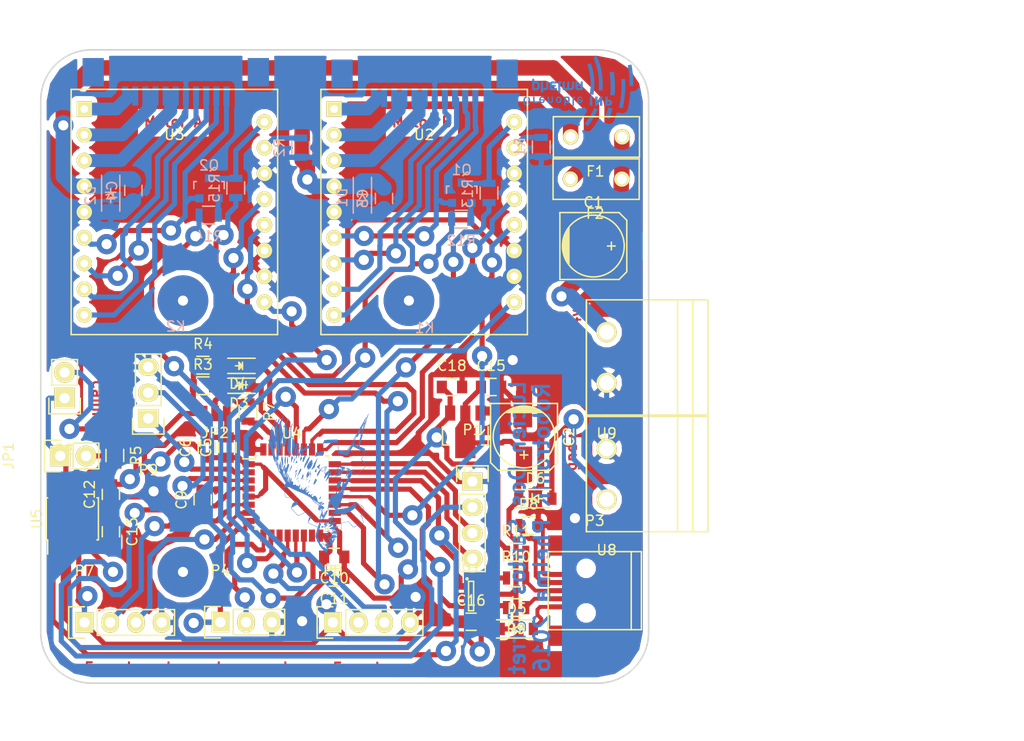
<source format=kicad_pcb>
(kicad_pcb (version 4) (host pcbnew 0.201604182031+6701~44~ubuntu15.10.1-product)
  (title_block (title brushless-board) (date 2016-04-08) (rev Alpha) (company "Lucien Dos Santos Farret") (comment 1 RobotroniK))
  (layers (0 F.Cu signal) (31 B.Cu signal) (34 B.Paste user) (35 F.Paste user) (36 B.SilkS user) (37 F.SilkS user) (38 B.Mask user) (39 F.Mask user) (44 Edge.Cuts user))
  (net 0 "")
  (net 1 "Net-(K1-Pad10)")
  (net 2 "Net-(K1-Pad8)")
  (net 3 GND)
  (net 4 "Net-(R1-Pad1)")
  (net 5 "Net-(R2-Pad1)")
  (net 6 "Net-(K2-Pad8)")
  (net 7 "Net-(K2-Pad10)")
  (net 8 /uC-part/gpio_direction2)
  (net 9 /uC-part/gpio_ready1)
  (net 10 /uC-part/gpio_ready2)
  (net 11 /uC-part/gpio_direction1)
  (net 12 /uC-part/gpio_enable)
  (net 13 "Net-(D4-Pad2)")
  (net 14 "Net-(D3-Pad2)")
  (net 15 /uC-part/nrst)
  (net 16 /uC-part/swclk)
  (net 17 /uC-part/swdio)
  (net 18 /uC-part/led1)
  (net 19 /uC-part/led2)
  (net 20 /uC-part/i2c_sda)
  (net 21 /uC-part/i2c_scl)
  (net 22 /uC-part/can_rx)
  (net 23 /uC-part/can_tx)
  (net 24 "Net-(P3-Pad2)")
  (net 25 +5V)
  (net 26 +3V3)
  (net 27 /serial-part/rx)
  (net 28 "Net-(R10-Pad1)")
  (net 29 "Net-(R9-Pad2)")
  (net 30 "Net-(Q1-Pad1)")
  (net 31 "Net-(Q2-Pad1)")
  (net 32 "Net-(D6-Pad2)")
  (net 33 "Net-(D5-Pad2)")
  (net 34 +24V)
  (net 35 "Net-(JP2-Pad2)")
  (net 36 "Net-(R7-Pad2)")
  (net 37 "Net-(JP1-Pad2)")
  (net 38 /uC-part/pwm1_neg)
  (net 39 "Net-(P3-Pad3)")
  (net 40 /uC-part/pwm1_pos)
  (net 41 /uC-part/pwm2_neg)
  (net 42 /uC-part/pwm2_pos)
  (net 43 "Net-(P3-Pad4)")
  (net 44 "Net-(JP1-Pad1)")
  (net 45 "Net-(P3-Pad6)")
  (net 46 /brushless-part/motor1_speed)
  (net 47 /brushless-part/motor2_speed)
  (net 48 "Net-(K1-Pad9)")
  (net 49 "Net-(K2-Pad9)")
  (net 50 /brushless-part/W1_3)
  (net 51 /brushless-part/W1_2)
  (net 52 /brushless-part/W1_1)
  (net 53 /brushless-part/W2_3)
  (net 54 /brushless-part/W2_2)
  (net 55 /brushless-part/W2_1)
  (net 56 /brushless-part/power1)
  (net 57 /brushless-part/power2)
  (net 58 /encoder-part/encoder1_1)
  (net 59 /encoder-part/encoder1_2)
  (net 60 /encoder-part/encoder2_1)
  (net 61 /encoder-part/encoder2_2)
  (net 62 +5V_weak2)
  (net 63 +5V_weak1)
  (net 64 /serial-part/tx)
  (net 65 "Net-(U4-Pad15)")
  (net 66 "Net-(U4-Pad11)")
  (net 67 "Net-(P2-Pad2)")
  (module de24-2:DE24-2 (layer F.Cu) (at 151.27224 81.28)
    (fp_text reference U2 (at 0 -7.62) (layer F.SilkS))
    (fp_text value DEC24/2)
    (pad 5 thru_hole circle (at -8.89 0) (size 1.524 1.524) (drill 0.762) (layers *.Cu *.Mask F.SilkS) (net 3 GND))
    (pad 4 thru_hole circle (at -8.89 -2.54) (size 1.524 1.524) (drill 0.762) (layers *.Cu *.Mask F.SilkS) (net 56 /brushless-part/power1))
    (pad 6 thru_hole circle (at -8.89 2.54) (size 1.524 1.524) (drill 0.762) (layers *.Cu *.Mask F.SilkS) (net 63 +5V_weak1))
    (pad 3 thru_hole circle (at -8.89 -5.08) (size 1.524 1.524) (drill 0.762) (layers *.Cu *.Mask F.SilkS) (net 50 /brushless-part/W1_3))
    (pad 7 thru_hole circle (at -8.89 5.08) (size 1.524 1.524) (drill 0.762) (layers *.Cu *.Mask F.SilkS) (net 48 "Net-(K1-Pad9)"))
    (pad 2 thru_hole circle (at -8.89 -7.62) (size 1.524 1.524) (drill 0.762) (layers *.Cu *.Mask F.SilkS) (net 51 /brushless-part/W1_2))
    (pad 8 thru_hole circle (at -8.89 7.62) (size 1.524 1.524) (drill 0.762) (layers *.Cu *.Mask F.SilkS) (net 2 "Net-(K1-Pad8)"))
    (pad 1 thru_hole rect (at -8.89 -10.16) (size 1.524 1.524) (drill 0.762) (layers *.Cu *.Mask F.SilkS) (net 52 /brushless-part/W1_1))
    (pad 9 thru_hole circle (at -8.89 10.16) (size 1.524 1.524) (drill 0.762) (layers *.Cu *.Mask F.SilkS) (net 1 "Net-(K1-Pad10)"))
    (pad 14 thru_hole circle (at 8.89 -1.27) (size 1.524 1.524) (drill 0.762) (layers *.Cu *.Mask F.SilkS) (net 11 /uC-part/gpio_direction1))
    (pad 13 thru_hole circle (at 8.89 1.27) (size 1.524 1.524) (drill 0.762) (layers *.Cu *.Mask F.SilkS) (net 12 /uC-part/gpio_enable))
    (pad 15 thru_hole circle (at 8.89 -3.81) (size 1.524 1.524) (drill 0.762) (layers *.Cu *.Mask F.SilkS) (net 3 GND))
    (pad 12 thru_hole circle (at 8.89 3.81) (size 1.524 1.524) (drill 0.762) (layers *.Cu *.Mask F.SilkS) (net 3 GND))
    (pad 16 thru_hole circle (at 8.89 -6.35) (size 1.524 1.524) (drill 0.762) (layers *.Cu *.Mask F.SilkS) (net 4 "Net-(R1-Pad1)"))
    (pad 11 thru_hole circle (at 8.89 6.35) (size 1.524 1.524) (drill 0.762) (layers *.Cu *.Mask F.SilkS) (net 3 GND))
    (pad 17 thru_hole circle (at 8.89 -8.89) (size 1.524 1.524) (drill 0.762) (layers *.Cu *.Mask F.SilkS) (net 46 /brushless-part/motor1_speed))
    (pad 10 thru_hole circle (at 8.89 8.89) (size 1.524 1.524) (drill 0.762) (layers *.Cu *.Mask F.SilkS) (net 9 /uC-part/gpio_ready1))
  )
  (module de24-2:DE24-2 (layer F.Cu) (at 126.619 81.28)
    (fp_text reference U3 (at 0 -7.62) (layer F.SilkS))
    (fp_text value DEC24/2)
    (pad 5 thru_hole circle (at -8.89 0) (size 1.524 1.524) (drill 0.762) (layers *.Cu *.Mask F.SilkS) (net 3 GND))
    (pad 4 thru_hole circle (at -8.89 -2.54) (size 1.524 1.524) (drill 0.762) (layers *.Cu *.Mask F.SilkS) (net 57 /brushless-part/power2))
    (pad 6 thru_hole circle (at -8.89 2.54) (size 1.524 1.524) (drill 0.762) (layers *.Cu *.Mask F.SilkS) (net 62 +5V_weak2))
    (pad 3 thru_hole circle (at -8.89 -5.08) (size 1.524 1.524) (drill 0.762) (layers *.Cu *.Mask F.SilkS) (net 53 /brushless-part/W2_3))
    (pad 7 thru_hole circle (at -8.89 5.08) (size 1.524 1.524) (drill 0.762) (layers *.Cu *.Mask F.SilkS) (net 49 "Net-(K2-Pad9)"))
    (pad 2 thru_hole circle (at -8.89 -7.62) (size 1.524 1.524) (drill 0.762) (layers *.Cu *.Mask F.SilkS) (net 54 /brushless-part/W2_2))
    (pad 8 thru_hole circle (at -8.89 7.62) (size 1.524 1.524) (drill 0.762) (layers *.Cu *.Mask F.SilkS) (net 6 "Net-(K2-Pad8)"))
    (pad 1 thru_hole rect (at -8.89 -10.16) (size 1.524 1.524) (drill 0.762) (layers *.Cu *.Mask F.SilkS) (net 55 /brushless-part/W2_1))
    (pad 9 thru_hole circle (at -8.89 10.16) (size 1.524 1.524) (drill 0.762) (layers *.Cu *.Mask F.SilkS) (net 7 "Net-(K2-Pad10)"))
    (pad 14 thru_hole circle (at 8.89 -1.27) (size 1.524 1.524) (drill 0.762) (layers *.Cu *.Mask F.SilkS) (net 8 /uC-part/gpio_direction2))
    (pad 13 thru_hole circle (at 8.89 1.27) (size 1.524 1.524) (drill 0.762) (layers *.Cu *.Mask F.SilkS) (net 12 /uC-part/gpio_enable))
    (pad 15 thru_hole circle (at 8.89 -3.81) (size 1.524 1.524) (drill 0.762) (layers *.Cu *.Mask F.SilkS) (net 3 GND))
    (pad 12 thru_hole circle (at 8.89 3.81) (size 1.524 1.524) (drill 0.762) (layers *.Cu *.Mask F.SilkS) (net 3 GND))
    (pad 16 thru_hole circle (at 8.89 -6.35) (size 1.524 1.524) (drill 0.762) (layers *.Cu *.Mask F.SilkS) (net 5 "Net-(R2-Pad1)"))
    (pad 11 thru_hole circle (at 8.89 6.35) (size 1.524 1.524) (drill 0.762) (layers *.Cu *.Mask F.SilkS) (net 3 GND))
    (pad 17 thru_hole circle (at 8.89 -8.89) (size 1.524 1.524) (drill 0.762) (layers *.Cu *.Mask F.SilkS) (net 47 /brushless-part/motor2_speed))
    (pad 10 thru_hole circle (at 8.89 8.89) (size 1.524 1.524) (drill 0.762) (layers *.Cu *.Mask F.SilkS) (net 10 /uC-part/gpio_ready2))
  )
  (module TO_SOT_Packages_SMD:SOT-23 (layer B.Cu) (at 154.98064 79.38262 180)
    (fp_text reference Q1 (at 0 2.25 180) (layer B.SilkS) (effects (justify mirror)))
    (fp_text value BC807)
    (pad 1 smd rect (at -0.95 -1.00076 180) (size 0.8001 0.8001) (layers B.Cu B.Paste B.Mask) (net 30 "Net-(Q1-Pad1)"))
    (pad 2 smd rect (at 0.95 -1.00076 180) (size 0.8001 0.8001) (layers B.Cu B.Paste B.Mask) (net 63 +5V_weak1))
    (pad 3 smd rect (at 0 0.99822 180) (size 0.8001 0.8001) (layers B.Cu B.Paste B.Mask) (net 46 /brushless-part/motor1_speed))
  )
  (module Resistors_SMD:R_0805 (layer B.Cu) (at 157.67304 79.4004 270)
    (fp_text reference R13 (at 0.0508 2.1 270) (layer B.SilkS) (effects (justify mirror)))
    (fp_text value 1k)
    (pad 1 smd rect (at -0.95 0 270) (size 0.7 1.3) (layers B.Cu B.Paste B.Mask) (net 46 /brushless-part/motor1_speed))
    (pad 2 smd rect (at 0.95 0 270) (size 0.7 1.3) (layers B.Cu B.Paste B.Mask) (net 40 /uC-part/pwm1_pos))
  )
  (module Resistors_SMD:R_0805 (layer B.Cu) (at 154.92984 81.9912)
    (fp_text reference R12 (at 0 2.1) (layer B.SilkS) (effects (justify mirror)))
    (fp_text value 10k)
    (pad 1 smd rect (at -0.95 0) (size 0.7 1.3) (layers B.Cu B.Paste B.Mask) (net 38 /uC-part/pwm1_neg))
    (pad 2 smd rect (at 0.95 0) (size 0.7 1.3) (layers B.Cu B.Paste B.Mask) (net 30 "Net-(Q1-Pad1)"))
  )
  (module Capacitors_SMD:C_0805 (layer F.Cu) (at 120.35536 112.83696 270)
    (fp_text reference C13 (at 0 -2.1 270) (layer F.SilkS))
    (fp_text value 100n)
    (pad 1 smd rect (at -1 0 270) (size 1 1.25) (layers F.Cu F.Paste F.Mask) (net 3 GND))
    (pad 2 smd rect (at 1 0 270) (size 1 1.25) (layers F.Cu F.Paste F.Mask) (net 25 +5V))
  )
  (module Capacitors_SMD:C_0805 (layer F.Cu) (at 131.8514 104.52608 90)
    (fp_text reference C5 (at 0 -2.1 90) (layer F.SilkS))
    (fp_text value 100n)
    (pad 1 smd rect (at -1 0 90) (size 1 1.25) (layers F.Cu F.Paste F.Mask) (net 26 +3V3))
    (pad 2 smd rect (at 1 0 90) (size 1 1.25) (layers F.Cu F.Paste F.Mask) (net 3 GND))
  )
  (module Capacitors_SMD:C_0805 (layer F.Cu) (at 120.35536 109.15396 90)
    (fp_text reference C12 (at 0 -2.1 90) (layer F.SilkS))
    (fp_text value 100n)
    (pad 1 smd rect (at -1 0 90) (size 1 1.25) (layers F.Cu F.Paste F.Mask) (net 3 GND))
    (pad 2 smd rect (at 1 0 90) (size 1 1.25) (layers F.Cu F.Paste F.Mask) (net 26 +3V3))
  )
  (module Capacitors_SMD:C_0805 (layer F.Cu) (at 142.3924 115.32108 180)
    (fp_text reference C10 (at 0 -2.1 180) (layer F.SilkS))
    (fp_text value 10n)
    (pad 1 smd rect (at -1 0 180) (size 1 1.25) (layers F.Cu F.Paste F.Mask) (net 26 +3V3))
    (pad 2 smd rect (at 1 0 180) (size 1 1.25) (layers F.Cu F.Paste F.Mask) (net 3 GND))
  )
  (module Capacitors_SMD:C_0805 (layer F.Cu) (at 129.413 109.68228 90)
    (fp_text reference C9 (at 0 -2.1 90) (layer F.SilkS))
    (fp_text value 100n)
    (pad 1 smd rect (at -1 0 90) (size 1 1.25) (layers F.Cu F.Paste F.Mask) (net 15 /uC-part/nrst))
    (pad 2 smd rect (at 1 0 90) (size 1 1.25) (layers F.Cu F.Paste F.Mask) (net 3 GND))
  )
  (module Connect:USB_Mini-B (layer F.Cu) (at 168.1101 118.65152 180)
    (fp_text reference P3 (at 0 6.90118 180) (layer F.SilkS))
    (fp_text value usb)
    (pad 1 smd rect (at 3.44932 -1.6002 180) (size 2.30124 0.50038) (layers F.Cu F.Paste F.Mask) (net 33 "Net-(D5-Pad2)"))
    (pad 2 smd rect (at 3.44932 -0.8001 180) (size 2.30124 0.50038) (layers F.Cu F.Paste F.Mask) (net 24 "Net-(P3-Pad2)"))
    (pad 3 smd rect (at 3.44932 0 180) (size 2.30124 0.50038) (layers F.Cu F.Paste F.Mask) (net 39 "Net-(P3-Pad3)"))
    (pad 4 smd rect (at 3.44932 0.8001 180) (size 2.30124 0.50038) (layers F.Cu F.Paste F.Mask) (net 43 "Net-(P3-Pad4)"))
    (pad 5 smd rect (at 3.44932 1.6002 180) (size 2.30124 0.50038) (layers F.Cu F.Paste F.Mask) (net 3 GND))
    (pad 6 smd rect (at 3.35026 -4.45008 180) (size 2.49936 1.99898) (layers F.Cu F.Paste F.Mask) (net 45 "Net-(P3-Pad6)"))
    (pad 6 smd rect (at -2.14884 -4.45008 180) (size 2.49936 1.99898) (layers F.Cu F.Paste F.Mask) (net 45 "Net-(P3-Pad6)"))
    (pad 6 smd rect (at 3.35026 4.45008 180) (size 2.49936 1.99898) (layers F.Cu F.Paste F.Mask) (net 45 "Net-(P3-Pad6)"))
    (pad 6 smd rect (at -2.14884 4.45008 180) (size 2.49936 1.99898) (layers F.Cu F.Paste F.Mask) (net 45 "Net-(P3-Pad6)"))
    (pad "" np_thru_hole circle (at 0.8509 -2.19964 180) (size 0.89916 0.89916) (drill 0.89916) (layers *.Cu *.Mask F.SilkS))
    (pad "" np_thru_hole circle (at 0.8509 2.19964 180) (size 0.89916 0.89916) (drill 0.89916) (layers *.Cu *.Mask F.SilkS))
  )
  (module Fuse_Holders_and_Fuses:Fuse_TE5_Littlefuse-395Series (layer F.Cu) (at 168.24424 78.03492 180)
    (fp_text reference F2 (at 0.09906 -3.40106 180) (layer F.SilkS))
    (fp_text value "FUSE/3A MF-R300")
    (pad 1 thru_hole circle (at -2.54 0 180) (size 1.50114 1.50114) (drill 1.00076) (layers *.Cu *.Mask F.SilkS) (net 34 +24V))
    (pad 2 thru_hole circle (at 2.54 0.01016 180) (size 1.50114 1.50114) (drill 1.00076) (layers *.Cu *.Mask F.SilkS) (net 57 /brushless-part/power2))
  )
  (module Housings_SOIC:SOIC-8_3.9x4.9mm_Pitch1.27mm (layer F.Cu) (at 116.54536 111.56696 90)
    (fp_text reference U5 (at 0 -3.5 90) (layer F.SilkS))
    (fp_text value MCP2562)
    (pad 1 smd rect (at -2.7 -1.905 90) (size 1.55 0.6) (layers F.Cu F.Paste F.Mask) (net 23 /uC-part/can_tx))
    (pad 2 smd rect (at -2.7 -0.635 90) (size 1.55 0.6) (layers F.Cu F.Paste F.Mask) (net 3 GND))
    (pad 3 smd rect (at -2.7 0.635 90) (size 1.55 0.6) (layers F.Cu F.Paste F.Mask) (net 25 +5V))
    (pad 4 smd rect (at -2.7 1.905 90) (size 1.55 0.6) (layers F.Cu F.Paste F.Mask) (net 22 /uC-part/can_rx))
    (pad 5 smd rect (at 2.7 1.905 90) (size 1.55 0.6) (layers F.Cu F.Paste F.Mask) (net 26 +3V3))
    (pad 6 smd rect (at 2.7 0.635 90) (size 1.55 0.6) (layers F.Cu F.Paste F.Mask) (net 67 "Net-(P2-Pad2)"))
    (pad 7 smd rect (at 2.7 -0.635 90) (size 1.55 0.6) (layers F.Cu F.Paste F.Mask) (net 44 "Net-(JP1-Pad1)"))
    (pad 8 smd rect (at 2.7 -1.905 90) (size 1.55 0.6) (layers F.Cu F.Paste F.Mask) (net 3 GND))
  )
  (module Pin_Headers:Pin_Header_Straight_1x02 (layer F.Cu) (at 115.35664 105.3592 90)
    (fp_text reference JP1 (at 0 -5.1 90) (layer F.SilkS))
    (fp_text value "CAN termination")
    (pad 1 thru_hole rect (at 0 0 90) (size 2.032 2.032) (drill 1.016) (layers *.Cu *.Mask F.SilkS) (net 44 "Net-(JP1-Pad1)"))
    (pad 2 thru_hole oval (at 0 2.54 90) (size 2.032 2.032) (drill 1.016) (layers *.Cu *.Mask F.SilkS) (net 37 "Net-(JP1-Pad2)"))
  )
  (module Pin_Headers:Pin_Header_Straight_1x04 (layer F.Cu) (at 156.0322 107.87888)
    (fp_text reference P1 (at 0 -5.1) (layer F.SilkS))
    (fp_text value swdio)
    (pad 1 thru_hole rect (at 0 0) (size 2.032 1.7272) (drill 1.016) (layers *.Cu *.Mask F.SilkS) (net 3 GND))
    (pad 2 thru_hole oval (at 0 2.54) (size 2.032 1.7272) (drill 1.016) (layers *.Cu *.Mask F.SilkS) (net 15 /uC-part/nrst))
    (pad 3 thru_hole oval (at 0 5.08) (size 2.032 1.7272) (drill 1.016) (layers *.Cu *.Mask F.SilkS) (net 16 /uC-part/swclk))
    (pad 4 thru_hole oval (at 0 7.62) (size 2.032 1.7272) (drill 1.016) (layers *.Cu *.Mask F.SilkS) (net 17 /uC-part/swdio))
  )
  (module Resistors_SMD:R_0805 (layer F.Cu) (at 161.58464 112.2172)
    (fp_text reference R8 (at 0 -2.1) (layer F.SilkS))
    (fp_text value 10K)
    (pad 1 smd rect (at -0.95 0) (size 0.7 1.3) (layers F.Cu F.Paste F.Mask) (net 43 "Net-(P3-Pad4)"))
    (pad 2 smd rect (at 0.95 0) (size 0.7 1.3) (layers F.Cu F.Paste F.Mask) (net 3 GND))
  )
  (module Resistors_SMD:R_0805 (layer B.Cu) (at 130.00224 81.5848)
    (fp_text reference R14 (at 0 2.1) (layer B.SilkS) (effects (justify mirror)))
    (fp_text value 10k)
    (pad 1 smd rect (at -0.95 0) (size 0.7 1.3) (layers B.Cu B.Paste B.Mask) (net 41 /uC-part/pwm2_neg))
    (pad 2 smd rect (at 0.95 0) (size 0.7 1.3) (layers B.Cu B.Paste B.Mask) (net 31 "Net-(Q2-Pad1)"))
  )
  (module Resistors_SMD:R_0805 (layer B.Cu) (at 162.82924 74.869 270)
    (fp_text reference R1 (at 0 2.1 270) (layer B.SilkS) (effects (justify mirror)))
    (fp_text value 10k)
    (pad 1 smd rect (at -0.95 0 270) (size 0.7 1.3) (layers B.Cu B.Paste B.Mask) (net 4 "Net-(R1-Pad1)"))
    (pad 2 smd rect (at 0.95 0 270) (size 0.7 1.3) (layers B.Cu B.Paste B.Mask) (net 3 GND))
  )
  (module Resistors_SMD:R_0805 (layer F.Cu) (at 160.3502 114.86388)
    (fp_text reference R11 (at 0 -2.1) (layer F.SilkS))
    (fp_text value 1.5k)
    (pad 1 smd rect (at -0.95 0) (size 0.7 1.3) (layers F.Cu F.Paste F.Mask) (net 26 +3V3))
    (pad 2 smd rect (at 0.95 0) (size 0.7 1.3) (layers F.Cu F.Paste F.Mask) (net 39 "Net-(P3-Pad3)"))
  )
  (module Resistors_SMD:R_0805 (layer F.Cu) (at 160.3502 117.40388)
    (fp_text reference R10 (at 0 -2.1) (layer F.SilkS))
    (fp_text value 22)
    (pad 1 smd rect (at -0.95 0) (size 0.7 1.3) (layers F.Cu F.Paste F.Mask) (net 28 "Net-(R10-Pad1)"))
    (pad 2 smd rect (at 0.95 0) (size 0.7 1.3) (layers F.Cu F.Paste F.Mask) (net 39 "Net-(P3-Pad3)"))
  )
  (module Resistors_SMD:R_0805 (layer F.Cu) (at 129.4384 98.43008)
    (fp_text reference R3 (at 0 -2.1) (layer F.SilkS))
    (fp_text value 1K)
    (pad 1 smd rect (at -0.95 0) (size 0.7 1.3) (layers F.Cu F.Paste F.Mask) (net 26 +3V3))
    (pad 2 smd rect (at 0.95 0) (size 0.7 1.3) (layers F.Cu F.Paste F.Mask) (net 14 "Net-(D3-Pad2)"))
  )
  (module Resistors_SMD:R_0805 (layer F.Cu) (at 129.4384 96.39808)
    (fp_text reference R4 (at 0 -2.1) (layer F.SilkS))
    (fp_text value 1k)
    (pad 1 smd rect (at -0.95 0) (size 0.7 1.3) (layers F.Cu F.Paste F.Mask) (net 26 +3V3))
    (pad 2 smd rect (at 0.95 0) (size 0.7 1.3) (layers F.Cu F.Paste F.Mask) (net 13 "Net-(D4-Pad2)"))
  )
  (module Resistors_SMD:R_0805 (layer F.Cu) (at 120.74144 105.3084 270)
    (fp_text reference R5 (at 0 -2.1 270) (layer F.SilkS))
    (fp_text value 120)
    (pad 1 smd rect (at -0.95 0 270) (size 0.7 1.3) (layers F.Cu F.Paste F.Mask) (net 37 "Net-(JP1-Pad2)"))
    (pad 2 smd rect (at 0.95 0 270) (size 0.7 1.3) (layers F.Cu F.Paste F.Mask) (net 67 "Net-(P2-Pad2)"))
  )
  (module Resistors_SMD:R_0805 (layer F.Cu) (at 133.8834 100.97008 270)
    (fp_text reference R7 (at 0 -2.1 270) (layer F.SilkS))
    (fp_text value 10k)
    (pad 1 smd rect (at -0.95 0 270) (size 0.7 1.3) (layers F.Cu F.Paste F.Mask) (net 35 "Net-(JP2-Pad2)"))
    (pad 2 smd rect (at 0.95 0 270) (size 0.7 1.3) (layers F.Cu F.Paste F.Mask) (net 36 "Net-(R7-Pad2)"))
  )
  (module Resistors_SMD:R_0805 (layer F.Cu) (at 160.3502 120.32488 180)
    (fp_text reference R9 (at 0 -2.1 180) (layer F.SilkS))
    (fp_text value 22)
    (pad 1 smd rect (at -0.95 0 180) (size 0.7 1.3) (layers F.Cu F.Paste F.Mask) (net 24 "Net-(P3-Pad2)"))
    (pad 2 smd rect (at 0.95 0 180) (size 0.7 1.3) (layers F.Cu F.Paste F.Mask) (net 29 "Net-(R9-Pad2)"))
  )
  (module Socket_Strips:Socket_Strip_Straight_1x03 (layer F.Cu) (at 131.15544 121.7676)
    (fp_text reference P4 (at 0 -5.1) (layer F.SilkS))
    (fp_text value "serial bus")
    (pad 1 thru_hole rect (at 0 0) (size 1.7272 2.032) (drill 1.016) (layers *.Cu *.Mask F.SilkS) (net 27 /serial-part/rx))
    (pad 2 thru_hole oval (at 2.54 0) (size 1.7272 2.032) (drill 1.016) (layers *.Cu *.Mask F.SilkS) (net 64 /serial-part/tx))
    (pad 3 thru_hole oval (at 5.08 0) (size 1.7272 2.032) (drill 1.016) (layers *.Cu *.Mask F.SilkS) (net 3 GND))
  )
  (module TO_SOT_Packages_SMD:SOT-23-6 (layer F.Cu) (at 155.9052 119.18188)
    (fp_text reference U7 (at 0 -2.9) (layer F.SilkS))
    (fp_text value USBLC6-2)
    (pad 1 smd rect (at -1.1 -0.95) (size 1.06 0.65) (layers F.Cu F.Paste F.Mask) (net 23 /uC-part/can_tx))
    (pad 2 smd rect (at -1.1 0) (size 1.06 0.65) (layers F.Cu F.Paste F.Mask) (net 3 GND))
    (pad 3 smd rect (at -1.1 0.95) (size 1.06 0.65) (layers F.Cu F.Paste F.Mask) (net 22 /uC-part/can_rx))
    (pad 4 smd rect (at 1.1 0.95) (size 1.06 0.65) (layers F.Cu F.Paste F.Mask) (net 29 "Net-(R9-Pad2)"))
    (pad 6 smd rect (at 1.1 -0.95) (size 1.06 0.65) (layers F.Cu F.Paste F.Mask) (net 28 "Net-(R10-Pad1)"))
    (pad 5 smd rect (at 1.1 0) (size 1.06 0.65) (layers F.Cu F.Paste F.Mask) (net 25 +5V))
  )
  (module TO_SOT_Packages_SMD:SOT-23 (layer B.Cu) (at 130.03784 78.92542 180)
    (fp_text reference Q2 (at 0 2.25 180) (layer B.SilkS) (effects (justify mirror)))
    (fp_text value BC807)
    (pad 1 smd rect (at -0.95 -1.00076 180) (size 0.8001 0.8001) (layers B.Cu B.Paste B.Mask) (net 31 "Net-(Q2-Pad1)"))
    (pad 2 smd rect (at 0.95 -1.00076 180) (size 0.8001 0.8001) (layers B.Cu B.Paste B.Mask) (net 62 +5V_weak2))
    (pad 3 smd rect (at 0 0.99822 180) (size 0.8001 0.8001) (layers B.Cu B.Paste B.Mask) (net 47 /brushless-part/motor2_speed))
  )
  (module Resistors_SMD:R_0805 (layer B.Cu) (at 132.67944 78.9076 270)
    (fp_text reference R15 (at 0 2.1 270) (layer B.SilkS) (effects (justify mirror)))
    (fp_text value 1k)
    (pad 1 smd rect (at -0.95 0 270) (size 0.7 1.3) (layers B.Cu B.Paste B.Mask) (net 47 /brushless-part/motor2_speed))
    (pad 2 smd rect (at 0.95 0 270) (size 0.7 1.3) (layers B.Cu B.Paste B.Mask) (net 42 /uC-part/pwm2_pos))
  )
  (module LEDs:LED_0805 (layer F.Cu) (at 132.9944 98.43008 180)
    (fp_text reference D3 (at 0 -1.75 180) (layer F.SilkS))
    (fp_text value LED)
    (pad 2 smd rect (at 1.04902 0) (size 1.19888 1.19888) (layers F.Cu F.Paste F.Mask) (net 14 "Net-(D3-Pad2)"))
    (pad 1 smd rect (at -1.04902 0) (size 1.19888 1.19888) (layers F.Cu F.Paste F.Mask) (net 19 /uC-part/led2))
  )
  (module LEDs:LED_0805 (layer F.Cu) (at 132.99104 96.46412 180)
    (fp_text reference D4 (at 0 -1.75 180) (layer F.SilkS))
    (fp_text value LED)
    (pad 2 smd rect (at 1.04902 0) (size 1.19888 1.19888) (layers F.Cu F.Paste F.Mask) (net 13 "Net-(D4-Pad2)"))
    (pad 1 smd rect (at -1.04902 0) (size 1.19888 1.19888) (layers F.Cu F.Paste F.Mask) (net 18 /uC-part/led1))
  )
  (module Fuse_Holders_and_Fuses:Fuse_TE5_Littlefuse-395Series (layer F.Cu) (at 168.26964 73.86932 180)
    (fp_text reference F1 (at 0.09906 -3.40106 180) (layer F.SilkS))
    (fp_text value "FUSE/3A MF-R300")
    (pad 1 thru_hole circle (at -2.54 0 180) (size 1.50114 1.50114) (drill 1.00076) (layers *.Cu *.Mask F.SilkS) (net 34 +24V))
    (pad 2 thru_hole circle (at 2.54 0.01016 180) (size 1.50114 1.50114) (drill 1.00076) (layers *.Cu *.Mask F.SilkS) (net 56 /brushless-part/power1))
  )
  (module Capacitors_SMD:C_0805 (layer F.Cu) (at 154.01544 98.552)
    (fp_text reference C18 (at 0 -2.1) (layer F.SilkS))
    (fp_text value 1u)
    (pad 1 smd rect (at -1 0) (size 1 1.25) (layers F.Cu F.Paste F.Mask) (net 26 +3V3))
    (pad 2 smd rect (at 1 0) (size 1 1.25) (layers F.Cu F.Paste F.Mask) (net 3 GND))
  )
  (module Capacitors_SMD:C_0805 (layer F.Cu) (at 155.9052 121.72188)
    (fp_text reference C16 (at 0 -2.1) (layer F.SilkS))
    (fp_text value 100n)
    (pad 1 smd rect (at -1 0) (size 1 1.25) (layers F.Cu F.Paste F.Mask) (net 3 GND))
    (pad 2 smd rect (at 1 0) (size 1 1.25) (layers F.Cu F.Paste F.Mask) (net 25 +5V))
  )
  (module Capacitors_SMD:C_0805 (layer F.Cu) (at 157.87624 98.552)
    (fp_text reference C15 (at 0 -2.1) (layer F.SilkS))
    (fp_text value 1u)
    (pad 1 smd rect (at -1 0) (size 1 1.25) (layers F.Cu F.Paste F.Mask) (net 25 +5V))
    (pad 2 smd rect (at 1 0) (size 1 1.25) (layers F.Cu F.Paste F.Mask) (net 3 GND))
  )
  (module Capacitors_SMD:C_0805 (layer F.Cu) (at 142.3924 117.35308 180)
    (fp_text reference C11 (at 0 -2.1 180) (layer F.SilkS))
    (fp_text value 1u)
    (pad 1 smd rect (at -1 0 180) (size 1 1.25) (layers F.Cu F.Paste F.Mask) (net 26 +3V3))
    (pad 2 smd rect (at 1 0 180) (size 1 1.25) (layers F.Cu F.Paste F.Mask) (net 3 GND))
  )
  (module Capacitors_SMD:C_0805 (layer F.Cu) (at 129.8194 104.52608 90)
    (fp_text reference C6 (at 0 -2.1 90) (layer F.SilkS))
    (fp_text value 4.7u)
    (pad 1 smd rect (at -1 0 90) (size 1 1.25) (layers F.Cu F.Paste F.Mask) (net 26 +3V3))
    (pad 2 smd rect (at 1 0 90) (size 1 1.25) (layers F.Cu F.Paste F.Mask) (net 3 GND))
  )
  (module Socket_Strips:Socket_Strip_Straight_1x04 (layer F.Cu) (at 142.25524 121.793)
    (fp_text reference P8 (at 0 -5.1) (layer F.SilkS))
    (fp_text value "encoder 2")
    (pad 1 thru_hole rect (at 0 0) (size 1.7272 2.032) (drill 1.016) (layers *.Cu *.Mask F.SilkS) (net 25 +5V))
    (pad 2 thru_hole oval (at 2.54 0) (size 1.7272 2.032) (drill 1.016) (layers *.Cu *.Mask F.SilkS) (net 60 /encoder-part/encoder2_1))
    (pad 3 thru_hole oval (at 5.08 0) (size 1.7272 2.032) (drill 1.016) (layers *.Cu *.Mask F.SilkS) (net 61 /encoder-part/encoder2_2))
    (pad 4 thru_hole oval (at 7.62 0) (size 1.7272 2.032) (drill 1.016) (layers *.Cu *.Mask F.SilkS) (net 3 GND))
  )
  (module Socket_Strips:Socket_Strip_Straight_1x04 (layer F.Cu) (at 117.74424 121.793)
    (fp_text reference P7 (at 0 -5.1) (layer F.SilkS))
    (fp_text value "encoder 1")
    (pad 1 thru_hole rect (at 0 0) (size 1.7272 2.032) (drill 1.016) (layers *.Cu *.Mask F.SilkS) (net 25 +5V))
    (pad 2 thru_hole oval (at 2.54 0) (size 1.7272 2.032) (drill 1.016) (layers *.Cu *.Mask F.SilkS) (net 58 /encoder-part/encoder1_1))
    (pad 3 thru_hole oval (at 5.08 0) (size 1.7272 2.032) (drill 1.016) (layers *.Cu *.Mask F.SilkS) (net 59 /encoder-part/encoder1_2))
    (pad 4 thru_hole oval (at 7.62 0) (size 1.7272 2.032) (drill 1.016) (layers *.Cu *.Mask F.SilkS) (net 3 GND))
  )
  (module de24-2:jumper_switch_3 (layer F.Cu) (at 130.64744 101.1682 180)
    (fp_text reference JP2 (at 0 -1.905 180) (layer F.SilkS))
    (fp_text value "boot mode")
    (pad 2 connect rect (at 0 0 180) (size 0.762 1.524) (layers F.Cu F.Mask) (net 35 "Net-(JP2-Pad2)"))
    (pad 3 connect rect (at 1.143 0 180) (size 0.762 1.524) (layers F.Cu F.Mask) (net 26 +3V3))
    (pad 1 connect rect (at -1.143 0 180) (size 0.762 1.524) (layers F.Cu F.Mask) (net 3 GND))
  )
  (module Resistors_SMD:R_0805 (layer B.Cu) (at 139.08024 74.93 270)
    (fp_text reference R2 (at 0 2.1 270) (layer B.SilkS) (effects (justify mirror)))
    (fp_text value 10k)
    (pad 1 smd rect (at -0.95 0 270) (size 0.7 1.3) (layers B.Cu B.Paste B.Mask) (net 5 "Net-(R2-Pad1)"))
    (pad 2 smd rect (at 0.95 0 270) (size 0.7 1.3) (layers B.Cu B.Paste B.Mask) (net 3 GND))
  )
  (module Pin_Headers:Pin_Header_Straight_1x03 (layer F.Cu) (at 124.04344 101.6508 180)
    (fp_text reference P9 (at 0 -5.1 180) (layer F.SilkS))
    (fp_text value "i2c bus")
    (pad 1 thru_hole rect (at 0 0 180) (size 2.032 1.7272) (drill 1.016) (layers *.Cu *.Mask F.SilkS) (net 20 /uC-part/i2c_sda))
    (pad 2 thru_hole oval (at 0 2.54 180) (size 2.032 1.7272) (drill 1.016) (layers *.Cu *.Mask F.SilkS) (net 21 /uC-part/i2c_scl))
    (pad 3 thru_hole oval (at 0 5.08 180) (size 2.032 1.7272) (drill 1.016) (layers *.Cu *.Mask F.SilkS) (net 3 GND))
  )
  (module Housings_QFP:LQFP-32_7x7mm_Pitch0.8mm (layer F.Cu) (at 138.2014 108.97108)
    (fp_text reference U4 (at 0 -5.85) (layer F.SilkS))
    (fp_text value stm32f042k6tx)
    (pad 1 smd rect (at -4.25 -2.8) (size 1.2 0.6) (layers F.Cu F.Paste F.Mask) (net 26 +3V3))
    (pad 2 smd rect (at -4.25 -2) (size 1.2 0.6) (layers F.Cu F.Paste F.Mask) (net 20 /uC-part/i2c_sda))
    (pad 3 smd rect (at -4.25 -1.2) (size 1.2 0.6) (layers F.Cu F.Paste F.Mask) (net 21 /uC-part/i2c_scl))
    (pad 4 smd rect (at -4.25 -0.4) (size 1.2 0.6) (layers F.Cu F.Paste F.Mask) (net 15 /uC-part/nrst))
    (pad 5 smd rect (at -4.25 0.4) (size 1.2 0.6) (layers F.Cu F.Paste F.Mask) (net 26 +3V3))
    (pad 6 smd rect (at -4.25 1.2) (size 1.2 0.6) (layers F.Cu F.Paste F.Mask) (net 58 /encoder-part/encoder1_1))
    (pad 7 smd rect (at -4.25 2) (size 1.2 0.6) (layers F.Cu F.Paste F.Mask) (net 59 /encoder-part/encoder1_2))
    (pad 8 smd rect (at -4.25 2.8) (size 1.2 0.6) (layers F.Cu F.Paste F.Mask) (net 27 /serial-part/rx))
    (pad 9 smd rect (at -2.8 4.25 90) (size 1.2 0.6) (layers F.Cu F.Paste F.Mask) (net 64 /serial-part/tx))
    (pad 10 smd rect (at -2 4.25 90) (size 1.2 0.6) (layers F.Cu F.Paste F.Mask) (net 10 /uC-part/gpio_ready2))
    (pad 11 smd rect (at -1.2 4.25 90) (size 1.2 0.6) (layers F.Cu F.Paste F.Mask) (net 66 "Net-(U4-Pad11)"))
    (pad 12 smd rect (at -0.4 4.25 90) (size 1.2 0.6) (layers F.Cu F.Paste F.Mask) (net 60 /encoder-part/encoder2_1))
    (pad 13 smd rect (at 0.4 4.25 90) (size 1.2 0.6) (layers F.Cu F.Paste F.Mask) (net 38 /uC-part/pwm1_neg))
    (pad 14 smd rect (at 1.2 4.25 90) (size 1.2 0.6) (layers F.Cu F.Paste F.Mask) (net 41 /uC-part/pwm2_neg))
    (pad 15 smd rect (at 2 4.25 90) (size 1.2 0.6) (layers F.Cu F.Paste F.Mask) (net 65 "Net-(U4-Pad15)"))
    (pad 16 smd rect (at 2.8 4.25 90) (size 1.2 0.6) (layers F.Cu F.Paste F.Mask) (net 3 GND))
    (pad 17 smd rect (at 4.25 2.8) (size 1.2 0.6) (layers F.Cu F.Paste F.Mask) (net 26 +3V3))
    (pad 18 smd rect (at 4.25 2) (size 1.2 0.6) (layers F.Cu F.Paste F.Mask) (net 40 /uC-part/pwm1_pos))
    (pad 19 smd rect (at 4.25 1.2) (size 1.2 0.6) (layers F.Cu F.Paste F.Mask) (net 42 /uC-part/pwm2_pos))
    (pad 20 smd rect (at 4.25 0.4) (size 1.2 0.6) (layers F.Cu F.Paste F.Mask) (net 12 /uC-part/gpio_enable))
    (pad 21 smd rect (at 4.25 -0.4) (size 1.2 0.6) (layers F.Cu F.Paste F.Mask) (net 22 /uC-part/can_rx))
    (pad 22 smd rect (at 4.25 -1.2) (size 1.2 0.6) (layers F.Cu F.Paste F.Mask) (net 23 /uC-part/can_tx))
    (pad 23 smd rect (at 4.25 -2) (size 1.2 0.6) (layers F.Cu F.Paste F.Mask) (net 17 /uC-part/swdio))
    (pad 24 smd rect (at 4.25 -2.8) (size 1.2 0.6) (layers F.Cu F.Paste F.Mask) (net 16 /uC-part/swclk))
    (pad 25 smd rect (at 2.8 -4.25 90) (size 1.2 0.6) (layers F.Cu F.Paste F.Mask) (net 11 /uC-part/gpio_direction1))
    (pad 26 smd rect (at 2 -4.25 90) (size 1.2 0.6) (layers F.Cu F.Paste F.Mask) (net 8 /uC-part/gpio_direction2))
    (pad 27 smd rect (at 1.2 -4.25 90) (size 1.2 0.6) (layers F.Cu F.Paste F.Mask) (net 9 /uC-part/gpio_ready1))
    (pad 28 smd rect (at 0.4 -4.25 90) (size 1.2 0.6) (layers F.Cu F.Paste F.Mask) (net 61 /encoder-part/encoder2_2))
    (pad 29 smd rect (at -0.4 -4.25 90) (size 1.2 0.6) (layers F.Cu F.Paste F.Mask) (net 18 /uC-part/led1))
    (pad 30 smd rect (at -1.2 -4.25 90) (size 1.2 0.6) (layers F.Cu F.Paste F.Mask) (net 19 /uC-part/led2))
    (pad 31 smd rect (at -2 -4.25 90) (size 1.2 0.6) (layers F.Cu F.Paste F.Mask) (net 36 "Net-(R7-Pad2)"))
    (pad 32 smd rect (at -2.8 -4.25 90) (size 1.2 0.6) (layers F.Cu F.Paste F.Mask) (net 3 GND))
  )
  (module Diodes_SMD:SOD-123 (layer B.Cu) (at 145.17624 79.8576 270)
    (fp_text reference D1 (at 0 2 270) (layer B.SilkS) (effects (justify mirror)))
    (fp_text value "Schottky/26V MBR0530T1G")
    (pad 1 smd rect (at -1.635 0 270) (size 0.91 1.22) (layers B.Cu B.Paste B.Mask) (net 56 /brushless-part/power1))
    (pad 2 smd rect (at 1.635 0 270) (size 0.91 1.22) (layers B.Cu B.Paste B.Mask) (net 3 GND))
  )
  (module Diodes_SMD:SOD-123 (layer B.Cu) (at 120.33504 79.6544 270)
    (fp_text reference D2 (at 0 2 270) (layer B.SilkS) (effects (justify mirror)))
    (fp_text value "Schottky/26V MBR0530T1G")
    (pad 1 smd rect (at -1.635 0 270) (size 0.91 1.22) (layers B.Cu B.Paste B.Mask) (net 57 /brushless-part/power2))
    (pad 2 smd rect (at 1.635 0 270) (size 0.91 1.22) (layers B.Cu B.Paste B.Mask) (net 3 GND))
  )
  (module Capacitors_SMD:C_0805 (layer B.Cu) (at 122.57024 79.1464 270)
    (fp_text reference C4 (at 0 2.1 270) (layer B.SilkS) (effects (justify mirror)))
    (fp_text value 45nF/50v)
    (pad 1 smd rect (at -1 0 270) (size 1 1.25) (layers B.Cu B.Paste B.Mask) (net 57 /brushless-part/power2))
    (pad 2 smd rect (at 1 0 270) (size 1 1.25) (layers B.Cu B.Paste B.Mask) (net 3 GND))
  )
  (module Capacitors_SMD:C_0805 (layer B.Cu) (at 147.30984 79.9432 270)
    (fp_text reference C3 (at 0 2.1 270) (layer B.SilkS) (effects (justify mirror)))
    (fp_text value 45nF/50v)
    (pad 1 smd rect (at -1 0 270) (size 1 1.25) (layers B.Cu B.Paste B.Mask) (net 56 /brushless-part/power1))
    (pad 2 smd rect (at 1 0 270) (size 1 1.25) (layers B.Cu B.Paste B.Mask) (net 3 GND))
  )
  (module TO_SOT_Packages_SMD:SOT89-3_Housing (layer F.Cu) (at 155.33624 102.9716 180)
    (fp_text reference U1 (at -0.09906 -4.24942 180) (layer F.SilkS))
    (fp_text value MCP1702)
    (pad 1 smd rect (at -1.50114 1.85166 180) (size 1.00076 1.50114) (layers F.Cu F.Paste F.Mask) (net 3 GND))
    (pad 2 smd rect (at 0 1.85166 180) (size 1.00076 1.50114) (layers F.Cu F.Paste F.Mask) (net 25 +5V))
    (pad 3 smd rect (at 1.50114 1.85166 180) (size 1.00076 1.50114) (layers F.Cu F.Paste F.Mask) (net 26 +3V3))
    (pad 2 smd rect (at 0 -1.09982 180) (size 1.99898 2.99974) (layers F.Cu F.Paste F.Mask) (net 25 +5V))
    (pad 2 smd trapezoid (at 0 0.7493) (size 1.50114 0.7493) (rect_delta 0 0.50038) (layers F.Cu F.Paste F.Mask) (net 25 +5V))
  )
  (module Diodes_SMD:SOD-123 (layer F.Cu) (at 162.24504 109.5756)
    (fp_text reference D6 (at 0 -2) (layer F.SilkS))
    (fp_text value MBR0530T1G)
    (pad 1 smd rect (at -1.635 0) (size 0.91 1.22) (layers F.Cu F.Paste F.Mask) (net 25 +5V))
    (pad 2 smd rect (at 1.635 0) (size 0.91 1.22) (layers F.Cu F.Paste F.Mask) (net 32 "Net-(D6-Pad2)"))
  )
  (module Diodes_SMD:SOD-123 (layer F.Cu) (at 160.41624 122.428)
    (fp_text reference D5 (at 0 -2) (layer F.SilkS))
    (fp_text value MBR0530T1G)
    (pad 1 smd rect (at -1.635 0) (size 0.91 1.22) (layers F.Cu F.Paste F.Mask) (net 25 +5V))
    (pad 2 smd rect (at 1.635 0) (size 0.91 1.22) (layers F.Cu F.Paste F.Mask) (net 33 "Net-(D5-Pad2)"))
  )
  (module lib:B-plug-5mm (layer F.Cu) (at 169.28104 107.14412 180)
    (fp_text reference U8 (at 0 -7.5 180) (layer F.SilkS))
    (fp_text value "5v input")
    (pad 1 thru_hole circle (at 0 -2.5 180) (size 2 2) (drill 1.5) (layers *.Cu *.Mask F.SilkS) (net 32 "Net-(D6-Pad2)"))
    (pad 2 thru_hole circle (at 0 2.5 180) (size 2 2) (drill 1.5) (layers *.Cu *.Mask F.SilkS) (net 3 GND))
  )
  (module lib:B-plug-5mm (layer F.Cu) (at 169.28104 95.63412 180)
    (fp_text reference U9 (at 0 -7.5 180) (layer F.SilkS))
    (fp_text value "12v input")
    (pad 1 thru_hole circle (at 0 -2.5 180) (size 2 2) (drill 1.5) (layers *.Cu *.Mask F.SilkS) (net 3 GND))
    (pad 2 thru_hole circle (at 0 2.5 180) (size 2 2) (drill 1.5) (layers *.Cu *.Mask F.SilkS) (net 34 +24V))
  )
  (module Pin_Headers:Pin_Header_Straight_1x02 (layer F.Cu) (at 115.78104 99.65412 180)
    (fp_text reference P2 (at 0 -5.1 180) (layer F.SilkS))
    (fp_text value "CAN bus")
    (pad 1 thru_hole rect (at 0 0 180) (size 2.032 2.032) (drill 1.016) (layers *.Cu *.Mask F.SilkS) (net 44 "Net-(JP1-Pad1)"))
    (pad 2 thru_hole oval (at 0 2.54 180) (size 2.032 2.032) (drill 1.016) (layers *.Cu *.Mask F.SilkS) (net 67 "Net-(P2-Pad2)"))
  )
  (module Capacitors_SMD:c_elec_6.3x7.7 (layer F.Cu) (at 167.9702 84.63788)
    (fp_text reference C1 (at 0 -4.318) (layer F.SilkS))
    (fp_text value "100u/35v EEEHA1V101XP")
    (pad 1 smd rect (at 2.75082 0) (size 3.59918 1.6002) (layers F.Cu F.Paste F.Mask) (net 34 +24V))
    (pad 2 smd rect (at -2.75082 0) (size 3.59918 1.6002) (layers F.Cu F.Paste F.Mask) (net 3 GND))
  )
  (module Capacitors_SMD:c_elec_6.3x5.8 (layer F.Cu) (at 161.12744 103.4796 270)
    (fp_text reference C2 (at 0 -4.445 270) (layer F.SilkS))
    (fp_text value 100u)
    (pad 1 smd rect (at 2.75082 0 270) (size 3.59918 1.6002) (layers F.Cu F.Paste F.Mask) (net 25 +5V))
    (pad 2 smd rect (at -2.75082 0 270) (size 3.59918 1.6002) (layers F.Cu F.Paste F.Mask) (net 3 GND))
  )
  (module de24-2:Molex-52207-0433 (layer B.Cu) (at 151.31844 69.98312)
    (fp_text reference K1 (at 0 22.74) (layer B.SilkS) (effects (justify mirror)))
    (fp_text value Maxon-200142)
    (pad 1 smd rect (at -5 0) (size 0.6 1.9) (layers B.Cu B.Paste B.Mask) (net 52 /brushless-part/W1_1))
    (pad 2 smd rect (at -4 0) (size 0.6 1.9) (layers B.Cu B.Paste B.Mask) (net 52 /brushless-part/W1_1))
    (pad 3 smd rect (at -3 0) (size 0.6 1.9) (layers B.Cu B.Paste B.Mask) (net 51 /brushless-part/W1_2))
    (pad 4 smd rect (at -2 0) (size 0.6 1.9) (layers B.Cu B.Paste B.Mask) (net 51 /brushless-part/W1_2))
    (pad 5 smd rect (at -1 0) (size 0.6 1.9) (layers B.Cu B.Paste B.Mask) (net 50 /brushless-part/W1_3))
    (pad 6 smd rect (at 0 0) (size 0.6 1.9) (layers B.Cu B.Paste B.Mask) (net 50 /brushless-part/W1_3))
    (pad 7 smd rect (at 1 0) (size 0.6 1.9) (layers B.Cu B.Paste B.Mask) (net 3 GND))
    (pad 8 smd rect (at 2 0) (size 0.6 1.9) (layers B.Cu B.Paste B.Mask) (net 2 "Net-(K1-Pad8)"))
    (pad 9 smd rect (at 3 0) (size 0.6 1.9) (layers B.Cu B.Paste B.Mask) (net 48 "Net-(K1-Pad9)"))
    (pad 10 smd rect (at 4 0) (size 0.6 1.9) (layers B.Cu B.Paste B.Mask) (net 1 "Net-(K1-Pad10)"))
    (pad 11 smd rect (at 5 0) (size 0.6 1.9) (layers B.Cu B.Paste B.Mask) (net 63 +5V_weak1))
    (pad "" smd rect (at 8.15 -2.35) (size 2.1 2.8) (layers B.Cu B.Paste B.Mask))
    (pad "" smd rect (at -8.15 -2.35) (size 2.1 2.8) (layers B.Cu B.Paste B.Mask))
  )
  (module de24-2:Molex-52207-0433 (layer B.Cu) (at 126.75664 69.83072)
    (fp_text reference K2 (at 0 22.74) (layer B.SilkS) (effects (justify mirror)))
    (fp_text value Maxon-200142)
    (pad 1 smd rect (at -5 0) (size 0.6 1.9) (layers B.Cu B.Paste B.Mask) (net 55 /brushless-part/W2_1))
    (pad 2 smd rect (at -4 0) (size 0.6 1.9) (layers B.Cu B.Paste B.Mask) (net 55 /brushless-part/W2_1))
    (pad 3 smd rect (at -3 0) (size 0.6 1.9) (layers B.Cu B.Paste B.Mask) (net 54 /brushless-part/W2_2))
    (pad 4 smd rect (at -2 0) (size 0.6 1.9) (layers B.Cu B.Paste B.Mask) (net 54 /brushless-part/W2_2))
    (pad 5 smd rect (at -1 0) (size 0.6 1.9) (layers B.Cu B.Paste B.Mask) (net 53 /brushless-part/W2_3))
    (pad 6 smd rect (at 0 0) (size 0.6 1.9) (layers B.Cu B.Paste B.Mask) (net 53 /brushless-part/W2_3))
    (pad 7 smd rect (at 1 0) (size 0.6 1.9) (layers B.Cu B.Paste B.Mask) (net 3 GND))
    (pad 8 smd rect (at 2 0) (size 0.6 1.9) (layers B.Cu B.Paste B.Mask) (net 6 "Net-(K2-Pad8)"))
    (pad 9 smd rect (at 3 0) (size 0.6 1.9) (layers B.Cu B.Paste B.Mask) (net 49 "Net-(K2-Pad9)"))
    (pad 10 smd rect (at 4 0) (size 0.6 1.9) (layers B.Cu B.Paste B.Mask) (net 7 "Net-(K2-Pad10)"))
    (pad 11 smd rect (at 5 0) (size 0.6 1.9) (layers B.Cu B.Paste B.Mask) (net 62 +5V_weak2))
    (pad "" smd rect (at 8.15 -2.35) (size 2.1 2.8) (layers B.Cu B.Paste B.Mask))
    (pad "" smd rect (at -8.15 -2.35) (size 2.1 2.8) (layers B.Cu B.Paste B.Mask))
  )
  (module logo:phelma-logo (layer B.Cu) (at 166.49164 69.37352)
    (fp_text reference G*** hide)
    (fp_text value LOGO hide)
    (fp_poly (pts (xy 2.358575 -0.07822) (xy 2.361558 -0.089039) (xy 2.36499 -0.114641) (xy 2.368733 -0.152885) (xy 2.372654 -0.20163) (xy 2.376615 -0.258737) (xy 2.380483 -0.322063) (xy 2.384122 -0.389469) (xy 2.387396 -0.458814) (xy 2.390169 -0.527958) (xy 2.392307 -0.594759) (xy 2.392999 -0.6223) (xy 2.392266 -0.947416) (xy 2.375426 -1.272595) (xy 2.3427 -1.596618) (xy 2.294307 -1.918266) (xy 2.230467 -2.236319) (xy 2.151398 -2.549558) (xy 2.057322 -2.856763) (xy 1.948457 -3.156716) (xy 1.926547 -3.211727) (xy 1.89752 -3.283598) (xy 1.87411 -3.341336) (xy 1.855534 -3.386485) (xy 1.84101 -3.420588) (xy 1.829755 -3.445191) (xy 1.820986 -3.461838) (xy 1.813919 -3.472072) (xy 1.807773 -3.477438) (xy 1.801764 -3.479479) (xy 1.79511 -3.479741) (xy 1.7907 -3.479685) (xy 1.774907 -3.476255) (xy 1.746844 -3.466729) (xy 1.70954 -3.452273) (xy 1.666024 -3.434052) (xy 1.626626 -3.416571) (xy 1.581924 -3.396098) (xy 1.542735 -3.377916) (xy 1.511598 -3.363222) (xy 1.49105 -3.353212) (xy 1.483696 -3.349185) (xy 1.48553 -3.34046) (xy 1.493083 -3.318508) (xy 1.505458 -3.285687) (xy 1.521758 -3.244357) (xy 1.541085 -3.196878) (xy 1.547398 -3.181648) (xy 1.66286 -2.885201) (xy 1.762035 -2.589303) (xy 1.845329 -2.292201) (xy 1.913147 -1.992144) (xy 1.965893 -1.68738) (xy 2.003974 -1.376157) (xy 2.024249 -1.119732) (xy 2.027052 -1.058686) (xy 2.028999 -0.984534) (xy 2.030125 -0.900329) (xy 2.030463 -0.809125) (xy 2.030048 -0.713977) (xy 2.028915 -0.617938) (xy 2.027096 -0.524062) (xy 2.024628 -0.435404) (xy 2.021542 -0.355018) (xy 2.017875 -0.285956) (xy 2.014397 -0.239243) (xy 2.010888 -0.195836) (xy 2.008557 -0.15866) (xy 2.007548 -0.13086) (xy 2.008007 -0.115582) (xy 2.008589 -0.113723) (xy 2.018219 -0.111305) (xy 2.041525 -0.107791) (xy 2.075428 -0.103493) (xy 2.116849 -0.098724) (xy 2.162709 -0.093795) (xy 2.209927 -0.089019) (xy 2.255426 -0.084709) (xy 2.296125 -0.081177) (xy 2.328946 -0.078735) (xy 2.350809 -0.077695) (xy 2.358575 -0.07822)) (layer B.Cu) (width 0.01))
    (fp_poly (pts (xy 1.474256 0.336958) (xy 1.478388 0.323769) (xy 1.484184 0.296046) (xy 1.49131 0.256071) (xy 1.499433 0.206123) (xy 1.50822 0.148486) (xy 1.517339 0.08544) (xy 1.526455 0.019267) (xy 1.535238 -0.047753) (xy 1.543352 -0.113338) (xy 1.550466 -0.175206) (xy 1.554327 -0.211667) (xy 1.558914 -0.267343) (xy 1.562953 -0.337011) (xy 1.566402 -0.417737) (xy 1.569222 -0.506587) (xy 1.571371 -0.600627) (xy 1.572808 -0.696925) (xy 1.573494 -0.792545) (xy 1.573386 -0.884554) (xy 1.572445 -0.970018) (xy 1.570629 -1.046003) (xy 1.567898 -1.109576) (xy 1.567013 -1.124016) (xy 1.542996 -1.399991) (xy 1.507828 -1.666671) (xy 1.460799 -1.928091) (xy 1.401201 -2.188287) (xy 1.341884 -2.405516) (xy 1.318721 -2.483079) (xy 1.296559 -2.55405) (xy 1.275931 -2.616934) (xy 1.257365 -2.670237) (xy 1.241392 -2.712462) (xy 1.228544 -2.742116) (xy 1.21935 -2.757702) (xy 1.216203 -2.759751) (xy 1.205558 -2.756814) (xy 1.181671 -2.74886) (xy 1.147158 -2.736804) (xy 1.104635 -2.721562) (xy 1.05672 -2.70405) (xy 1.052627 -2.702539) (xy 1.004652 -2.684646) (xy 0.962197 -2.668478) (xy 0.927804 -2.655032) (xy 0.904013 -2.645301) (xy 0.893366 -2.640282) (xy 0.893141 -2.640097) (xy 0.893915 -2.630684) (xy 0.899396 -2.607791) (xy 0.908863 -2.573978) (xy 0.921598 -2.531804) (xy 0.936879 -2.483831) (xy 0.938363 -2.479292) (xy 1.010665 -2.24399) (xy 1.070993 -2.014944) (xy 1.120093 -1.788143) (xy 1.158711 -1.559574) (xy 1.187595 -1.325227) (xy 1.207491 -1.081089) (xy 1.211482 -1.011767) (xy 1.217065 -0.82958) (xy 1.215518 -0.637125) (xy 1.207154 -0.439343) (xy 1.192285 -0.241178) (xy 1.171225 -0.04757) (xy 1.144287 0.136537) (xy 1.135633 0.186266) (xy 1.129262 0.222792) (xy 1.12451 0.252522) (xy 1.121914 0.271921) (xy 1.121738 0.277614) (xy 1.130321 0.279863) (xy 1.153055 0.284746) (xy 1.187453 0.291758) (xy 1.231026 0.300393) (xy 1.281285 0.310148) (xy 1.296291 0.313025) (xy 1.363273 0.325383) (xy 1.414186 0.333755) (xy 1.449405 0.33819) (xy 1.469305 0.33874) (xy 1.474256 0.336958)) (layer B.Cu) (width 0.01))
    (fp_poly (pts (xy 5.414108 -0.635335) (xy 5.416123 -0.688745) (xy 5.416809 -0.756641) (xy 5.416251 -0.836636) (xy 5.414534 -0.92634) (xy 5.411742 -1.023367) (xy 5.40796 -1.125327) (xy 5.403274 -1.229834) (xy 5.397769 -1.334499) (xy 5.391528 -1.436934) (xy 5.384638 -1.534751) (xy 5.380102 -1.591734) (xy 5.363357 -1.768674) (xy 5.342123 -1.95506) (xy 5.317266 -2.144269) (xy 5.289646 -2.329681) (xy 5.26365 -2.484967) (xy 5.253865 -2.539253) (xy 5.246163 -2.579051) (xy 5.239908 -2.60659) (xy 5.234463 -2.624094) (xy 5.22919 -2.633791) (xy 5.223453 -2.637907) (xy 5.2197 -2.638612) (xy 5.206274 -2.637361) (xy 5.179237 -2.633128) (xy 5.141544 -2.626437) (xy 5.096153 -2.617812) (xy 5.048199 -2.608223) (xy 4.999127 -2.597953) (xy 4.955879 -2.588475) (xy 4.921157 -2.580413) (xy 4.897661 -2.574395) (xy 4.888106 -2.571062) (xy 4.887741 -2.561344) (xy 4.890106 -2.53773) (xy 4.89483 -2.502974) (xy 4.901541 -2.459826) (xy 4.909134 -2.415185) (xy 4.968968 -2.029712) (xy 5.013195 -1.640133) (xy 5.041585 -1.24907) (xy 5.053907 -0.859143) (xy 5.054448 -0.765411) (xy 5.0546 -0.544454) (xy 5.14985 -0.538966) (xy 5.199777 -0.536561) (xy 5.254335 -0.534683) (xy 5.304957 -0.533599) (xy 5.326562 -0.533439) (xy 5.408024 -0.5334) (xy 5.414108 -0.635335)) (layer B.Cu) (width 0.01))
    (fp_poly (pts (xy 3.568263 0.388205) (xy 3.570389 0.378241) (xy 3.573267 0.353566) (xy 3.576731 0.316377) (xy 3.580614 0.268872) (xy 3.584751 0.213246) (xy 3.588976 0.151698) (xy 3.593122 0.086424) (xy 3.597023 0.019622) (xy 3.599223 -0.021167) (xy 3.601933 -0.088635) (xy 3.603858 -0.169736) (xy 3.605029 -0.261735) (xy 3.60548 -0.361896) (xy 3.605242 -0.467484) (xy 3.604346 -0.575764) (xy 3.602824 -0.684) (xy 3.60071 -0.789457) (xy 3.598033 -0.8894) (xy 3.594827 -0.981094) (xy 3.591123 -1.061802) (xy 3.586953 -1.12879) (xy 3.586188 -1.138767) (xy 3.580266 -1.209136) (xy 3.573314 -1.284462) (xy 3.565548 -1.362984) (xy 3.557181 -1.442943) (xy 3.548427 -1.522579) (xy 3.539501 -1.60013) (xy 3.530616 -1.673837) (xy 3.521988 -1.74194) (xy 3.513829 -1.802679) (xy 3.506355 -1.854293) (xy 3.499779 -1.895022) (xy 3.494316 -1.923107) (xy 3.490179 -1.936786) (xy 3.488966 -1.937836) (xy 3.479581 -1.936221) (xy 3.455827 -1.93223) (xy 3.420043 -1.926254) (xy 3.374567 -1.918683) (xy 3.321737 -1.909906) (xy 3.280273 -1.903028) (xy 3.076513 -1.869252) (xy 3.09163 -1.766476) (xy 3.129619 -1.472454) (xy 3.15816 -1.17286) (xy 3.177133 -0.871066) (xy 3.186417 -0.570442) (xy 3.185888 -0.274357) (xy 3.175427 0.013819) (xy 3.162622 0.202995) (xy 3.158818 0.25096) (xy 3.155695 0.292588) (xy 3.153442 0.32515) (xy 3.15225 0.345917) (xy 3.152218 0.352261) (xy 3.161137 0.353685) (xy 3.184056 0.3562) (xy 3.218179 0.359564) (xy 3.260711 0.363537) (xy 3.308856 0.367876) (xy 3.359819 0.37234) (xy 3.410804 0.376688) (xy 3.459016 0.380678) (xy 3.50166 0.384069) (xy 3.53594 0.386619) (xy 3.559061 0.388086) (xy 3.568227 0.38823) (xy 3.568263 0.388205)) (layer B.Cu) (width 0.01))
    (fp_poly (pts (xy -4.316516 -0.11989) (xy -4.250266 -0.120691) (xy -4.172657 -0.122017) (xy -4.10978 -0.124012) (xy -4.059432 -0.127149) (xy -4.019414 -0.131899) (xy -3.987525 -0.138735) (xy -3.961563 -0.148128) (xy -3.939328 -0.16055) (xy -3.91862 -0.176472) (xy -3.89724 -0.196362) (xy -3.875638 -0.219245) (xy -3.858663 -0.242189) (xy -3.845711 -0.267645) (xy -3.836178 -0.298067) (xy -3.829461 -0.335904) (xy -3.824956 -0.383609) (xy -3.822059 -0.443633) (xy -3.820362 -0.508551) (xy -3.819558 -0.573937) (xy -3.81982 -0.634135) (xy -3.821079 -0.686066) (xy -3.823269 -0.726649) (xy -3.825668 -0.749032) (xy -3.842366 -0.817074) (xy -3.869144 -0.873221) (xy -3.905408 -0.916337) (xy -3.918853 -0.927148) (xy -3.94692 -0.945449) (xy -3.976008 -0.959344) (xy -4.00896 -0.969384) (xy -4.048616 -0.976121) (xy -4.097815 -0.980106) (xy -4.159399 -0.98189) (xy -4.202139 -0.982134) (xy -4.351866 -0.982134) (xy -4.351866 -1.083335) (xy -4.352641 -1.125516) (xy -4.354751 -1.162791) (xy -4.357875 -1.191005) (xy -4.361268 -1.205172) (xy -4.380281 -1.227915) (xy -4.410554 -1.243016) (xy -4.447577 -1.249002) (xy -4.483839 -1.245168) (xy -4.498101 -1.241764) (xy -4.510322 -1.238148) (xy -4.520659 -1.233071) (xy -4.529269 -1.225283) (xy -4.536309 -1.213534) (xy -4.541936 -1.196574) (xy -4.546308 -1.173154) (xy -4.549581 -1.142024) (xy -4.551914 -1.101934) (xy -4.553462 -1.051634) (xy -4.554383 -0.989875) (xy -4.554834 -0.915407) (xy -4.554973 -0.826979) (xy -4.554956 -0.723343) (xy -4.554942 -0.679722) (xy -4.554827 -0.569707) (xy -4.554529 -0.47557) (xy -4.554024 -0.396257) (xy -4.553292 -0.330714) (xy -4.553283 -0.3302) (xy -4.351866 -0.3302) (xy -4.351866 -0.778934) (xy -4.224446 -0.778934) (xy -4.169792 -0.778475) (xy -4.12945 -0.776951) (xy -4.100819 -0.774145) (xy -4.081299 -0.769838) (xy -4.072297 -0.766146) (xy -4.05208 -0.752163) (xy -4.038851 -0.737069) (xy -4.035666 -0.722529) (xy -4.033202 -0.694353) (xy -4.031452 -0.655825) (xy -4.030412 -0.610225) (xy -4.030074 -0.560836) (xy -4.030432 -0.510941) (xy -4.031481 -0.463822) (xy -4.033214 -0.422761) (xy -4.035625 -0.391041) (xy -4.038708 -0.371943) (xy -4.039533 -0.369633) (xy -4.047995 -0.355697) (xy -4.060465 -0.345409) (xy -4.079355 -0.338244) (xy -4.107073 -0.33368) (xy -4.146029 -0.331192) (xy -4.198633 -0.330258) (xy -4.221032 -0.3302) (xy -4.351866 -0.3302) (xy -4.553283 -0.3302) (xy -4.55231 -0.277887) (xy -4.551055 -0.236722) (xy -4.549507 -0.206164) (xy -4.547642 -0.18516) (xy -4.545438 -0.172654) (xy -4.544241 -0.169334) (xy -4.529652 -0.151341) (xy -4.507683 -0.134861) (xy -4.504149 -0.132927) (xy -4.493851 -0.128312) (xy -4.481646 -0.124787) (xy -4.465376 -0.12225) (xy -4.442885 -0.120595) (xy -4.412016 -0.119719) (xy -4.370612 -0.119519) (xy -4.316516 -0.11989)) (layer B.Cu) (width 0.01))
    (fp_poly (pts (xy 4.3697 1.646574) (xy 4.375903 1.622548) (xy 4.38441 1.586567) (xy 4.394722 1.540961) (xy 4.406338 1.488055) (xy 4.418758 1.430177) (xy 4.431482 1.369655) (xy 4.444011 1.308814) (xy 4.455844 1.249983) (xy 4.466482 1.195489) (xy 4.474534 1.152545) (xy 4.530338 0.808274) (xy 4.573293 0.457985) (xy 4.603243 0.104521) (xy 4.620033 -0.249278) (xy 4.623508 -0.600569) (xy 4.613512 -0.946512) (xy 4.600741 -1.153584) (xy 4.595216 -1.227667) (xy 4.543391 -1.226518) (xy 4.515758 -1.22534) (xy 4.476033 -1.222908) (xy 4.428985 -1.219548) (xy 4.379382 -1.215585) (xy 4.365883 -1.214428) (xy 4.321725 -1.210425) (xy 4.283979 -1.206701) (xy 4.255656 -1.203576) (xy 4.23977 -1.201373) (xy 4.237454 -1.200743) (xy 4.236996 -1.191725) (xy 4.237837 -1.169334) (xy 4.239803 -1.137062) (xy 4.242348 -1.102951) (xy 4.249498 -0.995452) (xy 4.254932 -0.874425) (xy 4.25865 -0.743188) (xy 4.260654 -0.60506) (xy 4.260946 -0.463358) (xy 4.259526 -0.321401) (xy 4.256395 -0.182506) (xy 4.251555 -0.049993) (xy 4.245007 0.072821) (xy 4.241906 0.118533) (xy 4.219275 0.376218) (xy 4.188781 0.637214) (xy 4.151094 0.897083) (xy 4.106883 1.151383) (xy 4.056815 1.395676) (xy 4.035563 1.488481) (xy 4.01519 1.574683) (xy 4.045945 1.58291) (xy 4.081757 1.592189) (xy 4.124303 1.602743) (xy 4.170675 1.613903) (xy 4.217964 1.625004) (xy 4.263259 1.635379) (xy 4.303652 1.644362) (xy 4.336234 1.651285) (xy 4.358095 1.655482) (xy 4.366302 1.65632) (xy 4.3697 1.646574)) (layer B.Cu) (width 0.01))
    (fp_poly (pts (xy -3.548053 0.135769) (xy -3.533236 0.127911) (xy -3.515007 0.112392) (xy -3.502139 0.09064) (xy -3.493892 0.059984) (xy -3.489531 0.017752) (xy -3.488314 -0.034783) (xy -3.488267 -0.116133) (xy -3.33375 -0.120762) (xy -3.269664 -0.12316) (xy -3.219876 -0.126205) (xy -3.181757 -0.130158) (xy -3.152676 -0.135276) (xy -3.13398 -0.140441) (xy -3.081656 -0.166057) (xy -3.035592 -0.204357) (xy -2.999936 -0.251464) (xy -2.987091 -0.277642) (xy -2.981992 -0.290705) (xy -2.977869 -0.303329) (xy -2.974617 -0.317399) (xy -2.972132 -0.334799) (xy -2.970313 -0.357414) (xy -2.969055 -0.387128) (xy -2.968254 -0.425826) (xy -2.967808 -0.475392) (xy -2.967614 -0.53771) (xy -2.967567 -0.614666) (xy -2.967566 -0.633611) (xy -2.967566 -0.941254) (xy -2.991322 -0.961694) (xy -3.020856 -0.977299) (xy -3.058041 -0.983602) (xy -3.09638 -0.980601) (xy -3.129373 -0.968297) (xy -3.138544 -0.961716) (xy -3.1623 -0.941297) (xy -3.166533 -0.663266) (xy -3.167814 -0.583496) (xy -3.169151 -0.518916) (xy -3.170806 -0.467786) (xy -3.173042 -0.428362) (xy -3.176118 -0.398904) (xy -3.180296 -0.37767) (xy -3.185839 -0.362918) (xy -3.193007 -0.352906) (xy -3.202061 -0.345894) (xy -3.213263 -0.340138) (xy -3.215159 -0.33927) (xy -3.23099 -0.335898) (xy -3.260454 -0.333135) (xy -3.300254 -0.331185) (xy -3.347093 -0.330252) (xy -3.361261 -0.3302) (xy -3.487459 -0.3302) (xy -3.48998 -0.62865) (xy -3.490728 -0.711264) (xy -3.491591 -0.778623) (xy -3.492798 -0.832408) (xy -3.494578 -0.874298) (xy -3.49716 -0.905972) (xy -3.500771 -0.92911) (xy -3.505642 -0.94539) (xy -3.512 -0.956492) (xy -3.520075 -0.964096) (xy -3.530094 -0.96988) (xy -3.536892 -0.973065) (xy -3.561665 -0.979231) (xy -3.594511 -0.981278) (xy -3.627446 -0.979242) (xy -3.652489 -0.973157) (xy -3.65378 -0.97256) (xy -3.662512 -0.96823) (xy -3.66994 -0.963513) (xy -3.676178 -0.957085) (xy -3.681337 -0.947624) (xy -3.685533 -0.933805) (xy -3.688877 -0.914307) (xy -3.691484 -0.887806) (xy -3.693466 -0.852978) (xy -3.694937 -0.8085) (xy -3.696011 -0.75305) (xy -3.6968 -0.685304) (xy -3.697418 -0.603939) (xy -3.697978 -0.507631) (xy -3.698274 -0.452967) (xy -3.698663 -0.363757) (xy -3.698849 -0.278735) (xy -3.698842 -0.199572) (xy -3.69865 -0.127941) (xy -3.698283 -0.065514) (xy -3.697748 -0.013965) (xy -3.697054 0.025036) (xy -3.69621 0.049814) (xy -3.695615 0.057308) (xy -3.684342 0.096952) (xy -3.663063 0.123361) (xy -3.630288 0.137937) (xy -3.606118 0.141472) (xy -3.572743 0.141771) (xy -3.548053 0.135769)) (layer B.Cu) (width 0.01))
    (fp_poly (pts (xy -2.29931 -0.119328) (xy -2.253491 -0.120489) (xy -2.217818 -0.122592) (xy -2.190594 -0.125786) (xy -2.170124 -0.130219) (xy -2.154712 -0.136038) (xy -2.142661 -0.143393) (xy -2.132276 -0.152432) (xy -2.131166 -0.153531) (xy -2.117345 -0.168797) (xy -2.110358 -0.183054) (xy -2.108522 -0.202392) (xy -2.109956 -0.230219) (xy -2.113452 -0.261502) (xy -2.119793 -0.281711) (xy -2.131172 -0.296693) (xy -2.136821 -0.301844) (xy -2.143927 -0.307676) (xy -2.151442 -0.312239) (xy -2.161399 -0.31569) (xy -2.175828 -0.318183) (xy -2.196759 -0.319874) (xy -2.226224 -0.32092) (xy -2.266253 -0.321474) (xy -2.318877 -0.321694) (xy -2.386127 -0.321734) (xy -2.633133 -0.321734) (xy -2.633133 -0.448734) (xy -2.472818 -0.448734) (xy -2.421006 -0.449151) (xy -2.373843 -0.450311) (xy -2.334413 -0.452077) (xy -2.305802 -0.45431) (xy -2.291227 -0.456823) (xy -2.264548 -0.475625) (xy -2.247017 -0.50689) (xy -2.240072 -0.548003) (xy -2.240034 -0.549855) (xy -2.244855 -0.59331) (xy -2.260449 -0.625016) (xy -2.283095 -0.642532) (xy -2.299881 -0.646088) (xy -2.331998 -0.648873) (xy -2.377858 -0.650806) (xy -2.435871 -0.651808) (xy -2.468432 -0.651934) (xy -2.633133 -0.651934) (xy -2.633133 -0.681169) (xy -2.630085 -0.708724) (xy -2.623018 -0.732604) (xy -2.615448 -0.746608) (xy -2.60566 -0.757486) (xy -2.591582 -0.765629) (xy -2.571144 -0.771425) (xy -2.542275 -0.775264) (xy -2.502904 -0.777535) (xy -2.450959 -0.778628) (xy -2.384369 -0.778932) (xy -2.376584 -0.778934) (xy -2.308873 -0.77938) (xy -2.251522 -0.780669) (xy -2.206236 -0.782727) (xy -2.174718 -0.78548) (xy -2.160006 -0.788318) (xy -2.132273 -0.806461) (xy -2.115013 -0.837829) (xy -2.108295 -0.882285) (xy -2.1082 -0.889231) (xy -2.109891 -0.918104) (xy -2.116816 -0.937871) (xy -2.131753 -0.956181) (xy -2.132949 -0.957385) (xy -2.157697 -0.982134) (xy -2.389065 -0.981267) (xy -2.451307 -0.980817) (xy -2.5091 -0.979988) (xy -2.559947 -0.97885) (xy -2.60135 -0.977469) (xy -2.630813 -0.975915) (xy -2.645833 -0.974257) (xy -2.705636 -0.95162) (xy -2.755689 -0.915229) (xy -2.795409 -0.865567) (xy -2.810142 -0.838201) (xy -2.8321 -0.791634) (xy -2.834626 -0.491693) (xy -2.835156 -0.395958) (xy -2.834988 -0.317067) (xy -2.834121 -0.254945) (xy -2.832554 -0.209516) (xy -2.830285 -0.180706) (xy -2.828029 -0.169725) (xy -2.822434 -0.157294) (xy -2.815844 -0.147269) (xy -2.806487 -0.139369) (xy -2.792594 -0.133316) (xy -2.772395 -0.128826) (xy -2.744118 -0.12562) (xy -2.705994 -0.123417) (xy -2.656254 -0.121937) (xy -2.593125 -0.120898) (xy -2.514839 -0.120019) (xy -2.5146 -0.120017) (xy -2.428168 -0.11924) (xy -2.35697 -0.118961) (xy -2.29931 -0.119328)) (layer B.Cu) (width 0.01))
    (fp_poly (pts (xy -1.858572 0.14202) (xy -1.825573 0.1324) (xy -1.799491 0.114314) (xy -1.788115 0.097603) (xy -1.785629 0.087002) (xy -1.783536 0.066368) (xy -1.781813 0.034754) (xy -1.780439 -0.00879) (xy -1.779393 -0.065212) (xy -1.778654 -0.13546) (xy -1.778199 -0.220483) (xy -1.778009 -0.321229) (xy -1.778 -0.351766) (xy -1.777989 -0.447693) (xy -1.777918 -0.528064) (xy -1.777732 -0.594254) (xy -1.777375 -0.64764) (xy -1.77679 -0.689598) (xy -1.775923 -0.721504) (xy -1.774716 -0.744734) (xy -1.773114 -0.760666) (xy -1.771062 -0.770675) (xy -1.768502 -0.776137) (xy -1.76538 -0.77843) (xy -1.76164 -0.778928) (xy -1.760646 -0.778934) (xy -1.740826 -0.782777) (xy -1.718638 -0.791683) (xy -1.695824 -0.812264) (xy -1.68227 -0.842738) (xy -1.678335 -0.878592) (xy -1.684379 -0.915315) (xy -1.700762 -0.948395) (xy -1.705659 -0.954584) (xy -1.715107 -0.964693) (xy -1.725115 -0.971458) (xy -1.739223 -0.975663) (xy -1.760971 -0.978092) (xy -1.793899 -0.979527) (xy -1.821698 -0.980268) (xy -1.873985 -0.980555) (xy -1.910994 -0.978363) (xy -1.934216 -0.973581) (xy -1.9387 -0.971634) (xy -1.947305 -0.966974) (xy -1.954655 -0.961841) (xy -1.960848 -0.954947) (xy -1.965985 -0.945001) (xy -1.970164 -0.930714) (xy -1.973484 -0.910796) (xy -1.976046 -0.883958) (xy -1.977949 -0.84891) (xy -1.979291 -0.804362) (xy -1.980173 -0.749025) (xy -1.980694 -0.68161) (xy -1.980953 -0.600825) (xy -1.981049 -0.505382) (xy -1.981075 -0.421768) (xy -1.980963 -0.319221) (xy -1.980584 -0.225296) (xy -1.979956 -0.141125) (xy -1.979096 -0.067839) (xy -1.978022 -0.006569) (xy -1.976751 0.041553) (xy -1.975301 0.075396) (xy -1.973688 0.093829) (xy -1.973097 0.096409) (xy -1.955752 0.12037) (xy -1.927994 0.135978) (xy -1.894157 0.143204) (xy -1.858572 0.14202)) (layer B.Cu) (width 0.01))
    (fp_poly (pts (xy -0.947757 -0.119981) (xy -0.872184 -0.120437) (xy -0.805382 -0.121265) (xy -0.749257 -0.122441) (xy -0.705714 -0.123939) (xy -0.676659 -0.125732) (xy -0.671331 -0.12629) (xy -0.600261 -0.141006) (xy -0.542086 -0.166531) (xy -0.496264 -0.203369) (xy -0.462255 -0.252019) (xy -0.43952 -0.312983) (xy -0.432201 -0.348303) (xy -0.42995 -0.370679) (xy -0.427909 -0.407276) (xy -0.426157 -0.455383) (xy -0.424771 -0.512289) (xy -0.42383 -0.575282) (xy -0.423411 -0.64165) (xy -0.423397 -0.654322) (xy -0.423554 -0.734313) (xy -0.424236 -0.799097) (xy -0.425696 -0.850397) (xy -0.428185 -0.889939) (xy -0.431955 -0.919446) (xy -0.437258 -0.940643) (xy -0.444346 -0.955253) (xy -0.45347 -0.965) (xy -0.464882 -0.971609) (xy -0.470041 -0.973721) (xy -0.499983 -0.980282) (xy -0.53604 -0.981688) (xy -0.569858 -0.978008) (xy -0.587101 -0.972734) (xy -0.598351 -0.966865) (xy -0.607497 -0.959398) (xy -0.61479 -0.948606) (xy -0.620482 -0.932767) (xy -0.624824 -0.910156) (xy -0.628068 -0.879047) (xy -0.630465 -0.837717) (xy -0.632268 -0.784442) (xy -0.633728 -0.717497) (xy -0.634945 -0.644835) (xy -0.639233 -0.371036) (xy -0.662989 -0.350618) (xy -0.674225 -0.341915) (xy -0.686234 -0.336109) (xy -0.702571 -0.332617) (xy -0.726795 -0.330859) (xy -0.762462 -0.330254) (xy -0.787872 -0.3302) (xy -0.889 -0.3302) (xy -0.889 -0.932636) (xy -0.913749 -0.957385) (xy -0.930841 -0.972077) (xy -0.948477 -0.979499) (xy -0.973517 -0.981992) (xy -0.986272 -0.982134) (xy -1.013178 -0.981755) (xy -1.035093 -0.979568) (xy -1.052529 -0.973997) (xy -1.065998 -0.963468) (xy -1.076011 -0.946406) (xy -1.083082 -0.921235) (xy -1.087721 -0.88638) (xy -1.09044 -0.840266) (xy -1.091752 -0.781317) (xy -1.092167 -0.70796) (xy -1.0922 -0.656167) (xy -1.092332 -0.577326) (xy -1.092884 -0.513634) (xy -1.094093 -0.463308) (xy -1.096192 -0.424565) (xy -1.099418 -0.395623) (xy -1.104006 -0.374698) (xy -1.110191 -0.360007) (xy -1.118208 -0.349767) (xy -1.128293 -0.342196) (xy -1.134064 -0.338918) (xy -1.148774 -0.335435) (xy -1.176302 -0.332614) (xy -1.212535 -0.330768) (xy -1.248277 -0.3302) (xy -1.3462 -0.3302) (xy -1.3462 -0.616804) (xy -1.346501 -0.708893) (xy -1.347397 -0.785652) (xy -1.348879 -0.846738) (xy -1.350936 -0.891809) (xy -1.353557 -0.920522) (xy -1.355584 -0.930328) (xy -1.373727 -0.95806) (xy -1.405095 -0.975321) (xy -1.449551 -0.982038) (xy -1.456497 -0.982134) (xy -1.48537 -0.980443) (xy -1.505137 -0.973518) (xy -1.523447 -0.958581) (xy -1.524651 -0.957385) (xy -1.5494 -0.932636) (xy -1.5494 -0.55985) (xy -1.549183 -0.454041) (xy -1.548535 -0.364584) (xy -1.547457 -0.291581) (xy -1.545952 -0.23514) (xy -1.544023 -0.195364) (xy -1.541672 -0.172358) (xy -1.540331 -0.167159) (xy -1.535498 -0.156956) (xy -1.530128 -0.148447) (xy -1.522734 -0.141469) (xy -1.511828 -0.135856) (xy -1.495921 -0.131443) (xy -1.473525 -0.128065) (xy -1.443154 -0.125558) (xy -1.403318 -0.123756) (xy -1.35253 -0.122495) (xy -1.289302 -0.121608) (xy -1.212145 -0.120933) (xy -1.119573 -0.120302) (xy -1.1176 -0.120289) (xy -1.030198 -0.119923) (xy -0.947757 -0.119981)) (layer B.Cu) (width 0.01))
    (fp_poly (pts (xy 0.194535 -0.119819) (xy 0.260117 -0.12119) (xy 0.310879 -0.123223) (xy 0.348937 -0.126533) (xy 0.376404 -0.131733) (xy 0.395393 -0.139439) (xy 0.40802 -0.150265) (xy 0.416399 -0.164826) (xy 0.422643 -0.183736) (xy 0.42335 -0.18633) (xy 0.42599 -0.205683) (xy 0.428031 -0.241843) (xy 0.429472 -0.294696) (xy 0.430311 -0.364127) (xy 0.430545 -0.45002) (xy 0.430173 -0.552262) (xy 0.430033 -0.573703) (xy 0.429379 -0.663631) (xy 0.428665 -0.738165) (xy 0.427711 -0.798842) (xy 0.426336 -0.847201) (xy 0.424361 -0.884779) (xy 0.421604 -0.913116) (xy 0.417886 -0.933748) (xy 0.413025 -0.948215) (xy 0.406841 -0.958055) (xy 0.399154 -0.964805) (xy 0.389783 -0.970003) (xy 0.383175 -0.973065) (xy 0.355957 -0.979929) (xy 0.32123 -0.981772) (xy 0.287653 -0.978594) (xy 0.268759 -0.973065) (xy 0.251757 -0.963025) (xy 0.23955 -0.948972) (xy 0.231247 -0.928079) (xy 0.225959 -0.897522) (xy 0.222796 -0.854478) (xy 0.221605 -0.823384) (xy 0.218392 -0.719667) (xy -0.09135 -0.719667) (xy -0.094924 -0.819151) (xy -0.097899 -0.873112) (xy -0.102884 -0.912733) (xy -0.110641 -0.940561) (xy -0.121937 -0.959144) (xy -0.137535 -0.97103) (xy -0.141032 -0.972734) (xy -0.169977 -0.979963) (xy -0.206195 -0.981258) (xy -0.241452 -0.976869) (xy -0.264288 -0.968979) (xy -0.275047 -0.961886) (xy -0.283796 -0.952344) (xy -0.290713 -0.938704) (xy -0.295976 -0.919319) (xy -0.299762 -0.892541) (xy -0.302249 -0.856723) (xy -0.303617 -0.810216) (xy -0.304041 -0.751374) (xy -0.303701 -0.678548) (xy -0.303012 -0.610366) (xy -0.302093 -0.534356) (xy -0.301172 -0.47324) (xy -0.300618 -0.448083) (xy -0.093133 -0.448083) (xy -0.093133 -0.516467) (xy 0.220134 -0.516467) (xy 0.220134 -0.3302) (xy -0.043636 -0.3302) (xy -0.068384 -0.354949) (xy -0.080759 -0.368504) (xy -0.088135 -0.381785) (xy -0.091797 -0.399623) (xy -0.093028 -0.426845) (xy -0.093133 -0.448083) (xy -0.300618 -0.448083) (xy -0.300109 -0.424982) (xy -0.298759 -0.387545) (xy -0.296981 -0.35889) (xy -0.294632 -0.336979) (xy -0.291571 -0.319776) (xy -0.287654 -0.305243) (xy -0.28274 -0.291342) (xy -0.280287 -0.285057) (xy -0.26119 -0.243766) (xy -0.238475 -0.209465) (xy -0.210577 -0.181607) (xy -0.175932 -0.159649) (xy -0.132977 -0.143046) (xy -0.080145 -0.131254) (xy -0.015874 -0.123728) (xy 0.061401 -0.119925) (xy 0.153244 -0.1193) (xy 0.194535 -0.119819)) (layer B.Cu) (width 0.01))
    (fp_poly (pts (xy -5.05199 1.417175) (xy -5.022568 1.415139) (xy -4.998804 1.410372) (xy -4.975063 1.401826) (xy -4.951719 1.391288) (xy -4.917 1.372164) (xy -4.882875 1.348835) (xy -4.859867 1.329266) (xy -4.832262 1.295109) (xy -4.805777 1.251129) (xy -4.784082 1.204241) (xy -4.77092 1.161709) (xy -4.765238 1.133852) (xy -4.839774 1.136309) (xy -4.914309 1.138766) (xy -4.92271 1.168132) (xy -4.93319 1.189992) (xy -4.951771 1.216639) (xy -4.969572 1.237095) (xy -4.995357 1.261167) (xy -5.018614 1.275501) (xy -5.046534 1.284227) (xy -5.0546 1.285921) (xy -5.111522 1.289739) (xy -5.162827 1.278152) (xy -5.207001 1.251809) (xy -5.242528 1.211356) (xy -5.247291 1.203646) (xy -5.254985 1.190147) (xy -5.260797 1.177647) (xy -5.265036 1.16355) (xy -5.26801 1.145259) (xy -5.270029 1.120178) (xy -5.271401 1.08571) (xy -5.272435 1.039259) (xy -5.273339 0.984667) (xy -5.274038 0.911235) (xy -5.273272 0.852451) (xy -5.270613 0.806064) (xy -5.265635 0.769822) (xy -5.25791 0.741471) (xy -5.24701 0.71876) (xy -5.232509 0.699435) (xy -5.216133 0.683176) (xy -5.170328 0.652025) (xy -5.120619 0.637155) (xy -5.068262 0.638719) (xy -5.014512 0.65687) (xy -5.011677 0.658283) (xy -4.966721 0.689156) (xy -4.935144 0.729753) (xy -4.916593 0.780705) (xy -4.910714 0.840316) (xy -4.910667 0.880533) (xy -5.1054 0.880533) (xy -5.1054 1.007533) (xy -4.766733 1.007533) (xy -4.766733 0.907488) (xy -4.768968 0.82817) (xy -4.776221 0.762654) (xy -4.78931 0.708339) (xy -4.809056 0.662621) (xy -4.836279 0.622898) (xy -4.866256 0.591582) (xy -4.912158 0.555463) (xy -4.960605 0.530947) (xy -5.015886 0.516436) (xy -5.082289 0.51033) (xy -5.084233 0.510268) (xy -5.129579 0.509747) (xy -5.163417 0.511795) (xy -5.191054 0.516974) (xy -5.212682 0.523906) (xy -5.278638 0.555447) (xy -5.331699 0.597049) (xy -5.373663 0.650352) (xy -5.395129 0.690499) (xy -5.400948 0.703798) (xy -5.405464 0.716905) (xy -5.408841 0.732093) (xy -5.411245 0.751637) (xy -5.41284 0.777812) (xy -5.413791 0.812891) (xy -5.414263 0.85915) (xy -5.41442 0.918863) (xy -5.414433 0.956733) (xy -5.414229 1.034424) (xy -5.413281 1.097403) (xy -5.411084 1.147888) (xy -5.407134 1.188099) (xy -5.400926 1.220255) (xy -5.391955 1.246575) (xy -5.379717 1.269278) (xy -5.363707 1.290583) (xy -5.343421 1.31271) (xy -5.330518 1.325774) (xy -5.287629 1.363981) (xy -5.245228 1.390563) (xy -5.198932 1.407209) (xy -5.144361 1.41561) (xy -5.0927 1.417529) (xy -5.05199 1.417175)) (layer B.Cu) (width 0.01))
    (fp_poly (pts (xy -3.534043 1.156709) (xy -3.489754 1.148027) (xy -3.452238 1.13211) (xy -3.42417 1.113486) (xy -3.384014 1.076054) (xy -3.353781 1.031511) (xy -3.332373 0.977412) (xy -3.318695 0.911309) (xy -3.313972 0.867765) (xy -3.308138 0.795866) (xy -3.725333 0.795866) (xy -3.725147 0.772583) (xy -3.717316 0.732558) (xy -3.696886 0.693099) (xy -3.667527 0.659466) (xy -3.632909 0.636918) (xy -3.629532 0.635563) (xy -3.592044 0.627563) (xy -3.549148 0.627916) (xy -3.506134 0.635621) (xy -3.468293 0.649674) (xy -3.440915 0.669073) (xy -3.438546 0.671758) (xy -3.42757 0.681957) (xy -3.415836 0.683624) (xy -3.400143 0.67564) (xy -3.377294 0.65689) (xy -3.365642 0.646317) (xy -3.32345 0.607507) (xy -3.352942 0.582505) (xy -3.393668 0.551582) (xy -3.433039 0.530719) (xy -3.476242 0.518081) (xy -3.528463 0.51183) (xy -3.556 0.51062) (xy -3.606441 0.510313) (xy -3.64452 0.512893) (xy -3.674623 0.51875) (xy -3.685445 0.522108) (xy -3.740895 0.549716) (xy -3.786276 0.590401) (xy -3.821165 0.643324) (xy -3.845138 0.707644) (xy -3.857771 0.782523) (xy -3.858711 0.865925) (xy -3.855879 0.888999) (xy -3.725333 0.888999) (xy -3.445611 0.888999) (xy -3.450766 0.912283) (xy -3.461519 0.953311) (xy -3.473861 0.982413) (xy -3.490227 1.004576) (xy -3.500855 1.014765) (xy -3.540511 1.039121) (xy -3.58451 1.048332) (xy -3.629304 1.042236) (xy -3.668884 1.02246) (xy -3.691727 0.99863) (xy -3.711055 0.965344) (xy -3.723053 0.930076) (xy -3.725147 0.912283) (xy -3.725333 0.888999) (xy -3.855879 0.888999) (xy -3.849386 0.941879) (xy -3.830227 1.005498) (xy -3.800548 1.058694) (xy -3.78134 1.082212) (xy -3.740407 1.119331) (xy -3.69599 1.143514) (xy -3.644186 1.156338) (xy -3.589867 1.159478) (xy -3.534043 1.156709)) (layer B.Cu) (width 0.01))
    (fp_poly (pts (xy -1.905857 1.1592) (xy -1.878358 1.156003) (xy -1.854288 1.148847) (xy -1.826908 1.136234) (xy -1.819341 1.132356) (xy -1.772614 1.102719) (xy -1.736629 1.066759) (xy -1.710472 1.022525) (xy -1.69323 0.968061) (xy -1.683989 0.901415) (xy -1.681743 0.838199) (xy -1.685712 0.755365) (xy -1.698404 0.686229) (xy -1.720419 0.629632) (xy -1.75236 0.584413) (xy -1.794827 0.549413) (xy -1.843934 0.525154) (xy -1.881228 0.515317) (xy -1.926877 0.509635) (xy -1.973917 0.508449) (xy -2.015387 0.512102) (xy -2.032055 0.51591) (xy -2.09102 0.54108) (xy -2.138441 0.577435) (xy -2.17453 0.625383) (xy -2.199497 0.685331) (xy -2.213554 0.757688) (xy -2.216563 0.833966) (xy -2.078567 0.833966) (xy -2.077148 0.776471) (xy -2.072162 0.732858) (xy -2.062511 0.700258) (xy -2.047101 0.675802) (xy -2.024834 0.65662) (xy -2.006729 0.645919) (xy -1.970899 0.630747) (xy -1.939938 0.627662) (xy -1.907368 0.636179) (xy -1.902611 0.638142) (xy -1.871577 0.655907) (xy -1.84864 0.68051) (xy -1.832915 0.714133) (xy -1.823512 0.758963) (xy -1.819544 0.817183) (xy -1.819277 0.843168) (xy -1.822071 0.904756) (xy -1.830774 0.952337) (xy -1.846189 0.98805) (xy -1.869117 1.014034) (xy -1.888067 1.026524) (xy -1.923387 1.037586) (xy -1.963783 1.038454) (xy -2.00194 1.029554) (xy -2.022047 1.018752) (xy -2.044546 0.998353) (xy -2.060552 0.973251) (xy -2.070958 0.940519) (xy -2.07666 0.897234) (xy -2.078552 0.84047) (xy -2.078567 0.833966) (xy -2.216563 0.833966) (xy -2.216914 0.842861) (xy -2.215901 0.870349) (xy -2.21074 0.932294) (xy -2.201657 0.981429) (xy -2.187348 1.02167) (xy -2.166513 1.056935) (xy -2.145163 1.083209) (xy -2.106746 1.118269) (xy -2.063359 1.141898) (xy -2.011683 1.155359) (xy -1.948401 1.159915) (xy -1.943522 1.159933) (xy -1.905857 1.1592)) (layer B.Cu) (width 0.01))
    (fp_poly (pts (xy -1.251141 1.261451) (xy -1.248833 1.10897) (xy -1.216018 1.132335) (xy -1.197083 1.144281) (xy -1.177869 1.15173) (xy -1.153085 1.156012) (xy -1.117444 1.158455) (xy -1.110918 1.158742) (xy -1.055083 1.158647) (xy -1.01143 1.152366) (xy -0.976018 1.138892) (xy -0.944905 1.117217) (xy -0.943394 1.115903) (xy -0.915436 1.086544) (xy -0.894201 1.052298) (xy -0.879119 1.010912) (xy -0.869619 0.96013) (xy -0.865129 0.8977) (xy -0.865078 0.821366) (xy -0.86543 0.80816) (xy -0.869398 0.734296) (xy -0.877087 0.67495) (xy -0.889468 0.62793) (xy -0.907511 0.591046) (xy -0.932187 0.562106) (xy -0.964466 0.53892) (xy -0.9906 0.525618) (xy -1.02719 0.514628) (xy -1.072376 0.508985) (xy -1.119531 0.508832) (xy -1.162027 0.514307) (xy -1.185273 0.521487) (xy -1.210899 0.535268) (xy -1.232882 0.551277) (xy -1.233956 0.552265) (xy -1.253067 0.570218) (xy -1.253067 0.516466) (xy -1.388533 0.516466) (xy -1.388533 0.831654) (xy -1.252145 0.831654) (xy -1.249128 0.778909) (xy -1.24121 0.730861) (xy -1.228572 0.691853) (xy -1.217308 0.672617) (xy -1.185204 0.644547) (xy -1.145986 0.629906) (xy -1.103885 0.629553) (xy -1.067095 0.642125) (xy -1.043733 0.657745) (xy -1.026597 0.677641) (xy -1.014839 0.704423) (xy -1.007609 0.740699) (xy -1.00406 0.789077) (xy -1.0033 0.838199) (xy -1.00369 0.887391) (xy -1.005099 0.922974) (xy -1.00788 0.948263) (xy -1.012388 0.966569) (xy -1.018528 0.980391) (xy -1.044602 1.012823) (xy -1.078361 1.033138) (xy -1.116202 1.041435) (xy -1.154524 1.03781) (xy -1.189725 1.022361) (xy -1.218204 0.995185) (xy -1.229971 0.974662) (xy -1.242749 0.933872) (xy -1.250079 0.884755) (xy -1.252145 0.831654) (xy -1.388533 0.831654) (xy -1.388533 1.413933) (xy -1.253448 1.413933) (xy -1.251141 1.261451)) (layer B.Cu) (width 0.01))
    (fp_poly (pts (xy 0.199091 1.15644) (xy 0.242678 1.149838) (xy 0.276996 1.139979) (xy 0.284014 1.136763) (xy 0.334775 1.101134) (xy 0.375322 1.052552) (xy 0.405154 0.991935) (xy 0.423771 0.920199) (xy 0.429501 0.869949) (xy 0.434307 0.795866) (xy 0.22562 0.795866) (xy 0.159204 0.795934) (xy 0.107937 0.795772) (xy 0.07004 0.79483) (xy 0.04373 0.792559) (xy 0.027228 0.78841) (xy 0.018753 0.781832) (xy 0.016524 0.772278) (xy 0.018761 0.759197) (xy 0.023682 0.74204) (xy 0.025909 0.734251) (xy 0.042812 0.697335) (xy 0.069716 0.664296) (xy 0.101793 0.640501) (xy 0.115561 0.634583) (xy 0.140862 0.629665) (xy 0.174218 0.627492) (xy 0.197708 0.627984) (xy 0.234064 0.632491) (xy 0.262912 0.642586) (xy 0.290254 0.65913) (xy 0.330701 0.686957) (xy 0.37313 0.651434) (xy 0.394387 0.631923) (xy 0.408534 0.615599) (xy 0.412459 0.606405) (xy 0.402072 0.592707) (xy 0.38072 0.574718) (xy 0.35276 0.555356) (xy 0.322551 0.537538) (xy 0.29445 0.524179) (xy 0.284213 0.520567) (xy 0.254269 0.514586) (xy 0.214499 0.510658) (xy 0.17058 0.508909) (xy 0.128193 0.509466) (xy 0.093016 0.512456) (xy 0.0762 0.515917) (xy 0.016174 0.542471) (xy -0.033338 0.581798) (xy -0.071879 0.633049) (xy -0.098993 0.695373) (xy -0.114221 0.767922) (xy -0.117108 0.849844) (xy -0.115755 0.872906) (xy -0.109588 0.912151) (xy 0.017051 0.912151) (xy 0.01913 0.90122) (xy 0.028641 0.894399) (xy 0.047641 0.890726) (xy 0.078183 0.889238) (xy 0.122321 0.888972) (xy 0.157576 0.888999) (xy 0.298218 0.888999) (xy 0.292317 0.920457) (xy 0.277378 0.968113) (xy 0.251215 1.005721) (xy 0.237122 1.018887) (xy 0.199266 1.040832) (xy 0.158215 1.048219) (xy 0.117271 1.042126) (xy 0.079736 1.023633) (xy 0.048911 0.99382) (xy 0.028099 0.953766) (xy 0.026978 0.950194) (xy 0.020352 0.928155) (xy 0.017051 0.912151) (xy -0.109588 0.912151) (xy -0.103771 0.949158) (xy -0.080821 1.015599) (xy -0.047724 1.071) (xy -0.0053 1.114137) (xy 0.045629 1.143782) (xy 0.071155 1.152407) (xy 0.107486 1.158154) (xy 0.152079 1.159355) (xy 0.199091 1.15644)) (layer B.Cu) (width 0.01))
    (fp_poly (pts (xy -4.334933 1.128987) (xy -4.334266 1.109325) (xy -4.330699 1.10386) (xy -4.321887 1.109864) (xy -4.319964 1.111588) (xy -4.284508 1.134725) (xy -4.240141 1.150395) (xy -4.19083 1.158564) (xy -4.14054 1.159197) (xy -4.093238 1.152259) (xy -4.05289 1.137718) (xy -4.023462 1.115538) (xy -4.022295 1.114164) (xy -4.017535 1.105883) (xy -4.018927 1.096541) (xy -4.028247 1.083133) (xy -4.047272 1.062653) (xy -4.060872 1.04893) (xy -4.11152 0.998282) (xy -4.135236 1.016938) (xy -4.169841 1.034617) (xy -4.209287 1.040034) (xy -4.247471 1.032901) (xy -4.26634 1.023104) (xy -4.283591 1.010473) (xy -4.297189 0.997638) (xy -4.307567 0.982488) (xy -4.315158 0.962916) (xy -4.320395 0.936812) (xy -4.323711 0.902069) (xy -4.325539 0.856577) (xy -4.326313 0.798228) (xy -4.326466 0.730382) (xy -4.326466 0.516466) (xy -4.461933 0.516466) (xy -4.461933 1.159933) (xy -4.334933 1.159933) (xy -4.334933 1.128987)) (layer B.Cu) (width 0.01))
    (fp_poly (pts (xy -2.8956 1.128987) (xy -2.894932 1.109325) (xy -2.891366 1.10386) (xy -2.882554 1.109864) (xy -2.880631 1.111588) (xy -2.843268 1.135536) (xy -2.795508 1.151759) (xy -2.742314 1.159663) (xy -2.688647 1.158652) (xy -2.63947 1.148132) (xy -2.624666 1.142288) (xy -2.581494 1.117814) (xy -2.549686 1.086978) (xy -2.528593 1.054099) (xy -2.523362 1.043611) (xy -2.519207 1.032402) (xy -2.515978 1.018427) (xy -2.513528 0.999637) (xy -2.511705 0.973985) (xy -2.510362 0.939424) (xy -2.50935 0.893908) (xy -2.508518 0.835387) (xy -2.507786 0.768349) (xy -2.505205 0.516466) (xy -2.6416 0.516466) (xy -2.6416 0.73333) (xy -2.641665 0.799838) (xy -2.641969 0.851651) (xy -2.642677 0.891011) (xy -2.643954 0.920156) (xy -2.645963 0.941327) (xy -2.64887 0.956761) (xy -2.652839 0.9687) (xy -2.658034 0.979382) (xy -2.65992 0.98279) (xy -2.686647 1.014888) (xy -2.72144 1.03431) (xy -2.760904 1.040846) (xy -2.801645 1.034286) (xy -2.840269 1.014422) (xy -2.861733 0.995257) (xy -2.8829 0.972331) (xy -2.885405 0.744399) (xy -2.887911 0.516466) (xy -3.031066 0.516466) (xy -3.031066 1.159933) (xy -2.8956 1.159933) (xy -2.8956 1.128987)) (layer B.Cu) (width 0.01))
    (fp_poly (pts (xy -0.440266 1.053828) (xy -0.440213 0.959746) (xy -0.439936 0.881161) (xy -0.439264 0.816635) (xy -0.438021 0.764733) (xy -0.436036 0.724016) (xy -0.433134 0.693047) (xy -0.429143 0.670391) (xy -0.423888 0.654611) (xy -0.417197 0.644268) (xy -0.408895 0.637927) (xy -0.39881 0.634151) (xy -0.389362 0.632015) (xy -0.361396 0.627992) (xy -0.337608 0.626533) (xy -0.324533 0.625884) (xy -0.317252 0.621382) (xy -0.314069 0.609192) (xy -0.313287 0.585479) (xy -0.313266 0.571499) (xy -0.313266 0.516466) (xy -0.383116 0.517003) (xy -0.418655 0.51826) (xy -0.449952 0.521107) (xy -0.471302 0.524985) (xy -0.474133 0.525936) (xy -0.493526 0.53713) (xy -0.516258 0.554898) (xy -0.523049 0.561151) (xy -0.534874 0.573195) (xy -0.544786 0.585537) (xy -0.552953 0.599718) (xy -0.559544 0.617277) (xy -0.564727 0.639754) (xy -0.56867 0.66869) (xy -0.571542 0.705626) (xy -0.573512 0.7521) (xy -0.574747 0.809654) (xy -0.575417 0.879827) (xy -0.575689 0.964159) (xy -0.575733 1.042936) (xy -0.575733 1.413933) (xy -0.440266 1.413933) (xy -0.440266 1.053828)) (layer B.Cu) (width 0.01))
    (fp_poly (pts (xy 1.363133 0.516466) (xy 1.134533 0.516466) (xy 1.134533 1.413933) (xy 1.363133 1.413933) (xy 1.363133 0.516466)) (layer B.Cu) (width 0.01))
    (fp_poly (pts (xy 2.129367 0.989473) (xy 2.133891 1.413933) (xy 2.3622 1.413933) (xy 2.3622 0.516466) (xy 2.161451 0.516466) (xy 2.026876 0.728219) (xy 1.8923 0.939973) (xy 1.890038 0.728219) (xy 1.887776 0.516466) (xy 1.659467 0.516466) (xy 1.659467 1.413933) (xy 1.858459 1.413933) (xy 2.129367 0.989473)) (layer B.Cu) (width 0.01))
    (fp_poly (pts (xy 2.885017 1.412431) (xy 2.952859 1.411574) (xy 3.006062 1.410696) (xy 3.046921 1.409588) (xy 3.07773 1.408039) (xy 3.100782 1.405839) (xy 3.118371 1.40278) (xy 3.132791 1.398651) (xy 3.146337 1.393244) (xy 3.159083 1.387388) (xy 3.220475 1.3503) (xy 3.268898 1.302925) (xy 3.299631 1.254425) (xy 3.310763 1.229913) (xy 3.317734 1.207917) (xy 3.321489 1.183114) (xy 3.322973 1.150182) (xy 3.323167 1.121833) (xy 3.322837 1.082317) (xy 3.321077 1.054419) (xy 3.316737 1.032826) (xy 3.308663 1.012223) (xy 3.295702 0.987298) (xy 3.292866 0.982133) (xy 3.253579 0.926901) (xy 3.203599 0.882624) (xy 3.145891 0.851882) (xy 3.141134 0.850122) (xy 3.111926 0.843001) (xy 3.068944 0.83715) (xy 3.015323 0.832959) (xy 2.995084 0.831975) (xy 2.887133 0.827485) (xy 2.887133 0.516466) (xy 2.658533 0.516466) (xy 2.658533 1.032933) (xy 2.887133 1.032933) (xy 2.944283 1.03298) (xy 2.979388 1.034339) (xy 3.012582 1.037821) (xy 3.032798 1.041738) (xy 3.067231 1.058561) (xy 3.08936 1.084389) (xy 3.098149 1.11579) (xy 3.092567 1.149333) (xy 3.074105 1.178849) (xy 3.061951 1.191676) (xy 3.050449 1.19991) (xy 3.035441 1.204753) (xy 3.012773 1.207404) (xy 2.978288 1.209066) (xy 2.968272 1.209433) (xy 2.887133 1.212367) (xy 2.887133 1.032933) (xy 2.658533 1.032933) (xy 2.658533 1.415162) (xy 2.885017 1.412431)) (layer B.Cu) (width 0.01))
    (fp_poly (pts (xy 3.058078 2.697379) (xy 3.058188 2.697222) (xy 3.067133 2.677565) (xy 3.07989 2.643718) (xy 3.095908 2.597551) (xy 3.114632 2.540932) (xy 3.135509 2.475734) (xy 3.157987 2.403823) (xy 3.181511 2.327072) (xy 3.205529 2.247349) (xy 3.229486 2.166523) (xy 3.252831 2.086466) (xy 3.27501 2.009046) (xy 3.295469 1.936133) (xy 3.313656 1.869597) (xy 3.329016 1.811308) (xy 3.340997 1.763135) (xy 3.349046 1.726948) (xy 3.352608 1.704617) (xy 3.352735 1.7018) (xy 3.347942 1.695353) (xy 3.33241 1.687996) (xy 3.304471 1.679166) (xy 3.262455 1.668299) (xy 3.232138 1.661111) (xy 3.180037 1.648981) (xy 3.125182 1.636142) (xy 3.073801 1.624054) (xy 3.032122 1.614179) (xy 3.029005 1.613435) (xy 2.94651 1.593749) (xy 2.938643 1.624491) (xy 2.933545 1.644547) (xy 2.925421 1.676657) (xy 2.915374 1.716455) (xy 2.904509 1.759573) (xy 2.904133 1.761066) (xy 2.866736 1.902487) (xy 2.823423 2.053766) (xy 2.775769 2.209576) (xy 2.728981 2.353733) (xy 2.710988 2.407908) (xy 2.694858 2.45706) (xy 2.681358 2.498805) (xy 2.671255 2.530759) (xy 2.665315 2.550536) (xy 2.664058 2.555651) (xy 2.67121 2.562141) (xy 2.691834 2.57276) (xy 2.72329 2.58656) (xy 2.762936 2.602593) (xy 2.808133 2.619908) (xy 2.856238 2.637559) (xy 2.904612 2.654596) (xy 2.950613 2.670071) (xy 2.991601 2.683036) (xy 3.024935 2.692541) (xy 3.047974 2.697638) (xy 3.058078 2.697379)) (layer B.Cu) (width 0.01))
    (fp_poly (pts (xy 0.933808 3.402492) (xy 0.953989 3.377616) (xy 0.982046 3.341546) (xy 1.016048 3.296892) (xy 1.054061 3.246263) (xy 1.094152 3.192267) (xy 1.134389 3.137513) (xy 1.172838 3.08461) (xy 1.207566 3.036167) (xy 1.236642 2.994794) (xy 1.246625 2.980266) (xy 1.416298 2.717291) (xy 1.575377 2.442448) (xy 1.705405 2.192866) (xy 1.731706 2.139089) (xy 1.759021 2.082098) (xy 1.786423 2.023943) (xy 1.812985 1.966671) (xy 1.837782 1.912332) (xy 1.859887 1.862973) (xy 1.878374 1.820644) (xy 1.892316 1.787391) (xy 1.900787 1.765265) (xy 1.90286 1.756314) (xy 1.902833 1.756286) (xy 1.894896 1.752745) (xy 1.874155 1.743957) (xy 1.843472 1.731108) (xy 1.805709 1.715381) (xy 1.763725 1.697963) (xy 1.720384 1.680037) (xy 1.678545 1.662788) (xy 1.641071 1.647401) (xy 1.610822 1.635061) (xy 1.59066 1.626951) (xy 1.587084 1.625551) (xy 1.57982 1.624199) (xy 1.572826 1.627645) (xy 1.564773 1.638049) (xy 1.554336 1.65757) (xy 1.540188 1.68837) (xy 1.521002 1.732607) (xy 1.520231 1.734405) (xy 1.413433 1.967974) (xy 1.292626 2.203633) (xy 1.159827 2.437997) (xy 1.017051 2.66768) (xy 0.866313 2.889297) (xy 0.709629 3.099463) (xy 0.700877 3.110625) (xy 0.675871 3.142953) (xy 0.655225 3.170639) (xy 0.64095 3.190915) (xy 0.635052 3.201014) (xy 0.635 3.201355) (xy 0.641289 3.208527) (xy 0.658859 3.224601) (xy 0.685769 3.247904) (xy 0.720075 3.276762) (xy 0.759836 3.309503) (xy 0.77232 3.319656) (xy 0.909639 3.431017) (xy 0.933808 3.402492)) (layer B.Cu) (width 0.01))
  )
  (module logo:phelma-logo-exp (layer B.Cu) (at 140.83764 108.05772 270)
    (fp_text reference G*** hide)
    (fp_text value LOGO hide)
    (fp_poly (pts (xy -3.863539 -0.465523) (xy -3.787588 -0.467871) (xy -3.861815 -0.476729) (xy -3.906803 -0.483879) (xy -3.930828 -0.49513) (xy -3.942769 -0.516104) (xy -3.946613 -0.530411) (xy -3.949883 -0.55346) (xy -3.953649 -0.597544) (xy -3.957963 -0.663743) (xy -3.962877 -0.753134) (xy -3.968443 -0.866795) (xy -3.974715 -1.005805) (xy -3.981744 -1.171241) (xy -3.989582 -1.364182) (xy -3.998282 -1.585705) (xy -4.000061 -1.63173) (xy -4.008534 -1.851519) (xy -4.07007 -1.860747) (xy -4.121883 -1.866603) (xy -4.184757 -1.871162) (xy -4.21656 -1.872546) (xy -4.264361 -1.875497) (xy -4.285908 -1.881286) (xy -4.284777 -1.890956) (xy -4.28361 -1.892125) (xy -4.264657 -1.897008) (xy -4.219973 -1.902552) (xy -4.153699 -1.908518) (xy -4.069972 -1.914665) (xy -3.97293 -1.920754) (xy -3.866714 -1.926544) (xy -3.755461 -1.931796) (xy -3.64331 -1.93627) (xy -3.5344 -1.939727) (xy -3.43287 -1.941925) (xy -3.421529 -1.942091) (xy -3.351999 -1.947009) (xy -3.304296 -1.960514) (xy -3.286086 -1.971178) (xy -3.249453 -1.988945) (xy -3.226321 -1.987101) (xy -3.202284 -1.980547) (xy -3.156768 -1.973314) (xy -3.098116 -1.966645) (xy -3.075175 -1.964603) (xy -2.945469 -1.953931) (xy -2.929142 -2.014564) (xy -2.916984 -2.064977) (xy -2.903887 -2.127063) (xy -2.897285 -2.161922) (xy -2.88632 -2.219396) (xy -2.871581 -2.291774) (xy -2.855976 -2.364834) (xy -2.85359 -2.375647) (xy -2.824517 -2.506982) (xy -2.801439 -2.6122) (xy -2.783831 -2.694345) (xy -2.771169 -2.756464) (xy -2.762928 -2.8016) (xy -2.758582 -2.832799) (xy -2.757606 -2.853106) (xy -2.759476 -2.865566) (xy -2.763666 -2.873224) (xy -2.767166 -2.876864) (xy -2.785425 -2.889472) (xy -2.826773 -2.915388) (xy -2.888432 -2.952958) (xy -2.967622 -3.000527) (xy -3.061566 -3.056442) (xy -3.167487 -3.119048) (xy -3.282605 -3.18669) (xy -3.404142 -3.257714) (xy -3.514911 -3.322113) (xy -3.569826 -3.355585) (xy -3.613376 -3.385223) (xy -3.640018 -3.407071) (xy -3.645647 -3.415395) (xy -3.638777 -3.440518) (xy -3.620349 -3.484713) (xy -3.593631 -3.54111) (xy -3.561891 -3.602835) (xy -3.528399 -3.663018) (xy -3.525449 -3.668058) (xy -3.501421 -3.711467) (xy -3.467862 -3.775522) (xy -3.427964 -3.853829) (xy -3.384916 -3.939994) (xy -3.341909 -4.027623) (xy -3.302133 -4.110322) (xy -3.268778 -4.181697) (xy -3.26454 -4.191) (xy -3.244065 -4.235443) (xy -3.214923 -4.297814) (xy -3.181346 -4.369082) (xy -3.154267 -4.426166) (xy -3.124512 -4.489413) (xy -3.100175 -4.542554) (xy -3.083787 -4.57996) (xy -3.077882 -4.59595) (xy -3.090661 -4.600626) (xy -3.121443 -4.59888) (xy -3.121916 -4.598811) (xy -3.150706 -4.597207) (xy -3.159831 -4.602209) (xy -3.159632 -4.602572) (xy -3.142092 -4.611392) (xy -3.106744 -4.62023) (xy -3.097595 -4.621837) (xy -3.078357 -4.623742) (xy -3.058225 -4.621765) (xy -3.033621 -4.6141) (xy -3.000969 -4.598939) (xy -2.956693 -4.574474) (xy -2.897216 -4.538899) (xy -2.818964 -4.490406) (xy -2.742379 -4.442317) (xy -2.655486 -4.387679) (xy -2.574981 -4.337187) (xy -2.504997 -4.293423) (xy -2.449665 -4.258969) (xy -2.413117 -4.236404) (xy -2.402266 -4.229848) (xy -2.376506 -4.2166) (xy -2.357726 -4.217365) (xy -2.335964 -4.235391) (xy -2.315206 -4.258235) (xy -2.290277 -4.28328) (xy -2.277166 -4.290303) (xy -2.276912 -4.284382) (xy -2.28085 -4.261397) (xy -2.27269 -4.263135) (xy -2.255787 -4.288742) (xy -2.255152 -4.28992) (xy -2.246088 -4.311757) (xy -2.254627 -4.31145) (xy -2.271604 -4.304132) (xy -2.266968 -4.316322) (xy -2.241207 -4.347422) (xy -2.194811 -4.396832) (xy -2.137886 -4.454401) (xy -2.071989 -4.517678) (xy -2.022604 -4.559578) (xy -1.987405 -4.58192) (xy -1.968443 -4.586941) (xy -1.938532 -4.589931) (xy -1.887811 -4.597969) (xy -1.824645 -4.609652) (xy -1.785579 -4.617553) (xy -1.638987 -4.648165) (xy -1.585744 -4.598876) (xy -1.549658 -4.563976) (xy -1.520668 -4.533368) (xy -1.512977 -4.524175) (xy -1.487652 -4.493263) (xy -1.475108 -4.479197) (xy -1.46036 -4.462891) (xy -1.434493 -4.433494) (xy -1.396129 -4.389416) (xy -1.343895 -4.329066) (xy -1.276414 -4.250856) (xy -1.19231 -4.153197) (xy -1.090208 -4.034497) (xy -1.085263 -4.028746) (xy -1.010576 -3.940257) (xy -0.951755 -3.867117) (xy -0.910087 -3.811031) (xy -0.886859 -3.773703) (xy -0.882254 -3.759804) (xy -0.895486 -3.730144) (xy -0.932263 -3.689711) (xy -0.965789 -3.660588) (xy -1.091052 -3.54393) (xy -1.205906 -3.408127) (xy -1.256472 -3.331882) (xy -1.225176 -3.331882) (xy -1.219709 -3.34418) (xy -1.215215 -3.341843) (xy -1.213427 -3.324111) (xy -1.215215 -3.321921) (xy -1.175372 -3.321921) (xy -1.173321 -3.330804) (xy -1.165411 -3.331882) (xy -1.153113 -3.326415) (xy -1.155451 -3.321921) (xy -1.173182 -3.320133) (xy -1.175372 -3.321921) (xy -1.215215 -3.321921) (xy -1.224098 -3.323972) (xy -1.225176 -3.331882) (xy -1.256472 -3.331882) (xy -1.272987 -3.30698) (xy -1.130549 -3.30698) (xy -1.128498 -3.315863) (xy -1.120588 -3.316941) (xy -1.10829 -3.311474) (xy -1.110627 -3.30698) (xy -1.128359 -3.305192) (xy -1.130549 -3.30698) (xy -1.272987 -3.30698) (xy -1.288183 -3.284068) (xy -1.038175 -3.284068) (xy -1.018809 -3.280731) (xy -0.981264 -3.268451) (xy -0.971176 -3.264647) (xy -0.94352 -3.252005) (xy -0.937513 -3.24471) (xy -0.941294 -3.244046) (xy -0.970046 -3.249675) (xy -1.008036 -3.263882) (xy -1.008529 -3.264107) (xy -1.035901 -3.27851) (xy -1.038175 -3.284068) (xy -1.288183 -3.284068) (xy -1.30173 -3.263643) (xy -1.315549 -3.238663) (xy -1.039402 -3.238663) (xy -1.024715 -3.241055) (xy -1.005336 -3.238308) (xy -1.005105 -3.233208) (xy -1.025102 -3.229641) (xy -1.033742 -3.232028) (xy -1.039402 -3.238663) (xy -1.315549 -3.238663) (xy -1.319821 -3.230941) (xy -1.325736 -3.219823) (xy -0.971176 -3.219823) (xy -0.963705 -3.227294) (xy -0.959969 -3.223557) (xy -0.878323 -3.223557) (xy -0.86746 -3.224972) (xy -0.839635 -3.216597) (xy -0.829235 -3.212353) (xy -0.812395 -3.202162) (xy -0.821764 -3.19869) (xy -0.85366 -3.205746) (xy -0.866588 -3.212353) (xy -0.878323 -3.223557) (xy -0.959969 -3.223557) (xy -0.956235 -3.219823) (xy -0.963705 -3.212353) (xy -0.971176 -3.219823) (xy -1.325736 -3.219823) (xy -1.335012 -3.202392) (xy -1.040902 -3.202392) (xy -1.038851 -3.211274) (xy -1.030941 -3.212353) (xy -1.018643 -3.206886) (xy -1.02098 -3.202392) (xy -1.038712 -3.200604) (xy -1.040902 -3.202392) (xy -1.335012 -3.202392) (xy -1.342962 -3.187451) (xy -0.786902 -3.187451) (xy -0.784851 -3.196333) (xy -0.776941 -3.197411) (xy -0.764643 -3.191945) (xy -0.76698 -3.187451) (xy -0.784712 -3.185662) (xy -0.786902 -3.187451) (xy -1.342962 -3.187451) (xy -1.355815 -3.163296) (xy -0.730602 -3.163296) (xy -0.715631 -3.160161) (xy -0.712796 -3.159098) (xy -0.6945 -3.147262) (xy -0.694369 -3.140532) (xy -0.710175 -3.142208) (xy -0.72116 -3.150734) (xy -0.730602 -3.163296) (xy -1.355815 -3.163296) (xy -1.361608 -3.152411) (xy -1.314735 -3.130176) (xy -0.64247 -3.130176) (xy -0.635 -3.137647) (xy -0.627529 -3.130176) (xy -0.635 -3.122706) (xy -0.64247 -3.130176) (xy -1.314735 -3.130176) (xy -1.283238 -3.115235) (xy -0.687294 -3.115235) (xy -0.679823 -3.122706) (xy -0.672353 -3.115235) (xy -0.679823 -3.107764) (xy -0.687294 -3.115235) (xy -1.283238 -3.115235) (xy -1.252304 -3.100561) (xy -1.251763 -3.100294) (xy -0.64247 -3.100294) (xy -0.635 -3.107764) (xy -0.627529 -3.100294) (xy -0.630019 -3.097804) (xy -0.547843 -3.097804) (xy -0.545792 -3.106686) (xy -0.537882 -3.107764) (xy -0.525584 -3.102298) (xy -0.527921 -3.097804) (xy -0.545653 -3.096015) (xy -0.547843 -3.097804) (xy -0.630019 -3.097804) (xy -0.635 -3.092823) (xy -0.64247 -3.100294) (xy -1.251763 -3.100294) (xy -1.204013 -3.076752) (xy -1.192398 -3.070411) (xy -0.493058 -3.070411) (xy -0.485588 -3.077882) (xy -0.478117 -3.070411) (xy -0.485588 -3.062941) (xy -0.493058 -3.070411) (xy -1.192398 -3.070411) (xy -1.170474 -3.058443) (xy -1.162988 -3.05298) (xy -0.996078 -3.05298) (xy -0.994027 -3.061863) (xy -0.986117 -3.062941) (xy -0.973819 -3.057474) (xy -0.974861 -3.05547) (xy -0.448235 -3.05547) (xy -0.440764 -3.062941) (xy -0.433294 -3.05547) (xy -0.440764 -3.048) (xy -0.448235 -3.05547) (xy -0.974861 -3.05547) (xy -0.976156 -3.05298) (xy -0.993888 -3.051192) (xy -0.996078 -3.05298) (xy -1.162988 -3.05298) (xy -1.15698 -3.048596) (xy -1.157941 -3.047699) (xy -1.155606 -3.042539) (xy -1.1315 -3.030903) (xy -1.120588 -3.026539) (xy -1.118149 -3.025588) (xy -1.045882 -3.025588) (xy -1.038411 -3.033058) (xy -1.035309 -3.029956) (xy -0.385488 -3.029956) (xy -0.381 -3.032601) (xy -0.356446 -3.025162) (xy -0.343647 -3.018117) (xy -0.331687 -3.006278) (xy -0.336176 -3.003634) (xy -0.36073 -3.011073) (xy -0.373529 -3.018117) (xy -0.385488 -3.029956) (xy -1.035309 -3.029956) (xy -1.030941 -3.025588) (xy -1.038411 -3.018117) (xy -1.045882 -3.025588) (xy -1.118149 -3.025588) (xy -1.081634 -3.011356) (xy -1.079833 -3.010647) (xy -1.001058 -3.010647) (xy -0.993588 -3.018117) (xy -0.986117 -3.010647) (xy -0.993588 -3.003176) (xy -1.001058 -3.010647) (xy -1.079833 -3.010647) (xy -1.03554 -2.993215) (xy -0.413372 -2.993215) (xy -0.411321 -3.002098) (xy -0.403411 -3.003176) (xy -0.391113 -2.997709) (xy -0.393451 -2.993215) (xy -0.411182 -2.991427) (xy -0.413372 -2.993215) (xy -1.03554 -2.993215) (xy -1.025703 -2.989344) (xy -0.963572 -2.964748) (xy -0.950692 -2.95963) (xy -0.890607 -2.936848) (xy -0.851333 -2.9254) (xy -0.826571 -2.924047) (xy -0.810023 -2.931552) (xy -0.809618 -2.931876) (xy -0.794257 -2.941536) (xy -0.796646 -2.933371) (xy -0.789252 -2.918509) (xy -0.757019 -2.918509) (xy -0.754968 -2.927392) (xy -0.747058 -2.92847) (xy -0.73476 -2.923003) (xy -0.737098 -2.918509) (xy -0.754829 -2.916721) (xy -0.757019 -2.918509) (xy -0.789252 -2.918509) (xy -0.789173 -2.918351) (xy -0.76381 -2.903568) (xy -0.697255 -2.903568) (xy -0.695204 -2.912451) (xy -0.687294 -2.913529) (xy -0.674995 -2.908062) (xy -0.677333 -2.903568) (xy -0.695065 -2.90178) (xy -0.697255 -2.903568) (xy -0.76381 -2.903568) (xy -0.752612 -2.897042) (xy -0.738589 -2.891117) (xy -0.64247 -2.891117) (xy -0.639274 -2.911052) (xy -0.636598 -2.913529) (xy -0.626964 -2.901846) (xy -0.622126 -2.891117) (xy -0.621815 -2.871878) (xy -0.627998 -2.868706) (xy -0.64084 -2.880814) (xy -0.64247 -2.891117) (xy -0.738589 -2.891117) (xy -0.691209 -2.871098) (xy -0.637753 -2.85108) (xy -0.596282 -2.836721) (xy -0.573532 -2.830311) (xy -0.571251 -2.830356) (xy -0.57457 -2.844808) (xy -0.588068 -2.874518) (xy -0.589516 -2.877334) (xy -0.601351 -2.910392) (xy -0.599777 -2.932221) (xy -0.599124 -2.932969) (xy -0.583249 -2.929454) (xy -0.546013 -2.912948) (xy -0.491681 -2.88583) (xy -0.424518 -2.850479) (xy -0.348791 -2.809275) (xy -0.268765 -2.764594) (xy -0.188706 -2.718817) (xy -0.112879 -2.674321) (xy -0.04555 -2.633486) (xy 0.009015 -2.598689) (xy 0.043579 -2.574582) (xy 0.046246 -2.566926) (xy 0.029767 -2.560411) (xy -0.009061 -2.55441) (xy -0.073441 -2.548296) (xy -0.083987 -2.54747) (xy 0.261471 -2.54747) (xy 0.388471 -2.555892) (xy 0.451772 -2.560132) (xy 0.507445 -2.563933) (xy 0.545759 -2.566631) (xy 0.552066 -2.567098) (xy 0.579139 -2.564013) (xy 0.628565 -2.553636) (xy 0.694128 -2.537444) (xy 0.769613 -2.516911) (xy 0.798595 -2.508573) (xy 0.912588 -2.474972) (xy 0.998892 -2.448797) (xy 1.058657 -2.429655) (xy 1.093037 -2.417151) (xy 1.103181 -2.410893) (xy 1.090243 -2.410487) (xy 1.083236 -2.411292) (xy 1.032039 -2.418731) (xy 0.966691 -2.429527) (xy 0.893691 -2.442449) (xy 0.81954 -2.456263) (xy 0.750738 -2.469738) (xy 0.693786 -2.481642) (xy 0.655185 -2.490743) (xy 0.642471 -2.494833) (xy 0.619435 -2.500994) (xy 0.573398 -2.509143) (xy 0.511082 -2.518212) (xy 0.440765 -2.52695) (xy 0.261471 -2.54747) (xy -0.083987 -2.54747) (xy -0.102373 -2.54603) (xy -0.241178 -2.535552) (xy -0.165759 -2.46658) (xy -0.139275 -2.442882) (xy -0.104588 -2.442882) (xy -0.097117 -2.450353) (xy -0.089647 -2.442882) (xy -0.097117 -2.435411) (xy -0.104588 -2.442882) (xy -0.139275 -2.442882) (xy -0.136004 -2.439956) (xy -0.110244 -2.420265) (xy -0.082602 -2.405284) (xy -0.047202 -2.392792) (xy 0.001834 -2.380568) (xy 0.070381 -2.366392) (xy 0.106708 -2.359283) (xy 0.63251 -2.359283) (xy 0.634492 -2.387749) (xy 0.643091 -2.390747) (xy 0.653384 -2.381809) (xy 0.666532 -2.358078) (xy 0.664954 -2.345879) (xy 0.665531 -2.332006) (xy 0.67059 -2.330823) (xy 0.692196 -2.340672) (xy 0.693498 -2.365048) (xy 0.674104 -2.396194) (xy 0.673919 -2.396392) (xy 0.652277 -2.425581) (xy 0.641771 -2.451496) (xy 0.645819 -2.464917) (xy 0.648384 -2.465294) (xy 0.658895 -2.453775) (xy 0.68025 -2.423834) (xy 0.69892 -2.395568) (xy 1.14051 -2.395568) (xy 1.142561 -2.404451) (xy 1.150471 -2.405529) (xy 1.162769 -2.400062) (xy 1.160432 -2.395568) (xy 1.1427 -2.39378) (xy 1.14051 -2.395568) (xy 0.69892 -2.395568) (xy 0.703114 -2.389219) (xy 0.7322 -2.345413) (xy 0.757023 -2.310663) (xy 0.769166 -2.295837) (xy 0.788975 -2.271772) (xy 0.813636 -2.236877) (xy 0.815249 -2.234424) (xy 0.83316 -2.205645) (xy 0.834488 -2.19596) (xy 0.819485 -2.199772) (xy 0.816767 -2.200807) (xy 0.782688 -2.209853) (xy 0.768249 -2.211294) (xy 0.74917 -2.220252) (xy 0.747059 -2.227117) (xy 0.756008 -2.236465) (xy 0.760607 -2.234567) (xy 0.768243 -2.239347) (xy 0.766335 -2.256097) (xy 0.751329 -2.28039) (xy 0.737846 -2.286) (xy 0.719108 -2.294653) (xy 0.717177 -2.300941) (xy 0.704253 -2.311663) (xy 0.674844 -2.315882) (xy 0.644462 -2.320086) (xy 0.633555 -2.339016) (xy 0.63251 -2.359283) (xy 0.106708 -2.359283) (xy 0.130389 -2.354649) (xy 0.234739 -2.334398) (xy 0.317681 -2.318467) (xy 0.387124 -2.305379) (xy 0.450975 -2.293656) (xy 0.517141 -2.281821) (xy 0.567765 -2.272906) (xy 0.618534 -2.263015) (xy 0.660032 -2.253202) (xy 0.676089 -2.248238) (xy 0.697907 -2.246626) (xy 0.702236 -2.254519) (xy 0.689488 -2.267056) (xy 0.665765 -2.271058) (xy 0.634997 -2.275338) (xy 0.622048 -2.282782) (xy 0.626934 -2.291806) (xy 0.650691 -2.293871) (xy 0.683319 -2.289729) (xy 0.714818 -2.280132) (xy 0.724647 -2.275067) (xy 0.744356 -2.25927) (xy 0.738822 -2.246713) (xy 0.732551 -2.242262) (xy 0.717298 -2.227508) (xy 0.71761 -2.222173) (xy 0.742598 -2.206573) (xy 0.77947 -2.188141) (xy 0.818452 -2.17116) (xy 0.849767 -2.159911) (xy 0.863403 -2.158304) (xy 0.859599 -2.165626) (xy 0.851647 -2.16647) (xy 0.839267 -2.171863) (xy 0.841538 -2.176283) (xy 0.856785 -2.172902) (xy 0.882377 -2.152261) (xy 0.88968 -2.144738) (xy 0.912528 -2.116437) (xy 0.921255 -2.097974) (xy 0.920535 -2.095907) (xy 0.90301 -2.096054) (xy 0.860327 -2.103428) (xy 0.796105 -2.117217) (xy 0.713966 -2.136606) (xy 0.617531 -2.160783) (xy 0.53133 -2.183342) (xy 0.477186 -2.195924) (xy 0.448233 -2.199105) (xy 0.445579 -2.194062) (xy 0.470333 -2.181971) (xy 0.515471 -2.166498) (xy 0.548512 -2.153937) (xy 0.600096 -2.131535) (xy 0.665687 -2.101522) (xy 0.740751 -2.066125) (xy 0.820751 -2.027573) (xy 0.901152 -1.988095) (xy 0.977418 -1.949918) (xy 1.045013 -1.915272) (xy 1.099401 -1.886385) (xy 1.136048 -1.865484) (xy 1.150416 -1.8548) (xy 1.150471 -1.854517) (xy 1.137001 -1.847261) (xy 1.102479 -1.841683) (xy 1.073781 -1.839789) (xy 1.027899 -1.837) (xy 0.995034 -1.832859) (xy 0.986044 -1.830248) (xy 0.967774 -1.830911) (xy 0.927393 -1.83817) (xy 0.871603 -1.8507) (xy 0.82961 -1.861208) (xy 0.766919 -1.87673) (xy 0.714843 -1.888186) (xy 0.680254 -1.894143) (xy 0.670397 -1.894387) (xy 0.67557 -1.885938) (xy 0.70202 -1.867915) (xy 0.744245 -1.844006) (xy 0.750374 -1.840779) (xy 0.825802 -1.800348) (xy 0.906065 -1.755564) (xy 0.986953 -1.708978) (xy 1.064254 -1.663139) (xy 1.133757 -1.620597) (xy 1.191251 -1.583904) (xy 1.232525 -1.555607) (xy 1.253368 -1.538258) (xy 1.255059 -1.535166) (xy 1.242249 -1.528782) (xy 1.21096 -1.529817) (xy 1.2065 -1.530484) (xy 1.145706 -1.539546) (xy 1.109023 -1.542495) (xy 1.091261 -1.539092) (xy 1.087232 -1.5291) (xy 1.087868 -1.525043) (xy 1.093483 -1.49803) (xy 1.102204 -1.455003) (xy 1.106132 -1.435396) (xy 1.116372 -1.382549) (xy 1.125613 -1.342926) (xy 1.137905 -1.313255) (xy 1.157295 -1.29026) (xy 1.187831 -1.270668) (xy 1.233562 -1.251205) (xy 1.298537 -1.228597) (xy 1.384658 -1.200274) (xy 1.992157 -1.200274) (xy 1.994208 -1.209157) (xy 2.002118 -1.210235) (xy 2.014416 -1.204768) (xy 2.012079 -1.200274) (xy 1.994347 -1.198486) (xy 1.992157 -1.200274) (xy 1.384658 -1.200274) (xy 1.386802 -1.199569) (xy 1.405252 -1.193484) (xy 1.445318 -1.180353) (xy 1.919942 -1.180353) (xy 1.938356 -1.194711) (xy 1.942353 -1.195294) (xy 1.961703 -1.184477) (xy 1.964765 -1.180353) (xy 1.960072 -1.168701) (xy 1.942353 -1.165411) (xy 1.921145 -1.171027) (xy 1.919942 -1.180353) (xy 1.445318 -1.180353) (xy 1.495806 -1.163807) (xy 1.560346 -1.143) (xy 2.061883 -1.143) (xy 2.069353 -1.15047) (xy 2.076824 -1.143) (xy 2.069353 -1.135529) (xy 2.061883 -1.143) (xy 1.560346 -1.143) (xy 1.583397 -1.135569) (xy 1.594805 -1.131957) (xy 1.90401 -1.131957) (xy 1.918696 -1.134349) (xy 1.938075 -1.131602) (xy 1.938307 -1.126502) (xy 1.91831 -1.122935) (xy 1.90967 -1.125323) (xy 1.90401 -1.131957) (xy 1.594805 -1.131957) (xy 1.661331 -1.110894) (xy 1.678347 -1.105647) (xy 2.091765 -1.105647) (xy 2.097232 -1.117945) (xy 2.101726 -1.115607) (xy 2.103514 -1.097876) (xy 2.101726 -1.095686) (xy 2.092843 -1.097737) (xy 2.091765 -1.105647) (xy 1.678347 -1.105647) (xy 1.722912 -1.091906) (xy 1.741443 -1.086473) (xy 1.899045 -1.086473) (xy 1.914016 -1.083338) (xy 1.916851 -1.082274) (xy 1.935147 -1.070438) (xy 1.935188 -1.068294) (xy 2.061883 -1.068294) (xy 2.069353 -1.075764) (xy 2.076824 -1.068294) (xy 2.069353 -1.060823) (xy 2.061883 -1.068294) (xy 1.935188 -1.068294) (xy 1.935278 -1.063709) (xy 1.919472 -1.065385) (xy 1.908487 -1.07391) (xy 1.899045 -1.086473) (xy 1.741443 -1.086473) (xy 1.755589 -1.082326) (xy 1.81571 -1.065048) (xy 1.874461 -1.047323) (xy 1.90247 -1.038411) (xy 2.181412 -1.038411) (xy 2.188883 -1.045882) (xy 2.196353 -1.038411) (xy 2.188883 -1.030941) (xy 2.181412 -1.038411) (xy 1.90247 -1.038411) (xy 1.905 -1.037606) (xy 1.958045 -1.02098) (xy 2.036981 -1.02098) (xy 2.039032 -1.029863) (xy 2.046942 -1.030941) (xy 2.05924 -1.025474) (xy 2.056902 -1.02098) (xy 2.039171 -1.019192) (xy 2.036981 -1.02098) (xy 1.958045 -1.02098) (xy 1.985333 -1.012427) (xy 2.098245 -1.012427) (xy 2.112932 -1.01482) (xy 2.132311 -1.012073) (xy 2.132542 -1.006973) (xy 2.112545 -1.003406) (xy 2.103905 -1.005793) (xy 2.098245 -1.012427) (xy 1.985333 -1.012427) (xy 2.016611 -1.002624) (xy 2.112565 -0.977588) (xy 2.20445 -0.960171) (xy 2.303854 -0.948042) (xy 2.383118 -0.941524) (xy 2.459704 -0.936125) (xy 2.525801 -0.931578) (xy 2.575592 -0.928275) (xy 2.603258 -0.926608) (xy 2.606489 -0.926484) (xy 2.615076 -0.931202) (xy 2.603568 -0.942306) (xy 2.579431 -0.954632) (xy 2.554942 -0.962136) (xy 2.526483 -0.969696) (xy 2.476728 -0.98457) (xy 2.41272 -1.004598) (xy 2.342517 -1.027287) (xy 2.264842 -1.053705) (xy 2.209783 -1.075276) (xy 2.171156 -1.09512) (xy 2.142779 -1.11636) (xy 2.121005 -1.139119) (xy 2.082373 -1.176048) (xy 2.052839 -1.18626) (xy 2.049547 -1.185511) (xy 2.033157 -1.181634) (xy 2.042791 -1.190826) (xy 2.046942 -1.193884) (xy 2.06113 -1.209726) (xy 2.049672 -1.222944) (xy 2.048155 -1.238465) (xy 2.067692 -1.264619) (xy 2.103332 -1.297323) (xy 2.15012 -1.332495) (xy 2.203105 -1.366053) (xy 2.256808 -1.39368) (xy 2.297923 -1.415611) (xy 2.342166 -1.447295) (xy 2.394014 -1.492493) (xy 2.457939 -1.554965) (xy 2.499342 -1.597503) (xy 2.66039 -1.764977) (xy 2.840204 -1.588459) (xy 2.900562 -1.529703) (xy 2.95399 -1.478629) (xy 2.996673 -1.43881) (xy 3.024797 -1.413816) (xy 3.034009 -1.40696) (xy 3.043455 -1.416393) (xy 3.047942 -1.446044) (xy 3.048 -1.450454) (xy 3.041493 -1.485488) (xy 3.020125 -1.529385) (xy 2.981131 -1.587453) (xy 2.965824 -1.608109) (xy 2.929744 -1.656772) (xy 2.901729 -1.695942) (xy 2.88581 -1.719912) (xy 2.883647 -1.724405) (xy 2.896035 -1.72316) (xy 2.927979 -1.71247) (xy 2.958705 -1.700327) (xy 3.001719 -1.684542) (xy 3.032778 -1.677016) (xy 3.042542 -1.677914) (xy 3.045123 -1.695846) (xy 3.045351 -1.738697) (xy 3.043534 -1.801618) (xy 3.039976 -1.879763) (xy 3.034984 -1.968287) (xy 3.028864 -2.062343) (xy 3.021921 -2.157084) (xy 3.014462 -2.247664) (xy 3.006793 -2.329237) (xy 2.999218 -2.396956) (xy 2.995353 -2.425532) (xy 2.980582 -2.510359) (xy 2.960234 -2.607412) (xy 2.937816 -2.70045) (xy 2.92868 -2.734235) (xy 2.869897 -2.921213) (xy 2.804513 -3.084695) (xy 2.728958 -3.230909) (xy 2.639663 -3.366089) (xy 2.533058 -3.496464) (xy 2.430351 -3.604029) (xy 2.311389 -3.721719) (xy 2.212783 -3.713519) (xy 2.145215 -3.708302) (xy 2.065881 -3.702754) (xy 1.997832 -3.698436) (xy 1.940731 -3.694083) (xy 1.895042 -3.688799) (xy 1.869152 -3.683596) (xy 1.867096 -3.682659) (xy 1.856659 -3.678082) (xy 1.855579 -3.684262) (xy 1.865468 -3.704039) (xy 1.88794 -3.740255) (xy 1.924609 -3.795749) (xy 1.966919 -3.858393) (xy 2.057716 -3.991881) (xy 2.133339 -4.102386) (xy 2.195161 -4.19181) (xy 2.244558 -4.262051) (xy 2.282903 -4.31501) (xy 2.311571 -4.352586) (xy 2.331937 -4.376679) (xy 2.345374 -4.389188) (xy 2.353044 -4.39206) (xy 2.372283 -4.396605) (xy 2.372286 -4.396607) (xy 2.371593 -4.399574) (xy 2.364442 -4.398196) (xy 2.347476 -4.400728) (xy 2.35124 -4.417916) (xy 2.371912 -4.44144) (xy 2.402252 -4.45612) (xy 2.452991 -4.468021) (xy 2.495177 -4.473351) (xy 2.55499 -4.47908) (xy 2.631299 -4.487141) (xy 2.71095 -4.496125) (xy 2.740537 -4.49963) (xy 2.88878 -4.517481) (xy 2.932498 -4.466299) (xy 2.961461 -4.430768) (xy 3.001097 -4.380033) (xy 3.044464 -4.32303) (xy 3.060667 -4.301329) (xy 3.105777 -4.243459) (xy 3.139967 -4.209321) (xy 3.168045 -4.197238) (xy 3.194816 -4.205532) (xy 3.225087 -4.232527) (xy 3.233027 -4.241178) (xy 3.257403 -4.261318) (xy 3.274115 -4.264471) (xy 3.286405 -4.267311) (xy 3.287059 -4.271664) (xy 3.298912 -4.287349) (xy 3.329163 -4.31057) (xy 3.351769 -4.32478) (xy 3.386285 -4.342351) (xy 3.424779 -4.355164) (xy 3.474456 -4.364782) (xy 3.542522 -4.372763) (xy 3.594564 -4.377365) (xy 3.672079 -4.384073) (xy 3.745661 -4.391014) (xy 3.806215 -4.3973) (xy 3.840462 -4.401435) (xy 3.879613 -4.405285) (xy 3.907257 -4.400727) (xy 3.92881 -4.383039) (xy 3.949684 -4.3475) (xy 3.975292 -4.289388) (xy 3.978951 -4.280647) (xy 4.020237 -4.182487) (xy 4.061332 -4.085949) (xy 4.099428 -3.997548) (xy 4.131717 -3.923803) (xy 4.155202 -3.871635) (xy 4.17931 -3.816857) (xy 4.205072 -3.75445) (xy 4.214777 -3.729694) (xy 4.233961 -3.68062) (xy 4.250826 -3.639144) (xy 4.257682 -3.623235) (xy 4.29402 -3.539412) (xy 4.315528 -3.480608) (xy 4.322473 -3.446055) (xy 4.321605 -3.439814) (xy 4.308403 -3.425677) (xy 4.274759 -3.396247) (xy 4.224044 -3.354283) (xy 4.15963 -3.302545) (xy 4.084888 -3.24379) (xy 4.032744 -3.203436) (xy 3.938614 -3.130392) (xy 3.866441 -3.072784) (xy 3.813937 -3.02858) (xy 3.778815 -2.995749) (xy 3.758787 -2.972258) (xy 3.751565 -2.956074) (xy 3.751455 -2.953559) (xy 3.755015 -2.92689) (xy 3.76317 -2.886373) (xy 3.774077 -2.839274) (xy 3.785891 -2.792861) (xy 3.796769 -2.754403) (xy 3.804868 -2.731166) (xy 3.808284 -2.729523) (xy 3.806176 -2.751995) (xy 3.799026 -2.794877) (xy 3.788312 -2.849415) (xy 3.786816 -2.856523) (xy 3.763631 -2.965823) (xy 3.812963 -3.007953) (xy 3.840199 -3.030207) (xy 3.886523 -3.06697) (xy 3.947288 -3.114598) (xy 4.017843 -3.169449) (xy 4.093541 -3.22788) (xy 4.096809 -3.230393) (xy 4.169321 -3.286871) (xy 4.233555 -3.338285) (xy 4.285743 -3.381503) (xy 4.322115 -3.413396) (xy 4.338901 -3.430834) (xy 4.339455 -3.431892) (xy 4.339403 -3.458835) (xy 4.328771 -3.497744) (xy 4.325932 -3.504907) (xy 4.313961 -3.545424) (xy 4.312659 -3.577695) (xy 4.313678 -3.581229) (xy 4.315407 -3.597712) (xy 4.308495 -3.596712) (xy 4.299133 -3.607565) (xy 4.279864 -3.642776) (xy 4.252224 -3.699097) (xy 4.21775 -3.773282) (xy 4.177977 -3.862084) (xy 4.134442 -3.962256) (xy 4.124099 -3.986467) (xy 4.079984 -4.089308) (xy 4.038879 -4.183708) (xy 4.002427 -4.266003) (xy 3.972271 -4.332532) (xy 3.950055 -4.379632) (xy 3.937422 -4.403641) (xy 3.936108 -4.405442) (xy 3.923687 -4.413557) (xy 3.901249 -4.417812) (xy 3.863866 -4.418272) (xy 3.806612 -4.415) (xy 3.72576 -4.408171) (xy 3.591833 -4.39504) (xy 3.487408 -4.382678) (xy 3.412116 -4.37103) (xy 3.365587 -4.360038) (xy 3.34796 -4.350602) (xy 3.332157 -4.336422) (xy 3.298233 -4.310844) (xy 3.25299 -4.278959) (xy 3.244535 -4.273191) (xy 3.193796 -4.24042) (xy 3.161655 -4.224454) (xy 3.143425 -4.223366) (xy 3.137197 -4.229082) (xy 3.130911 -4.25578) (xy 3.133558 -4.264992) (xy 3.134815 -4.273008) (xy 3.13056 -4.269919) (xy 3.123231 -4.268121) (xy 3.111293 -4.27574) (xy 3.09179 -4.296013) (xy 3.061767 -4.332173) (xy 3.018266 -4.387456) (xy 2.991157 -4.422478) (xy 2.958257 -4.463204) (xy 2.926995 -4.498991) (xy 2.920774 -4.50556) (xy 2.890665 -4.536458) (xy 2.631017 -4.50567) (xy 2.537494 -4.494447) (xy 2.469049 -4.485499) (xy 2.421082 -4.477636) (xy 2.388989 -4.469667) (xy 2.368168 -4.4604) (xy 2.354019 -4.448644) (xy 2.341938 -4.433208) (xy 2.33989 -4.430318) (xy 2.288496 -4.358715) (xy 2.251149 -4.309659) (xy 2.225679 -4.2806) (xy 2.209917 -4.268985) (xy 2.203437 -4.269923) (xy 2.198103 -4.270356) (xy 2.201225 -4.263726) (xy 2.199948 -4.240998) (xy 2.183752 -4.211432) (xy 2.160417 -4.177947) (xy 2.146595 -4.153647) (xy 2.135151 -4.134563) (xy 2.109542 -4.095368) (xy 2.072712 -4.04045) (xy 2.0276 -3.974201) (xy 1.982916 -3.909334) (xy 1.829258 -3.687433) (xy 1.981434 -3.533588) (xy 2.036706 -3.476282) (xy 2.08446 -3.424083) (xy 2.120573 -3.381701) (xy 2.140923 -3.353846) (xy 2.143577 -3.348341) (xy 2.156202 -3.323429) (xy 2.165546 -3.316941) (xy 2.180435 -3.304116) (xy 2.204548 -3.269071) (xy 2.235106 -3.216955) (xy 2.269331 -3.152915) (xy 2.304443 -3.082096) (xy 2.337665 -3.009647) (xy 2.359677 -2.957319) (xy 2.426078 -2.763646) (xy 2.479638 -2.547169) (xy 2.519431 -2.312487) (xy 2.54453 -2.064202) (xy 2.546839 -2.028264) (xy 2.555545 -1.882588) (xy 2.516312 -1.882588) (xy 2.47893 -1.892096) (xy 2.438329 -1.915435) (xy 2.432687 -1.919941) (xy 2.396504 -1.944457) (xy 2.364346 -1.956905) (xy 2.359778 -1.957294) (xy 2.334286 -1.963728) (xy 2.293044 -1.980261) (xy 2.244515 -2.002739) (xy 2.197166 -2.027006) (xy 2.159461 -2.048908) (xy 2.139865 -2.064291) (xy 2.139079 -2.065617) (xy 2.121965 -2.075074) (xy 2.106343 -2.076823) (xy 2.078654 -2.083398) (xy 2.070064 -2.090615) (xy 2.050647 -2.103294) (xy 2.015919 -2.114426) (xy 2.015878 -2.114435) (xy 1.981458 -2.127239) (xy 1.962735 -2.143961) (xy 1.962722 -2.143995) (xy 1.94124 -2.164699) (xy 1.900104 -2.180779) (xy 1.867647 -2.186583) (xy 1.843746 -2.19435) (xy 1.802482 -2.212527) (xy 1.75272 -2.237205) (xy 1.751956 -2.237604) (xy 1.688892 -2.267111) (xy 1.621064 -2.293642) (xy 1.57492 -2.308142) (xy 1.480701 -2.334178) (xy 1.40099 -2.359159) (xy 1.352177 -2.377085) (xy 1.327153 -2.385138) (xy 1.279413 -2.398672) (xy 1.215239 -2.415968) (xy 1.140916 -2.435305) (xy 1.120589 -2.440485) (xy 0.965911 -2.480436) (xy 0.839048 -2.514835) (xy 0.738544 -2.544152) (xy 0.662944 -2.568857) (xy 0.610794 -2.589418) (xy 0.580637 -2.606305) (xy 0.571308 -2.617714) (xy 0.551606 -2.639923) (xy 0.528045 -2.644588) (xy 0.490269 -2.654611) (xy 0.459735 -2.67447) (xy 0.425092 -2.696645) (xy 0.394954 -2.704353) (xy 0.360013 -2.714049) (xy 0.343647 -2.726764) (xy 0.314739 -2.745916) (xy 0.298062 -2.749176) (xy 0.264152 -2.759177) (xy 0.251332 -2.768419) (xy 0.226237 -2.784801) (xy 0.184739 -2.804722) (xy 0.160618 -2.814478) (xy 0.12003 -2.833645) (xy 0.094345 -2.853139) (xy 0.089647 -2.862471) (xy 0.077137 -2.879376) (xy 0.058335 -2.883647) (xy 0.021868 -2.89052) (xy -0.012635 -2.904304) (xy -0.047258 -2.921654) (xy -0.097097 -2.945836) (xy -0.141941 -2.967162) (xy -0.188739 -2.989995) (xy -0.223796 -3.008599) (xy -0.239058 -3.018581) (xy -0.256696 -3.027565) (xy -0.293389 -3.040244) (xy -0.318821 -3.047682) (xy -0.373243 -3.066723) (xy -0.424119 -3.090948) (xy -0.43884 -3.099952) (xy -0.474084 -3.119466) (xy -0.501003 -3.126836) (xy -0.504753 -3.126278) (xy -0.521293 -3.130755) (xy -0.522941 -3.137283) (xy -0.532037 -3.147328) (xy -0.537997 -3.145046) (xy -0.559076 -3.146825) (xy -0.576417 -3.159106) (xy -0.607303 -3.178298) (xy -0.626888 -3.18247) (xy -0.658246 -3.187799) (xy -0.689572 -3.200581) (xy -0.712536 -3.216009) (xy -0.718808 -3.229275) (xy -0.714499 -3.233029) (xy -0.711281 -3.236716) (xy -0.730162 -3.233054) (xy -0.754162 -3.230083) (xy -0.782038 -3.234914) (xy -0.820896 -3.249723) (xy -0.877841 -3.27669) (xy -0.886475 -3.28097) (xy -0.931988 -3.296559) (xy -0.971596 -3.302) (xy -1.00974 -3.309027) (xy -1.058817 -3.326912) (xy -1.08467 -3.339353) (xy -1.129972 -3.36074) (xy -1.168366 -3.374256) (xy -1.182922 -3.376706) (xy -1.201185 -3.37883) (xy -1.200815 -3.390559) (xy -1.186533 -3.41393) (xy -1.16654 -3.438483) (xy -1.152609 -3.445403) (xy -1.152571 -3.445381) (xy -1.136 -3.44989) (xy -1.123734 -3.46045) (xy -1.112215 -3.477413) (xy -1.114358 -3.481294) (xy -1.114702 -3.490528) (xy -1.105783 -3.503541) (xy -1.083041 -3.517677) (xy -1.070336 -3.516087) (xy -1.061231 -3.51402) (xy -1.064429 -3.518612) (xy -1.066488 -3.537906) (xy -1.051963 -3.556768) (xy -1.031706 -3.562928) (xy -1.026939 -3.560997) (xy -1.018193 -3.560781) (xy -1.020701 -3.56646) (xy -1.017958 -3.585444) (xy -0.999513 -3.609525) (xy -0.97491 -3.629636) (xy -0.953694 -3.63671) (xy -0.948996 -3.634577) (xy -0.943535 -3.634007) (xy -0.947251 -3.641911) (xy -0.949835 -3.658384) (xy -0.944993 -3.660588) (xy -0.925725 -3.669856) (xy -0.899288 -3.691052) (xy -0.875539 -3.719258) (xy -0.86667 -3.749247) (xy -0.874116 -3.784902) (xy -0.899314 -3.830111) (xy -0.9437 -3.888757) (xy -0.994454 -3.948493) (xy -1.044378 -4.007767) (xy -1.082447 -4.057282) (xy -1.105816 -4.093078) (xy -1.111639 -4.111191) (xy -1.111513 -4.11142) (xy -1.110033 -4.121501) (xy -1.116411 -4.118875) (xy -1.133298 -4.124323) (xy -1.161672 -4.148073) (xy -1.18969 -4.178425) (xy -1.233535 -4.22997) (xy -1.280525 -4.284107) (xy -1.302436 -4.308887) (xy -1.334369 -4.344722) (xy -1.363451 -4.377615) (xy -1.395221 -4.413894) (xy -1.435218 -4.459883) (xy -1.488981 -4.52191) (xy -1.491516 -4.524837) (xy -1.533224 -4.570311) (xy -1.574018 -4.610408) (xy -1.602743 -4.634639) (xy -1.624261 -4.64871) (xy -1.644693 -4.656057) (xy -1.671666 -4.656941) (xy -1.712805 -4.651623) (xy -1.774913 -4.640515) (xy -1.875044 -4.621746) (xy -1.949363 -4.607155) (xy -2.001507 -4.59584) (xy -2.035111 -4.586902) (xy -2.053811 -4.579442) (xy -2.061244 -4.572557) (xy -2.061882 -4.569473) (xy -2.071933 -4.552543) (xy -2.09863 -4.521174) (xy -2.136788 -4.481333) (xy -2.148593 -4.469692) (xy -2.201957 -4.41589) (xy -2.257746 -4.356773) (xy -2.302827 -4.306343) (xy -2.370349 -4.227451) (xy -2.660616 -4.411984) (xy -2.7466 -4.46654) (xy -2.826724 -4.517177) (xy -2.896667 -4.56118) (xy -2.952108 -4.595834) (xy -2.988727 -4.618425) (xy -2.998281 -4.624147) (xy -3.019304 -4.635551) (xy -3.039168 -4.641997) (xy -3.064067 -4.643227) (xy -3.100197 -4.638983) (xy -3.153754 -4.629007) (xy -3.222399 -4.614828) (xy -3.297089 -4.59887) (xy -3.348013 -4.586395) (xy -3.380707 -4.575039) (xy -3.400708 -4.562437) (xy -3.412416 -4.547662) (xy -3.38564 -4.547662) (xy -3.369235 -4.557058) (xy -3.337558 -4.568263) (xy -3.321214 -4.569678) (xy -3.32185 -4.568526) (xy -3.295639 -4.568526) (xy -3.294529 -4.569677) (xy -3.269008 -4.583622) (xy -3.242235 -4.591112) (xy -3.213103 -4.596862) (xy -3.202028 -4.599847) (xy -3.193182 -4.592032) (xy -3.19148 -4.589431) (xy -3.195374 -4.578036) (xy -3.202071 -4.57698) (xy -3.229004 -4.573579) (xy -3.264914 -4.565962) (xy -3.293774 -4.561396) (xy -3.295639 -4.568526) (xy -3.32185 -4.568526) (xy -3.325839 -4.561302) (xy -3.331882 -4.557058) (xy -3.363778 -4.54467) (xy -3.376705 -4.543396) (xy -3.38564 -4.547662) (xy -3.412416 -4.547662) (xy -3.413555 -4.546225) (xy -3.419537 -4.534647) (xy -3.331882 -4.534647) (xy -3.324411 -4.542117) (xy -3.316941 -4.534647) (xy -3.324411 -4.527176) (xy -3.331882 -4.534647) (xy -3.419537 -4.534647) (xy -3.422184 -4.529525) (xy -3.428406 -4.519706) (xy -3.406588 -4.519706) (xy -3.399117 -4.527176) (xy -3.391647 -4.519706) (xy -3.399117 -4.512235) (xy -3.406588 -4.519706) (xy -3.428406 -4.519706) (xy -3.440272 -4.500983) (xy -3.455763 -4.491689) (xy -3.458197 -4.492968) (xy -3.464051 -4.493953) (xy -3.460384 -4.486069) (xy -3.462453 -4.466137) (xy -3.469285 -4.445) (xy -3.43647 -4.445) (xy -3.429 -4.45247) (xy -3.421529 -4.445) (xy -3.429 -4.437529) (xy -3.43647 -4.445) (xy -3.469285 -4.445) (xy -3.475908 -4.424515) (xy -3.491386 -4.385235) (xy -3.466353 -4.385235) (xy -3.458882 -4.392706) (xy -3.451411 -4.385235) (xy -3.458882 -4.377764) (xy -3.466353 -4.385235) (xy -3.491386 -4.385235) (xy -3.498854 -4.366286) (xy -3.516721 -4.32547) (xy -3.481294 -4.32547) (xy -3.473823 -4.332941) (xy -3.466353 -4.32547) (xy -3.473823 -4.318) (xy -3.481294 -4.32547) (xy -3.516721 -4.32547) (xy -3.526533 -4.303058) (xy -3.511176 -4.303058) (xy -3.505709 -4.315357) (xy -3.501215 -4.313019) (xy -3.499458 -4.295588) (xy -3.466353 -4.295588) (xy -3.458882 -4.303058) (xy -3.451411 -4.295588) (xy -3.458882 -4.288117) (xy -3.466353 -4.295588) (xy -3.499458 -4.295588) (xy -3.499427 -4.295288) (xy -3.501215 -4.293098) (xy -3.510098 -4.295149) (xy -3.511176 -4.303058) (xy -3.526533 -4.303058) (xy -3.529393 -4.296527) (xy -3.538453 -4.276893) (xy -3.543631 -4.265706) (xy -3.526117 -4.265706) (xy -3.518647 -4.273176) (xy -3.511176 -4.265706) (xy -3.518647 -4.258235) (xy -3.526117 -4.265706) (xy -3.543631 -4.265706) (xy -3.557463 -4.235823) (xy -3.526117 -4.235823) (xy -3.518647 -4.243294) (xy -3.511176 -4.235823) (xy -3.518647 -4.228353) (xy -3.526117 -4.235823) (xy -3.557463 -4.235823) (xy -3.571388 -4.205743) (xy -3.574702 -4.19847) (xy -3.556 -4.19847) (xy -3.550533 -4.210768) (xy -3.546039 -4.208431) (xy -3.544251 -4.190699) (xy -3.546039 -4.188509) (xy -3.554921 -4.19056) (xy -3.556 -4.19847) (xy -3.574702 -4.19847) (xy -3.600159 -4.142605) (xy -3.605229 -4.131235) (xy -3.570941 -4.131235) (xy -3.56347 -4.138706) (xy -3.556 -4.131235) (xy -3.56347 -4.123764) (xy -3.570941 -4.131235) (xy -3.605229 -4.131235) (xy -3.621889 -4.093882) (xy -3.585882 -4.093882) (xy -3.580415 -4.10618) (xy -3.575921 -4.103843) (xy -3.574133 -4.086111) (xy -3.575921 -4.083921) (xy -3.584804 -4.085972) (xy -3.585882 -4.093882) (xy -3.621889 -4.093882) (xy -3.622167 -4.09326) (xy -3.634809 -4.063486) (xy -3.636359 -4.059317) (xy -3.651258 -4.041124) (xy -3.664218 -4.044255) (xy -3.711742 -4.066542) (xy -3.771843 -4.084609) (xy -3.827225 -4.093437) (xy -3.834439 -4.093657) (xy -3.883083 -4.101141) (xy -3.924086 -4.116202) (xy -3.970333 -4.132673) (xy -4.012116 -4.138613) (xy -4.057385 -4.146701) (xy -4.09125 -4.16245) (xy -4.123218 -4.17745) (xy -4.14573 -4.178297) (xy -4.168683 -4.178784) (xy -4.21213 -4.186903) (xy -4.268144 -4.201052) (xy -4.290713 -4.207569) (xy -4.356348 -4.227092) (xy -4.41886 -4.245539) (xy -4.466856 -4.259551) (xy -4.474882 -4.261861) (xy -4.523083 -4.279851) (xy -4.564804 -4.302095) (xy -4.570377 -4.306039) (xy -4.602213 -4.323328) (xy -4.625077 -4.317348) (xy -4.625333 -4.317137) (xy -4.649334 -4.310298) (xy -4.686788 -4.323089) (xy -4.692549 -4.325998) (xy -4.730631 -4.3394) (xy -4.787315 -4.352087) (xy -4.85137 -4.361622) (xy -4.86171 -4.362707) (xy -4.931147 -4.37163) (xy -5.00009 -4.383945) (xy -5.054418 -4.3971) (xy -5.057588 -4.398075) (xy -5.106978 -4.413263) (xy -5.173174 -4.433183) (xy -5.244276 -4.454263) (xy -5.266764 -4.460858) (xy -5.330607 -4.480122) (xy -5.387302 -4.498302) (xy -5.427999 -4.512518) (xy -5.438588 -4.516788) (xy -5.472801 -4.52959) (xy -5.493563 -4.534218) (xy -5.519083 -4.543407) (xy -5.5222 -4.546043) (xy -5.545203 -4.55553) (xy -5.560607 -4.557058) (xy -5.583514 -4.562893) (xy -5.588 -4.569928) (xy -5.600628 -4.57717) (xy -5.629088 -4.576229) (xy -5.65363 -4.574923) (xy -5.653394 -4.581701) (xy -5.652937 -4.582036) (xy -5.654662 -4.58993) (xy -5.681859 -4.594892) (xy -5.701688 -4.595849) (xy -5.740361 -4.595981) (xy -5.76196 -4.594655) (xy -5.763751 -4.593646) (xy -5.748932 -4.588467) (xy -5.709569 -4.575958) (xy -5.649746 -4.557364) (xy -5.573546 -4.533927) (xy -5.48505 -4.506892) (xy -5.388342 -4.477502) (xy -5.287504 -4.447001) (xy -5.18662 -4.416633) (xy -5.089771 -4.387641) (xy -5.001042 -4.361269) (xy -4.996373 -4.359888) (xy -4.917481 -4.334685) (xy -4.859733 -4.310999) (xy -4.814891 -4.284918) (xy -4.779726 -4.257024) (xy -4.713941 -4.198766) (xy -4.945529 -4.279106) (xy -5.033034 -4.309553) (xy -5.139944 -4.346894) (xy -5.257493 -4.38806) (xy -5.376914 -4.429978) (xy -5.489441 -4.46958) (xy -5.500302 -4.47341) (xy -5.60435 -4.509278) (xy -5.694545 -4.538738) (xy -5.767551 -4.560793) (xy -5.820032 -4.574447) (xy -5.848651 -4.578703) (xy -5.85142 -4.578277) (xy -5.869801 -4.57376) (xy -5.862031 -4.582755) (xy -5.856941 -4.586827) (xy -5.844691 -4.598958) (xy -5.857542 -4.599274) (xy -5.868167 -4.597101) (xy -5.891508 -4.596302) (xy -5.892086 -4.605454) (xy -5.895785 -4.614706) (xy -5.925683 -4.611078) (xy -5.952294 -4.606462) (xy -5.952473 -4.611799) (xy -5.946588 -4.61614) (xy -5.932498 -4.628322) (xy -5.944311 -4.631521) (xy -5.945343 -4.631536) (xy -5.959239 -4.636486) (xy -5.957517 -4.640757) (xy -5.939515 -4.641434) (xy -5.902802 -4.63359) (xy -5.871882 -4.624294) (xy -5.828317 -4.611243) (xy -5.797746 -4.604739) (xy -5.788936 -4.605141) (xy -5.79942 -4.611913) (xy -5.832738 -4.625042) (xy -5.883086 -4.642361) (xy -5.92064 -4.654354) (xy -5.982014 -4.675095) (xy -6.033102 -4.695433) (xy -6.066668 -4.712336) (xy -6.075057 -4.71909) (xy -6.09642 -4.73271) (xy -6.108064 -4.73066) (xy -6.130019 -4.728874) (xy -6.171841 -4.733962) (xy -6.224595 -4.744824) (xy -6.226124 -4.745196) (xy -6.272605 -4.757982) (xy -6.340247 -4.778404) (xy -6.422031 -4.804162) (xy -6.510936 -4.832957) (xy -6.599942 -4.862489) (xy -6.682028 -4.890458) (xy -6.750175 -4.914564) (xy -6.795203 -4.931628) (xy -6.837088 -4.944036) (xy -6.861643 -4.941805) (xy -6.864631 -4.926319) (xy -6.852398 -4.912708) (xy -6.824403 -4.904356) (xy -6.774391 -4.899656) (xy -6.757685 -4.898862) (xy -6.733086 -4.892069) (xy -6.727802 -4.882283) (xy -6.71884 -4.865379) (xy -6.708588 -4.860347) (xy -6.693756 -4.857102) (xy -6.703906 -4.86612) (xy -6.708588 -4.869457) (xy -6.71895 -4.882012) (xy -6.706532 -4.885371) (xy -6.677315 -4.878453) (xy -6.671204 -4.876214) (xy -6.655278 -4.865834) (xy -6.666247 -4.854031) (xy -6.678391 -4.843522) (xy -6.666618 -4.84117) (xy -6.65418 -4.832712) (xy -6.656188 -4.826171) (xy -6.653722 -4.81781) (xy -6.640876 -4.820779) (xy -6.62526 -4.831069) (xy -6.636365 -4.842791) (xy -6.649083 -4.85282) (xy -6.6421 -4.854639) (xy -6.613867 -4.847788) (xy -6.562839 -4.831809) (xy -6.487467 -4.80624) (xy -6.386206 -4.770621) (xy -6.349105 -4.757392) (xy -6.262405 -4.726472) (xy -6.184185 -4.698716) (xy -6.177927 -4.696509) (xy -6.135843 -4.696509) (xy -6.133792 -4.705392) (xy -6.125882 -4.70647) (xy -6.113584 -4.701003) (xy -6.115921 -4.696509) (xy -6.133653 -4.694721) (xy -6.135843 -4.696509) (xy -6.177927 -4.696509) (xy -6.119252 -4.675817) (xy -6.106945 -4.671522) (xy -6.06 -4.671522) (xy -6.051176 -4.674488) (xy -6.019199 -4.668756) (xy -5.998882 -4.661647) (xy -5.982587 -4.651771) (xy -5.991411 -4.648806) (xy -6.023389 -4.654538) (xy -6.043705 -4.661647) (xy -6.06 -4.671522) (xy -6.106945 -4.671522) (xy -6.072409 -4.65947) (xy -6.048464 -4.651368) (xy -6.047609 -4.651105) (xy -6.029618 -4.638859) (xy -6.029672 -4.630296) (xy -6.028853 -4.628192) (xy -6.014813 -4.628192) (xy -6.000127 -4.630585) (xy -5.980748 -4.627838) (xy -5.980517 -4.622737) (xy -6.000514 -4.619171) (xy -6.009154 -4.621558) (xy -6.014813 -4.628192) (xy -6.028853 -4.628192) (xy -6.023799 -4.61522) (xy -5.999277 -4.594782) (xy -5.965231 -4.574643) (xy -5.940661 -4.564529) (xy -5.827058 -4.564529) (xy -5.819588 -4.572) (xy -5.812117 -4.564529) (xy -5.819588 -4.557058) (xy -5.827058 -4.564529) (xy -5.940661 -4.564529) (xy -5.930785 -4.560464) (xy -5.91171 -4.557114) (xy -5.888914 -4.552244) (xy -5.843401 -4.538811) (xy -5.780515 -4.518523) (xy -5.705603 -4.493085) (xy -5.650239 -4.473617) (xy -5.462204 -4.406663) (xy -5.30022 -4.349211) (xy -5.162232 -4.300615) (xy -5.046184 -4.260226) (xy -4.950021 -4.227399) (xy -4.871688 -4.201486) (xy -4.809129 -4.18184) (xy -4.76029 -4.167815) (xy -4.723114 -4.158763) (xy -4.695548 -4.154037) (xy -4.675535 -4.152991) (xy -4.661021 -4.154976) (xy -4.650682 -4.158964) (xy -4.631219 -4.167253) (xy -4.610595 -4.169859) (xy -4.582964 -4.165563) (xy -4.54248 -4.153147) (xy -4.483297 -4.13139) (xy -4.476415 -4.128745) (xy -4.133725 -4.128745) (xy -4.131674 -4.137627) (xy -4.123764 -4.138706) (xy -4.111466 -4.133239) (xy -4.113804 -4.128745) (xy -4.131535 -4.126957) (xy -4.133725 -4.128745) (xy -4.476415 -4.128745) (xy -4.441587 -4.11536) (xy -4.437289 -4.113804) (xy -4.088902 -4.113804) (xy -4.086851 -4.122686) (xy -4.078941 -4.123764) (xy -4.066643 -4.118298) (xy -4.06898 -4.113804) (xy -4.086712 -4.112015) (xy -4.088902 -4.113804) (xy -4.437289 -4.113804) (xy -4.378798 -4.092631) (xy -4.301147 -4.066926) (xy -4.259815 -4.054039) (xy -3.894666 -4.054039) (xy -3.892615 -4.062921) (xy -3.884705 -4.064) (xy -3.872407 -4.058533) (xy -3.874745 -4.054039) (xy -3.892476 -4.052251) (xy -3.894666 -4.054039) (xy -4.259815 -4.054039) (xy -4.219881 -4.041588) (xy -3.795058 -4.041588) (xy -3.787588 -4.049058) (xy -3.780117 -4.041588) (xy -3.787588 -4.034117) (xy -3.795058 -4.041588) (xy -4.219881 -4.041588) (xy -4.213225 -4.039513) (xy -4.11962 -4.011663) (xy -4.0674 -3.996764) (xy -3.765176 -3.996764) (xy -3.757705 -4.004235) (xy -3.750235 -3.996764) (xy -3.757705 -3.989294) (xy -3.765176 -3.996764) (xy -4.0674 -3.996764) (xy -4.024922 -3.984645) (xy -4.014593 -3.981823) (xy -3.720353 -3.981823) (xy -3.712882 -3.989294) (xy -3.705411 -3.981823) (xy -3.712882 -3.974353) (xy -3.720353 -3.981823) (xy -4.014593 -3.981823) (xy -3.933721 -3.959728) (xy -3.850607 -3.938184) (xy -3.78017 -3.921281) (xy -3.726998 -3.910289) (xy -3.695681 -3.906478) (xy -3.689972 -3.907425) (xy -3.688723 -3.901055) (xy -3.70054 -3.875205) (xy -3.718416 -3.843167) (xy -3.744714 -3.795564) (xy -3.765359 -3.752853) (xy -3.772747 -3.733833) (xy -3.786347 -3.699453) (xy -3.796736 -3.681651) (xy -3.805775 -3.668058) (xy -3.765176 -3.668058) (xy -3.757705 -3.675529) (xy -3.750235 -3.668058) (xy -3.757705 -3.660588) (xy -3.765176 -3.668058) (xy -3.805775 -3.668058) (xy -3.818822 -3.64844) (xy -3.828541 -3.630706) (xy -3.81 -3.630706) (xy -3.804533 -3.643004) (xy -3.800039 -3.640666) (xy -3.798251 -3.622935) (xy -3.800039 -3.620745) (xy -3.808921 -3.622796) (xy -3.81 -3.630706) (xy -3.828541 -3.630706) (xy -3.843556 -3.603313) (xy -3.851534 -3.586764) (xy -3.824941 -3.586764) (xy -3.820139 -3.600339) (xy -3.809121 -3.588496) (xy -3.804299 -3.577635) (xy -3.803254 -3.562212) (xy -3.810171 -3.563576) (xy -3.82441 -3.582706) (xy -3.824941 -3.586764) (xy -3.851534 -3.586764) (xy -3.866993 -3.554702) (xy -3.880462 -3.522382) (xy -3.854594 -3.522382) (xy -3.849149 -3.548615) (xy -3.839882 -3.556) (xy -3.825533 -3.54742) (xy -3.82517 -3.544794) (xy -3.831824 -3.526117) (xy -3.660588 -3.526117) (xy -3.649218 -3.540624) (xy -3.645647 -3.541058) (xy -3.63114 -3.529689) (xy -3.630705 -3.526117) (xy -3.642075 -3.51161) (xy -3.645647 -3.511176) (xy -3.660154 -3.522546) (xy -3.660588 -3.526117) (xy -3.831824 -3.526117) (xy -3.832635 -3.523843) (xy -3.839882 -3.511176) (xy -3.850781 -3.499442) (xy -3.854428 -3.514282) (xy -3.854594 -3.522382) (xy -3.880462 -3.522382) (xy -3.885189 -3.51104) (xy -3.894198 -3.480759) (xy -3.894112 -3.473481) (xy -3.895594 -3.466353) (xy -3.81 -3.466353) (xy -3.804533 -3.478651) (xy -3.800039 -3.476313) (xy -3.798251 -3.458582) (xy -3.800039 -3.456392) (xy -3.808921 -3.458443) (xy -3.81 -3.466353) (xy -3.895594 -3.466353) (xy -3.898619 -3.451808) (xy -3.9073 -3.445938) (xy -3.921625 -3.447343) (xy -3.919747 -3.459517) (xy -3.917789 -3.474572) (xy -3.929928 -3.485437) (xy -3.962097 -3.495612) (xy -3.993029 -3.502742) (xy -4.020997 -3.513251) (xy -4.032345 -3.534867) (xy -4.034117 -3.565) (xy -4.040248 -3.601927) (xy -4.054058 -3.612584) (xy -4.06867 -3.596798) (xy -4.076198 -3.566053) (xy -4.080544 -3.536811) (xy -4.083669 -3.526194) (xy -4.097729 -3.531452) (xy -4.135149 -3.546019) (xy -4.19152 -3.568165) (xy -4.262432 -3.596157) (xy -4.340411 -3.627047) (xy -4.594411 -3.727823) (xy -4.589897 -3.789688) (xy -4.585382 -3.851554) (xy -4.716897 -3.922639) (xy -4.780979 -3.95727) (xy -4.842359 -3.990429) (xy -4.891547 -4.01699) (xy -4.908176 -4.025964) (xy -4.959205 -4.051659) (xy -5.010291 -4.074681) (xy -5.020235 -4.078714) (xy -5.049036 -4.090439) (xy -5.100581 -4.111856) (xy -5.170112 -4.140969) (xy -5.252869 -4.175784) (xy -5.344096 -4.214307) (xy -5.386294 -4.232172) (xy -5.496035 -4.278478) (xy -5.614672 -4.328209) (xy -5.733246 -4.377631) (xy -5.842796 -4.423012) (xy -5.934364 -4.460617) (xy -5.939117 -4.462555) (xy -6.036778 -4.502597) (xy -6.10831 -4.532546) (xy -6.155407 -4.553214) (xy -6.179762 -4.565412) (xy -6.183067 -4.569953) (xy -6.167017 -4.56765) (xy -6.149542 -4.563507) (xy -6.120036 -4.558288) (xy -6.112373 -4.56582) (xy -6.115861 -4.578211) (xy -6.118209 -4.596144) (xy -6.100221 -4.596838) (xy -6.09217 -4.594843) (xy -6.074859 -4.59168) (xy -6.082796 -4.599155) (xy -6.101056 -4.609976) (xy -6.132394 -4.62412) (xy -6.151428 -4.62599) (xy -6.152105 -4.625463) (xy -6.149111 -4.61757) (xy -6.142432 -4.616823) (xy -6.131183 -4.608058) (xy -6.133353 -4.601882) (xy -6.157748 -4.58845) (xy -6.202076 -4.595756) (xy -6.252882 -4.616823) (xy -6.295538 -4.634843) (xy -6.330459 -4.645238) (xy -6.338339 -4.646199) (xy -6.367414 -4.653572) (xy -6.407271 -4.671218) (xy -6.417235 -4.676588) (xy -6.463327 -4.698288) (xy -6.497306 -4.706229) (xy -6.513392 -4.699295) (xy -6.513947 -4.695264) (xy -6.501276 -4.684642) (xy -6.46855 -4.665713) (xy -6.423127 -4.642065) (xy -6.372365 -4.617284) (xy -6.323624 -4.594957) (xy -6.28426 -4.578672) (xy -6.261633 -4.572015) (xy -6.261088 -4.572) (xy -6.247184 -4.55991) (xy -6.245411 -4.549588) (xy -6.232597 -4.531463) (xy -6.211047 -4.527176) (xy -6.1778 -4.521664) (xy -6.162488 -4.5135) (xy -6.137503 -4.50092) (xy -6.111553 -4.494824) (xy -6.078788 -4.479295) (xy -6.06673 -4.459941) (xy -6.046842 -4.434375) (xy -6.026278 -4.426721) (xy -5.994032 -4.416415) (xy -5.952337 -4.394643) (xy -5.938282 -4.385632) (xy -5.9006 -4.362628) (xy -5.871374 -4.349255) (xy -5.864508 -4.347882) (xy -5.841699 -4.338622) (xy -5.810969 -4.316143) (xy -5.808844 -4.314264) (xy -5.777004 -4.289779) (xy -5.751448 -4.27667) (xy -5.750633 -4.276487) (xy -5.711194 -4.262896) (xy -5.678468 -4.242436) (xy -5.66292 -4.221871) (xy -5.662705 -4.219671) (xy -5.649493 -4.205824) (xy -5.616473 -4.193769) (xy -5.602941 -4.191) (xy -5.46847 -4.191) (xy -5.461 -4.19847) (xy -5.453529 -4.191) (xy -5.461 -4.183529) (xy -5.46847 -4.191) (xy -5.602941 -4.191) (xy -5.561525 -4.179062) (xy -5.558255 -4.176058) (xy -5.438588 -4.176058) (xy -5.431117 -4.183529) (xy -5.423647 -4.176058) (xy -5.431117 -4.168588) (xy -5.438588 -4.176058) (xy -5.558255 -4.176058) (xy -5.543513 -4.162518) (xy -5.543176 -4.159804) (xy -5.530301 -4.143164) (xy -5.507478 -4.138706) (xy -5.470566 -4.129) (xy -5.436508 -4.107685) (xy -5.418438 -4.08989) (xy -5.419841 -4.086446) (xy -5.42222 -4.087582) (xy -5.435857 -4.090594) (xy -5.431914 -4.080231) (xy -5.410203 -4.068224) (xy -5.400186 -4.069805) (xy -5.370514 -4.068438) (xy -5.331673 -4.05214) (xy -5.295946 -4.026781) (xy -5.284606 -4.014561) (xy -5.25996 -3.992455) (xy -5.221585 -3.967417) (xy -5.192888 -3.951941) (xy -4.96047 -3.951941) (xy -4.953 -3.959411) (xy -4.945529 -3.951941) (xy -4.953 -3.94447) (xy -4.96047 -3.951941) (xy -5.192888 -3.951941) (xy -5.178381 -3.944118) (xy -5.13925 -3.927229) (xy -5.113094 -3.921421) (xy -5.10917 -3.922498) (xy -5.098001 -3.920644) (xy -5.098298 -3.914044) (xy -5.077346 -3.914044) (xy -5.077148 -3.914508) (xy -5.059986 -3.908591) (xy -5.022242 -3.892615) (xy -4.970319 -3.869348) (xy -4.935207 -3.853126) (xy -4.922862 -3.847353) (xy -4.766235 -3.847353) (xy -4.758764 -3.854823) (xy -4.751294 -3.847353) (xy -4.758764 -3.839882) (xy -4.766235 -3.847353) (xy -4.922862 -3.847353) (xy -4.890907 -3.832411) (xy -4.796117 -3.832411) (xy -4.788647 -3.839882) (xy -4.781176 -3.832411) (xy -4.788647 -3.824941) (xy -4.796117 -3.832411) (xy -4.890907 -3.832411) (xy -4.858818 -3.817406) (xy -4.770989 -3.776262) (xy -4.699597 -3.742764) (xy -4.631764 -3.742764) (xy -4.624294 -3.750235) (xy -4.616823 -3.742764) (xy -4.624294 -3.735294) (xy -4.631764 -3.742764) (xy -4.699597 -3.742764) (xy -4.687316 -3.737002) (xy -4.664169 -3.726126) (xy -4.605883 -3.698922) (xy -4.558627 -3.677233) (xy -4.528276 -3.663734) (xy -4.520188 -3.660588) (xy -4.505641 -3.654642) (xy -4.469947 -3.638581) (xy -4.418972 -3.615075) (xy -4.375725 -3.594863) (xy -4.296786 -3.557902) (xy -4.208975 -3.516981) (xy -4.12771 -3.479279) (xy -4.105088 -3.468828) (xy -4.048953 -3.441009) (xy -4.004885 -3.41551) (xy -3.978846 -3.395981) (xy -3.974353 -3.388787) (xy -3.961895 -3.37666) (xy -3.926614 -3.351712) (xy -3.871645 -3.315921) (xy -3.800126 -3.271266) (xy -3.715193 -3.219724) (xy -3.619983 -3.163272) (xy -3.575935 -3.137557) (xy -3.453463 -3.066296) (xy -3.354406 -3.008287) (xy -3.276289 -2.961863) (xy -3.216634 -2.925357) (xy -3.172966 -2.897102) (xy -3.142809 -2.875429) (xy -3.123687 -2.858671) (xy -3.113124 -2.845161) (xy -3.108643 -2.833232) (xy -3.107764 -2.822272) (xy -3.11176 -2.802231) (xy -3.129157 -2.804655) (xy -3.138065 -2.809165) (xy -3.157715 -2.827709) (xy -3.158168 -2.841881) (xy -3.157111 -2.851269) (xy -3.165771 -2.84738) (xy -3.184398 -2.850832) (xy -3.224986 -2.867971) (xy -3.283919 -2.897032) (xy -3.357583 -2.93625) (xy -3.425815 -2.97439) (xy -3.506462 -3.020314) (xy -3.581672 -3.063098) (xy -3.646178 -3.099752) (xy -3.694715 -3.127282) (xy -3.720353 -3.141763) (xy -3.75835 -3.163172) (xy -3.812096 -3.193547) (xy -3.871351 -3.227099) (xy -3.884705 -3.23467) (xy -3.936843 -3.264234) (xy -4.007565 -3.304337) (xy -4.089462 -3.350775) (xy -4.175125 -3.399348) (xy -4.22357 -3.426818) (xy -4.303097 -3.471852) (xy -4.378455 -3.514419) (xy -4.443748 -3.551193) (xy -4.493077 -3.578854) (xy -4.514923 -3.590997) (xy -4.610391 -3.643726) (xy -4.689815 -3.687905) (xy -4.7634 -3.729267) (xy -4.841351 -3.773541) (xy -4.915647 -3.816015) (xy -4.97798 -3.852138) (xy -5.028651 -3.882311) (xy -5.063245 -3.903845) (xy -5.077346 -3.914044) (xy -5.098298 -3.914044) (xy -5.098306 -3.913879) (xy -5.088635 -3.897263) (xy -5.059403 -3.874272) (xy -5.035176 -3.859857) (xy -4.981234 -3.829361) (xy -4.92693 -3.796421) (xy -4.911351 -3.786388) (xy -4.867259 -3.759675) (xy -4.826517 -3.738702) (xy -4.817069 -3.734739) (xy -4.792262 -3.720167) (xy -4.787558 -3.707173) (xy -4.780817 -3.693896) (xy -4.753651 -3.678384) (xy -4.747369 -3.675901) (xy -4.703534 -3.659372) (xy -4.666678 -3.645195) (xy -4.636583 -3.622311) (xy -4.624573 -3.601704) (xy -4.609058 -3.579237) (xy -4.580602 -3.579462) (xy -4.544543 -3.57842) (xy -4.525589 -3.568286) (xy -4.50095 -3.550973) (xy -4.45978 -3.527505) (xy -4.427743 -3.511187) (xy -4.387193 -3.489737) (xy -4.361438 -3.472615) (xy -4.356115 -3.465118) (xy -4.349895 -3.456935) (xy -4.343489 -3.45622) (xy -4.323771 -3.449174) (xy -4.284492 -3.430417) (xy -4.231903 -3.403294) (xy -4.172255 -3.371151) (xy -4.111799 -3.337335) (xy -4.056785 -3.305191) (xy -4.026647 -3.286616) (xy -3.980569 -3.259275) (xy -3.937 -3.235953) (xy -3.888973 -3.210835) (xy -3.828388 -3.177329) (xy -3.766123 -3.141628) (xy -3.713052 -3.109922) (xy -3.69047 -3.095606) (xy -3.655276 -3.0733) (xy -3.612217 -3.048157) (xy -3.552403 -3.015003) (xy -3.54502 -3.010973) (xy -3.523769 -2.994026) (xy -3.522153 -2.982239) (xy -3.520267 -2.977649) (xy -3.508141 -2.98113) (xy -3.478406 -2.97821) (xy -3.454042 -2.960983) (xy -3.419972 -2.934685) (xy -3.392905 -2.921399) (xy -3.371648 -2.908314) (xy -3.370129 -2.897142) (xy -3.370081 -2.886514) (xy -3.36583 -2.887012) (xy -3.344941 -2.88365) (xy -3.308984 -2.8701) (xy -3.267191 -2.850828) (xy -3.228793 -2.830301) (xy -3.203021 -2.812987) (xy -3.197411 -2.805505) (xy -3.188106 -2.798973) (xy -3.18247 -2.80147) (xy -3.169607 -2.798171) (xy -3.167529 -2.78788) (xy -3.157922 -2.771987) (xy -3.145117 -2.773655) (xy -3.130529 -2.777268) (xy -3.124596 -2.76972) (xy -3.126924 -2.745361) (xy -3.13712 -2.698537) (xy -3.13926 -2.689411) (xy -3.149988 -2.643776) (xy -3.158331 -2.608202) (xy -3.160301 -2.599764) (xy -3.167611 -2.56695) (xy -3.179589 -2.511648) (xy -3.194796 -2.440626) (xy -3.211795 -2.360647) (xy -3.229146 -2.278478) (xy -3.245413 -2.200884) (xy -3.258488 -2.137876) (xy -3.272733 -2.074769) (xy -3.287003 -2.021713) (xy -3.299139 -1.986324) (xy -3.304031 -1.977258) (xy -3.325163 -1.966528) (xy -3.369063 -1.960039) (xy -3.438812 -1.957399) (xy -3.460533 -1.957294) (xy -3.541067 -1.956451) (xy -3.634145 -1.954094) (xy -3.735292 -1.950479) (xy -3.840033 -1.945863) (xy -3.943893 -1.940501) (xy -4.042399 -1.93465) (xy -4.131075 -1.928567) (xy -4.205447 -1.922507) (xy -4.261041 -1.916728) (xy -4.293381 -1.911485) (xy -4.299323 -1.909241) (xy -4.306589 -1.896466) (xy -4.311993 -1.870297) (xy -4.315522 -1.828743) (xy -4.317165 -1.769808) (xy -4.316909 -1.691501) (xy -4.314744 -1.591827) (xy -4.310656 -1.468794) (xy -4.304634 -1.320409) (xy -4.296666 -1.144677) (xy -4.294462 -1.098176) (xy -4.287817 -0.962049) (xy -4.28206 -0.852671) (xy -4.276888 -0.766935) (xy -4.272 -0.701729) (xy -4.267093 -0.653946) (xy -4.261866 -0.620477) (xy -4.256017 -0.598212) (xy -4.249244 -0.584042) (xy -4.2439 -0.577386) (xy -4.217512 -0.561142) (xy -4.17049 -0.541787) (xy -4.111374 -0.522671) (xy -4.088083 -0.516312) (xy -4.02951 -0.500372) (xy -3.982433 -0.486108) (xy -3.954056 -0.475765) (xy -3.949386 -0.473072) (xy -3.929895 -0.467825) (xy -3.891029 -0.465336) (xy -3.863539 -0.465523)) (layer B.Cu) (width 0.01))
    (fp_poly (pts (xy -6.282213 -4.67963) (xy -6.292265 -4.687719) (xy -6.323881 -4.704717) (xy -6.37112 -4.727841) (xy -6.428046 -4.754309) (xy -6.488719 -4.781338) (xy -6.547202 -4.806147) (xy -6.581588 -4.819903) (xy -6.605073 -4.817072) (xy -6.618941 -4.809492) (xy -6.632501 -4.798088) (xy -6.619695 -4.800288) (xy -6.615222 -4.801703) (xy -6.587566 -4.799549) (xy -6.537913 -4.784263) (xy -6.4703 -4.757388) (xy -6.388761 -4.720465) (xy -6.338704 -4.696066) (xy -6.304923 -4.682095) (xy -6.283912 -4.678735) (xy -6.282213 -4.67963)) (layer B.Cu) (width 0.01))
    (fp_poly (pts (xy -5.842 -4.713941) (xy -5.84947 -4.721411) (xy -5.856941 -4.713941) (xy -5.84947 -4.70647) (xy -5.842 -4.713941)) (layer B.Cu) (width 0.01))
    (fp_poly (pts (xy -5.827058 -4.684058) (xy -5.834529 -4.691529) (xy -5.842 -4.684058) (xy -5.834529 -4.676588) (xy -5.827058 -4.684058)) (layer B.Cu) (width 0.01))
    (fp_poly (pts (xy -6.178377 -4.638884) (xy -6.19947 -4.653533) (xy -6.200588 -4.654176) (xy -6.232759 -4.669823) (xy -6.252882 -4.675529) (xy -6.252681 -4.669468) (xy -6.231588 -4.654819) (xy -6.23047 -4.654176) (xy -6.198299 -4.638529) (xy -6.178176 -4.632823) (xy -6.178377 -4.638884)) (layer B.Cu) (width 0.01))
    (fp_poly (pts (xy -5.876862 -4.666627) (xy -5.878913 -4.67551) (xy -5.886823 -4.676588) (xy -5.899121 -4.671121) (xy -5.896784 -4.666627) (xy -5.879052 -4.664839) (xy -5.876862 -4.666627)) (layer B.Cu) (width 0.01))
    (fp_poly (pts (xy -5.5841 -4.394653) (xy -5.61393 -4.412636) (xy -5.658965 -4.436123) (xy -5.712979 -4.462197) (xy -5.769752 -4.487943) (xy -5.823059 -4.510445) (xy -5.866678 -4.526786) (xy -5.893367 -4.533936) (xy -5.944608 -4.54591) (xy -5.989898 -4.563747) (xy -6.023763 -4.579264) (xy -6.045762 -4.585787) (xy -6.046699 -4.585761) (xy -6.047022 -4.580627) (xy -6.039347 -4.576838) (xy -6.028214 -4.563688) (xy -6.035796 -4.550116) (xy -6.0358 -4.540893) (xy -6.019937 -4.529085) (xy -5.999178 -4.519706) (xy -5.886823 -4.519706) (xy -5.879353 -4.527176) (xy -5.871882 -4.519706) (xy -5.879353 -4.512235) (xy -5.886823 -4.519706) (xy -5.999178 -4.519706) (xy -5.985219 -4.5134) (xy -5.928657 -4.492546) (xy -5.847264 -4.465228) (xy -5.816497 -4.455237) (xy -5.73789 -4.43029) (xy -5.669745 -4.409492) (xy -5.616882 -4.394249) (xy -5.584122 -4.385964) (xy -5.575696 -4.385088) (xy -5.5841 -4.394653)) (layer B.Cu) (width 0.01))
    (fp_poly (pts (xy -1.583764 -4.564529) (xy -1.591235 -4.572) (xy -1.598705 -4.564529) (xy -1.591235 -4.557058) (xy -1.583764 -4.564529)) (layer B.Cu) (width 0.01))
    (fp_poly (pts (xy -6.070164 -4.548031) (xy -6.07462 -4.554822) (xy -6.089774 -4.555879) (xy -6.105717 -4.55223) (xy -6.098801 -4.546852) (xy -6.07545 -4.545071) (xy -6.070164 -4.548031)) (layer B.Cu) (width 0.01))
    (fp_poly (pts (xy -1.972235 -4.549588) (xy -1.979705 -4.557058) (xy -1.987176 -4.549588) (xy -1.979705 -4.542117) (xy -1.972235 -4.549588)) (layer B.Cu) (width 0.01))
    (fp_poly (pts (xy -1.886634 -4.53309) (xy -1.89109 -4.539881) (xy -1.906245 -4.540938) (xy -1.922187 -4.537289) (xy -1.915272 -4.531911) (xy -1.89192 -4.53013) (xy -1.886634 -4.53309)) (layer B.Cu) (width 0.01))
    (fp_poly (pts (xy -6.290235 -4.519706) (xy -6.297705 -4.527176) (xy -6.305176 -4.519706) (xy -6.297705 -4.512235) (xy -6.290235 -4.519706)) (layer B.Cu) (width 0.01))
    (fp_poly (pts (xy -2.913529 -4.519706) (xy -2.921 -4.527176) (xy -2.92847 -4.519706) (xy -2.921 -4.512235) (xy -2.913529 -4.519706)) (layer B.Cu) (width 0.01))
    (fp_poly (pts (xy -2.019367 -4.503338) (xy -2.003327 -4.518382) (xy -2.006617 -4.527031) (xy -2.008706 -4.527176) (xy -2.021344 -4.516564) (xy -2.025956 -4.509926) (xy -2.027717 -4.499702) (xy -2.019367 -4.503338)) (layer B.Cu) (width 0.01))
    (fp_poly (pts (xy -4.632198 -4.478781) (xy -4.631764 -4.482353) (xy -4.643134 -4.49686) (xy -4.646705 -4.497294) (xy -4.661213 -4.485924) (xy -4.661647 -4.482353) (xy -4.650277 -4.467846) (xy -4.646705 -4.467411) (xy -4.632198 -4.478781)) (layer B.Cu) (width 0.01))
    (fp_poly (pts (xy -2.734235 -4.489823) (xy -2.741705 -4.497294) (xy -2.749176 -4.489823) (xy -2.741705 -4.482353) (xy -2.734235 -4.489823)) (layer B.Cu) (width 0.01))
    (fp_poly (pts (xy -4.786156 -4.472392) (xy -4.788207 -4.481274) (xy -4.796117 -4.482353) (xy -4.808416 -4.476886) (xy -4.806078 -4.472392) (xy -4.788346 -4.470604) (xy -4.786156 -4.472392)) (layer B.Cu) (width 0.01))
    (fp_poly (pts (xy -2.061882 -4.445) (xy -2.069353 -4.45247) (xy -2.076823 -4.445) (xy -2.069353 -4.437529) (xy -2.061882 -4.445)) (layer B.Cu) (width 0.01))
    (fp_poly (pts (xy 2.923491 -4.427568) (xy 2.925279 -4.4453) (xy 2.923491 -4.44749) (xy 2.914608 -4.445439) (xy 2.91353 -4.437529) (xy 2.918997 -4.425231) (xy 2.923491 -4.427568)) (layer B.Cu) (width 0.01))
    (fp_poly (pts (xy -2.155264 -4.398756) (xy -2.127033 -4.425248) (xy -2.122957 -4.436786) (xy -2.126802 -4.437529) (xy -2.139004 -4.427453) (xy -2.160419 -4.403911) (xy -2.188882 -4.370294) (xy -2.155264 -4.398756)) (layer B.Cu) (width 0.01))
    (fp_poly (pts (xy 2.415491 -4.427568) (xy 2.41344 -4.436451) (xy 2.40553 -4.437529) (xy 2.393232 -4.432062) (xy 2.395569 -4.427568) (xy 2.413301 -4.42578) (xy 2.415491 -4.427568)) (layer B.Cu) (width 0.01))
    (fp_poly (pts (xy -4.710517 -4.413561) (xy -4.714973 -4.420352) (xy -4.730127 -4.421408) (xy -4.74607 -4.417759) (xy -4.739154 -4.412381) (xy -4.715803 -4.4106) (xy -4.710517 -4.413561)) (layer B.Cu) (width 0.01))
    (fp_poly (pts (xy 2.54 -4.415117) (xy 2.53253 -4.422588) (xy 2.525059 -4.415117) (xy 2.53253 -4.407647) (xy 2.54 -4.415117)) (layer B.Cu) (width 0.01))
    (fp_poly (pts (xy -2.749176 -4.400176) (xy -2.756647 -4.407647) (xy -2.764117 -4.400176) (xy -2.756647 -4.392706) (xy -2.749176 -4.400176)) (layer B.Cu) (width 0.01))
    (fp_poly (pts (xy 2.958353 -4.400176) (xy 2.950883 -4.407647) (xy 2.943412 -4.400176) (xy 2.950883 -4.392706) (xy 2.958353 -4.400176)) (layer B.Cu) (width 0.01))
    (fp_poly (pts (xy 2.928471 -4.385235) (xy 2.921 -4.392706) (xy 2.91353 -4.385235) (xy 2.921 -4.377764) (xy 2.928471 -4.385235)) (layer B.Cu) (width 0.01))
    (fp_poly (pts (xy -4.632198 -4.359252) (xy -4.631764 -4.362823) (xy -4.643134 -4.37733) (xy -4.646705 -4.377764) (xy -4.661213 -4.366394) (xy -4.661647 -4.362823) (xy -4.650277 -4.348316) (xy -4.646705 -4.347882) (xy -4.632198 -4.359252)) (layer B.Cu) (width 0.01))
    (fp_poly (pts (xy -2.121647 -4.370294) (xy -2.129117 -4.377764) (xy -2.136588 -4.370294) (xy -2.129117 -4.362823) (xy -2.121647 -4.370294)) (layer B.Cu) (width 0.01))
    (fp_poly (pts (xy 3.914589 -4.370294) (xy 3.907118 -4.377764) (xy 3.899647 -4.370294) (xy 3.907118 -4.362823) (xy 3.914589 -4.370294)) (layer B.Cu) (width 0.01))
    (fp_poly (pts (xy -2.525058 -4.355353) (xy -2.532529 -4.362823) (xy -2.54 -4.355353) (xy -2.532529 -4.347882) (xy -2.525058 -4.355353)) (layer B.Cu) (width 0.01))
    (fp_poly (pts (xy -2.196353 -4.32547) (xy -2.203823 -4.332941) (xy -2.211294 -4.32547) (xy -2.203823 -4.318) (xy -2.196353 -4.32547)) (layer B.Cu) (width 0.01))
    (fp_poly (pts (xy 2.211295 -4.32547) (xy 2.203824 -4.332941) (xy 2.196353 -4.32547) (xy 2.203824 -4.318) (xy 2.211295 -4.32547)) (layer B.Cu) (width 0.01))
    (fp_poly (pts (xy 3.107765 -4.32547) (xy 3.100295 -4.332941) (xy 3.092824 -4.32547) (xy 3.100295 -4.318) (xy 3.107765 -4.32547)) (layer B.Cu) (width 0.01))
    (fp_poly (pts (xy 3.446432 -4.32298) (xy 3.444381 -4.331863) (xy 3.436471 -4.332941) (xy 3.424173 -4.327474) (xy 3.42651 -4.32298) (xy 3.444242 -4.321192) (xy 3.446432 -4.32298)) (layer B.Cu) (width 0.01))
    (fp_poly (pts (xy 3.496236 -4.32547) (xy 3.488765 -4.332941) (xy 3.481295 -4.32547) (xy 3.488765 -4.318) (xy 3.496236 -4.32547)) (layer B.Cu) (width 0.01))
    (fp_poly (pts (xy 3.92953 -4.32547) (xy 3.922059 -4.332941) (xy 3.914589 -4.32547) (xy 3.922059 -4.318) (xy 3.92953 -4.32547)) (layer B.Cu) (width 0.01))
    (fp_poly (pts (xy -5.802156 -4.293098) (xy -5.804207 -4.30198) (xy -5.812117 -4.303058) (xy -5.824416 -4.297592) (xy -5.822078 -4.293098) (xy -5.804346 -4.291309) (xy -5.802156 -4.293098)) (layer B.Cu) (width 0.01))
    (fp_poly (pts (xy 3.377739 -4.281285) (xy 3.390787 -4.293549) (xy 3.375414 -4.297989) (xy 3.369893 -4.298078) (xy 3.354908 -4.291485) (xy 3.355984 -4.285383) (xy 3.373309 -4.279323) (xy 3.377739 -4.281285)) (layer B.Cu) (width 0.01))
    (fp_poly (pts (xy -2.16647 -4.280647) (xy -2.173941 -4.288117) (xy -2.181411 -4.280647) (xy -2.173941 -4.273176) (xy -2.16647 -4.280647)) (layer B.Cu) (width 0.01))
    (fp_poly (pts (xy -1.329764 -4.280647) (xy -1.337235 -4.288117) (xy -1.344705 -4.280647) (xy -1.337235 -4.273176) (xy -1.329764 -4.280647)) (layer B.Cu) (width 0.01))
    (fp_poly (pts (xy 3.342136 -4.267886) (xy 3.339353 -4.273176) (xy 3.325276 -4.287445) (xy 3.322649 -4.288117) (xy 3.321629 -4.278466) (xy 3.324412 -4.273176) (xy 3.33849 -4.258907) (xy 3.341117 -4.258235) (xy 3.342136 -4.267886)) (layer B.Cu) (width 0.01))
    (fp_poly (pts (xy -2.584823 -4.265706) (xy -2.592294 -4.273176) (xy -2.599764 -4.265706) (xy -2.592294 -4.258235) (xy -2.584823 -4.265706)) (layer B.Cu) (width 0.01))
    (fp_poly (pts (xy -2.226235 -4.265706) (xy -2.233705 -4.273176) (xy -2.241176 -4.265706) (xy -2.233705 -4.258235) (xy -2.226235 -4.265706)) (layer B.Cu) (width 0.01))
    (fp_poly (pts (xy 3.884706 -4.265706) (xy 3.877236 -4.273176) (xy 3.869765 -4.265706) (xy 3.877236 -4.258235) (xy 3.884706 -4.265706)) (layer B.Cu) (width 0.01))
    (fp_poly (pts (xy -3.570941 -4.250764) (xy -3.578411 -4.258235) (xy -3.585882 -4.250764) (xy -3.578411 -4.243294) (xy -3.570941 -4.250764)) (layer B.Cu) (width 0.01))
    (fp_poly (pts (xy -4.258235 -4.220882) (xy -4.265705 -4.228353) (xy -4.273176 -4.220882) (xy -4.265705 -4.213411) (xy -4.258235 -4.220882)) (layer B.Cu) (width 0.01))
    (fp_poly (pts (xy -4.039098 -4.218392) (xy -4.041149 -4.227274) (xy -4.049058 -4.228353) (xy -4.061357 -4.222886) (xy -4.059019 -4.218392) (xy -4.041288 -4.216604) (xy -4.039098 -4.218392)) (layer B.Cu) (width 0.01))
    (fp_poly (pts (xy 3.252196 -4.203451) (xy 3.250145 -4.212333) (xy 3.242236 -4.213411) (xy 3.229937 -4.207945) (xy 3.232275 -4.203451) (xy 3.250007 -4.201662) (xy 3.252196 -4.203451)) (layer B.Cu) (width 0.01))
    (fp_poly (pts (xy -1.255058 -4.191) (xy -1.262529 -4.19847) (xy -1.27 -4.191) (xy -1.262529 -4.183529) (xy -1.255058 -4.191)) (layer B.Cu) (width 0.01))
    (fp_poly (pts (xy -5.050117 -4.176058) (xy -5.057588 -4.183529) (xy -5.065058 -4.176058) (xy -5.057588 -4.168588) (xy -5.050117 -4.176058)) (layer B.Cu) (width 0.01))
    (fp_poly (pts (xy 3.225154 -4.152008) (xy 3.236304 -4.166748) (xy 3.232625 -4.172623) (xy 3.213337 -4.169756) (xy 3.200558 -4.159549) (xy 3.190492 -4.142368) (xy 3.202059 -4.140508) (xy 3.225154 -4.152008)) (layer B.Cu) (width 0.01))
    (fp_poly (pts (xy 4.004236 -4.131235) (xy 3.996765 -4.138706) (xy 3.989295 -4.131235) (xy 3.996765 -4.123764) (xy 4.004236 -4.131235)) (layer B.Cu) (width 0.01))
    (fp_poly (pts (xy -4.930588 -4.116294) (xy -4.938058 -4.123764) (xy -4.945529 -4.116294) (xy -4.938058 -4.108823) (xy -4.930588 -4.116294)) (layer B.Cu) (width 0.01))
    (fp_poly (pts (xy -4.900705 -4.101353) (xy -4.908176 -4.108823) (xy -4.915647 -4.101353) (xy -4.908176 -4.093882) (xy -4.900705 -4.101353)) (layer B.Cu) (width 0.01))
    (fp_poly (pts (xy -1.060823 -4.07147) (xy -1.068294 -4.078941) (xy -1.075764 -4.07147) (xy -1.068294 -4.064) (xy -1.060823 -4.07147)) (layer B.Cu) (width 0.01))
    (fp_poly (pts (xy 2.15153 -4.07147) (xy 2.144059 -4.078941) (xy 2.136589 -4.07147) (xy 2.144059 -4.064) (xy 2.15153 -4.07147)) (layer B.Cu) (width 0.01))
    (fp_poly (pts (xy 2.146842 -4.028827) (xy 2.144059 -4.034117) (xy 2.129981 -4.048386) (xy 2.127354 -4.049058) (xy 2.126335 -4.039407) (xy 2.129118 -4.034117) (xy 2.143196 -4.019848) (xy 2.145823 -4.019176) (xy 2.146842 -4.028827)) (layer B.Cu) (width 0.01))
    (fp_poly (pts (xy 1.972236 -3.937) (xy 1.964765 -3.94447) (xy 1.957295 -3.937) (xy 1.964765 -3.929529) (xy 1.972236 -3.937)) (layer B.Cu) (width 0.01))
    (fp_poly (pts (xy -0.986117 -3.862294) (xy -0.993588 -3.869764) (xy -1.001058 -3.862294) (xy -0.993588 -3.854823) (xy -0.986117 -3.862294)) (layer B.Cu) (width 0.01))
    (fp_poly (pts (xy 2.046942 -3.862294) (xy 2.039471 -3.869764) (xy 2.032 -3.862294) (xy 2.039471 -3.854823) (xy 2.046942 -3.862294)) (layer B.Cu) (width 0.01))
    (fp_poly (pts (xy 2.002118 -3.847353) (xy 1.994647 -3.854823) (xy 1.987177 -3.847353) (xy 1.994647 -3.839882) (xy 2.002118 -3.847353)) (layer B.Cu) (width 0.01))
    (fp_poly (pts (xy -5.080434 -3.821369) (xy -5.08 -3.824941) (xy -5.091369 -3.839448) (xy -5.094941 -3.839882) (xy -5.109448 -3.828512) (xy -5.109882 -3.824941) (xy -5.098512 -3.810434) (xy -5.094941 -3.81) (xy -5.080434 -3.821369)) (layer B.Cu) (width 0.01))
    (fp_poly (pts (xy -5.050117 -3.81747) (xy -5.035864 -3.830896) (xy -5.035176 -3.833293) (xy -5.046736 -3.839711) (xy -5.050117 -3.839882) (xy -5.064484 -3.828396) (xy -5.065058 -3.824059) (xy -5.055905 -3.815136) (xy -5.050117 -3.81747)) (layer B.Cu) (width 0.01))
    (fp_poly (pts (xy -0.821764 -3.787588) (xy -0.829235 -3.795058) (xy -0.836705 -3.787588) (xy -0.829235 -3.780117) (xy -0.821764 -3.787588)) (layer B.Cu) (width 0.01))
    (fp_poly (pts (xy 1.852706 -3.757706) (xy 1.845236 -3.765176) (xy 1.837765 -3.757706) (xy 1.845236 -3.750235) (xy 1.852706 -3.757706)) (layer B.Cu) (width 0.01))
    (fp_poly (pts (xy -0.851647 -3.697941) (xy -0.859117 -3.705411) (xy -0.866588 -3.697941) (xy -0.859117 -3.69047) (xy -0.851647 -3.697941)) (layer B.Cu) (width 0.01))
    (fp_poly (pts (xy -4.841375 -3.642075) (xy -4.840941 -3.645647) (xy -4.852311 -3.660154) (xy -4.855882 -3.660588) (xy -4.870389 -3.649218) (xy -4.870823 -3.645647) (xy -4.859453 -3.63114) (xy -4.855882 -3.630706) (xy -4.841375 -3.642075)) (layer B.Cu) (width 0.01))
    (fp_poly (pts (xy -1.030941 -3.638176) (xy -1.038411 -3.645647) (xy -1.045882 -3.638176) (xy -1.038411 -3.630706) (xy -1.030941 -3.638176)) (layer B.Cu) (width 0.01))
    (fp_poly (pts (xy -4.736353 -3.593353) (xy -4.743823 -3.600823) (xy -4.751294 -3.593353) (xy -4.743823 -3.585882) (xy -4.736353 -3.593353)) (layer B.Cu) (width 0.01))
    (fp_poly (pts (xy -1.060823 -3.473823) (xy -1.068294 -3.481294) (xy -1.075764 -3.473823) (xy -1.068294 -3.466353) (xy -1.060823 -3.473823)) (layer B.Cu) (width 0.01))
    (fp_poly (pts (xy -1.045882 -3.443941) (xy -1.053353 -3.451411) (xy -1.060823 -3.443941) (xy -1.053353 -3.43647) (xy -1.045882 -3.443941)) (layer B.Cu) (width 0.01))
    (fp_poly (pts (xy 4.243295 -3.399117) (xy 4.235824 -3.406588) (xy 4.228353 -3.399117) (xy 4.235824 -3.391647) (xy 4.243295 -3.399117)) (layer B.Cu) (width 0.01))
    (fp_poly (pts (xy 4.093883 -3.279588) (xy 4.086412 -3.287058) (xy 4.078942 -3.279588) (xy 4.086412 -3.272117) (xy 4.093883 -3.279588)) (layer B.Cu) (width 0.01))
    (fp_poly (pts (xy 4.034118 -3.234764) (xy 4.026647 -3.242235) (xy 4.019177 -3.234764) (xy 4.026647 -3.227294) (xy 4.034118 -3.234764)) (layer B.Cu) (width 0.01))
    (fp_poly (pts (xy -3.914588 -3.204882) (xy -3.922058 -3.212353) (xy -3.929529 -3.204882) (xy -3.922058 -3.197411) (xy -3.914588 -3.204882)) (layer B.Cu) (width 0.01))
    (fp_poly (pts (xy 4.108824 -3.204882) (xy 4.101353 -3.212353) (xy 4.093883 -3.204882) (xy 4.101353 -3.197411) (xy 4.108824 -3.204882)) (layer B.Cu) (width 0.01))
    (fp_poly (pts (xy -0.478117 -3.160058) (xy -0.485588 -3.167529) (xy -0.493058 -3.160058) (xy -0.485588 -3.152588) (xy -0.478117 -3.160058)) (layer B.Cu) (width 0.01))
    (fp_poly (pts (xy -0.694175 -2.752111) (xy -0.687294 -2.758913) (xy -0.701104 -2.775337) (xy -0.740332 -2.798696) (xy -0.801676 -2.827672) (xy -0.881835 -2.860947) (xy -0.977507 -2.897204) (xy -1.085389 -2.935124) (xy -1.202179 -2.973391) (xy -1.299882 -3.00339) (xy -1.337566 -3.016549) (xy -1.346724 -3.025331) (xy -1.337235 -3.02911) (xy -1.295235 -3.039091) (xy -1.28176 -3.049717) (xy -1.295581 -3.064434) (xy -1.319682 -3.078395) (xy -1.362886 -3.099818) (xy -1.389266 -3.105398) (xy -1.407556 -3.094772) (xy -1.42237 -3.074147) (xy -1.441887 -3.038876) (xy -1.460302 -2.998582) (xy -1.473771 -2.962749) (xy -1.478445 -2.940858) (xy -1.477452 -2.938343) (xy -1.457526 -2.929051) (xy -1.415544 -2.912444) (xy -1.35775 -2.890799) (xy -1.290389 -2.866397) (xy -1.219704 -2.841515) (xy -1.151939 -2.818433) (xy -1.120588 -2.808112) (xy -1.057922 -2.790665) (xy -0.986372 -2.775293) (xy -0.911619 -2.762639) (xy -0.839342 -2.753349) (xy -0.775223 -2.748068) (xy -0.724941 -2.74744) (xy -0.694175 -2.752111)) (layer B.Cu) (width 0.01))
    (fp_poly (pts (xy 0.057237 -2.981362) (xy 0.059765 -2.988235) (xy 0.047663 -3.00149) (xy 0.037353 -3.003176) (xy 0.01747 -2.995108) (xy 0.014942 -2.988235) (xy 0.027043 -2.974979) (xy 0.037353 -2.973294) (xy 0.057237 -2.981362)) (layer B.Cu) (width 0.01))
    (fp_poly (pts (xy 3.839883 -2.995706) (xy 3.832412 -3.003176) (xy 3.824942 -2.995706) (xy 3.832412 -2.988235) (xy 3.839883 -2.995706)) (layer B.Cu) (width 0.01))
    (fp_poly (pts (xy 3.81 -2.965823) (xy 3.80253 -2.973294) (xy 3.795059 -2.965823) (xy 3.80253 -2.958353) (xy 3.81 -2.965823)) (layer B.Cu) (width 0.01))
    (fp_poly (pts (xy 0.064037 -2.90946) (xy 0.067236 -2.913529) (xy 0.072495 -2.926967) (xy 0.058359 -2.921906) (xy 0.044824 -2.913529) (xy 0.033337 -2.901535) (xy 0.040207 -2.898817) (xy 0.064037 -2.90946)) (layer B.Cu) (width 0.01))
    (fp_poly (pts (xy -1.377698 -2.771999) (xy -1.383101 -2.800307) (xy -1.408053 -2.840114) (xy -1.451359 -2.869759) (xy -1.487861 -2.887312) (xy -1.50654 -2.89102) (xy -1.515848 -2.881274) (xy -1.519128 -2.872895) (xy -1.530275 -2.844504) (xy -1.53479 -2.834871) (xy -1.525626 -2.824074) (xy -1.49778 -2.806325) (xy -1.460166 -2.786142) (xy -1.421694 -2.768042) (xy -1.391277 -2.756544) (xy -1.378226 -2.755499) (xy -1.377698 -2.771999)) (layer B.Cu) (width 0.01))
    (fp_poly (pts (xy -3.18247 -2.726764) (xy -3.189941 -2.734235) (xy -3.197411 -2.726764) (xy -3.189941 -2.719294) (xy -3.18247 -2.726764)) (layer B.Cu) (width 0.01))
    (fp_poly (pts (xy 3.869682 -2.442882) (xy 3.874936 -2.473572) (xy 3.871631 -2.487706) (xy 3.863757 -2.508881) (xy 3.851857 -2.550477) (xy 3.838422 -2.603748) (xy 3.837595 -2.607235) (xy 3.825668 -2.653725) (xy 3.816484 -2.68198) (xy 3.811722 -2.68702) (xy 3.811448 -2.684822) (xy 3.813742 -2.653546) (xy 3.821237 -2.608824) (xy 3.824155 -2.595175) (xy 3.836226 -2.537792) (xy 3.847185 -2.479586) (xy 3.848353 -2.472764) (xy 3.855608 -2.437663) (xy 3.862196 -2.429263) (xy 3.869682 -2.442882)) (layer B.Cu) (width 0.01))
    (fp_poly (pts (xy -1.539375 -2.670899) (xy -1.538941 -2.67447) (xy -1.550311 -2.688977) (xy -1.553882 -2.689411) (xy -1.568389 -2.678042) (xy -1.568823 -2.67447) (xy -1.557453 -2.659963) (xy -1.553882 -2.659529) (xy -1.539375 -2.670899)) (layer B.Cu) (width 0.01))
    (fp_poly (pts (xy -1.475441 -2.664575) (xy -1.473564 -2.670028) (xy -1.494117 -2.672111) (xy -1.515328 -2.669763) (xy -1.512794 -2.664575) (xy -1.482204 -2.662602) (xy -1.475441 -2.664575)) (layer B.Cu) (width 0.01))
    (fp_poly (pts (xy 0.532902 -2.664509) (xy 0.530851 -2.673392) (xy 0.522942 -2.67447) (xy 0.510643 -2.669003) (xy 0.512981 -2.664509) (xy 0.530712 -2.662721) (xy 0.532902 -2.664509)) (layer B.Cu) (width 0.01))
    (fp_poly (pts (xy -1.699259 -1.068637) (xy -1.697742 -1.106607) (xy -1.697647 -1.173014) (xy -1.698958 -1.268418) (xy -1.700192 -1.329764) (xy -1.702724 -1.497571) (xy -1.70274 -1.648271) (xy -1.700339 -1.779947) (xy -1.695622 -1.89068) (xy -1.688689 -1.978552) (xy -1.679641 -2.041645) (xy -1.668578 -2.07804) (xy -1.660617 -2.086397) (xy -1.632336 -2.097418) (xy -1.591137 -2.116069) (xy -1.576294 -2.123246) (xy -1.545493 -2.139523) (xy -1.541745 -2.14442) (xy -1.564426 -2.137824) (xy -1.59497 -2.126586) (xy -1.596073 -2.132224) (xy -1.579104 -2.15515) (xy -1.547163 -2.191563) (xy -1.509989 -2.230859) (xy -1.464491 -2.277114) (xy -1.427494 -2.313718) (xy -1.403362 -2.336418) (xy -1.396255 -2.341714) (xy -1.386639 -2.329162) (xy -1.363004 -2.298329) (xy -1.329518 -2.254649) (xy -1.309413 -2.228426) (xy -1.272546 -2.179124) (xy -1.268892 -2.173941) (xy -0.986117 -2.173941) (xy -0.978647 -2.181411) (xy -0.971176 -2.173941) (xy -0.978647 -2.16647) (xy -0.986117 -2.173941) (xy -1.268892 -2.173941) (xy -1.243873 -2.138463) (xy -1.227485 -2.112363) (xy -1.225176 -2.106566) (xy -1.22559 -2.106237) (xy -1.180353 -2.106237) (xy -1.169401 -2.114457) (xy -1.157941 -2.112109) (xy -1.138282 -2.101504) (xy -1.135529 -2.097636) (xy -1.14773 -2.092413) (xy -1.157941 -2.091764) (xy -1.177828 -2.099584) (xy -1.180353 -2.106237) (xy -1.22559 -2.106237) (xy -1.23757 -2.096737) (xy -1.255304 -2.088192) (xy -1.114108 -2.088192) (xy -1.099421 -2.090585) (xy -1.080042 -2.087838) (xy -1.079811 -2.082737) (xy -1.099808 -2.079171) (xy -1.108448 -2.081558) (xy -1.114108 -2.088192) (xy -1.255304 -2.088192) (xy -1.267916 -2.082115) (xy -1.299476 -2.069353) (xy -1.045882 -2.069353) (xy -1.038411 -2.076823) (xy -1.030941 -2.069353) (xy -1.038411 -2.061882) (xy -1.045882 -2.069353) (xy -1.299476 -2.069353) (xy -1.305961 -2.066731) (xy -1.341453 -2.054613) (xy -1.364139 -2.049793) (xy -1.367274 -2.05072) (xy -1.372315 -2.06598) (xy -1.382323 -2.100783) (xy -1.389094 -2.125382) (xy -1.402612 -2.170453) (xy -1.41461 -2.19111) (xy -1.43017 -2.192081) (xy -1.449294 -2.181411) (xy -1.463333 -2.169804) (xy -1.449972 -2.16675) (xy -1.446565 -2.166699) (xy -1.422631 -2.153183) (xy -1.406363 -2.119359) (xy -1.401905 -2.074592) (xy -1.402547 -2.067183) (xy -1.398852 -2.044507) (xy -1.389598 -2.03698) (xy -0.981137 -2.03698) (xy -0.979086 -2.045863) (xy -0.971176 -2.046941) (xy -0.958878 -2.041474) (xy -0.961215 -2.03698) (xy -0.978947 -2.035192) (xy -0.981137 -2.03698) (xy -1.389598 -2.03698) (xy -1.377335 -2.027006) (xy -1.368568 -2.023414) (xy -0.924195 -2.023414) (xy -0.920672 -2.031211) (xy -0.912293 -2.032) (xy -0.892033 -2.021148) (xy -0.889105 -2.01723) (xy -0.89151 -2.008739) (xy -0.903165 -2.011358) (xy -0.924195 -2.023414) (xy -1.368568 -2.023414) (xy -1.341834 -2.012461) (xy -1.302529 -1.998758) (xy -1.202288 -1.998758) (xy -1.18861 -1.999202) (xy -1.150019 -1.992534) (xy -1.120588 -1.986435) (xy -1.068029 -1.975886) (xy -1.01952 -1.967238) (xy -1.008529 -1.965535) (xy -0.96518 -1.958411) (xy -0.933823 -1.952217) (xy -0.903499 -1.945751) (xy -0.855473 -1.93595) (xy -0.812011 -1.927285) (xy -0.761369 -1.916181) (xy -0.732943 -1.905101) (xy -0.71943 -1.889415) (xy -0.713583 -1.86488) (xy -0.712112 -1.834331) (xy -0.722446 -1.826197) (xy -0.730807 -1.827943) (xy -0.752327 -1.83511) (xy -0.796855 -1.850297) (xy -0.859172 -1.871711) (xy -0.934061 -1.897562) (xy -0.993588 -1.918177) (xy -1.086704 -1.950911) (xy -1.152049 -1.974996) (xy -1.190339 -1.990818) (xy -1.202288 -1.998758) (xy -1.302529 -1.998758) (xy -1.285267 -1.99274) (xy -1.210677 -1.967016) (xy -1.127538 -1.938525) (xy -1.045324 -1.910506) (xy -0.973509 -1.886199) (xy -0.926353 -1.870423) (xy -0.88071 -1.852791) (xy -0.844668 -1.834499) (xy -0.835725 -1.828203) (xy -0.80508 -1.811617) (xy -0.763012 -1.798875) (xy -0.761019 -1.798484) (xy -0.717458 -1.787702) (xy -0.683171 -1.775139) (xy -0.682427 -1.774764) (xy -0.663783 -1.767596) (xy -0.66544 -1.779522) (xy -0.671222 -1.790828) (xy -0.683227 -1.828307) (xy -0.687294 -1.865515) (xy -0.700952 -1.91561) (xy -0.728382 -1.953539) (xy -0.81369 -2.047489) (xy -0.88564 -2.1346) (xy -0.91159 -2.169087) (xy -0.947133 -2.212576) (xy -0.984996 -2.25088) (xy -0.996217 -2.260294) (xy -1.025712 -2.285071) (xy -1.042588 -2.302942) (xy -1.043392 -2.304403) (xy -1.060593 -2.315115) (xy -1.06794 -2.315882) (xy -1.089883 -2.32791) (xy -1.096109 -2.338294) (xy -1.116546 -2.357441) (xy -1.131325 -2.360477) (xy -1.149049 -2.357916) (xy -1.139147 -2.346997) (xy -1.135529 -2.344398) (xy -1.122259 -2.333267) (xy -1.134247 -2.336456) (xy -1.171749 -2.354076) (xy -1.235021 -2.386234) (xy -1.240117 -2.388875) (xy -1.296264 -2.421346) (xy -1.364053 -2.465468) (xy -1.432185 -2.513742) (xy -1.459461 -2.534444) (xy -1.510801 -2.573905) (xy -1.553048 -2.605385) (xy -1.580932 -2.625018) (xy -1.589177 -2.629647) (xy -1.595563 -2.616176) (xy -1.605563 -2.580586) (xy -1.617183 -2.530108) (xy -1.61902 -2.521323) (xy -1.641202 -2.412579) (xy -1.657413 -2.32912) (xy -1.668109 -2.26705) (xy -1.673743 -2.22247) (xy -1.674769 -2.191483) (xy -1.671641 -2.17019) (xy -1.664812 -2.154695) (xy -1.662173 -2.150684) (xy -1.648528 -2.12834) (xy -1.654516 -2.122742) (xy -1.666604 -2.12437) (xy -1.689232 -2.117551) (xy -1.698682 -2.091764) (xy -1.701849 -2.056861) (xy -1.704706 -1.997305) (xy -1.707215 -1.917835) (xy -1.709339 -1.823191) (xy -1.711041 -1.718112) (xy -1.712284 -1.607339) (xy -1.713031 -1.495611) (xy -1.713245 -1.387668) (xy -1.712889 -1.288249) (xy -1.711926 -1.202095) (xy -1.71032 -1.133944) (xy -1.708032 -1.088536) (xy -1.706609 -1.075764) (xy -1.702209 -1.058543) (xy -1.699259 -1.068637)) (layer B.Cu) (width 0.01))
    (fp_poly (pts (xy -1.157991 -2.46835) (xy -1.136668 -2.470779) (xy -1.128832 -2.475132) (xy -1.137347 -2.48301) (xy -1.165077 -2.496016) (xy -1.214886 -2.515749) (xy -1.289637 -2.543811) (xy -1.299492 -2.54747) (xy -1.372175 -2.574487) (xy -1.434849 -2.597868) (xy -1.482178 -2.615616) (xy -1.508827 -2.625735) (xy -1.512404 -2.627156) (xy -1.523512 -2.621094) (xy -1.524 -2.616957) (xy -1.511541 -2.601253) (xy -1.490382 -2.591172) (xy -1.461933 -2.579925) (xy -1.4152 -2.559127) (xy -1.358634 -2.532582) (xy -1.337285 -2.522251) (xy -1.267441 -2.490615) (xy -1.214825 -2.473251) (xy -1.171801 -2.467862) (xy -1.157991 -2.46835)) (layer B.Cu) (width 0.01))
    (fp_poly (pts (xy -1.031709 -2.471172) (xy -1.031209 -2.4765) (xy -1.043021 -2.489722) (xy -1.073492 -2.512907) (xy -1.10965 -2.536936) (xy -1.187823 -2.586167) (xy -1.122402 -2.52573) (xy -1.074383 -2.484543) (xy -1.044346 -2.466462) (xy -1.031709 -2.471172)) (layer B.Cu) (width 0.01))
    (fp_poly (pts (xy 0.868602 -2.548334) (xy 0.88153 -2.554941) (xy 0.893265 -2.566145) (xy 0.882402 -2.56756) (xy 0.854577 -2.559185) (xy 0.844177 -2.554941) (xy 0.827337 -2.544751) (xy 0.836706 -2.541279) (xy 0.868602 -2.548334)) (layer B.Cu) (width 0.01))
    (fp_poly (pts (xy -1.142901 -2.382818) (xy -1.16507 -2.400226) (xy -1.172882 -2.405529) (xy -1.214967 -2.429949) (xy -1.236963 -2.434386) (xy -1.240117 -2.428324) (xy -1.228284 -2.417397) (xy -1.200543 -2.400996) (xy -1.16853 -2.385236) (xy -1.143884 -2.376227) (xy -1.140006 -2.375745) (xy -1.142901 -2.382818)) (layer B.Cu) (width 0.01))
    (fp_poly (pts (xy 5.512923 -0.922253) (xy 5.527672 -0.947306) (xy 5.528212 -0.948701) (xy 5.53586 -0.981987) (xy 5.52985 -1.017116) (xy 5.513826 -1.05556) (xy 5.49502 -1.106227) (xy 5.484336 -1.155678) (xy 5.483412 -1.169731) (xy 5.478943 -1.208596) (xy 5.468139 -1.234447) (xy 5.46762 -1.234992) (xy 5.455762 -1.25747) (xy 5.441727 -1.298906) (xy 5.432229 -1.335098) (xy 5.422058 -1.382674) (xy 5.420044 -1.408102) (xy 5.42648 -1.418063) (xy 5.435935 -1.419411) (xy 5.450103 -1.422068) (xy 5.439706 -1.433583) (xy 5.433138 -1.438498) (xy 5.416788 -1.462322) (xy 5.398065 -1.507214) (xy 5.379447 -1.564755) (xy 5.36341 -1.626525) (xy 5.352432 -1.684108) (xy 5.348923 -1.724695) (xy 5.340585 -1.763771) (xy 5.319894 -1.802124) (xy 5.293295 -1.831139) (xy 5.267232 -1.842203) (xy 5.261759 -1.841226) (xy 5.235735 -1.842771) (xy 5.198764 -1.855593) (xy 5.194524 -1.857607) (xy 5.154341 -1.87546) (xy 5.099734 -1.89746) (xy 5.057589 -1.913314) (xy 5.006916 -1.932442) (xy 4.965613 -1.94936) (xy 4.94553 -1.958881) (xy 4.880444 -1.995674) (xy 4.830771 -2.021542) (xy 4.800464 -2.034491) (xy 4.793816 -2.035498) (xy 4.777422 -2.043289) (xy 4.765839 -2.054889) (xy 4.737949 -2.073723) (xy 4.722571 -2.076823) (xy 4.692355 -2.084367) (xy 4.683312 -2.090499) (xy 4.658396 -2.102981) (xy 4.631765 -2.109176) (xy 4.607026 -2.1172) (xy 4.593524 -2.138405) (xy 4.585974 -2.177399) (xy 4.579327 -2.217832) (xy 4.572738 -2.243697) (xy 4.570799 -2.247358) (xy 4.554552 -2.249776) (xy 4.512804 -2.252801) (xy 4.449925 -2.256207) (xy 4.370284 -2.259769) (xy 4.278251 -2.26326) (xy 4.233953 -2.264748) (xy 3.903844 -2.275402) (xy 3.871656 -2.413) (xy 3.879446 -2.339697) (xy 3.888176 -2.292223) (xy 3.901422 -2.255469) (xy 3.908383 -2.245247) (xy 3.925779 -2.233657) (xy 3.92953 -2.241709) (xy 3.937142 -2.247695) (xy 3.961812 -2.25155) (xy 4.006291 -2.253336) (xy 4.073329 -2.253113) (xy 4.165677 -2.250942) (xy 4.239559 -2.24855) (xy 4.333011 -2.245015) (xy 4.416258 -2.241316) (xy 4.484697 -2.237702) (xy 4.533727 -2.234422) (xy 4.558744 -2.231727) (xy 4.560795 -2.231127) (xy 4.567918 -2.213324) (xy 4.571775 -2.177272) (xy 4.572 -2.165347) (xy 4.574909 -2.125817) (xy 4.588997 -2.102434) (xy 4.622313 -2.082987) (xy 4.62803 -2.080317) (xy 4.66427 -2.061564) (xy 4.686552 -2.046274) (xy 4.689071 -2.043112) (xy 4.703431 -2.03798) (xy 4.70641 -2.039432) (xy 4.7255 -2.037428) (xy 4.76174 -2.024242) (xy 4.793215 -2.009643) (xy 4.836907 -1.988956) (xy 4.8704 -1.97537) (xy 4.882601 -1.972235) (xy 4.900598 -1.960379) (xy 4.905496 -1.951421) (xy 4.921962 -1.939223) (xy 4.961422 -1.920483) (xy 5.018342 -1.897553) (xy 5.087187 -1.872785) (xy 5.103204 -1.867383) (xy 5.292925 -1.804158) (xy 5.238991 -1.773334) (xy 5.213554 -1.757029) (xy 5.194197 -1.738037) (xy 5.178774 -1.711197) (xy 5.16514 -1.671346) (xy 5.151147 -1.613324) (xy 5.13465 -1.531967) (xy 5.131146 -1.51391) (xy 5.104633 -1.376821) (xy 5.144385 -1.324704) (xy 5.173829 -1.287485) (xy 5.198774 -1.258236) (xy 5.204092 -1.252616) (xy 5.221105 -1.234308) (xy 5.253452 -1.198429) (xy 5.296757 -1.149868) (xy 5.346644 -1.093513) (xy 5.355706 -1.083235) (xy 5.405482 -1.02678) (xy 5.448587 -0.97795) (xy 5.480932 -0.941374) (xy 5.498427 -0.921679) (xy 5.499775 -0.920184) (xy 5.512923 -0.922253)) (layer B.Cu) (width 0.01))
    (fp_poly (pts (xy -0.581673 -2.338932) (xy -0.568425 -2.353355) (xy -0.583514 -2.360413) (xy -0.591058 -2.360706) (xy -0.606447 -2.353354) (xy -0.604967 -2.345521) (xy -0.58706 -2.336901) (xy -0.581673 -2.338932)) (layer B.Cu) (width 0.01))
    (fp_poly (pts (xy -0.553401 -2.307118) (xy -0.552823 -2.312296) (xy -0.540485 -2.329376) (xy -0.526676 -2.335465) (xy -0.509029 -2.341138) (xy -0.520176 -2.34362) (xy -0.525794 -2.344031) (xy -0.553043 -2.337275) (xy -0.560908 -2.329829) (xy -0.564291 -2.309047) (xy -0.56179 -2.304927) (xy -0.553401 -2.307118)) (layer B.Cu) (width 0.01))
    (fp_poly (pts (xy -0.382468 -2.294752) (xy -0.373529 -2.300656) (xy -0.386566 -2.311125) (xy -0.418211 -2.315859) (xy -0.420843 -2.315882) (xy -0.451363 -2.314439) (xy -0.462269 -2.310923) (xy -0.461931 -2.310513) (xy -0.439491 -2.300277) (xy -0.408672 -2.294541) (xy -0.382468 -2.294752)) (layer B.Cu) (width 0.01))
    (fp_poly (pts (xy 0.355419 -1.800032) (xy 0.393638 -1.818463) (xy 0.44041 -1.843967) (xy 0.488451 -1.872281) (xy 0.530483 -1.899138) (xy 0.559222 -1.920275) (xy 0.567765 -1.930439) (xy 0.555833 -1.943054) (xy 0.525121 -1.964221) (xy 0.496795 -1.981066) (xy 0.450209 -2.007544) (xy 0.388999 -2.042656) (xy 0.324355 -2.079976) (xy 0.306295 -2.09045) (xy 0.24399 -2.124497) (xy 0.182384 -2.154589) (xy 0.132047 -2.17567) (xy 0.11953 -2.17984) (xy 0.069767 -2.194996) (xy 0.025911 -2.208955) (xy 0.014942 -2.212626) (xy -0.016348 -2.222565) (xy -0.067114 -2.23787) (xy -0.128084 -2.255759) (xy -0.149411 -2.261913) (xy -0.209894 -2.279596) (xy -0.261503 -2.295248) (xy -0.295859 -2.306306) (xy -0.302558 -2.308736) (xy -0.324045 -2.312701) (xy -0.328705 -2.308581) (xy -0.321007 -2.2901) (xy -0.302385 -2.25983) (xy -0.301421 -2.258424) (xy -0.280661 -2.225317) (xy -0.250341 -2.173394) (xy -0.214767 -2.11031) (xy -0.178239 -2.043721) (xy -0.145062 -1.981283) (xy -0.138168 -1.967946) (xy -0.111979 -1.930728) (xy -0.084541 -1.906005) (xy -0.058829 -1.895167) (xy -0.011186 -1.879503) (xy 0.051214 -1.860954) (xy 0.121196 -1.841464) (xy 0.191586 -1.822976) (xy 0.255209 -1.807431) (xy 0.304891 -1.796773) (xy 0.333033 -1.792941) (xy 0.355419 -1.800032)) (layer B.Cu) (width 0.01))
    (fp_poly (pts (xy -0.527921 -2.261098) (xy -0.526133 -2.278829) (xy -0.527921 -2.281019) (xy -0.536804 -2.278968) (xy -0.537882 -2.271058) (xy -0.532415 -2.25876) (xy -0.527921 -2.261098)) (layer B.Cu) (width 0.01))
    (fp_poly (pts (xy -0.434913 -2.174812) (xy -0.437954 -2.188243) (xy -0.446847 -2.195494) (xy -0.460186 -2.213261) (xy -0.458717 -2.221363) (xy -0.463783 -2.232221) (xy -0.478811 -2.234773) (xy -0.496711 -2.232982) (xy -0.494978 -2.223076) (xy -0.475165 -2.20068) (xy -0.450762 -2.17943) (xy -0.435336 -2.174462) (xy -0.434913 -2.174812)) (layer B.Cu) (width 0.01))
    (fp_poly (pts (xy -0.403411 -2.233706) (xy -0.410882 -2.241176) (xy -0.418353 -2.233706) (xy -0.410882 -2.226235) (xy -0.403411 -2.233706)) (layer B.Cu) (width 0.01))
    (fp_poly (pts (xy 0.388471 -2.218764) (xy 0.381 -2.226235) (xy 0.37353 -2.218764) (xy 0.381 -2.211294) (xy 0.388471 -2.218764)) (layer B.Cu) (width 0.01))
    (fp_poly (pts (xy -1.484156 -2.156509) (xy -1.486207 -2.165392) (xy -1.494117 -2.16647) (xy -1.506416 -2.161003) (xy -1.504078 -2.156509) (xy -1.486346 -2.154721) (xy -1.484156 -2.156509)) (layer B.Cu) (width 0.01))
    (fp_poly (pts (xy 4.507255 -2.156509) (xy 4.505204 -2.165392) (xy 4.497295 -2.16647) (xy 4.484996 -2.161003) (xy 4.487334 -2.156509) (xy 4.505065 -2.154721) (xy 4.507255 -2.156509)) (layer B.Cu) (width 0.01))
    (fp_poly (pts (xy -1.449294 -2.114176) (xy -1.456764 -2.121647) (xy -1.464235 -2.114176) (xy -1.456764 -2.106706) (xy -1.449294 -2.114176)) (layer B.Cu) (width 0.01))
    (fp_poly (pts (xy -0.648232 -1.675015) (xy -0.620797 -1.681644) (xy -0.61583 -1.696026) (xy -0.62967 -1.720888) (xy -0.632597 -1.724946) (xy -0.648685 -1.743439) (xy -0.65792 -1.737469) (xy -0.662308 -1.727026) (xy -0.664556 -1.70979) (xy -0.654932 -1.712297) (xy -0.644967 -1.713978) (xy -0.649293 -1.704341) (xy -0.672137 -1.692972) (xy -0.715144 -1.691059) (xy -0.770472 -1.697636) (xy -0.830277 -1.711737) (xy -0.886719 -1.732395) (xy -0.890275 -1.734031) (xy -0.935904 -1.753916) (xy -0.972951 -1.767548) (xy -0.986744 -1.770982) (xy -1.016845 -1.779877) (xy -1.046509 -1.79357) (xy -1.081912 -1.809371) (xy -1.105647 -1.815743) (xy -1.131042 -1.822378) (xy -1.17339 -1.837217) (xy -1.210235 -1.851672) (xy -1.261205 -1.872484) (xy -1.305525 -1.89042) (xy -1.326029 -1.898603) (xy -1.351933 -1.914356) (xy -1.359647 -1.927091) (xy -1.372845 -1.936924) (xy -1.405571 -1.942178) (xy -1.415676 -1.942445) (xy -1.464378 -1.947887) (xy -1.506953 -1.960989) (xy -1.509412 -1.962216) (xy -1.559104 -1.98534) (xy -1.602671 -2.000729) (xy -1.633118 -2.006354) (xy -1.643529 -2.00112) (xy -1.631952 -1.985618) (xy -1.605565 -1.964764) (xy -1.568823 -1.964764) (xy -1.561353 -1.972235) (xy -1.553882 -1.964764) (xy -1.561353 -1.957294) (xy -1.568823 -1.964764) (xy -1.605565 -1.964764) (xy -1.604235 -1.963713) (xy -1.570897 -1.942502) (xy -1.542459 -1.929078) (xy -1.534324 -1.927467) (xy -1.528945 -1.936808) (xy -1.531576 -1.942524) (xy -1.524365 -1.945718) (xy -1.496168 -1.938688) (xy -1.461487 -1.926175) (xy -1.423117 -1.911283) (xy -1.362426 -1.888098) (xy -1.285089 -1.858772) (xy -1.196784 -1.825455) (xy -1.103186 -1.790299) (xy -1.086535 -1.784062) (xy -0.982002 -1.745413) (xy -0.900509 -1.71664) (xy -0.8374 -1.696404) (xy -0.788018 -1.683367) (xy -0.747704 -1.676188) (xy -0.711804 -1.673529) (xy -0.7018 -1.673411) (xy -0.648232 -1.675015)) (layer B.Cu) (width 0.01))
    (fp_poly (pts (xy 4.452471 -1.979706) (xy 4.445 -1.987176) (xy 4.43753 -1.979706) (xy 4.445 -1.972235) (xy 4.452471 -1.979706)) (layer B.Cu) (width 0.01))
    (fp_poly (pts (xy 4.776488 -1.935262) (xy 4.768142 -1.946088) (xy 4.746333 -1.969317) (xy 4.736599 -1.969216) (xy 4.736353 -1.966594) (xy 4.746564 -1.954122) (xy 4.7625 -1.940447) (xy 4.780198 -1.927525) (xy 4.776488 -1.935262)) (layer B.Cu) (width 0.01))
    (fp_poly (pts (xy -1.299882 -1.949823) (xy -1.307353 -1.957294) (xy -1.314823 -1.949823) (xy -1.307353 -1.942353) (xy -1.299882 -1.949823)) (layer B.Cu) (width 0.01))
    (fp_poly (pts (xy 4.489303 -1.07433) (xy 4.498189 -1.109319) (xy 4.503888 -1.146735) (xy 4.511898 -1.20615) (xy 4.523213 -1.279016) (xy 4.535259 -1.348862) (xy 4.556593 -1.465076) (xy 4.456704 -1.689006) (xy 4.419532 -1.771903) (xy 4.39171 -1.831647) (xy 4.370493 -1.872411) (xy 4.353135 -1.898367) (xy 4.33689 -1.913686) (xy 4.319013 -1.922542) (xy 4.29912 -1.928472) (xy 4.255243 -1.940545) (xy 4.2207 -1.950484) (xy 4.216213 -1.951853) (xy 4.21175 -1.947804) (xy 4.226892 -1.929085) (xy 4.247578 -1.909478) (xy 4.304156 -1.859259) (xy 4.259279 -1.760285) (xy 4.214402 -1.66131) (xy 4.241264 -1.521684) (xy 4.254384 -1.458584) (xy 4.268279 -1.409311) (xy 4.286867 -1.364986) (xy 4.314064 -1.316732) (xy 4.353788 -1.255668) (xy 4.367768 -1.234948) (xy 4.406649 -1.17647) (xy 4.438431 -1.126618) (xy 4.459791 -1.090749) (xy 4.467412 -1.074331) (xy 4.478386 -1.06102) (xy 4.480632 -1.060823) (xy 4.489303 -1.07433)) (layer B.Cu) (width 0.01))
    (fp_poly (pts (xy 4.951787 -1.191263) (xy 4.964944 -1.218232) (xy 4.967045 -1.222782) (xy 4.978078 -1.251396) (xy 4.982526 -1.28076) (xy 4.98049 -1.319649) (xy 4.972075 -1.376838) (xy 4.969058 -1.394605) (xy 4.957407 -1.467226) (xy 4.944695 -1.55418) (xy 4.933141 -1.6401) (xy 4.929918 -1.665941) (xy 4.918464 -1.750147) (xy 4.907173 -1.808459) (xy 4.894758 -1.84483) (xy 4.879926 -1.863212) (xy 4.864073 -1.867647) (xy 4.840334 -1.879206) (xy 4.835896 -1.886323) (xy 4.829145 -1.897333) (xy 4.82718 -1.886323) (xy 4.815941 -1.868936) (xy 4.810052 -1.867647) (xy 4.80079 -1.879664) (xy 4.803295 -1.901264) (xy 4.808924 -1.924362) (xy 4.803694 -1.919863) (xy 4.794628 -1.905) (xy 4.77922 -1.879814) (xy 4.773015 -1.870404) (xy 4.75891 -1.87422) (xy 4.725464 -1.888734) (xy 4.679834 -1.910832) (xy 4.678527 -1.911492) (xy 4.631841 -1.934515) (xy 4.596436 -1.950961) (xy 4.579928 -1.957293) (xy 4.579897 -1.957294) (xy 4.577189 -1.9432) (xy 4.574881 -1.90431) (xy 4.573148 -1.845706) (xy 4.572161 -1.772474) (xy 4.572 -1.726037) (xy 4.572015 -1.720583) (xy 4.586942 -1.720583) (xy 4.586942 -1.941712) (xy 4.623826 -1.924906) (xy 4.647674 -1.907981) (xy 4.6514 -1.893036) (xy 4.651815 -1.884993) (xy 4.657991 -1.887798) (xy 4.686711 -1.891988) (xy 4.709853 -1.876147) (xy 4.715469 -1.85564) (xy 4.7062 -1.824944) (xy 4.689072 -1.792941) (xy 4.675141 -1.757025) (xy 4.662847 -1.697266) (xy 4.652985 -1.61969) (xy 4.646352 -1.530325) (xy 4.643853 -1.450256) (xy 4.643107 -1.383983) (xy 4.615024 -1.441718) (xy 4.603664 -1.469544) (xy 4.595761 -1.502248) (xy 4.590737 -1.545596) (xy 4.588009 -1.605354) (xy 4.586998 -1.687288) (xy 4.586942 -1.720583) (xy 4.572015 -1.720583) (xy 4.572259 -1.637164) (xy 4.573556 -1.572087) (xy 4.576679 -1.524721) (xy 4.58241 -1.488982) (xy 4.591535 -1.458784) (xy 4.604839 -1.428042) (xy 4.612466 -1.412272) (xy 4.635468 -1.368982) (xy 4.654728 -1.339106) (xy 4.66476 -1.329764) (xy 4.669064 -1.343801) (xy 4.672668 -1.382301) (xy 4.675257 -1.439847) (xy 4.676517 -1.51102) (xy 4.676589 -1.533442) (xy 4.677064 -1.61768) (xy 4.678978 -1.678019) (xy 4.683063 -1.720432) (xy 4.690049 -1.750894) (xy 4.700668 -1.775378) (xy 4.70769 -1.787442) (xy 4.730848 -1.819473) (xy 4.749902 -1.836774) (xy 4.753395 -1.837764) (xy 4.76145 -1.828671) (xy 4.759351 -1.823771) (xy 4.75284 -1.803227) (xy 4.743366 -1.761369) (xy 4.732743 -1.706383) (xy 4.730379 -1.693036) (xy 4.72049 -1.623111) (xy 4.721468 -1.571191) (xy 4.736365 -1.527533) (xy 4.768233 -1.482394) (xy 4.811059 -1.435463) (xy 4.877274 -1.362931) (xy 4.92185 -1.305692) (xy 4.946738 -1.2607) (xy 4.953891 -1.224905) (xy 4.952645 -1.214368) (xy 4.94836 -1.190368) (xy 4.951787 -1.191263)) (layer B.Cu) (width 0.01))
    (fp_poly (pts (xy -0.827777 -1.509058) (xy -0.85156 -1.547571) (xy -0.867807 -1.576294) (xy -0.890073 -1.599843) (xy -0.929172 -1.626334) (xy -0.95349 -1.639066) (xy -0.989779 -1.656963) (xy -1.046477 -1.685942) (xy -1.117673 -1.722936) (xy -1.197455 -1.764878) (xy -1.262529 -1.79942) (xy -1.33952 -1.840171) (xy -1.407456 -1.875558) (xy -1.461943 -1.903339) (xy -1.498588 -1.921273) (xy -1.512794 -1.927148) (xy -1.523686 -1.91597) (xy -1.524 -1.91247) (xy -1.51193 -1.89914) (xy -1.502042 -1.897529) (xy -1.477341 -1.890147) (xy -1.436286 -1.871168) (xy -1.387537 -1.845348) (xy -1.339753 -1.81744) (xy -1.301592 -1.792197) (xy -1.284941 -1.778345) (xy -1.265593 -1.769605) (xy -1.247588 -1.765374) (xy -1.21508 -1.755084) (xy -1.202276 -1.747562) (xy -1.183065 -1.73589) (xy -1.143458 -1.714427) (xy -1.089865 -1.686585) (xy -1.047266 -1.665032) (xy -0.97837 -1.62812) (xy -0.9292 -1.596624) (xy -0.903236 -1.572864) (xy -0.900336 -1.56705) (xy -0.887841 -1.543779) (xy -0.878446 -1.538941) (xy -0.858974 -1.528821) (xy -0.833679 -1.505323) (xy -0.803451 -1.471706) (xy -0.827777 -1.509058)) (layer B.Cu) (width 0.01))
    (fp_poly (pts (xy -3.515223 -1.903443) (xy -3.519679 -1.910234) (xy -3.534833 -1.911291) (xy -3.550776 -1.907642) (xy -3.54386 -1.902264) (xy -3.520509 -1.900482) (xy -3.515223 -1.903443)) (layer B.Cu) (width 0.01))
    (fp_poly (pts (xy 4.766236 -1.905) (xy 4.758765 -1.91247) (xy 4.751295 -1.905) (xy 4.758765 -1.897529) (xy 4.766236 -1.905)) (layer B.Cu) (width 0.01))
    (fp_poly (pts (xy 4.43753 -1.830294) (xy 4.430059 -1.837764) (xy 4.422589 -1.830294) (xy 4.430059 -1.822823) (xy 4.43753 -1.830294)) (layer B.Cu) (width 0.01))
    (fp_poly (pts (xy 5.043996 -1.477923) (xy 5.062668 -1.512201) (xy 5.087621 -1.56197) (xy 5.105555 -1.599444) (xy 5.168463 -1.733173) (xy 5.113026 -1.761373) (xy 5.04061 -1.796284) (xy 4.987043 -1.818) (xy 4.954659 -1.825696) (xy 4.94553 -1.82051) (xy 4.948893 -1.796945) (xy 4.953203 -1.77623) (xy 4.981942 -1.77623) (xy 4.982369 -1.788692) (xy 4.987273 -1.79104) (xy 4.994683 -1.788582) (xy 5.018672 -1.778599) (xy 5.057976 -1.761745) (xy 5.076265 -1.753804) (xy 5.117487 -1.732734) (xy 5.138465 -1.715467) (xy 5.136344 -1.705029) (xy 5.123942 -1.703294) (xy 5.114706 -1.694289) (xy 5.116715 -1.689385) (xy 5.114842 -1.670196) (xy 5.110126 -1.666091) (xy 5.096729 -1.644592) (xy 5.094843 -1.631441) (xy 5.086881 -1.601981) (xy 5.067734 -1.565228) (xy 5.066542 -1.563399) (xy 5.03834 -1.520622) (xy 5.013042 -1.630634) (xy 4.996726 -1.701954) (xy 4.986543 -1.748902) (xy 4.981942 -1.77623) (xy 4.953203 -1.77623) (xy 4.957851 -1.753895) (xy 4.970707 -1.698127) (xy 4.985763 -1.63641) (xy 5.001322 -1.575512) (xy 5.015687 -1.522202) (xy 5.027161 -1.483248) (xy 5.034047 -1.465418) (xy 5.034682 -1.464975) (xy 5.043996 -1.477923)) (layer B.Cu) (width 0.01))
    (fp_poly (pts (xy -0.901451 -1.78298) (xy -0.903502 -1.791863) (xy -0.911411 -1.792941) (xy -0.92371 -1.787474) (xy -0.921372 -1.78298) (xy -0.90364 -1.781192) (xy -0.901451 -1.78298)) (layer B.Cu) (width 0.01))
    (fp_poly (pts (xy 3.974353 -1.740647) (xy 3.966883 -1.748117) (xy 3.959412 -1.740647) (xy 3.966883 -1.733176) (xy 3.974353 -1.740647)) (layer B.Cu) (width 0.01))
    (fp_poly (pts (xy -1.253523 -1.684208) (xy -1.241333 -1.706183) (xy -1.24141 -1.723719) (xy -1.242007 -1.724304) (xy -1.258927 -1.724548) (xy -1.266264 -1.722415) (xy -1.28166 -1.706841) (xy -1.283753 -1.685575) (xy -1.271549 -1.673534) (xy -1.269531 -1.673411) (xy -1.253523 -1.684208)) (layer B.Cu) (width 0.01))
    (fp_poly (pts (xy 2.863884 -1.436524) (xy 2.866601 -1.44827) (xy 2.855218 -1.477439) (xy 2.851367 -1.485944) (xy 2.831687 -1.513858) (xy 2.812415 -1.524) (xy 2.797638 -1.534041) (xy 2.799316 -1.546183) (xy 2.794711 -1.570507) (xy 2.778503 -1.584062) (xy 2.755045 -1.604284) (xy 2.749177 -1.618848) (xy 2.739135 -1.640475) (xy 2.714081 -1.671107) (xy 2.704353 -1.680882) (xy 2.676929 -1.705477) (xy 2.661085 -1.716437) (xy 2.65953 -1.715846) (xy 2.668301 -1.700074) (xy 2.689102 -1.673769) (xy 2.707233 -1.645151) (xy 2.709231 -1.624393) (xy 2.711532 -1.604343) (xy 2.722739 -1.592331) (xy 2.745068 -1.563808) (xy 2.751374 -1.546039) (xy 2.763998 -1.521006) (xy 2.775529 -1.514661) (xy 2.804904 -1.511418) (xy 2.808942 -1.510926) (xy 2.820219 -1.496599) (xy 2.823883 -1.471706) (xy 2.831676 -1.441663) (xy 2.846295 -1.434353) (xy 2.863884 -1.436524)) (layer B.Cu) (width 0.01))
    (fp_poly (pts (xy 4.23254 -1.103191) (xy 4.333154 -1.108206) (xy 4.29943 -1.153165) (xy 4.274955 -1.186625) (xy 4.239974 -1.235465) (xy 4.201034 -1.290527) (xy 4.190859 -1.305033) (xy 4.163815 -1.343557) (xy 4.127321 -1.395405) (xy 4.085194 -1.455169) (xy 4.041254 -1.517439) (xy 3.999317 -1.576807) (xy 3.963203 -1.627866) (xy 3.936729 -1.665206) (xy 3.923814 -1.683285) (xy 3.909558 -1.687239) (xy 3.876041 -1.694215) (xy 3.862295 -1.696834) (xy 3.82571 -1.702383) (xy 3.813153 -1.699518) (xy 3.819665 -1.687088) (xy 3.81977 -1.686961) (xy 3.829132 -1.659197) (xy 3.832809 -1.610758) (xy 3.831978 -1.577173) (xy 3.831882 -1.523663) (xy 3.836907 -1.478617) (xy 3.843147 -1.458135) (xy 3.858775 -1.43518) (xy 3.890167 -1.393816) (xy 3.933797 -1.338459) (xy 3.98614 -1.273522) (xy 4.043673 -1.20342) (xy 4.10287 -1.13257) (xy 4.106679 -1.128058) (xy 4.124879 -1.111874) (xy 4.150081 -1.103643) (xy 4.190696 -1.101706) (xy 4.23254 -1.103191)) (layer B.Cu) (width 0.01))
    (fp_poly (pts (xy 2.629647 -1.651) (xy 2.643901 -1.664426) (xy 2.644589 -1.666823) (xy 2.633029 -1.67324) (xy 2.629647 -1.673411) (xy 2.61528 -1.661925) (xy 2.614706 -1.657588) (xy 2.62386 -1.648665) (xy 2.629647 -1.651)) (layer B.Cu) (width 0.01))
    (fp_poly (pts (xy 2.684276 -1.637741) (xy 2.681942 -1.643529) (xy 2.668515 -1.657783) (xy 2.666119 -1.65847) (xy 2.659701 -1.64691) (xy 2.65953 -1.643529) (xy 2.671016 -1.629162) (xy 2.675353 -1.628588) (xy 2.684276 -1.637741)) (layer B.Cu) (width 0.01))
    (fp_poly (pts (xy 4.078942 -1.621117) (xy 4.071471 -1.628588) (xy 4.064 -1.621117) (xy 4.071471 -1.613647) (xy 4.078942 -1.621117)) (layer B.Cu) (width 0.01))
    (fp_poly (pts (xy 3.042887 1.66161) (xy 3.042745 1.638463) (xy 3.038407 1.612516) (xy 3.032607 1.606463) (xy 3.022519 1.596695) (xy 3.003417 1.566177) (xy 2.978586 1.521393) (xy 2.951312 1.468826) (xy 2.92488 1.414961) (xy 2.902576 1.366279) (xy 2.887686 1.329266) (xy 2.883312 1.311858) (xy 2.893221 1.284859) (xy 2.917209 1.250913) (xy 2.922857 1.244623) (xy 2.956281 1.2045) (xy 2.991199 1.156165) (xy 2.99978 1.143) (xy 3.034988 1.090523) (xy 3.067895 1.047243) (xy 3.094252 1.018262) (xy 3.10981 1.008681) (xy 3.111084 1.009358) (xy 3.117278 1.00427) (xy 3.117919 0.997324) (xy 3.126178 0.973684) (xy 3.146707 0.93771) (xy 3.173594 0.897857) (xy 3.200926 0.862578) (xy 3.222787 0.840328) (xy 3.23027 0.836706) (xy 3.251034 0.843586) (xy 3.288391 0.86138) (xy 3.322593 0.879771) (xy 3.359633 0.895894) (xy 3.41881 0.916337) (xy 3.49347 0.939313) (xy 3.576958 0.963034) (xy 3.662617 0.985713) (xy 3.743793 1.005562) (xy 3.81383 1.020793) (xy 3.866072 1.029619) (xy 3.885989 1.031097) (xy 3.903027 1.017631) (xy 3.928168 0.977049) (xy 3.961711 0.908823) (xy 3.988804 0.847912) (xy 4.020887 0.77373) (xy 4.051103 0.703929) (xy 4.07622 0.645974) (xy 4.093002 0.607333) (xy 4.093966 0.605118) (xy 4.110285 0.567384) (xy 4.134842 0.510255) (xy 4.164163 0.441828) (xy 4.191505 0.377856) (xy 4.220521 0.313255) (xy 4.246274 0.262183) (xy 4.266195 0.229349) (xy 4.277714 0.219462) (xy 4.277868 0.219547) (xy 4.285451 0.218898) (xy 4.281855 0.211131) (xy 4.280394 0.187738) (xy 4.289076 0.148456) (xy 4.296518 0.126646) (xy 4.321904 0.079045) (xy 4.350145 0.059522) (xy 4.379706 0.068829) (xy 4.391249 0.080421) (xy 4.416464 0.094025) (xy 4.457075 0.101474) (xy 4.466861 0.101883) (xy 4.514848 0.107984) (xy 4.555699 0.121875) (xy 4.559871 0.124263) (xy 4.596375 0.13961) (xy 4.645805 0.151848) (xy 4.662313 0.154388) (xy 4.714705 0.164726) (xy 4.726643 0.168586) (xy 5.036692 0.168586) (xy 5.051663 0.171721) (xy 5.054498 0.172785) (xy 5.072794 0.184621) (xy 5.072925 0.19135) (xy 5.05712 0.189674) (xy 5.046134 0.181149) (xy 5.036692 0.168586) (xy 4.726643 0.168586) (xy 4.761929 0.179994) (xy 4.772324 0.184787) (xy 4.810873 0.198721) (xy 4.823845 0.201706) (xy 5.109883 0.201706) (xy 5.117353 0.194236) (xy 5.124824 0.201706) (xy 5.117353 0.209177) (xy 5.109883 0.201706) (xy 4.823845 0.201706) (xy 4.864857 0.211143) (xy 4.902421 0.216846) (xy 4.948709 0.224506) (xy 4.983646 0.234283) (xy 5.00274 0.243945) (xy 5.001499 0.251259) (xy 4.977176 0.254) (xy 4.947385 0.26187) (xy 4.93649 0.271481) (xy 4.935669 0.282349) (xy 4.954285 0.277905) (xy 5.023911 0.260105) (xy 5.090278 0.265577) (xy 5.122967 0.275515) (xy 5.193939 0.294788) (xy 5.254435 0.29462) (xy 5.317382 0.27415) (xy 5.344873 0.260745) (xy 5.392204 0.238746) (xy 5.433572 0.223832) (xy 5.450841 0.220212) (xy 5.47659 0.213806) (xy 5.483412 0.206289) (xy 5.495885 0.195015) (xy 5.527902 0.176308) (xy 5.571356 0.154072) (xy 5.618145 0.132211) (xy 5.660162 0.114629) (xy 5.689303 0.10523) (xy 5.694524 0.104589) (xy 5.72006 0.095592) (xy 5.736236 0.084351) (xy 5.760935 0.068042) (xy 5.80476 0.043497) (xy 5.861183 0.013933) (xy 5.923678 -0.017435) (xy 5.985718 -0.047389) (xy 6.040777 -0.072714) (xy 6.082326 -0.090194) (xy 6.103471 -0.096609) (xy 6.124154 -0.108106) (xy 6.13036 -0.115794) (xy 6.154207 -0.13197) (xy 6.169214 -0.13447) (xy 6.195439 -0.1456) (xy 6.225389 -0.173008) (xy 6.230471 -0.179294) (xy 6.257098 -0.208519) (xy 6.279076 -0.22357) (xy 6.282204 -0.224117) (xy 6.30281 -0.234114) (xy 6.33264 -0.258995) (xy 6.34149 -0.267855) (xy 6.380539 -0.301627) (xy 6.421429 -0.327175) (xy 6.426652 -0.329511) (xy 6.46175 -0.354237) (xy 6.47881 -0.382891) (xy 6.489758 -0.409943) (xy 6.499416 -0.418353) (xy 6.514858 -0.427867) (xy 6.546479 -0.453367) (xy 6.588764 -0.49029) (xy 6.612316 -0.511735) (xy 6.696385 -0.589643) (xy 6.760355 -0.650261) (xy 6.806267 -0.696368) (xy 6.836164 -0.730744) (xy 6.852085 -0.756168) (xy 6.856072 -0.77542) (xy 6.850166 -0.791279) (xy 6.836409 -0.806524) (xy 6.831853 -0.81068) (xy 6.797234 -0.832296) (xy 6.743273 -0.856045) (xy 6.679968 -0.878385) (xy 6.617318 -0.895779) (xy 6.566647 -0.904574) (xy 6.531492 -0.907237) (xy 6.524221 -0.905926) (xy 6.542996 -0.899744) (xy 6.551706 -0.897287) (xy 6.580781 -0.888106) (xy 6.583206 -0.881652) (xy 6.563608 -0.874118) (xy 6.535369 -0.856627) (xy 6.623922 -0.856627) (xy 6.625973 -0.86551) (xy 6.633883 -0.866588) (xy 6.646181 -0.861121) (xy 6.643844 -0.856627) (xy 6.626112 -0.854839) (xy 6.623922 -0.856627) (xy 6.535369 -0.856627) (xy 6.530662 -0.853712) (xy 6.522082 -0.844176) (xy 6.663765 -0.844176) (xy 6.671236 -0.851647) (xy 6.678706 -0.844176) (xy 6.671236 -0.836706) (xy 6.663765 -0.844176) (xy 6.522082 -0.844176) (xy 6.507234 -0.827674) (xy 6.47165 -0.797359) (xy 6.441793 -0.791882) (xy 6.400587 -0.796882) (xy 6.387352 -0.812013) (xy 6.397885 -0.832924) (xy 6.407625 -0.849353) (xy 6.39402 -0.851205) (xy 6.360908 -0.850136) (xy 6.34253 -0.851366) (xy 6.324721 -0.854928) (xy 6.333118 -0.8613) (xy 6.35 -0.867433) (xy 6.365907 -0.874633) (xy 6.357085 -0.877782) (xy 6.321211 -0.877483) (xy 6.312647 -0.877149) (xy 6.237942 -0.874058) (xy 6.236813 -1.002003) (xy 6.234992 -1.074666) (xy 6.230026 -1.12241) (xy 6.22036 -1.150155) (xy 6.204441 -1.162823) (xy 6.18522 -1.165411) (xy 6.154091 -1.172517) (xy 6.113128 -1.190099) (xy 6.103816 -1.1951) (xy 6.068912 -1.213821) (xy 6.046449 -1.224234) (xy 6.043597 -1.224982) (xy 6.024907 -1.225119) (xy 5.99053 -1.225176) (xy 5.961426 -1.228847) (xy 5.952683 -1.237763) (xy 5.953092 -1.238552) (xy 5.950259 -1.253541) (xy 5.92888 -1.262785) (xy 5.900245 -1.26222) (xy 5.893278 -1.260072) (xy 5.880501 -1.258923) (xy 5.874828 -1.272171) (xy 5.875119 -1.305619) (xy 5.87779 -1.338982) (xy 5.88573 -1.426882) (xy 5.791877 -1.482911) (xy 5.740887 -1.510716) (xy 5.695693 -1.530766) (xy 5.665696 -1.53892) (xy 5.664745 -1.538941) (xy 5.630653 -1.549075) (xy 5.59718 -1.572558) (xy 5.564044 -1.598037) (xy 5.53436 -1.610967) (xy 5.49766 -1.617565) (xy 5.464736 -1.623869) (xy 5.435536 -1.625758) (xy 5.424391 -1.619078) (xy 5.435569 -1.603648) (xy 5.463977 -1.576209) (xy 5.498976 -1.546411) (xy 5.53619 -1.512769) (xy 5.560262 -1.484096) (xy 5.565936 -1.46797) (xy 5.572765 -1.45355) (xy 5.601812 -1.449294) (xy 5.640943 -1.438803) (xy 5.660192 -1.406506) (xy 5.662706 -1.380533) (xy 5.657534 -1.369689) (xy 5.638162 -1.373104) (xy 5.602942 -1.389529) (xy 5.561642 -1.408898) (xy 5.545262 -1.412862) (xy 5.554433 -1.402168) (xy 5.589786 -1.377558) (xy 5.591736 -1.376307) (xy 5.618323 -1.3569) (xy 5.626225 -1.345883) (xy 5.62369 -1.344957) (xy 5.613369 -1.33227) (xy 5.614221 -1.30738) (xy 5.61162 -1.266183) (xy 5.603911 -1.247588) (xy 5.916706 -1.247588) (xy 5.924177 -1.255058) (xy 5.931647 -1.247588) (xy 5.924177 -1.240117) (xy 5.916706 -1.247588) (xy 5.603911 -1.247588) (xy 5.599216 -1.236265) (xy 5.585826 -1.207454) (xy 5.571515 -1.164322) (xy 5.558646 -1.116236) (xy 5.549584 -1.072562) (xy 5.546693 -1.042666) (xy 5.548543 -1.035535) (xy 5.555972 -1.043406) (xy 5.564232 -1.068209) (xy 5.575898 -1.093418) (xy 5.588653 -1.097772) (xy 5.61063 -1.095388) (xy 5.651056 -1.099112) (xy 5.681598 -1.104335) (xy 5.755268 -1.118864) (xy 5.804773 -1.127393) (xy 5.835236 -1.129859) (xy 5.837174 -1.12943) (xy 5.886824 -1.12943) (xy 5.887408 -1.180736) (xy 5.890497 -1.207578) (xy 5.898099 -1.215372) (xy 5.91222 -1.209534) (xy 5.915715 -1.207387) (xy 5.922058 -1.201657) (xy 5.969446 -1.201657) (xy 5.992333 -1.196632) (xy 6.025042 -1.185265) (xy 6.063022 -1.168161) (xy 6.084162 -1.152586) (xy 6.085756 -1.145981) (xy 6.091059 -1.138731) (xy 6.112806 -1.141261) (xy 6.132682 -1.145043) (xy 6.129525 -1.141586) (xy 6.117839 -1.125399) (xy 6.119235 -1.120588) (xy 6.155765 -1.120588) (xy 6.161232 -1.132886) (xy 6.165726 -1.130549) (xy 6.167514 -1.112817) (xy 6.165726 -1.110627) (xy 6.156843 -1.112678) (xy 6.155765 -1.120588) (xy 6.119235 -1.120588) (xy 6.119964 -1.118078) (xy 6.118562 -1.113522) (xy 6.100105 -1.120804) (xy 6.061794 -1.141284) (xy 6.004138 -1.174392) (xy 5.97329 -1.194196) (xy 5.969446 -1.201657) (xy 5.922058 -1.201657) (xy 5.937381 -1.187817) (xy 5.941862 -1.175336) (xy 5.952479 -1.161899) (xy 5.981812 -1.149292) (xy 6.023719 -1.131451) (xy 6.052441 -1.111973) (xy 6.070276 -1.092668) (xy 6.070948 -1.074204) (xy 6.05493 -1.043613) (xy 6.054927 -1.043607) (xy 6.028749 -1.007225) (xy 5.991578 -0.964394) (xy 5.973114 -0.945486) (xy 5.932435 -0.912055) (xy 5.905706 -0.903265) (xy 5.894663 -0.918473) (xy 5.901047 -0.957037) (xy 5.905624 -0.9704) (xy 5.916206 -1.005744) (xy 5.913054 -1.022666) (xy 5.9055 -1.027051) (xy 5.89359 -1.046657) (xy 5.887579 -1.094889) (xy 5.886824 -1.12943) (xy 5.837174 -1.12943) (xy 5.851778 -1.126198) (xy 5.859522 -1.116345) (xy 5.863215 -1.102067) (xy 5.867752 -1.069966) (xy 5.872772 -1.019459) (xy 5.876827 -0.966604) (xy 5.881482 -0.914118) (xy 5.887259 -0.874216) (xy 5.892908 -0.855524) (xy 5.892915 -0.855516) (xy 5.907806 -0.859696) (xy 5.936012 -0.880496) (xy 5.958699 -0.901176) (xy 5.99184 -0.932111) (xy 6.016043 -0.952086) (xy 6.023483 -0.956235) (xy 6.022743 -0.943186) (xy 6.013765 -0.9082) (xy 5.998253 -0.857522) (xy 5.988365 -0.827615) (xy 5.969992 -0.770247) (xy 5.957218 -0.724274) (xy 5.951819 -0.696427) (xy 5.952402 -0.691441) (xy 5.967824 -0.694545) (xy 5.995682 -0.712069) (xy 6.000111 -0.715473) (xy 6.036803 -0.740675) (xy 6.057266 -0.743312) (xy 6.0655 -0.722806) (xy 6.066282 -0.70597) (xy 6.068937 -0.662168) (xy 6.075139 -0.612351) (xy 6.075521 -0.610004) (xy 6.084595 -0.555127) (xy 6.127567 -0.64112) (xy 6.154602 -0.697786) (xy 6.17929 -0.753806) (xy 6.191981 -0.785645) (xy 6.213424 -0.844176) (xy 6.214477 -0.788147) (xy 6.2185 -0.75) (xy 6.230851 -0.734575) (xy 6.241677 -0.733297) (xy 6.255836 -0.737123) (xy 6.249147 -0.742013) (xy 6.233534 -0.761638) (xy 6.232125 -0.791288) (xy 6.245558 -0.814361) (xy 6.246354 -0.814876) (xy 6.267945 -0.813334) (xy 6.29153 -0.798181) (xy 6.310152 -0.776004) (xy 6.304595 -0.761529) (xy 6.301795 -0.759593) (xy 6.290044 -0.749064) (xy 6.302624 -0.749149) (xy 6.336029 -0.759592) (xy 6.344304 -0.762674) (xy 6.380224 -0.768157) (xy 6.420334 -0.763442) (xy 6.453692 -0.751202) (xy 6.469357 -0.73411) (xy 6.46953 -0.732078) (xy 6.45781 -0.715361) (xy 6.427552 -0.689271) (xy 6.386113 -0.659357) (xy 6.340846 -0.631163) (xy 6.322465 -0.621171) (xy 6.292302 -0.602972) (xy 6.279555 -0.589793) (xy 6.28008 -0.587881) (xy 6.296358 -0.589819) (xy 6.325231 -0.604951) (xy 6.326292 -0.605642) (xy 6.352716 -0.618861) (xy 6.364855 -0.616856) (xy 6.364942 -0.615905) (xy 6.352942 -0.598288) (xy 6.340847 -0.591598) (xy 6.325165 -0.579474) (xy 6.334611 -0.560834) (xy 6.346193 -0.527325) (xy 6.328162 -0.490342) (xy 6.280493 -0.449839) (xy 6.268577 -0.442053) (xy 6.21242 -0.403466) (xy 6.174319 -0.367771) (xy 6.145062 -0.325641) (xy 6.13448 -0.30626) (xy 6.111126 -0.26147) (xy 6.111034 -0.3175) (xy 6.108333 -0.353524) (xy 6.101753 -0.372591) (xy 6.099736 -0.3735) (xy 6.086081 -0.362086) (xy 6.061813 -0.332424) (xy 6.036747 -0.297496) (xy 5.999661 -0.249529) (xy 5.956635 -0.203417) (xy 5.91407 -0.165077) (xy 5.878368 -0.140424) (xy 5.860356 -0.13447) (xy 5.839609 -0.144774) (xy 5.826382 -0.157698) (xy 5.796447 -0.184947) (xy 5.781185 -0.194797) (xy 5.764985 -0.200358) (xy 5.75958 -0.189043) (xy 5.762488 -0.154861) (xy 5.763013 -0.150898) (xy 5.766745 -0.113879) (xy 5.760897 -0.098976) (xy 5.74025 -0.098744) (xy 5.72794 -0.100863) (xy 5.688771 -0.112237) (xy 5.663644 -0.125269) (xy 5.648525 -0.133641) (xy 5.651039 -0.118281) (xy 5.651679 -0.11655) (xy 5.649289 -0.094488) (xy 5.625942 -0.064309) (xy 5.587241 -0.029247) (xy 5.544125 0.005471) (xy 5.52073 0.020107) (xy 5.515068 0.015114) (xy 5.525151 -0.009054) (xy 5.528761 -0.015923) (xy 5.536202 -0.038032) (xy 5.520993 -0.044655) (xy 5.51382 -0.044823) (xy 5.489263 -0.038304) (xy 5.483412 -0.029) (xy 5.475805 -0.018498) (xy 5.472206 -0.019775) (xy 5.451034 -0.020128) (xy 5.426665 -0.013403) (xy 5.40418 -0.000518) (xy 5.401237 0.009961) (xy 5.443569 0.009961) (xy 5.44562 0.001079) (xy 5.45353 0) (xy 5.465828 0.005467) (xy 5.463491 0.009961) (xy 5.445759 0.011749) (xy 5.443569 0.009961) (xy 5.401237 0.009961) (xy 5.398073 0.021222) (xy 5.400552 0.039844) (xy 5.473451 0.039844) (xy 5.475502 0.030961) (xy 5.483412 0.029883) (xy 5.49571 0.035349) (xy 5.493373 0.039844) (xy 5.475641 0.041632) (xy 5.473451 0.039844) (xy 5.400552 0.039844) (xy 5.402181 0.052078) (xy 5.406289 0.087783) (xy 5.398995 0.102602) (xy 5.387811 0.104589) (xy 5.360398 0.093982) (xy 5.337589 0.074178) (xy 5.311589 0.043767) (xy 5.303433 0.077913) (xy 5.296299 0.096266) (xy 5.281124 0.106829) (xy 5.250731 0.112008) (xy 5.197946 0.114213) (xy 5.195059 0.114278) (xy 5.140991 0.11462) (xy 5.108344 0.110875) (xy 5.08869 0.100376) (xy 5.073602 0.080457) (xy 5.070193 0.074774) (xy 5.031784 0.036596) (xy 4.999273 0.024513) (xy 4.960775 0.016895) (xy 4.905512 0.005355) (xy 4.849443 -0.006739) (xy 4.797757 -0.017173) (xy 4.758843 -0.023333) (xy 4.740544 -0.023995) (xy 4.740203 -0.02377) (xy 4.749887 -0.014506) (xy 4.780513 0.006115) (xy 4.826981 0.034797) (xy 4.870321 0.060287) (xy 4.927561 0.094239) (xy 4.974875 0.12402) (xy 5.006328 0.145793) (xy 5.015824 0.154361) (xy 5.011049 0.157347) (xy 4.987587 0.146334) (xy 4.974322 0.138512) (xy 4.910156 0.101362) (xy 4.831493 0.059485) (xy 4.743904 0.015469) (xy 4.652959 -0.028099) (xy 4.564229 -0.068631) (xy 4.483284 -0.10354) (xy 4.415695 -0.130238) (xy 4.367033 -0.146139) (xy 4.356345 -0.148528) (xy 4.256298 -0.161365) (xy 4.169298 -0.162604) (xy 4.101077 -0.152381) (xy 4.073498 -0.141849) (xy 4.034458 -0.124454) (xy 4.013661 -0.121001) (xy 4.014273 -0.130882) (xy 4.034118 -0.149411) (xy 4.081388 -0.171866) (xy 4.131236 -0.17919) (xy 4.167236 -0.181582) (xy 4.175324 -0.188246) (xy 4.169302 -0.193478) (xy 4.145318 -0.202156) (xy 4.13725 -0.200805) (xy 4.123973 -0.206478) (xy 4.118329 -0.216732) (xy 4.098141 -0.234917) (xy 4.078428 -0.239058) (xy 4.0386 -0.246235) (xy 4.018195 -0.254525) (xy 3.982488 -0.261419) (xy 3.955677 -0.251118) (xy 3.922059 -0.232245) (xy 3.955677 -0.227142) (xy 3.980982 -0.218901) (xy 3.98574 -0.203501) (xy 3.968603 -0.178931) (xy 3.928224 -0.143181) (xy 3.869731 -0.098936) (xy 3.817989 -0.060596) (xy 3.77571 -0.02794) (xy 3.748579 -0.005432) (xy 3.741877 0.001437) (xy 3.746358 0.006657) (xy 3.768156 0.001328) (xy 3.798205 -0.011072) (xy 3.827434 -0.027068) (xy 3.839855 -0.036121) (xy 3.864662 -0.053386) (xy 3.892697 -0.062422) (xy 3.929374 -0.062933) (xy 3.980108 -0.054618) (xy 4.050314 -0.037179) (xy 4.106944 -0.021383) (xy 4.177941 -0.000612) (xy 4.238257 0.018016) (xy 4.282197 0.03267) (xy 4.304065 0.041519) (xy 4.305223 0.04236) (xy 4.302474 0.058545) (xy 4.289026 0.097921) (xy 4.266538 0.156469) (xy 4.236671 0.230174) (xy 4.201085 0.315018) (xy 4.16144 0.406984) (xy 4.119396 0.502056) (xy 4.076612 0.596216) (xy 4.074023 0.601826) (xy 4.053352 0.647759) (xy 4.038931 0.682103) (xy 4.034118 0.696439) (xy 4.028489 0.713102) (xy 4.01351 0.750323) (xy 3.992041 0.801386) (xy 3.966943 0.859577) (xy 3.941077 0.91818) (xy 3.918218 0.968507) (xy 3.901999 0.996073) (xy 3.882131 1.009188) (xy 3.853758 1.007188) (xy 3.812024 0.989412) (xy 3.752071 0.955195) (xy 3.732241 0.94312) (xy 3.629317 0.880567) (xy 3.535468 0.82468) (xy 3.45377 0.77721) (xy 3.387301 0.73991) (xy 3.339136 0.714532) (xy 3.312351 0.702825) (xy 3.309154 0.702236) (xy 3.296863 0.709311) (xy 3.275396 0.731701) (xy 3.243421 0.771153) (xy 3.199605 0.829413) (xy 3.142615 0.908228) (xy 3.071118 1.009345) (xy 3.029875 1.068294) (xy 2.989289 1.125111) (xy 2.950648 1.176872) (xy 2.919945 1.215645) (xy 2.909814 1.227282) (xy 2.884606 1.256512) (xy 2.870001 1.282729) (xy 2.866715 1.311471) (xy 2.875465 1.348275) (xy 2.896967 1.398678) (xy 2.931939 1.468217) (xy 2.943996 1.491398) (xy 2.978047 1.556333) (xy 3.007072 1.61103) (xy 3.028333 1.650376) (xy 3.039093 1.669263) (xy 3.039719 1.670111) (xy 3.042887 1.66161)) (layer B.Cu) (width 0.01))
    (fp_poly (pts (xy 2.669491 -1.558862) (xy 2.671279 -1.576594) (xy 2.669491 -1.578784) (xy 2.660608 -1.576733) (xy 2.65953 -1.568823) (xy 2.664997 -1.556525) (xy 2.669491 -1.558862)) (layer B.Cu) (width 0.01))
    (fp_poly (pts (xy 2.510118 -1.53147) (xy 2.524372 -1.544896) (xy 2.525059 -1.547293) (xy 2.513499 -1.553711) (xy 2.510118 -1.553882) (xy 2.495751 -1.542396) (xy 2.495177 -1.538059) (xy 2.50433 -1.529136) (xy 2.510118 -1.53147)) (layer B.Cu) (width 0.01))
    (fp_poly (pts (xy 5.468471 -1.546411) (xy 5.461 -1.553882) (xy 5.45353 -1.546411) (xy 5.461 -1.538941) (xy 5.468471 -1.546411)) (layer B.Cu) (width 0.01))
    (fp_poly (pts (xy 2.714159 -1.518212) (xy 2.711824 -1.524) (xy 2.698398 -1.538253) (xy 2.696001 -1.538941) (xy 2.689583 -1.527381) (xy 2.689412 -1.524) (xy 2.700898 -1.509633) (xy 2.705235 -1.509058) (xy 2.714159 -1.518212)) (layer B.Cu) (width 0.01))
    (fp_poly (pts (xy 3.899334 -0.982599) (xy 3.899647 -0.992042) (xy 3.889021 -1.012043) (xy 3.859687 -1.048017) (xy 3.81546 -1.096296) (xy 3.760157 -1.153216) (xy 3.697593 -1.215112) (xy 3.631585 -1.278317) (xy 3.565948 -1.339167) (xy 3.504499 -1.393996) (xy 3.451053 -1.439138) (xy 3.409427 -1.470929) (xy 3.387169 -1.4843) (xy 3.325615 -1.510886) (xy 3.28711 -1.526183) (xy 3.267589 -1.531469) (xy 3.262991 -1.528021) (xy 3.265531 -1.522569) (xy 3.29938 -1.477084) (xy 3.35145 -1.418285) (xy 3.416392 -1.351231) (xy 3.488857 -1.280979) (xy 3.563498 -1.212585) (xy 3.634966 -1.151106) (xy 3.697912 -1.101601) (xy 3.742244 -1.071819) (xy 3.795222 -1.040142) (xy 3.840609 -1.011539) (xy 3.870087 -0.991287) (xy 3.8735 -0.988569) (xy 3.893262 -0.974625) (xy 3.899334 -0.982599)) (layer B.Cu) (width 0.01))
    (fp_poly (pts (xy 5.468471 -1.463305) (xy 5.480298 -1.470841) (xy 5.496667 -1.469005) (xy 5.524475 -1.470018) (xy 5.534796 -1.477703) (xy 5.533922 -1.487614) (xy 5.521541 -1.484877) (xy 5.50184 -1.484335) (xy 5.498353 -1.490776) (xy 5.485852 -1.505848) (xy 5.466993 -1.513774) (xy 5.446011 -1.516876) (xy 5.444452 -1.513156) (xy 5.444293 -1.495934) (xy 5.438078 -1.486031) (xy 5.432919 -1.467517) (xy 5.445678 -1.458978) (xy 5.465182 -1.457823) (xy 5.468471 -1.463305)) (layer B.Cu) (width 0.01))
    (fp_poly (pts (xy 5.886824 -1.486647) (xy 5.879353 -1.494117) (xy 5.871883 -1.486647) (xy 5.879353 -1.479176) (xy 5.886824 -1.486647)) (layer B.Cu) (width 0.01))
    (fp_poly (pts (xy 2.420471 -1.456764) (xy 2.434725 -1.470191) (xy 2.435412 -1.472587) (xy 2.423852 -1.479005) (xy 2.420471 -1.479176) (xy 2.406104 -1.46769) (xy 2.40553 -1.463353) (xy 2.414683 -1.45443) (xy 2.420471 -1.456764)) (layer B.Cu) (width 0.01))
    (fp_poly (pts (xy 4.090008 -0.568684) (xy 4.122577 -0.583366) (xy 4.132862 -0.611544) (xy 4.128994 -0.638611) (xy 4.125617 -0.6648) (xy 4.13655 -0.670094) (xy 4.165611 -0.655264) (xy 4.176585 -0.648222) (xy 4.202112 -0.635079) (xy 4.212884 -0.636676) (xy 4.212883 -0.637017) (xy 4.201399 -0.669765) (xy 4.168157 -0.711515) (xy 4.111418 -0.764195) (xy 4.061814 -0.804662) (xy 4.012143 -0.845068) (xy 3.97206 -0.880087) (xy 3.947059 -0.904792) (xy 3.94163 -0.912464) (xy 3.926654 -0.923225) (xy 3.897185 -0.931994) (xy 3.865381 -0.936591) (xy 3.843397 -0.934835) (xy 3.839883 -0.930707) (xy 3.847272 -0.915869) (xy 3.87043 -0.885349) (xy 3.910843 -0.837336) (xy 3.969994 -0.770017) (xy 3.989761 -0.74786) (xy 4.045691 -0.684008) (xy 4.083985 -0.637405) (xy 4.103883 -0.609129) (xy 4.104624 -0.600261) (xy 4.085451 -0.61188) (xy 4.085323 -0.611977) (xy 4.062422 -0.631222) (xy 4.024005 -0.665439) (xy 3.976262 -0.709063) (xy 3.944068 -0.738977) (xy 3.846781 -0.829827) (xy 3.752724 -0.917373) (xy 3.664857 -0.998879) (xy 3.586142 -1.071612) (xy 3.519541 -1.132836) (xy 3.468016 -1.179817) (xy 3.434528 -1.209818) (xy 3.429 -1.21462) (xy 3.399287 -1.24585) (xy 3.361592 -1.293381) (xy 3.323252 -1.347857) (xy 3.316942 -1.357534) (xy 3.280864 -1.41249) (xy 3.254995 -1.446546) (xy 3.233741 -1.464162) (xy 3.211505 -1.469798) (xy 3.182691 -1.467914) (xy 3.179025 -1.467458) (xy 3.138227 -1.462306) (xy 3.175655 -1.422182) (xy 3.206343 -1.387425) (xy 3.210829 -1.382058) (xy 3.242236 -1.382058) (xy 3.249706 -1.389529) (xy 3.257177 -1.382058) (xy 3.249706 -1.374588) (xy 3.242236 -1.382058) (xy 3.210829 -1.382058) (xy 3.244736 -1.341499) (xy 3.268747 -1.311687) (xy 3.300032 -1.274193) (xy 3.32463 -1.248432) (xy 3.335447 -1.240716) (xy 3.357175 -1.229632) (xy 3.39423 -1.200296) (xy 3.441823 -1.156557) (xy 3.449416 -1.149148) (xy 3.475113 -1.125237) (xy 3.518046 -1.086729) (xy 3.572754 -1.038467) (xy 3.633777 -0.985292) (xy 3.649676 -0.971542) (xy 3.713043 -0.916414) (xy 3.756862 -0.876545) (xy 3.784424 -0.847922) (xy 3.799017 -0.82653) (xy 3.80393 -0.808356) (xy 3.802453 -0.789387) (xy 3.801821 -0.785886) (xy 3.799711 -0.759343) (xy 3.807057 -0.734384) (xy 3.827648 -0.703875) (xy 3.865274 -0.66068) (xy 3.872498 -0.652799) (xy 3.91344 -0.609389) (xy 3.943019 -0.58358) (xy 3.969771 -0.570681) (xy 4.002233 -0.565999) (xy 4.032007 -0.565113) (xy 4.090008 -0.568684)) (layer B.Cu) (width 0.01))
    (fp_poly (pts (xy -0.645203 -1.21497) (xy -0.638991 -1.218694) (xy -0.64356 -1.233185) (xy -0.661382 -1.265284) (xy -0.688108 -1.308448) (xy -0.719391 -1.356137) (xy -0.750885 -1.401808) (xy -0.778242 -1.438919) (xy -0.797114 -1.460929) (xy -0.802164 -1.464235) (xy -0.80127 -1.454962) (xy -0.792425 -1.442478) (xy -0.782337 -1.415976) (xy -0.785434 -1.402816) (xy -0.787841 -1.391862) (xy -0.779999 -1.39511) (xy -0.762286 -1.392355) (xy -0.746015 -1.37176) (xy -0.737801 -1.344913) (xy -0.741205 -1.327147) (xy -0.742633 -1.317168) (xy -0.735448 -1.320235) (xy -0.717201 -1.316921) (xy -0.696337 -1.297026) (xy -0.68168 -1.271574) (xy -0.681328 -1.252624) (xy -0.677195 -1.241226) (xy -0.669499 -1.239888) (xy -0.6597 -1.235764) (xy -0.672353 -1.225176) (xy -0.686844 -1.21353) (xy -0.674658 -1.21052) (xy -0.671107 -1.210464) (xy -0.645203 -1.21497)) (layer B.Cu) (width 0.01))
    (fp_poly (pts (xy 2.528795 -1.45434) (xy 2.530671 -1.459793) (xy 2.510118 -1.461876) (xy 2.488907 -1.459528) (xy 2.491442 -1.45434) (xy 2.522031 -1.452366) (xy 2.528795 -1.45434)) (layer B.Cu) (width 0.01))
    (fp_poly (pts (xy 4.791071 -1.355318) (xy 4.792799 -1.368413) (xy 4.786347 -1.41042) (xy 4.771942 -1.439383) (xy 4.747886 -1.471706) (xy 4.756857 -1.434353) (xy 4.764138 -1.390759) (xy 4.766032 -1.363382) (xy 4.771182 -1.334975) (xy 4.781726 -1.3327) (xy 4.791071 -1.355318)) (layer B.Cu) (width 0.01))
    (fp_poly (pts (xy 2.400453 -1.428617) (xy 2.398059 -1.434353) (xy 2.378266 -1.448736) (xy 2.373884 -1.449294) (xy 2.365783 -1.440088) (xy 2.368177 -1.434353) (xy 2.38797 -1.419969) (xy 2.392352 -1.419411) (xy 2.400453 -1.428617)) (layer B.Cu) (width 0.01))
    (fp_poly (pts (xy 2.794 -1.441823) (xy 2.78653 -1.449294) (xy 2.779059 -1.441823) (xy 2.78653 -1.434353) (xy 2.794 -1.441823)) (layer B.Cu) (width 0.01))
    (fp_poly (pts (xy 5.52116 -1.422297) (xy 5.516677 -1.433411) (xy 5.502733 -1.440863) (xy 5.485277 -1.445412) (xy 5.492439 -1.434466) (xy 5.494369 -1.432499) (xy 5.513959 -1.420697) (xy 5.52116 -1.422297)) (layer B.Cu) (width 0.01))
    (fp_poly (pts (xy 2.484255 -1.424552) (xy 2.484752 -1.429457) (xy 2.461362 -1.43146) (xy 2.457824 -1.43144) (xy 2.434651 -1.429285) (xy 2.436863 -1.424738) (xy 2.439432 -1.423998) (xy 2.471978 -1.421811) (xy 2.484255 -1.424552)) (layer B.Cu) (width 0.01))
    (fp_poly (pts (xy 2.983678 -1.324731) (xy 2.982207 -1.327432) (xy 2.960081 -1.341481) (xy 2.938795 -1.344934) (xy 2.91802 -1.347718) (xy 2.924837 -1.357027) (xy 2.926722 -1.358249) (xy 2.939549 -1.372123) (xy 2.932219 -1.392602) (xy 2.926006 -1.401857) (xy 2.902684 -1.422645) (xy 2.882932 -1.418765) (xy 2.85064 -1.41106) (xy 2.835089 -1.413289) (xy 2.813225 -1.412145) (xy 2.810522 -1.398303) (xy 2.827618 -1.385349) (xy 2.837954 -1.372443) (xy 2.836771 -1.370155) (xy 2.865588 -1.370155) (xy 2.876892 -1.380734) (xy 2.90399 -1.394101) (xy 2.918695 -1.393807) (xy 2.919989 -1.380749) (xy 2.91139 -1.372949) (xy 2.884009 -1.360617) (xy 2.866295 -1.360238) (xy 2.865588 -1.370155) (xy 2.836771 -1.370155) (xy 2.83484 -1.366424) (xy 2.816217 -1.364098) (xy 2.807433 -1.37012) (xy 2.781579 -1.379407) (xy 2.759123 -1.377406) (xy 2.748846 -1.370882) (xy 2.7639 -1.3626) (xy 2.806264 -1.351588) (xy 2.816412 -1.349357) (xy 2.872785 -1.337082) (xy 2.923837 -1.325822) (xy 2.949471 -1.320066) (xy 2.978981 -1.316246) (xy 2.983678 -1.324731)) (layer B.Cu) (width 0.01))
    (fp_poly (pts (xy 4.034271 -0.984112) (xy 4.024931 -1.02028) (xy 4.016538 -1.041444) (xy 4.001771 -1.063341) (xy 3.970959 -1.100609) (xy 3.928221 -1.148925) (xy 3.877675 -1.203968) (xy 3.823439 -1.261415) (xy 3.76963 -1.316946) (xy 3.720368 -1.366239) (xy 3.679769 -1.404971) (xy 3.651953 -1.428822) (xy 3.642146 -1.434353) (xy 3.631376 -1.422575) (xy 3.630706 -1.416606) (xy 3.639104 -1.399131) (xy 3.660824 -1.365437) (xy 3.690658 -1.322749) (xy 3.723395 -1.278289) (xy 3.753827 -1.239282) (xy 3.776743 -1.21295) (xy 3.779537 -1.210235) (xy 3.79273 -1.192546) (xy 3.804875 -1.172882) (xy 3.824363 -1.150865) (xy 3.837955 -1.146556) (xy 3.847571 -1.139112) (xy 3.845657 -1.129025) (xy 3.851157 -1.106434) (xy 3.872199 -1.089403) (xy 3.904251 -1.067731) (xy 3.944047 -1.035066) (xy 3.959269 -1.021151) (xy 4.001674 -0.98463) (xy 4.026597 -0.972256) (xy 4.034271 -0.984112)) (layer B.Cu) (width 0.01))
    (fp_poly (pts (xy 2.54 -1.411941) (xy 2.53253 -1.419411) (xy 2.525059 -1.411941) (xy 2.53253 -1.40447) (xy 2.54 -1.411941)) (layer B.Cu) (width 0.01))
    (fp_poly (pts (xy 2.693432 -1.379729) (xy 2.693928 -1.384634) (xy 2.670539 -1.386637) (xy 2.667 -1.386616) (xy 2.643827 -1.384462) (xy 2.646039 -1.379914) (xy 2.648608 -1.379175) (xy 2.681155 -1.376988) (xy 2.693432 -1.379729)) (layer B.Cu) (width 0.01))
    (fp_poly (pts (xy 5.45353 -1.367117) (xy 5.467783 -1.380544) (xy 5.468471 -1.38294) (xy 5.456911 -1.389358) (xy 5.45353 -1.389529) (xy 5.439163 -1.378043) (xy 5.438589 -1.373706) (xy 5.447742 -1.364783) (xy 5.45353 -1.367117)) (layer B.Cu) (width 0.01))
    (fp_poly (pts (xy -0.990164 -1.335679) (xy -0.99462 -1.342469) (xy -1.009774 -1.343526) (xy -1.025717 -1.339877) (xy -1.018801 -1.334499) (xy -0.99545 -1.332718) (xy -0.990164 -1.335679)) (layer B.Cu) (width 0.01))
    (fp_poly (pts (xy 4.864202 -1.309863) (xy 4.861584 -1.321518) (xy 4.849527 -1.342548) (xy 4.84173 -1.339025) (xy 4.840942 -1.330646) (xy 4.851793 -1.310386) (xy 4.855712 -1.307458) (xy 4.864202 -1.309863)) (layer B.Cu) (width 0.01))
    (fp_poly (pts (xy 3.018118 -1.307353) (xy 3.010647 -1.314823) (xy 3.003177 -1.307353) (xy 3.010647 -1.299882) (xy 3.018118 -1.307353)) (layer B.Cu) (width 0.01))
    (fp_poly (pts (xy 4.781177 -1.307353) (xy 4.773706 -1.314823) (xy 4.766236 -1.307353) (xy 4.773706 -1.299882) (xy 4.781177 -1.307353)) (layer B.Cu) (width 0.01))
    (fp_poly (pts (xy -0.702235 -1.27747) (xy -0.709705 -1.284941) (xy -0.717176 -1.27747) (xy -0.709705 -1.27) (xy -0.702235 -1.27747)) (layer B.Cu) (width 0.01))
    (fp_poly (pts (xy 4.885765 -1.262529) (xy 4.900019 -1.275955) (xy 4.900706 -1.278352) (xy 4.889146 -1.284769) (xy 4.885765 -1.284941) (xy 4.871398 -1.273455) (xy 4.870824 -1.269118) (xy 4.879977 -1.260194) (xy 4.885765 -1.262529)) (layer B.Cu) (width 0.01))
    (fp_poly (pts (xy 5.573059 -1.27747) (xy 5.565589 -1.284941) (xy 5.558118 -1.27747) (xy 5.565589 -1.27) (xy 5.573059 -1.27747)) (layer B.Cu) (width 0.01))
    (fp_poly (pts (xy -0.455813 -0.555403) (xy -0.465104 -0.566164) (xy -0.493761 -0.593235) (xy -0.538395 -0.633557) (xy -0.595618 -0.684073) (xy -0.662039 -0.741723) (xy -0.667966 -0.746825) (xy -0.884812 -0.933356) (xy -0.828889 -0.944975) (xy -0.788282 -0.949277) (xy -0.759499 -0.945036) (xy -0.756276 -0.943101) (xy -0.737751 -0.933531) (xy -0.697501 -0.91581) (xy -0.640632 -0.891962) (xy -0.57225 -0.864011) (xy -0.497462 -0.833982) (xy -0.421373 -0.803897) (xy -0.34909 -0.775782) (xy -0.285717 -0.75166) (xy -0.236362 -0.733556) (xy -0.206131 -0.723492) (xy -0.199127 -0.722245) (xy -0.208059 -0.732662) (xy -0.235887 -0.756651) (xy -0.277534 -0.78994) (xy -0.300919 -0.807949) (xy -0.358734 -0.852008) (xy -0.416476 -0.896075) (xy -0.463531 -0.932046) (xy -0.47185 -0.938417) (xy -0.511882 -0.966562) (xy -0.569439 -1.003826) (xy -0.635951 -1.044771) (xy -0.686223 -1.074431) (xy -0.755015 -1.115323) (xy -0.79878 -1.14461) (xy -0.819196 -1.164101) (xy -0.817938 -1.175602) (xy -0.796683 -1.18092) (xy -0.785656 -1.181623) (xy -0.783046 -1.185314) (xy -0.802718 -1.193726) (xy -0.837844 -1.204829) (xy -0.881596 -1.216594) (xy -0.927147 -1.226989) (xy -0.956235 -1.232332) (xy -1.031029 -1.244648) (xy -1.101515 -1.257055) (xy -1.13811 -1.263974) (xy -1.166063 -1.266691) (xy -1.172597 -1.254719) (xy -1.169283 -1.238367) (xy -1.148882 -1.193721) (xy -1.118191 -1.161499) (xy -1.088267 -1.15047) (xy -1.061193 -1.142963) (xy -1.053576 -1.135891) (xy -1.037172 -1.120568) (xy -1.003227 -1.094932) (xy -0.96302 -1.067185) (xy -0.909763 -1.03029) (xy -0.879687 -1.004693) (xy -0.869947 -0.987007) (xy -0.8777 -0.973843) (xy -0.882113 -0.970815) (xy -0.908125 -0.969596) (xy -0.947755 -0.983818) (xy -0.954776 -0.987427) (xy -0.995252 -1.005872) (xy -1.028352 -1.015568) (xy -1.033573 -1.016) (xy -1.060698 -1.023759) (xy -1.068294 -1.030941) (xy -1.089677 -1.044343) (xy -1.102793 -1.046389) (xy -1.131418 -1.052963) (xy -1.172741 -1.068822) (xy -1.187823 -1.075764) (xy -1.228531 -1.093617) (xy -1.259571 -1.104065) (xy -1.266264 -1.10514) (xy -1.281927 -1.094671) (xy -1.284065 -1.069388) (xy -1.278579 -1.053353) (xy -1.255058 -1.053353) (xy -1.247588 -1.060823) (xy -1.240117 -1.053353) (xy -1.247588 -1.045882) (xy -1.255058 -1.053353) (xy -1.278579 -1.053353) (xy -1.274126 -1.040338) (xy -1.265541 -1.030941) (xy -1.225176 -1.030941) (xy -1.219709 -1.043239) (xy -1.215215 -1.040902) (xy -1.213427 -1.02317) (xy -1.215215 -1.02098) (xy -1.224098 -1.023031) (xy -1.225176 -1.030941) (xy -1.265541 -1.030941) (xy -1.255058 -1.019467) (xy -1.249637 -1.014112) (xy -1.188908 -1.014112) (xy -1.188228 -1.015345) (xy -1.174049 -1.030102) (xy -1.171118 -1.030941) (xy -1.170468 -1.021064) (xy -1.17401 -1.014257) (xy -1.144205 -1.014257) (xy -1.126389 -1.012063) (xy -1.105647 -1.001058) (xy -1.091645 -0.989455) (xy -1.105103 -0.986397) (xy -1.1085 -0.986346) (xy -1.135516 -0.99396) (xy -1.143 -1.001058) (xy -1.144205 -1.014257) (xy -1.17401 -1.014257) (xy -1.174283 -1.013733) (xy -1.172263 -0.992815) (xy -1.158382 -0.977498) (xy -1.060823 -0.977498) (xy -1.060823 -0.9775) (xy -1.048593 -0.978038) (xy -1.018792 -0.969889) (xy -1.015237 -0.968671) (xy -0.985971 -0.956254) (xy -0.975457 -0.947186) (xy -0.975812 -0.946619) (xy -0.992215 -0.946904) (xy -1.021088 -0.955501) (xy -1.048576 -0.967376) (xy -1.060823 -0.977498) (xy -1.158382 -0.977498) (xy -1.157368 -0.97638) (xy -1.142093 -0.96117) (xy -1.145785 -0.956235) (xy -1.169345 -0.967138) (xy -1.186931 -0.990903) (xy -1.188908 -1.014112) (xy -1.249637 -1.014112) (xy -1.231515 -0.996211) (xy -1.225176 -0.978647) (xy -1.213561 -0.954324) (xy -1.194215 -0.937685) (xy -1.190271 -0.933823) (xy -1.135529 -0.933823) (xy -1.128058 -0.941294) (xy -1.120588 -0.933823) (xy -1.045882 -0.933823) (xy -1.038411 -0.941294) (xy -1.037439 -0.940321) (xy -0.922689 -0.940321) (xy -0.920646 -0.941294) (xy -0.90701 -0.930775) (xy -0.903941 -0.926353) (xy -0.900133 -0.912384) (xy -0.902177 -0.911411) (xy -0.915812 -0.92193) (xy -0.918882 -0.926353) (xy -0.922689 -0.940321) (xy -1.037439 -0.940321) (xy -1.030941 -0.933823) (xy -1.038411 -0.926353) (xy -1.045882 -0.933823) (xy -1.120588 -0.933823) (xy -1.128058 -0.926353) (xy -1.135529 -0.933823) (xy -1.190271 -0.933823) (xy -1.166964 -0.911001) (xy -1.158173 -0.89647) (xy -1.113117 -0.89647) (xy -1.111933 -0.910238) (xy -1.106528 -0.911411) (xy -1.091314 -0.900565) (xy -1.090705 -0.89647) (xy -1.095803 -0.881917) (xy -1.097294 -0.881529) (xy -1.110051 -0.891999) (xy -1.113117 -0.89647) (xy -1.158173 -0.89647) (xy -1.143506 -0.872228) (xy -1.142697 -0.870357) (xy -1.136895 -0.861409) (xy -1.074213 -0.861409) (xy -1.068741 -0.860939) (xy -1.050297 -0.850147) (xy -1.028256 -0.833136) (xy -1.024505 -0.823219) (xy -1.038733 -0.827081) (xy -1.057444 -0.843) (xy -1.074213 -0.861409) (xy -1.136895 -0.861409) (xy -1.117674 -0.831768) (xy -1.085394 -0.805113) (xy -1.084011 -0.804458) (xy -1.065666 -0.791882) (xy -1.016 -0.791882) (xy -1.010533 -0.80418) (xy -1.006039 -0.801843) (xy -1.004937 -0.790909) (xy -0.952572 -0.790909) (xy -0.950528 -0.791882) (xy -0.936893 -0.781364) (xy -0.933823 -0.776941) (xy -0.930016 -0.762972) (xy -0.93206 -0.762) (xy -0.945695 -0.772518) (xy -0.948764 -0.776941) (xy -0.952572 -0.790909) (xy -1.004937 -0.790909) (xy -1.004251 -0.784111) (xy -1.006039 -0.781921) (xy -1.014921 -0.783972) (xy -1.016 -0.791882) (xy -1.065666 -0.791882) (xy -1.056093 -0.78532) (xy -1.045882 -0.767072) (xy -1.045669 -0.766601) (xy -0.986117 -0.766601) (xy -0.977999 -0.767433) (xy -0.958252 -0.74935) (xy -0.956235 -0.747058) (xy -0.93841 -0.724647) (xy -0.687294 -0.724647) (xy -0.679823 -0.732117) (xy -0.672353 -0.724647) (xy -0.679823 -0.717176) (xy -0.687294 -0.724647) (xy -0.93841 -0.724647) (xy -0.935147 -0.720545) (xy -0.926353 -0.705117) (xy -0.926353 -0.705104) (xy -0.935683 -0.708116) (xy -0.956235 -0.724647) (xy -0.978555 -0.74987) (xy -0.986117 -0.766601) (xy -1.045669 -0.766601) (xy -1.037578 -0.748771) (xy -1.031958 -0.747058) (xy -1.015023 -0.735964) (xy -0.99079 -0.708531) (xy -0.985209 -0.700959) (xy -0.981222 -0.694764) (xy -0.657411 -0.694764) (xy -0.649941 -0.702235) (xy -0.64247 -0.694764) (xy -0.649941 -0.687294) (xy -0.657411 -0.694764) (xy -0.981222 -0.694764) (xy -0.964895 -0.669401) (xy -0.961937 -0.650168) (xy -0.974937 -0.632315) (xy -0.97628 -0.630963) (xy -1.0015 -0.61533) (xy -1.032003 -0.622512) (xy -1.034235 -0.623577) (xy -1.072255 -0.636791) (xy -1.119999 -0.647189) (xy -1.125546 -0.648009) (xy -1.176852 -0.65984) (xy -1.232601 -0.679297) (xy -1.245075 -0.684751) (xy -1.288448 -0.701626) (xy -1.349983 -0.721582) (xy -1.418689 -0.741139) (xy -1.442728 -0.747328) (xy -1.541854 -0.777672) (xy -1.612008 -0.812176) (xy -1.653856 -0.851207) (xy -1.662681 -0.867817) (xy -1.668873 -0.870953) (xy -1.672205 -0.849142) (xy -1.672232 -0.848295) (xy -1.66711 -0.820036) (xy -1.647154 -0.79648) (xy -1.608216 -0.774994) (xy -1.54615 -0.752947) (xy -1.501391 -0.739834) (xy -1.44468 -0.723297) (xy -1.372652 -0.701391) (xy -1.298371 -0.678107) (xy -1.27747 -0.671408) (xy -1.183955 -0.641075) (xy -1.11476 -0.618781) (xy -1.065595 -0.603955) (xy -1.032164 -0.596024) (xy -1.010174 -0.594417) (xy -0.995333 -0.598562) (xy -0.983347 -0.607887) (xy -0.969923 -0.62182) (xy -0.96228 -0.629431) (xy -0.91603 -0.673738) (xy -0.826089 -0.649941) (xy -0.702235 -0.649941) (xy -0.694764 -0.657411) (xy -0.687294 -0.649941) (xy -0.694764 -0.64247) (xy -0.702235 -0.649941) (xy -0.826089 -0.649941) (xy -0.797927 -0.64249) (xy -0.722277 -0.622285) (xy -0.639367 -0.599851) (xy -0.570165 -0.580878) (xy -0.517384 -0.567014) (xy -0.477156 -0.557864) (xy -0.456834 -0.555066) (xy -0.455813 -0.555403)) (layer B.Cu) (width 0.01))
    (fp_poly (pts (xy 4.930589 -1.262529) (xy 4.923118 -1.27) (xy 4.915647 -1.262529) (xy 4.923118 -1.255058) (xy 4.930589 -1.262529)) (layer B.Cu) (width 0.01))
    (fp_poly (pts (xy 4.913497 -1.206151) (xy 4.915647 -1.216824) (xy 4.907847 -1.237266) (xy 4.900706 -1.240117) (xy 4.886193 -1.229394) (xy 4.885765 -1.226058) (xy 4.896626 -1.205822) (xy 4.900706 -1.202764) (xy 4.913497 -1.206151)) (layer B.Cu) (width 0.01))
    (fp_poly (pts (xy -0.706281 -1.201208) (xy -0.710738 -1.207999) (xy -0.725892 -1.209055) (xy -0.741835 -1.205406) (xy -0.734919 -1.200028) (xy -0.711567 -1.198247) (xy -0.706281 -1.201208)) (layer B.Cu) (width 0.01))
    (fp_poly (pts (xy -1.260039 -1.155451) (xy -1.258251 -1.173182) (xy -1.260039 -1.175372) (xy -1.268921 -1.173321) (xy -1.27 -1.165411) (xy -1.264533 -1.153113) (xy -1.260039 -1.155451)) (layer B.Cu) (width 0.01))
    (fp_poly (pts (xy -1.15047 -1.157941) (xy -1.157941 -1.165411) (xy -1.165411 -1.157941) (xy -1.157941 -1.15047) (xy -1.15047 -1.157941)) (layer B.Cu) (width 0.01))
    (fp_poly (pts (xy 4.940842 -1.14518) (xy 4.938059 -1.15047) (xy 4.923981 -1.164739) (xy 4.921354 -1.165411) (xy 4.920335 -1.15576) (xy 4.923118 -1.15047) (xy 4.937196 -1.136201) (xy 4.939823 -1.135529) (xy 4.940842 -1.14518)) (layer B.Cu) (width 0.01))
    (fp_poly (pts (xy 5.244353 -1.157941) (xy 5.236883 -1.165411) (xy 5.229412 -1.157941) (xy 5.236883 -1.15047) (xy 5.244353 -1.157941)) (layer B.Cu) (width 0.01))
    (fp_poly (pts (xy 4.78777 -0.789746) (xy 4.788036 -0.824009) (xy 4.779632 -0.87339) (xy 4.763735 -0.93156) (xy 4.741521 -0.99219) (xy 4.734712 -1.007897) (xy 4.710488 -1.059603) (xy 4.690262 -1.09881) (xy 4.677409 -1.119113) (xy 4.675359 -1.120572) (xy 4.671779 -1.107098) (xy 4.671429 -1.072172) (xy 4.673566 -1.034676) (xy 4.681627 -0.98773) (xy 4.697333 -0.932552) (xy 4.717707 -0.876513) (xy 4.739772 -0.826987) (xy 4.760551 -0.791345) (xy 4.777066 -0.776959) (xy 4.777657 -0.776929) (xy 4.78777 -0.789746)) (layer B.Cu) (width 0.01))
    (fp_poly (pts (xy -1.165411 -1.098176) (xy -1.172882 -1.105647) (xy -1.180353 -1.098176) (xy -1.172882 -1.090706) (xy -1.165411 -1.098176)) (layer B.Cu) (width 0.01))
    (fp_poly (pts (xy 5.632824 -1.068294) (xy 5.625353 -1.075764) (xy 5.617883 -1.068294) (xy 5.625353 -1.060823) (xy 5.632824 -1.068294)) (layer B.Cu) (width 0.01))
    (fp_poly (pts (xy 5.843996 -0.755354) (xy 5.849159 -0.779071) (xy 5.852648 -0.822207) (xy 5.854496 -0.877354) (xy 5.854737 -0.937099) (xy 5.853406 -0.994033) (xy 5.850535 -1.040746) (xy 5.846159 -1.069827) (xy 5.842533 -1.075764) (xy 5.829903 -1.063274) (xy 5.827059 -1.046308) (xy 5.8212 -1.017268) (xy 5.806018 -0.972249) (xy 5.789706 -0.93239) (xy 5.767912 -0.883072) (xy 5.756885 -0.855348) (xy 5.755778 -0.843276) (xy 5.763741 -0.84092) (xy 5.776806 -0.842101) (xy 5.799644 -0.829842) (xy 5.81895 -0.792707) (xy 5.831968 -0.763088) (xy 5.842275 -0.753611) (xy 5.843996 -0.755354)) (layer B.Cu) (width 0.01))
    (fp_poly (pts (xy 5.304118 -1.053353) (xy 5.296647 -1.060823) (xy 5.289177 -1.053353) (xy 5.296647 -1.045882) (xy 5.304118 -1.053353)) (layer B.Cu) (width 0.01))
    (fp_poly (pts (xy 5.617883 -1.038411) (xy 5.610412 -1.045882) (xy 5.602942 -1.038411) (xy 5.610412 -1.030941) (xy 5.617883 -1.038411)) (layer B.Cu) (width 0.01))
    (fp_poly (pts (xy 5.09246 -0.743573) (xy 5.110723 -0.774093) (xy 5.120226 -0.806989) (xy 5.122903 -0.852376) (xy 5.121753 -0.896899) (xy 5.117353 -1.002906) (xy 5.015767 -0.897908) (xy 5.058767 -0.696256) (xy 5.09246 -0.743573)) (layer B.Cu) (width 0.01))
    (fp_poly (pts (xy -1.678738 -0.927803) (xy -1.677998 -0.930372) (xy -1.675811 -0.962919) (xy -1.678552 -0.975196) (xy -1.683457 -0.975692) (xy -1.68546 -0.952303) (xy -1.68544 -0.948764) (xy -1.683285 -0.925591) (xy -1.678738 -0.927803)) (layer B.Cu) (width 0.01))
    (fp_poly (pts (xy 4.564971 -0.76776) (xy 4.56469 -0.789191) (xy 4.556806 -0.815513) (xy 4.538439 -0.854568) (xy 4.514452 -0.897965) (xy 4.489706 -0.93731) (xy 4.469065 -0.964213) (xy 4.459238 -0.971176) (xy 4.448525 -0.961501) (xy 4.439979 -0.951716) (xy 4.435667 -0.93389) (xy 4.446455 -0.904221) (xy 4.4743 -0.857897) (xy 4.483991 -0.843392) (xy 4.521575 -0.789727) (xy 4.546108 -0.760234) (xy 4.559828 -0.753413) (xy 4.564971 -0.76776)) (layer B.Cu) (width 0.01))
    (fp_poly (pts (xy 3.462759 -0.167229) (xy 3.563471 -0.201706) (xy 3.436471 -0.209275) (xy 3.353643 -0.217739) (xy 3.289924 -0.231555) (xy 3.261654 -0.242893) (xy 3.221139 -0.260611) (xy 3.186524 -0.268864) (xy 3.184095 -0.268941) (xy 3.152782 -0.273412) (xy 3.14712 -0.284021) (xy 3.164725 -0.296557) (xy 3.203211 -0.306811) (xy 3.205767 -0.307207) (xy 3.253779 -0.318546) (xy 3.281091 -0.337456) (xy 3.290999 -0.353798) (xy 3.312908 -0.383226) (xy 3.350102 -0.417386) (xy 3.372648 -0.434033) (xy 3.414233 -0.459781) (xy 3.445583 -0.47011) (xy 3.479914 -0.468117) (xy 3.500211 -0.463946) (xy 3.540836 -0.457046) (xy 3.568048 -0.456476) (xy 3.575492 -0.461963) (xy 3.569696 -0.466962) (xy 3.554568 -0.477186) (xy 3.524746 -0.497865) (xy 3.515517 -0.504315) (xy 3.472895 -0.53029) (xy 3.44847 -0.536377) (xy 3.44383 -0.522322) (xy 3.446009 -0.51547) (xy 3.448097 -0.495669) (xy 3.435009 -0.495057) (xy 3.41241 -0.511408) (xy 3.389414 -0.537708) (xy 3.354267 -0.576034) (xy 3.310485 -0.612592) (xy 3.303054 -0.617722) (xy 3.214235 -0.676127) (xy 3.145864 -0.719827) (xy 3.093884 -0.751215) (xy 3.054234 -0.772682) (xy 3.022855 -0.786619) (xy 3.006977 -0.792154) (xy 2.952824 -0.81064) (xy 2.880857 -0.837312) (xy 2.800694 -0.868506) (xy 2.721951 -0.900555) (xy 2.715559 -0.903232) (xy 2.680794 -0.916738) (xy 2.661156 -0.922258) (xy 2.65953 -0.921744) (xy 2.66392 -0.905941) (xy 2.675089 -0.871354) (xy 2.682805 -0.848425) (xy 2.706081 -0.780115) (xy 2.873305 -0.727054) (xy 2.952093 -0.702569) (xy 3.03235 -0.678494) (xy 3.103048 -0.658094) (xy 3.141383 -0.647636) (xy 3.200327 -0.630457) (xy 3.232877 -0.617481) (xy 3.238632 -0.610094) (xy 3.217194 -0.609683) (xy 3.168163 -0.617635) (xy 3.148853 -0.621675) (xy 3.079274 -0.635693) (xy 3.001856 -0.649655) (xy 2.958353 -0.656697) (xy 2.89809 -0.666114) (xy 2.841589 -0.675436) (xy 2.808942 -0.681206) (xy 2.775004 -0.686877) (xy 2.766587 -0.683611) (xy 2.779844 -0.667997) (xy 2.78653 -0.661332) (xy 2.800076 -0.650141) (xy 2.819272 -0.639716) (xy 2.84807 -0.628899) (xy 2.890418 -0.616536) (xy 2.950269 -0.601468) (xy 3.031572 -0.582541) (xy 3.134965 -0.559332) (xy 3.186501 -0.547191) (xy 3.223592 -0.537143) (xy 3.239493 -0.531047) (xy 3.239553 -0.530481) (xy 3.223417 -0.526939) (xy 3.185509 -0.5219) (xy 3.133829 -0.51642) (xy 3.130553 -0.516108) (xy 3.071873 -0.509517) (xy 3.033876 -0.503151) (xy 3.018897 -0.497778) (xy 3.029273 -0.494168) (xy 3.060451 -0.493058) (xy 3.095685 -0.487662) (xy 3.107976 -0.474125) (xy 3.093944 -0.456423) (xy 3.092428 -0.455461) (xy 3.081175 -0.434426) (xy 3.081222 -0.420961) (xy 3.080204 -0.407194) (xy 3.068456 -0.399401) (xy 3.041293 -0.397214) (xy 2.99403 -0.400265) (xy 2.921983 -0.408186) (xy 2.920617 -0.408348) (xy 2.861533 -0.412784) (xy 2.823165 -0.408433) (xy 2.801768 -0.398006) (xy 2.791552 -0.38847) (xy 2.831353 -0.38847) (xy 2.832538 -0.402238) (xy 2.837942 -0.403411) (xy 2.853157 -0.392565) (xy 2.853765 -0.38847) (xy 2.852715 -0.38547) (xy 2.883647 -0.38547) (xy 2.896638 -0.391809) (xy 2.928628 -0.392043) (xy 2.935942 -0.391306) (xy 2.970476 -0.385811) (xy 2.987773 -0.380194) (xy 2.988236 -0.379365) (xy 2.97508 -0.375505) (xy 2.942739 -0.373578) (xy 2.935942 -0.373529) (xy 2.901367 -0.37653) (xy 2.884095 -0.383909) (xy 2.883647 -0.38547) (xy 2.852715 -0.38547) (xy 2.848667 -0.373917) (xy 2.847176 -0.373529) (xy 2.83442 -0.383999) (xy 2.831353 -0.38847) (xy 2.791552 -0.38847) (xy 2.79016 -0.387171) (xy 2.790696 -0.376444) (xy 2.807174 -0.362482) (xy 2.843389 -0.341942) (xy 2.89586 -0.315136) (xy 2.959609 -0.285821) (xy 3.022265 -0.261609) (xy 3.07312 -0.2465) (xy 3.085808 -0.24415) (xy 3.127302 -0.235832) (xy 3.141621 -0.225334) (xy 3.138689 -0.217901) (xy 3.140696 -0.206155) (xy 3.166448 -0.191963) (xy 3.21836 -0.174146) (xy 3.243288 -0.166797) (xy 3.362046 -0.132753) (xy 3.462759 -0.167229)) (layer B.Cu) (width 0.01))
    (fp_poly (pts (xy 2.420471 -0.903941) (xy 2.413 -0.911411) (xy 2.40553 -0.903941) (xy 2.413 -0.89647) (xy 2.420471 -0.903941)) (layer B.Cu) (width 0.01))
    (fp_poly (pts (xy 4.367896 -0.641035) (xy 4.341511 -0.670934) (xy 4.303439 -0.711792) (xy 4.258512 -0.758661) (xy 4.211559 -0.80659) (xy 4.167412 -0.850628) (xy 4.130902 -0.885826) (xy 4.106858 -0.907234) (xy 4.100271 -0.911411) (xy 4.09506 -0.898849) (xy 4.093883 -0.881728) (xy 4.102944 -0.849941) (xy 4.125514 -0.807993) (xy 4.154671 -0.766224) (xy 4.183494 -0.734975) (xy 4.198605 -0.725261) (xy 4.222549 -0.713222) (xy 4.261859 -0.689884) (xy 4.299458 -0.665877) (xy 4.339667 -0.641216) (xy 4.36792 -0.627365) (xy 4.377765 -0.627047) (xy 4.367896 -0.641035)) (layer B.Cu) (width 0.01))
    (fp_poly (pts (xy 5.627844 -0.901451) (xy 5.625793 -0.910333) (xy 5.617883 -0.911411) (xy 5.605584 -0.905945) (xy 5.607922 -0.901451) (xy 5.625654 -0.899662) (xy 5.627844 -0.901451)) (layer B.Cu) (width 0.01))
    (fp_poly (pts (xy 6.473549 -0.88667) (xy 6.474046 -0.891575) (xy 6.450656 -0.893578) (xy 6.447118 -0.893557) (xy 6.423945 -0.891403) (xy 6.426157 -0.886855) (xy 6.428726 -0.886116) (xy 6.461272 -0.883929) (xy 6.473549 -0.88667)) (layer B.Cu) (width 0.01))
    (fp_poly (pts (xy 4.870824 -0.859117) (xy 4.863353 -0.866588) (xy 4.855883 -0.859117) (xy 4.863353 -0.851647) (xy 4.870824 -0.859117)) (layer B.Cu) (width 0.01))
    (fp_poly (pts (xy 6.46953 -0.844176) (xy 6.462059 -0.851647) (xy 6.454589 -0.844176) (xy 6.462059 -0.836706) (xy 6.46953 -0.844176)) (layer B.Cu) (width 0.01))
    (fp_poly (pts (xy 6.499412 -0.844176) (xy 6.491942 -0.851647) (xy 6.484471 -0.844176) (xy 6.491942 -0.836706) (xy 6.499412 -0.844176)) (layer B.Cu) (width 0.01))
    (fp_poly (pts (xy 5.782236 -0.814294) (xy 5.774765 -0.821764) (xy 5.767295 -0.814294) (xy 5.774765 -0.806823) (xy 5.782236 -0.814294)) (layer B.Cu) (width 0.01))
    (fp_poly (pts (xy 4.372785 -0.796862) (xy 4.370734 -0.805745) (xy 4.362824 -0.806823) (xy 4.350526 -0.801356) (xy 4.352863 -0.796862) (xy 4.370595 -0.795074) (xy 4.372785 -0.796862)) (layer B.Cu) (width 0.01))
    (fp_poly (pts (xy -1.449294 -0.784411) (xy -1.456764 -0.791882) (xy -1.464235 -0.784411) (xy -1.456764 -0.776941) (xy -1.449294 -0.784411)) (layer B.Cu) (width 0.01))
    (fp_poly (pts (xy 4.407647 -0.784411) (xy 4.400177 -0.791882) (xy 4.392706 -0.784411) (xy 4.400177 -0.776941) (xy 4.407647 -0.784411)) (layer B.Cu) (width 0.01))
    (fp_poly (pts (xy 5.797177 -0.784411) (xy 5.789706 -0.791882) (xy 5.782236 -0.784411) (xy 5.789706 -0.776941) (xy 5.797177 -0.784411)) (layer B.Cu) (width 0.01))
    (fp_poly (pts (xy 2.674471 -0.754529) (xy 2.667 -0.762) (xy 2.65953 -0.754529) (xy 2.667 -0.747058) (xy 2.674471 -0.754529)) (layer B.Cu) (width 0.01))
    (fp_poly (pts (xy 5.284196 -0.752039) (xy 5.282145 -0.760921) (xy 5.274236 -0.762) (xy 5.261937 -0.756533) (xy 5.264275 -0.752039) (xy 5.282007 -0.750251) (xy 5.284196 -0.752039)) (layer B.Cu) (width 0.01))
    (fp_poly (pts (xy 4.420439 -0.713093) (xy 4.422589 -0.723765) (xy 4.414788 -0.744208) (xy 4.407647 -0.747058) (xy 4.393134 -0.736335) (xy 4.392706 -0.732999) (xy 4.403567 -0.712764) (xy 4.407647 -0.709706) (xy 4.420439 -0.713093)) (layer B.Cu) (width 0.01))
    (fp_poly (pts (xy -1.392259 -0.323672) (xy -1.320359 -0.325579) (xy -1.318558 -0.325639) (xy -1.236797 -0.329056) (xy -1.18171 -0.333872) (xy -1.15009 -0.341731) (xy -1.13873 -0.354275) (xy -1.144423 -0.373147) (xy -1.163962 -0.399991) (xy -1.166746 -0.403411) (xy -1.187062 -0.42774) (xy -1.191069 -0.429262) (xy -1.181335 -0.408339) (xy -1.179813 -0.405247) (xy -1.171234 -0.382778) (xy -1.174031 -0.367103) (xy -1.192125 -0.356841) (xy -1.229435 -0.350611) (xy -1.289882 -0.347032) (xy -1.349978 -0.345322) (xy -1.427685 -0.344812) (xy -1.479634 -0.347753) (xy -1.509791 -0.35452) (xy -1.519789 -0.361394) (xy -1.531964 -0.385293) (xy -1.549022 -0.429603) (xy -1.568257 -0.48583) (xy -1.586959 -0.545484) (xy -1.602418 -0.600073) (xy -1.611925 -0.641105) (xy -1.613647 -0.655595) (xy -1.607378 -0.673728) (xy -1.583466 -0.67724) (xy -1.568444 -0.675484) (xy -1.529869 -0.663) (xy -1.504944 -0.644454) (xy -1.481344 -0.623472) (xy -1.46797 -0.618564) (xy -1.427643 -0.614393) (xy -1.410699 -0.60895) (xy -1.410663 -0.599842) (xy -1.411835 -0.597818) (xy -1.40943 -0.589327) (xy -1.397776 -0.591946) (xy -1.378106 -0.591907) (xy -1.374588 -0.584773) (xy -1.363837 -0.574837) (xy -1.353805 -0.576677) (xy -1.331241 -0.572328) (xy -1.299119 -0.552624) (xy -1.26589 -0.52481) (xy -1.240003 -0.496133) (xy -1.229909 -0.473838) (xy -1.230471 -0.470929) (xy -1.225417 -0.455058) (xy -1.217268 -0.453215) (xy -1.207271 -0.462338) (xy -1.214558 -0.485464) (xy -1.234542 -0.516233) (xy -1.262639 -0.548284) (xy -1.294265 -0.575255) (xy -1.313336 -0.586498) (xy -1.376064 -0.615493) (xy -1.442703 -0.645922) (xy -1.507557 -0.67523) (xy -1.564928 -0.700863) (xy -1.609119 -0.720266) (xy -1.634432 -0.730885) (xy -1.638148 -0.732117) (xy -1.643298 -0.720373) (xy -1.643529 -0.715597) (xy -1.639152 -0.680004) (xy -1.627412 -0.627499) (xy -1.610399 -0.564654) (xy -1.590202 -0.49804) (xy -1.56891 -0.434228) (xy -1.548611 -0.379791) (xy -1.531396 -0.341298) (xy -1.519478 -0.325362) (xy -1.498293 -0.323555) (xy -1.453729 -0.322994) (xy -1.392259 -0.323672)) (layer B.Cu) (width 0.01))
    (fp_poly (pts (xy -1.538941 -0.724647) (xy -1.546411 -0.732117) (xy -1.553882 -0.724647) (xy -1.546411 -0.717176) (xy -1.538941 -0.724647)) (layer B.Cu) (width 0.01))
    (fp_poly (pts (xy 2.714314 -0.722156) (xy 2.712263 -0.731039) (xy 2.704353 -0.732117) (xy 2.692055 -0.726651) (xy 2.694393 -0.722156) (xy 2.712124 -0.720368) (xy 2.714314 -0.722156)) (layer B.Cu) (width 0.01))
    (fp_poly (pts (xy 4.759025 -0.610231) (xy 4.738528 -0.649479) (xy 4.729272 -0.664882) (xy 4.70716 -0.698431) (xy 4.695829 -0.707862) (xy 4.692097 -0.695477) (xy 4.691996 -0.691862) (xy 4.701241 -0.659037) (xy 4.724491 -0.6218) (xy 4.728411 -0.617156) (xy 4.753928 -0.591965) (xy 4.764145 -0.590358) (xy 4.759025 -0.610231)) (layer B.Cu) (width 0.01))
    (fp_poly (pts (xy 4.462432 -0.662392) (xy 4.46422 -0.680123) (xy 4.462432 -0.682313) (xy 4.453549 -0.680262) (xy 4.452471 -0.672353) (xy 4.457938 -0.660054) (xy 4.462432 -0.662392)) (layer B.Cu) (width 0.01))
    (fp_poly (pts (xy 5.319059 -0.679823) (xy 5.311589 -0.687294) (xy 5.304118 -0.679823) (xy 5.311589 -0.672353) (xy 5.319059 -0.679823)) (layer B.Cu) (width 0.01))
    (fp_poly (pts (xy 5.690154 -0.539619) (xy 5.691237 -0.586151) (xy 5.691241 -0.586441) (xy 5.690498 -0.640933) (xy 5.686356 -0.667944) (xy 5.679147 -0.666701) (xy 5.669429 -0.637337) (xy 5.667454 -0.598638) (xy 5.674766 -0.553206) (xy 5.675267 -0.551426) (xy 5.683438 -0.525038) (xy 5.687978 -0.520175) (xy 5.690154 -0.539619)) (layer B.Cu) (width 0.01))
    (fp_poly (pts (xy 3.471088 -0.576386) (xy 3.452948 -0.597819) (xy 3.445354 -0.605117) (xy 3.416632 -0.62961) (xy 3.39753 -0.642072) (xy 3.395744 -0.64247) (xy 3.398375 -0.633136) (xy 3.416869 -0.610169) (xy 3.42153 -0.605117) (xy 3.449207 -0.579781) (xy 3.469824 -0.567891) (xy 3.47114 -0.567764) (xy 3.471088 -0.576386)) (layer B.Cu) (width 0.01))
    (fp_poly (pts (xy 3.386667 -0.587686) (xy 3.388455 -0.605418) (xy 3.386667 -0.607607) (xy 3.377785 -0.605556) (xy 3.376706 -0.597647) (xy 3.382173 -0.585348) (xy 3.386667 -0.587686)) (layer B.Cu) (width 0.01))
    (fp_poly (pts (xy 4.279663 -0.543818) (xy 4.312288 -0.554027) (xy 4.326775 -0.559182) (xy 4.364379 -0.573927) (xy 4.374904 -0.582344) (xy 4.359669 -0.587405) (xy 4.340412 -0.589877) (xy 4.3016 -0.597235) (xy 4.275437 -0.604386) (xy 4.250555 -0.609434) (xy 4.246806 -0.596514) (xy 4.251146 -0.580445) (xy 4.260552 -0.552232) (xy 4.265132 -0.541558) (xy 4.279663 -0.543818)) (layer B.Cu) (width 0.01))
    (fp_poly (pts (xy 5.585092 -0.427812) (xy 5.587732 -0.453981) (xy 5.587353 -0.491766) (xy 5.584295 -0.53215) (xy 5.578899 -0.566112) (xy 5.573057 -0.582706) (xy 5.565211 -0.585575) (xy 5.562611 -0.560929) (xy 5.564382 -0.518149) (xy 5.568935 -0.469797) (xy 5.574712 -0.434553) (xy 5.579096 -0.422277) (xy 5.585092 -0.427812)) (layer B.Cu) (width 0.01))
    (fp_poly (pts (xy -4.164086 4.904543) (xy -4.163132 4.90411) (xy -4.13514 4.895331) (xy -4.085738 4.883688) (xy -4.023031 4.870996) (xy -3.981823 4.863533) (xy -3.862705 4.842247) (xy -3.752319 4.821203) (xy -3.65713 4.801685) (xy -3.583607 4.78498) (xy -3.570941 4.7818) (xy -3.492109 4.760361) (xy -3.412781 4.736796) (xy -3.341111 4.713691) (xy -3.285253 4.693632) (xy -3.262232 4.683904) (xy -3.215974 4.666712) (xy -3.172585 4.657284) (xy -3.132296 4.647606) (xy -3.083947 4.628662) (xy -3.070411 4.622033) (xy -3.019593 4.600191) (xy -2.958103 4.579807) (xy -2.92847 4.572054) (xy -2.87698 4.558656) (xy -2.833784 4.544779) (xy -2.816411 4.537476) (xy -2.787965 4.526605) (xy -2.738623 4.511442) (xy -2.676648 4.494236) (xy -2.610302 4.477235) (xy -2.547848 4.462689) (xy -2.521323 4.457169) (xy -2.491571 4.447784) (xy -2.480235 4.437777) (xy -2.466892 4.429571) (xy -2.433085 4.421709) (xy -2.412186 4.418805) (xy -2.367065 4.409728) (xy -2.333596 4.395909) (xy -2.326275 4.389918) (xy -2.302884 4.372198) (xy -2.262459 4.349943) (xy -2.233705 4.336651) (xy -2.180207 4.313426) (xy -2.114555 4.284547) (xy -2.057104 4.259006) (xy -2.006476 4.236974) (xy -1.966639 4.220791) (xy -1.945231 4.213539) (xy -1.944117 4.213412) (xy -1.924877 4.207469) (xy -1.88971 4.192536) (xy -1.874188 4.185299) (xy -1.80146 4.151134) (xy -1.737206 4.122049) (xy -1.686976 4.100478) (xy -1.656318 4.088857) (xy -1.651663 4.087656) (xy -1.627402 4.078861) (xy -1.602441 4.066491) (xy -1.577609 4.056695) (xy -1.568594 4.059739) (xy -1.562028 4.061544) (xy -1.557388 4.056226) (xy -1.533281 4.036751) (xy -1.497503 4.020269) (xy -1.46316 4.011761) (xy -1.445866 4.013825) (xy -1.436998 4.014602) (xy -1.441966 4.004005) (xy -1.445369 3.990921) (xy -1.426163 3.994974) (xy -1.426053 3.995016) (xy -1.408072 3.999386) (xy -1.408655 3.99507) (xy -1.400972 3.984779) (xy -1.371236 3.966539) (xy -1.325088 3.943627) (xy -1.303612 3.934025) (xy -1.241732 3.906572) (xy -1.183226 3.879646) (xy -1.139114 3.858336) (xy -1.133273 3.855344) (xy -1.097053 3.839897) (xy -1.072393 3.835568) (xy -1.068528 3.837158) (xy -1.062171 3.835873) (xy -1.063313 3.828296) (xy -1.053628 3.812071) (xy -1.023145 3.788009) (xy -0.978647 3.761331) (xy -0.932406 3.736029) (xy -0.897499 3.715825) (xy -0.881529 3.70513) (xy -0.856251 3.684069) (xy -0.817587 3.658868) (xy -0.774375 3.634427) (xy -0.735451 3.615641) (xy -0.709652 3.607408) (xy -0.705779 3.607734) (xy -0.693075 3.606891) (xy -0.695004 3.600436) (xy -0.687275 3.587905) (xy -0.660054 3.568661) (xy -0.621599 3.547077) (xy -0.580169 3.527524) (xy -0.544022 3.514375) (xy -0.526676 3.511323) (xy -0.509321 3.50127) (xy -0.508 3.495473) (xy -0.495491 3.480403) (xy -0.464268 3.461945) (xy -0.45197 3.456441) (xy -0.414796 3.439248) (xy -0.391215 3.425158) (xy -0.38847 3.422461) (xy -0.371106 3.408861) (xy -0.339006 3.390211) (xy -0.336176 3.388741) (xy -0.295002 3.367582) (xy -0.244016 3.341421) (xy -0.224117 3.331221) (xy -0.17309 3.302735) (xy -0.124778 3.272108) (xy -0.110648 3.262031) (xy -0.077534 3.239438) (xy -0.053876 3.227324) (xy -0.050883 3.226713) (xy -0.033701 3.233003) (xy 0.005371 3.25079) (xy 0.061682 3.277848) (xy 0.130575 3.311952) (xy 0.188887 3.341416) (xy 0.415126 3.456699) (xy 0.69542 3.398782) (xy 0.781112 3.38065) (xy 0.854564 3.364285) (xy 0.911629 3.350682) (xy 0.94816 3.340833) (xy 0.960008 3.335732) (xy 0.959605 3.335496) (xy 0.94039 3.336615) (xy 0.896924 3.343018) (xy 0.834201 3.353847) (xy 0.757215 3.368244) (xy 0.679884 3.383538) (xy 0.594688 3.40027) (xy 0.519589 3.414014) (xy 0.459485 3.423954) (xy 0.419272 3.429278) (xy 0.4041 3.429425) (xy 0.399614 3.412777) (xy 0.394624 3.37116) (xy 0.389537 3.309476) (xy 0.384766 3.232624) (xy 0.381063 3.15414) (xy 0.370202 2.88638) (xy 0.441452 2.754278) (xy 0.476297 2.690611) (xy 0.51016 2.630334) (xy 0.537833 2.582656) (xy 0.547705 2.566444) (xy 0.568965 2.53107) (xy 0.581384 2.507458) (xy 0.582706 2.503353) (xy 0.588473 2.48687) (xy 0.603398 2.451803) (xy 0.619035 2.417144) (xy 0.642561 2.364074) (xy 0.67123 2.296548) (xy 0.699367 2.227966) (xy 0.703051 2.218765) (xy 0.731989 2.148083) (xy 0.763633 2.073645) (xy 0.791546 2.010564) (xy 0.793723 2.005813) (xy 0.815253 1.957702) (xy 0.830674 1.920731) (xy 0.836704 1.902773) (xy 0.836706 1.902667) (xy 0.842535 1.884955) (xy 0.857693 1.848679) (xy 0.875403 1.809324) (xy 0.918986 1.714794) (xy 0.954008 1.637932) (xy 0.984707 1.569399) (xy 1.00146 1.531471) (xy 1.038601 1.450938) (xy 1.082805 1.36145) (xy 1.132017 1.26656) (xy 1.184185 1.169818) (xy 1.237252 1.074776) (xy 1.289166 0.984985) (xy 1.337872 0.903998) (xy 1.381316 0.835365) (xy 1.417443 0.782638) (xy 1.444199 0.749368) (xy 1.459531 0.739107) (xy 1.459739 0.739172) (xy 1.472274 0.734907) (xy 1.471347 0.727622) (xy 1.477774 0.707377) (xy 1.501972 0.682852) (xy 1.503643 0.681615) (xy 1.532444 0.664052) (xy 1.549356 0.665745) (xy 1.556944 0.674145) (xy 1.567223 0.685962) (xy 1.564226 0.671254) (xy 1.564146 0.671) (xy 1.569488 0.644922) (xy 1.594081 0.612067) (xy 1.598747 0.6075) (xy 1.633539 0.577262) (xy 1.650518 0.569621) (xy 1.650998 0.584212) (xy 1.647734 0.593912) (xy 1.643138 0.611349) (xy 1.654169 0.606623) (xy 1.663851 0.598966) (xy 1.680377 0.580154) (xy 1.671766 0.566478) (xy 1.670384 0.565577) (xy 1.662518 0.554119) (xy 1.678929 0.549812) (xy 1.692089 0.551055) (xy 1.700114 0.541445) (xy 1.699559 0.534147) (xy 1.706946 0.519392) (xy 1.7145 0.519206) (xy 1.730174 0.515923) (xy 1.730805 0.511736) (xy 1.735838 0.479377) (xy 1.758763 0.457646) (xy 1.783505 0.455123) (xy 1.801211 0.458073) (xy 1.797064 0.454452) (xy 1.787746 0.441523) (xy 1.798695 0.415755) (xy 1.802433 0.409895) (xy 1.823295 0.386627) (xy 1.839399 0.38201) (xy 1.851155 0.378098) (xy 1.852706 0.369257) (xy 1.861051 0.348854) (xy 1.880411 0.324126) (xy 1.902272 0.303947) (xy 1.918121 0.297194) (xy 1.920265 0.298824) (xy 1.93242 0.297202) (xy 1.937373 0.292693) (xy 1.939492 0.285975) (xy 1.931147 0.28984) (xy 1.917149 0.295876) (xy 1.915426 0.289564) (xy 1.927545 0.268138) (xy 1.955072 0.228832) (xy 1.999575 0.168878) (xy 1.999838 0.168528) (xy 2.04109 0.112054) (xy 2.078008 0.058677) (xy 2.104931 0.016698) (xy 2.112533 0.003247) (xy 2.132236 -0.026329) (xy 2.149152 -0.037837) (xy 2.151995 -0.037065) (xy 2.159587 -0.040293) (xy 2.156564 -0.053256) (xy 2.153327 -0.069886) (xy 2.168022 -0.066741) (xy 2.176869 -0.062195) (xy 2.20769 -0.050949) (xy 2.255884 -0.038698) (xy 2.294929 -0.030989) (xy 2.402677 -0.011571) (xy 2.482357 0.004727) (xy 2.535577 0.018298) (xy 2.563944 0.029538) (xy 2.569883 0.036472) (xy 2.576601 0.040063) (xy 2.593361 0.02482) (xy 2.615065 -0.002325) (xy 2.63662 -0.03444) (xy 2.652929 -0.064592) (xy 2.658923 -0.084666) (xy 2.667101 -0.114389) (xy 2.678206 -0.125755) (xy 2.689194 -0.135567) (xy 2.678206 -0.143186) (xy 2.661003 -0.164164) (xy 2.65953 -0.173068) (xy 2.647874 -0.188148) (xy 2.610951 -0.19406) (xy 2.599765 -0.194235) (xy 2.562297 -0.196723) (xy 2.541424 -0.202937) (xy 2.539884 -0.205441) (xy 2.526919 -0.220444) (xy 2.495612 -0.236603) (xy 2.456944 -0.249312) (xy 2.424081 -0.254) (xy 2.399638 -0.259353) (xy 2.399147 -0.270702) (xy 2.421269 -0.280333) (xy 2.466492 -0.28048) (xy 2.47847 -0.279245) (xy 2.51382 -0.276144) (xy 2.52848 -0.277169) (xy 2.525059 -0.279725) (xy 2.496199 -0.299331) (xy 2.496719 -0.324041) (xy 2.517471 -0.346223) (xy 2.561049 -0.370232) (xy 2.599351 -0.366381) (xy 2.629647 -0.343647) (xy 2.653708 -0.321937) (xy 2.667 -0.313764) (xy 2.701536 -0.313764) (xy 2.731738 -0.304048) (xy 2.761301 -0.2833) (xy 2.783684 -0.264031) (xy 2.792016 -0.263192) (xy 2.786721 -0.283639) (xy 2.768227 -0.328227) (xy 2.768064 -0.328603) (xy 2.751564 -0.363329) (xy 2.734478 -0.381091) (xy 2.706809 -0.387576) (xy 2.662797 -0.38847) (xy 2.623585 -0.389547) (xy 2.593393 -0.395437) (xy 2.566207 -0.410134) (xy 2.536016 -0.437628) (xy 2.496807 -0.481911) (xy 2.465295 -0.519594) (xy 2.434778 -0.554409) (xy 2.41164 -0.577307) (xy 2.403402 -0.58263) (xy 2.391262 -0.571421) (xy 2.365033 -0.540756) (xy 2.328437 -0.495172) (xy 2.285201 -0.439205) (xy 2.280137 -0.432527) (xy 2.237007 -0.374597) (xy 2.201395 -0.324963) (xy 2.176759 -0.288579) (xy 2.166563 -0.270402) (xy 2.166471 -0.269772) (xy 2.154665 -0.253944) (xy 2.145469 -0.249138) (xy 2.127842 -0.234682) (xy 2.09669 -0.201941) (xy 2.056853 -0.156205) (xy 2.024386 -0.116804) (xy 1.981761 -0.065157) (xy 1.944859 -0.022802) (xy 1.918292 0.005103) (xy 1.907872 0.013467) (xy 1.906822 0.006635) (xy 1.921544 -0.01731) (xy 1.939308 -0.040978) (xy 1.966551 -0.077723) (xy 1.98378 -0.105483) (xy 1.986948 -0.114209) (xy 1.979983 -0.115193) (xy 1.970597 -0.104588) (xy 1.959256 -0.091048) (xy 1.961491 -0.103914) (xy 1.962887 -0.108323) (xy 1.963893 -0.129939) (xy 1.957754 -0.13447) (xy 1.947587 -0.146833) (xy 1.946383 -0.163317) (xy 1.953038 -0.183622) (xy 1.960396 -0.184847) (xy 1.971581 -0.188581) (xy 1.972236 -0.193353) (xy 1.984323 -0.207386) (xy 1.994647 -0.209176) (xy 2.014531 -0.217244) (xy 2.017059 -0.224117) (xy 2.00583 -0.2367) (xy 1.981824 -0.237988) (xy 1.95957 -0.228836) (xy 1.953559 -0.220382) (xy 1.949409 -0.220005) (xy 1.947375 -0.243512) (xy 1.947334 -0.248828) (xy 1.947334 -0.295951) (xy 2.005086 -0.257733) (xy 2.043503 -0.226715) (xy 2.055543 -0.20304) (xy 2.04085 -0.188555) (xy 2.019084 -0.185046) (xy 1.985293 -0.179038) (xy 1.976109 -0.162562) (xy 1.980953 -0.144079) (xy 1.996838 -0.121549) (xy 2.01012 -0.124895) (xy 2.011195 -0.151191) (xy 2.010733 -0.153147) (xy 2.007386 -0.171876) (xy 2.010972 -0.168088) (xy 2.025273 -0.150889) (xy 2.030024 -0.149411) (xy 2.042543 -0.160162) (xy 2.061045 -0.185418) (xy 2.078921 -0.214685) (xy 2.089562 -0.237472) (xy 2.089486 -0.243828) (xy 2.074058 -0.252351) (xy 2.04863 -0.26661) (xy 2.011599 -0.28735) (xy 1.966572 -0.312431) (xy 1.958983 -0.316645) (xy 1.909414 -0.344865) (xy 1.860635 -0.373675) (xy 1.856442 -0.376223) (xy 1.824834 -0.394722) (xy 1.811186 -0.397561) (xy 1.807952 -0.384648) (xy 1.807883 -0.375629) (xy 1.810332 -0.366058) (xy 1.822824 -0.366058) (xy 1.830295 -0.373529) (xy 1.837765 -0.366058) (xy 1.830295 -0.358588) (xy 1.822824 -0.366058) (xy 1.810332 -0.366058) (xy 1.815447 -0.346076) (xy 1.832545 -0.332436) (xy 1.850782 -0.340787) (xy 1.852509 -0.343328) (xy 1.86625 -0.353264) (xy 1.874132 -0.345242) (xy 1.875623 -0.330295) (xy 1.870842 -0.328706) (xy 1.865081 -0.315066) (xy 1.863018 -0.291527) (xy 1.89384 -0.291527) (xy 1.894556 -0.32173) (xy 1.907072 -0.328706) (xy 1.923732 -0.316293) (xy 1.927412 -0.299705) (xy 1.921297 -0.269832) (xy 1.908127 -0.263882) (xy 1.895668 -0.283748) (xy 1.89384 -0.291527) (xy 1.863018 -0.291527) (xy 1.861929 -0.279107) (xy 1.8613 -0.228272) (xy 1.862696 -0.183328) (xy 1.883637 -0.183328) (xy 1.883639 -0.191381) (xy 1.885496 -0.224222) (xy 1.890304 -0.23004) (xy 1.89753 -0.216647) (xy 1.908826 -0.178913) (xy 1.911421 -0.15955) (xy 1.922434 -0.126911) (xy 1.935591 -0.109215) (xy 1.950445 -0.08931) (xy 1.944002 -0.07061) (xy 1.933276 -0.057988) (xy 1.907935 -0.036639) (xy 1.891479 -0.030357) (xy 1.888904 -0.037906) (xy 1.904121 -0.052769) (xy 1.919977 -0.069281) (xy 1.913728 -0.074706) (xy 1.901084 -0.085323) (xy 1.902749 -0.096639) (xy 1.90259 -0.120681) (xy 1.896877 -0.127403) (xy 1.88776 -0.146818) (xy 1.883637 -0.183328) (xy 1.862696 -0.183328) (xy 1.863111 -0.170002) (xy 1.867276 -0.11174) (xy 1.873711 -0.060928) (xy 1.873909 -0.059764) (xy 1.883578 0.002852) (xy 1.886189 0.041592) (xy 1.881488 0.061676) (xy 1.869221 0.068324) (xy 1.867647 0.068447) (xy 1.735009 0.082156) (xy 1.697943 0.089647) (xy 1.837765 0.089647) (xy 1.843232 0.077349) (xy 1.847726 0.079687) (xy 1.849514 0.097418) (xy 1.847726 0.099608) (xy 1.838843 0.097557) (xy 1.837765 0.089647) (xy 1.697943 0.089647) (xy 1.609084 0.107605) (xy 1.594662 0.112059) (xy 1.658471 0.112059) (xy 1.665942 0.104589) (xy 1.673412 0.112059) (xy 1.665942 0.11953) (xy 1.658471 0.112059) (xy 1.594662 0.112059) (xy 1.546281 0.127) (xy 1.822824 0.127) (xy 1.830295 0.11953) (xy 1.837765 0.127) (xy 1.830295 0.134471) (xy 1.822824 0.127) (xy 1.546281 0.127) (xy 1.494136 0.143103) (xy 1.394426 0.186956) (xy 1.342221 0.219835) (xy 1.705703 0.219835) (xy 1.709338 0.211485) (xy 1.724383 0.195445) (xy 1.733031 0.198736) (xy 1.733177 0.200824) (xy 1.722564 0.213462) (xy 1.715927 0.218074) (xy 1.705703 0.219835) (xy 1.342221 0.219835) (xy 1.314218 0.237471) (xy 1.283541 0.267627) (xy 1.725285 0.267627) (xy 1.730004 0.253417) (xy 1.75154 0.217716) (xy 1.773512 0.187218) (xy 1.7883 0.172228) (xy 1.79066 0.172033) (xy 1.786529 0.18642) (xy 1.769327 0.215106) (xy 1.763672 0.223258) (xy 1.737026 0.257811) (xy 1.725285 0.267627) (xy 1.283541 0.267627) (xy 1.259404 0.291353) (xy 1.598706 0.291353) (xy 1.606177 0.283883) (xy 1.613647 0.291353) (xy 1.606177 0.298824) (xy 1.598706 0.291353) (xy 1.259404 0.291353) (xy 1.257773 0.292956) (xy 1.242517 0.316698) (xy 1.233279 0.339194) (xy 1.233285 0.350845) (xy 1.658471 0.350845) (xy 1.667519 0.331343) (xy 1.683198 0.311206) (xy 1.708499 0.286856) (xy 1.718109 0.287231) (xy 1.718236 0.289067) (xy 1.709544 0.302736) (xy 1.688615 0.328405) (xy 1.688353 0.328706) (xy 1.667854 0.348967) (xy 1.658525 0.351524) (xy 1.658471 0.350845) (xy 1.233285 0.350845) (xy 1.233292 0.362453) (xy 1.244287 0.394724) (xy 1.244869 0.395942) (xy 1.628589 0.395942) (xy 1.636059 0.388471) (xy 1.64353 0.395942) (xy 1.636059 0.403412) (xy 1.628589 0.395942) (xy 1.244869 0.395942) (xy 1.267994 0.444253) (xy 1.27021 0.44865) (xy 1.302776 0.506256) (xy 1.305731 0.510667) (xy 1.545702 0.510667) (xy 1.558066 0.486733) (xy 1.577879 0.464063) (xy 1.609874 0.431329) (xy 1.624125 0.420474) (xy 1.622405 0.430746) (xy 1.613196 0.44908) (xy 1.590905 0.47726) (xy 1.574458 0.488361) (xy 1.559412 0.50712) (xy 1.56138 0.521134) (xy 1.564878 0.536587) (xy 1.552665 0.527563) (xy 1.545702 0.510667) (xy 1.305731 0.510667) (xy 1.333977 0.552824) (xy 1.515463 0.552824) (xy 1.520274 0.533767) (xy 1.53019 0.538096) (xy 1.535245 0.55626) (xy 1.568205 0.55626) (xy 1.582717 0.538716) (xy 1.600764 0.518057) (xy 1.631348 0.477878) (xy 1.67051 0.423572) (xy 1.714288 0.360536) (xy 1.72391 0.346381) (xy 1.769046 0.281066) (xy 1.811346 0.222293) (xy 1.846535 0.175839) (xy 1.870337 0.147482) (xy 1.873157 0.144675) (xy 1.895622 0.117105) (xy 1.902107 0.095312) (xy 1.901923 0.094704) (xy 1.903048 0.079939) (xy 1.916469 0.056896) (xy 1.944968 0.021917) (xy 1.991324 -0.028654) (xy 2.013324 -0.051803) (xy 2.042184 -0.084963) (xy 2.059578 -0.110702) (xy 2.061883 -0.117707) (xy 2.073142 -0.134255) (xy 2.101973 -0.160157) (xy 2.125383 -0.177809) (xy 2.172938 -0.209517) (xy 2.200616 -0.222737) (xy 2.211046 -0.218639) (xy 2.211295 -0.216051) (xy 2.20358 -0.194045) (xy 2.182787 -0.153065) (xy 2.152439 -0.09898) (xy 2.140469 -0.078804) (xy 2.166863 -0.078804) (xy 2.199832 -0.140255) (xy 2.231417 -0.196456) (xy 2.253577 -0.230092) (xy 2.263589 -0.239058) (xy 2.274913 -0.229284) (xy 2.275077 -0.229098) (xy 2.350745 -0.229098) (xy 2.352796 -0.23798) (xy 2.360706 -0.239058) (xy 2.373005 -0.233592) (xy 2.370667 -0.229098) (xy 2.352935 -0.227309) (xy 2.350745 -0.229098) (xy 2.275077 -0.229098) (xy 2.284896 -0.217977) (xy 2.292609 -0.201706) (xy 2.40553 -0.201706) (xy 2.413 -0.209176) (xy 2.420471 -0.201706) (xy 2.413 -0.194235) (xy 2.40553 -0.201706) (xy 2.292609 -0.201706) (xy 2.294681 -0.197336) (xy 2.284417 -0.185786) (xy 2.273444 -0.183296) (xy 2.277103 -0.191926) (xy 2.278401 -0.207317) (xy 2.272823 -0.209176) (xy 2.251455 -0.198945) (xy 2.249892 -0.175383) (xy 2.262636 -0.1557) (xy 2.281723 -0.125848) (xy 2.285902 -0.107256) (xy 2.280269 -0.098307) (xy 2.26314 -0.116077) (xy 2.255449 -0.127) (xy 2.225094 -0.171823) (xy 2.2294 -0.127239) (xy 2.228608 -0.095074) (xy 2.213737 -0.082479) (xy 2.200284 -0.08073) (xy 2.166863 -0.078804) (xy 2.140469 -0.078804) (xy 2.135918 -0.071133) (xy 2.426951 -0.071133) (xy 2.441638 -0.073526) (xy 2.461017 -0.070779) (xy 2.461248 -0.065679) (xy 2.441251 -0.062112) (xy 2.432611 -0.064499) (xy 2.426951 -0.071133) (xy 2.135918 -0.071133) (xy 2.11606 -0.037662) (xy 2.077174 0.025019) (xy 2.039306 0.083192) (xy 2.005979 0.130986) (xy 1.991915 0.149412) (xy 1.917471 0.241908) (xy 1.857571 0.31504) (xy 1.808492 0.373097) (xy 1.76651 0.420364) (xy 1.727902 0.461128) (xy 1.688946 0.499677) (xy 1.681554 0.506764) (xy 1.631261 0.552998) (xy 1.597622 0.579124) (xy 1.577382 0.587318) (xy 1.568575 0.582303) (xy 1.568205 0.55626) (xy 1.535245 0.55626) (xy 1.536079 0.559256) (xy 1.53019 0.567552) (xy 1.518256 0.569863) (xy 1.515463 0.552824) (xy 1.333977 0.552824) (xy 1.339566 0.561164) (xy 1.367866 0.5961) (xy 1.375968 0.605118) (xy 1.494118 0.605118) (xy 1.501589 0.597647) (xy 1.509059 0.605118) (xy 1.501589 0.612589) (xy 1.494118 0.605118) (xy 1.375968 0.605118) (xy 1.39597 0.627379) (xy 1.412169 0.648354) (xy 1.413894 0.652969) (xy 1.398859 0.650925) (xy 1.367263 0.640745) (xy 1.362472 0.638964) (xy 1.336592 0.630766) (xy 1.31578 0.631829) (xy 1.292451 0.645595) (xy 1.259023 0.675512) (xy 1.238571 0.695253) (xy 1.19968 0.731912) (xy 1.178167 0.748616) (xy 1.170902 0.747145) (xy 1.173848 0.732118) (xy 1.185424 0.68261) (xy 1.179345 0.650471) (xy 1.151833 0.626606) (xy 1.124324 0.612861) (xy 1.087275 0.598561) (xy 1.064394 0.59443) (xy 1.060824 0.597074) (xy 1.068498 0.615436) (xy 1.088499 0.650474) (xy 1.113118 0.689385) (xy 1.140225 0.731932) (xy 1.159125 0.764249) (xy 1.165412 0.778304) (xy 1.154212 0.791649) (xy 1.125762 0.814788) (xy 1.106946 0.828336) (xy 1.04848 0.868853) (xy 1.079411 0.943281) (xy 1.096575 0.988227) (xy 1.101375 1.015117) (xy 1.094691 1.032681) (xy 1.089067 1.038984) (xy 1.074719 1.048033) (xy 1.055326 1.045782) (xy 1.02451 1.029991) (xy 0.978397 1.000107) (xy 0.92371 0.965349) (xy 0.866576 0.932334) (xy 0.814181 0.904866) (xy 0.773707 0.886746) (xy 0.754354 0.88153) (xy 0.759435 0.890939) (xy 0.781539 0.9157) (xy 0.815996 0.95061) (xy 0.818866 0.953412) (xy 0.857609 0.994065) (xy 0.887264 1.030581) (xy 0.901052 1.054265) (xy 0.909622 1.092699) (xy 0.916371 1.138326) (xy 0.920412 1.181819) (xy 0.920858 1.21385) (xy 0.917305 1.225177) (xy 0.901769 1.215128) (xy 0.876062 1.190333) (xy 0.870307 1.184089) (xy 0.850072 1.164535) (xy 0.845146 1.165547) (xy 0.854397 1.182742) (xy 0.876689 1.211734) (xy 0.877795 1.213029) (xy 0.891709 1.239732) (xy 0.887422 1.257048) (xy 0.869916 1.257163) (xy 0.856239 1.246844) (xy 0.8296 1.231175) (xy 0.813129 1.231027) (xy 0.799296 1.22869) (xy 0.800122 1.220681) (xy 0.793284 1.201724) (xy 0.76797 1.17666) (xy 0.758273 1.169564) (xy 0.713097 1.135795) (xy 0.670308 1.099557) (xy 0.668618 1.097989) (xy 0.642414 1.075064) (xy 0.628312 1.065742) (xy 0.62753 1.066311) (xy 0.634461 1.086967) (xy 0.651798 1.121641) (xy 0.674359 1.161445) (xy 0.692458 1.190314) (xy 0.707216 1.190314) (xy 0.709267 1.181432) (xy 0.717177 1.180353) (xy 0.729475 1.18582) (xy 0.727138 1.190314) (xy 0.709406 1.192102) (xy 0.707216 1.190314) (xy 0.692458 1.190314) (xy 0.69696 1.197493) (xy 0.712038 1.217706) (xy 0.747059 1.217706) (xy 0.75453 1.210236) (xy 0.762 1.217706) (xy 0.75453 1.225177) (xy 0.747059 1.217706) (xy 0.712038 1.217706) (xy 0.714419 1.220897) (xy 0.72018 1.225177) (xy 0.727399 1.234314) (xy 0.725286 1.239086) (xy 0.727159 1.258275) (xy 0.731874 1.262379) (xy 0.73389 1.26502) (xy 0.781922 1.26502) (xy 0.783973 1.256137) (xy 0.791883 1.255059) (xy 0.804181 1.260526) (xy 0.801844 1.26502) (xy 0.784112 1.266808) (xy 0.781922 1.26502) (xy 0.73389 1.26502) (xy 0.746432 1.281444) (xy 0.747059 1.285823) (xy 0.736828 1.298963) (xy 0.711974 1.295065) (xy 0.681257 1.275699) (xy 0.678906 1.273617) (xy 0.64401 1.244735) (xy 0.612589 1.221426) (xy 0.572288 1.1931) (xy 0.541618 1.171163) (xy 0.514924 1.153905) (xy 0.509896 1.156306) (xy 0.526155 1.177849) (xy 0.563321 1.218022) (xy 0.613934 1.269283) (xy 0.65717 1.313263) (xy 0.689632 1.348231) (xy 0.707366 1.369805) (xy 0.708923 1.374589) (xy 0.693017 1.366646) (xy 0.65768 1.344996) (xy 0.608074 1.312908) (xy 0.549363 1.273651) (xy 0.54696 1.272021) (xy 0.464344 1.217104) (xy 0.405144 1.180647) (xy 0.369177 1.162782) (xy 0.356257 1.163638) (xy 0.366203 1.183344) (xy 0.39883 1.222032) (xy 0.453955 1.279831) (xy 0.487846 1.313897) (xy 0.559855 1.387637) (xy 0.611273 1.444864) (xy 0.631543 1.471706) (xy 0.687295 1.471706) (xy 0.694765 1.464236) (xy 0.702236 1.471706) (xy 0.694765 1.479177) (xy 0.687295 1.471706) (xy 0.631543 1.471706) (xy 0.641327 1.484661) (xy 0.649363 1.505628) (xy 0.641184 1.546412) (xy 0.747059 1.546412) (xy 0.75453 1.538942) (xy 0.762 1.546412) (xy 0.75453 1.553883) (xy 0.747059 1.546412) (xy 0.641184 1.546412) (xy 0.638163 1.56147) (xy 0.629542 1.591236) (xy 0.776942 1.591236) (xy 0.784412 1.583765) (xy 0.791883 1.591236) (xy 0.784412 1.598706) (xy 0.776942 1.591236) (xy 0.629542 1.591236) (xy 0.628733 1.594029) (xy 0.616279 1.609177) (xy 0.59601 1.612783) (xy 0.563536 1.610747) (xy 0.520931 1.610528) (xy 0.496107 1.621118) (xy 0.821765 1.621118) (xy 0.829236 1.613647) (xy 0.836706 1.621118) (xy 0.829236 1.628589) (xy 0.821765 1.621118) (xy 0.496107 1.621118) (xy 0.493877 1.622069) (xy 0.46854 1.651703) (xy 0.4659 1.655433) (xy 0.445085 1.689526) (xy 0.43579 1.713928) (xy 0.436017 1.717741) (xy 0.450578 1.71829) (xy 0.484105 1.707093) (xy 0.528112 1.687161) (xy 0.573465 1.664883) (xy 0.606914 1.649159) (xy 0.620799 1.64353) (xy 0.618498 1.65496) (xy 0.613398 1.665942) (xy 0.851647 1.665942) (xy 0.859118 1.658471) (xy 0.866589 1.665942) (xy 0.859118 1.673412) (xy 0.851647 1.665942) (xy 0.613398 1.665942) (xy 0.60563 1.682667) (xy 0.604613 1.684618) (xy 0.586667 1.722023) (xy 0.564103 1.773156) (xy 0.55049 1.805738) (xy 0.517894 1.885769) (xy 0.441976 1.875889) (xy 0.392361 1.8663) (xy 0.326541 1.849394) (xy 0.256312 1.828291) (xy 0.233972 1.820867) (xy 0.175697 1.802106) (xy 0.12858 1.789104) (xy 0.099303 1.783596) (xy 0.093276 1.784333) (xy 0.095622 1.79248) (xy 0.100152 1.792942) (xy 0.119471 1.802099) (xy 0.151834 1.825504) (xy 0.173613 1.843652) (xy 0.215915 1.880151) (xy 0.255601 1.913592) (xy 0.268942 1.924536) (xy 0.306295 1.954709) (xy 0.265206 2.035936) (xy 0.242542 2.089434) (xy 0.227619 2.141325) (xy 0.224118 2.169209) (xy 0.220757 2.21377) (xy 0.208842 2.231708) (xy 0.185624 2.225711) (xy 0.174007 2.218238) (xy 0.148612 2.202412) (xy 0.132896 2.199574) (xy 0.126547 2.212926) (xy 0.129252 2.245673) (xy 0.132956 2.263589) (xy 0.149412 2.263589) (xy 0.156883 2.256118) (xy 0.164353 2.263589) (xy 0.156883 2.271059) (xy 0.149412 2.263589) (xy 0.132956 2.263589) (xy 0.140697 2.301017) (xy 0.14311 2.310902) (xy 0.169334 2.310902) (xy 0.171385 2.30202) (xy 0.179295 2.300942) (xy 0.191593 2.306408) (xy 0.189255 2.310902) (xy 0.171524 2.312691) (xy 0.169334 2.310902) (xy 0.14311 2.310902) (xy 0.158706 2.374764) (xy 0.1696 2.422099) (xy 0.171416 2.450891) (xy 0.163122 2.471374) (xy 0.147083 2.490186) (xy 0.10471 2.515632) (xy 0.054393 2.518875) (xy 0.021623 2.506777) (xy -0.001732 2.49828) (xy -0.040306 2.489014) (xy -0.046939 2.487725) (xy -0.086316 2.484306) (xy -0.117342 2.495315) (xy -0.148856 2.52021) (xy -0.196589 2.56286) (xy -0.16553 2.602346) (xy -0.144175 2.63399) (xy -0.134518 2.657181) (xy -0.13447 2.658151) (xy -0.149219 2.666136) (xy -0.193521 2.671511) (xy -0.267464 2.674284) (xy -0.3175 2.6747) (xy -0.41353 2.676758) (xy -0.482869 2.682403) (xy -0.524978 2.69125) (xy -0.539321 2.702914) (xy -0.525359 2.717009) (xy -0.482553 2.733151) (xy -0.420852 2.748686) (xy -0.366956 2.7613) (xy -0.319654 2.773645) (xy -0.298823 2.779903) (xy -0.270271 2.788426) (xy -0.219791 2.80244) (xy -0.154406 2.820033) (xy -0.081138 2.839289) (xy -0.077988 2.840106) (xy -0.0095 2.858382) (xy 0.046499 2.874288) (xy 0.084771 2.886263) (xy 0.100077 2.892746) (xy 0.100072 2.893144) (xy 0.083783 2.893876) (xy 0.045347 2.891001) (xy -0.007799 2.885123) (xy -0.023645 2.883107) (xy -0.196001 2.862056) (xy -0.342148 2.847341) (xy -0.461283 2.839026) (xy -0.552604 2.837169) (xy -0.597647 2.839552) (xy -0.642652 2.844649) (xy -0.66896 2.848901) (xy -0.671172 2.851423) (xy -0.670564 2.851487) (xy -0.644415 2.857039) (xy -0.599928 2.869297) (xy -0.551034 2.884257) (xy -0.495252 2.900347) (xy -0.428775 2.915952) (xy -0.346665 2.932054) (xy -0.24398 2.949631) (xy -0.137199 2.96641) (xy -0.100176 2.973888) (xy -0.081132 2.981408) (xy -0.080598 2.984167) (xy -0.097965 2.991171) (xy -0.136769 3.002542) (xy -0.1893 3.016057) (xy -0.200641 3.01879) (xy -0.31278 3.045506) (xy -0.48136 3.000976) (xy -0.557094 2.983118) (xy -0.633618 2.968774) (xy -0.705697 2.958468) (xy -0.768094 2.952724) (xy -0.815574 2.952065) (xy -0.842901 2.957016) (xy -0.847153 2.964363) (xy -0.831515 2.976701) (xy -0.793974 2.996336) (xy -0.740797 3.020588) (xy -0.678251 3.046778) (xy -0.612601 3.072227) (xy -0.550113 3.094256) (xy -0.523856 3.102594) (xy -0.480044 3.11798) (xy -0.465029 3.128923) (xy -0.478996 3.135482) (xy -0.52213 3.137719) (xy -0.594617 3.135697) (xy -0.619498 3.134415) (xy -0.693447 3.127716) (xy -0.751856 3.114788) (xy -0.808956 3.092023) (xy -0.832544 3.080414) (xy -0.886049 3.053435) (xy -0.918292 3.039054) (xy -0.934657 3.036344) (xy -0.940529 3.044378) (xy -0.941294 3.061696) (xy -0.949763 3.088545) (xy -0.95997 3.096724) (xy -0.957725 3.105571) (xy -0.92798 3.124337) (xy -0.87057 3.153108) (xy -0.785326 3.191972) (xy -0.734614 3.214176) (xy -0.68296 3.231692) (xy -0.632251 3.241487) (xy -0.61882 3.242236) (xy -0.58475 3.246073) (xy -0.568094 3.25548) (xy -0.567764 3.257177) (xy -0.578293 3.271692) (xy -0.581559 3.272118) (xy -0.600865 3.280987) (xy -0.63184 3.303054) (xy -0.641324 3.310799) (xy -0.669748 3.331996) (xy -0.685983 3.338838) (xy -0.687435 3.336946) (xy -0.694213 3.340983) (xy -0.711395 3.365024) (xy -0.724967 3.386793) (xy -0.762358 3.449173) (xy -0.848091 3.414658) (xy -0.934602 3.383193) (xy -0.998356 3.367896) (xy -1.041449 3.368343) (xy -1.053777 3.37306) (xy -1.058928 3.382173) (xy -1.045475 3.395791) (xy -1.010446 3.415926) (xy -0.950863 3.444594) (xy -0.942289 3.448535) (xy -0.885281 3.475055) (xy -0.840107 3.496837) (xy -0.812551 3.511048) (xy -0.806823 3.514914) (xy -0.820663 3.514914) (xy -0.857975 3.512952) (xy -0.912449 3.50949) (xy -0.977771 3.504991) (xy -1.047632 3.499918) (xy -1.115718 3.494733) (xy -1.17572 3.489899) (xy -1.221326 3.485877) (xy -1.246223 3.483132) (xy -1.248958 3.482507) (xy -1.255891 3.466157) (xy -1.265289 3.433297) (xy -1.27433 3.39558) (xy -1.28019 3.364657) (xy -1.280488 3.352332) (xy -1.263412 3.351527) (xy -1.227201 3.35676) (xy -1.202764 3.361765) (xy -1.15252 3.37128) (xy -1.128325 3.370625) (xy -1.127873 3.359054) (xy -1.142288 3.342199) (xy -1.161249 3.318405) (xy -1.159027 3.30306) (xy -1.132916 3.294264) (xy -1.080215 3.290115) (xy -1.067606 3.289713) (xy -1.001151 3.291501) (xy -0.939621 3.302786) (xy -0.868587 3.326357) (xy -0.859072 3.330015) (xy -0.794385 3.353449) (xy -0.754936 3.363333) (xy -0.739319 3.359644) (xy -0.746124 3.342356) (xy -0.757826 3.32824) (xy -0.774061 3.308479) (xy -0.767881 3.304416) (xy -0.742917 3.30997) (xy -0.710624 3.31563) (xy -0.703587 3.311673) (xy -0.719927 3.300997) (xy -0.757764 3.286498) (xy -0.758264 3.286337) (xy -0.796468 3.27046) (xy -0.850541 3.243447) (xy -0.911079 3.210105) (xy -0.935421 3.195819) (xy -1.02568 3.148253) (xy -1.131277 3.102929) (xy -1.219304 3.071809) (xy -1.307869 3.043774) (xy -1.4087 3.01182) (xy -1.505583 2.981085) (xy -1.546411 2.96812) (xy -1.623203 2.945482) (xy -1.700351 2.925722) (xy -1.767307 2.911396) (xy -1.802871 2.905927) (xy -1.894977 2.895951) (xy -1.883283 2.947802) (xy -1.872835 2.986995) (xy -1.862922 3.013552) (xy -1.862054 3.01508) (xy -1.858762 3.026463) (xy -1.86806 3.03348) (xy -1.893483 3.036244) (xy -1.938569 3.034867) (xy -2.006854 3.029462) (xy -2.082678 3.022098) (xy -2.162902 3.014945) (xy -2.238742 3.009919) (xy -2.301921 3.007461) (xy -2.344165 3.008009) (xy -2.345764 3.00814) (xy -2.391448 3.013502) (xy -2.445428 3.0218) (xy -2.500318 3.031611) (xy -2.54873 3.041514) (xy -2.583277 3.050088) (xy -2.596572 3.055909) (xy -2.596371 3.056374) (xy -2.580556 3.060015) (xy -2.540765 3.066495) (xy -2.482676 3.074956) (xy -2.411965 3.084541) (xy -2.397641 3.086409) (xy -2.271513 3.099149) (xy -2.161205 3.101127) (xy -2.054418 3.091696) (xy -1.938854 3.070208) (xy -1.895007 3.05995) (xy -1.847328 3.050905) (xy -1.815379 3.053185) (xy -1.790419 3.065164) (xy -1.756483 3.0821) (xy -1.707076 3.101564) (xy -1.673411 3.112863) (xy -1.611301 3.133247) (xy -1.574063 3.149463) (xy -1.557627 3.164786) (xy -1.557924 3.182493) (xy -1.566465 3.198959) (xy -1.576212 3.217389) (xy -1.576291 3.231736) (xy -1.5627 3.244669) (xy -1.531433 3.258857) (xy -1.478487 3.276967) (xy -1.423314 3.294364) (xy -1.354434 3.318041) (xy -1.313313 3.336881) (xy -1.298176 3.350567) (xy -1.307242 3.358778) (xy -1.338734 3.361196) (xy -1.390873 3.3575) (xy -1.461882 3.347373) (xy -1.549981 3.330495) (xy -1.58362 3.323137) (xy -1.651855 3.307403) (xy -1.709266 3.293483) (xy -1.749634 3.282931) (xy -1.766548 3.277432) (xy -1.776419 3.282853) (xy -1.778 3.293648) (xy -1.770918 3.314101) (xy -1.764457 3.316942) (xy -1.756375 3.328693) (xy -1.757496 3.339353) (xy -1.643529 3.339353) (xy -1.636058 3.331883) (xy -1.628588 3.339353) (xy -1.636058 3.346824) (xy -1.643529 3.339353) (xy -1.757496 3.339353) (xy -1.757983 3.343972) (xy -1.758142 3.360724) (xy -1.746839 3.375361) (xy -1.720698 3.389109) (xy -1.676342 3.403194) (xy -1.610395 3.418841) (xy -1.519479 3.437278) (xy -1.480376 3.44476) (xy -1.406376 3.459745) (xy -1.344952 3.47405) (xy -1.301052 3.486374) (xy -1.279622 3.495414) (xy -1.278477 3.497864) (xy -1.299307 3.510921) (xy -1.302556 3.511177) (xy -1.320605 3.521242) (xy -1.351393 3.547377) (xy -1.381373 3.576893) (xy -1.444338 3.642609) (xy -1.659728 3.653109) (xy -1.750258 3.658169) (xy -1.820531 3.664354) (xy -1.880168 3.673366) (xy -1.938787 3.686903) (xy -2.006008 3.706666) (xy -2.058851 3.72365) (xy -2.126799 3.746411) (xy -2.182481 3.766131) (xy -2.22081 3.780927) (xy -2.236701 3.788917) (xy -2.236768 3.789506) (xy -2.220712 3.790397) (xy -2.180771 3.789035) (xy -2.122821 3.785832) (xy -2.052742 3.781197) (xy -1.976409 3.775541) (xy -1.899702 3.769276) (xy -1.828498 3.762812) (xy -1.774264 3.757195) (xy -1.730313 3.755856) (xy -1.70609 3.761995) (xy -1.704837 3.773044) (xy -1.729797 3.786432) (xy -1.735136 3.788211) (xy -1.76318 3.799137) (xy -1.806217 3.818138) (xy -1.857582 3.84199) (xy -1.910607 3.867474) (xy -1.958625 3.891367) (xy -1.994969 3.910448) (xy -2.012972 3.921496) (xy -2.013747 3.922834) (xy -1.998188 3.922699) (xy -1.959167 3.91919) (xy -1.902837 3.912929) (xy -1.845235 3.905817) (xy -1.760716 3.894973) (xy -1.670508 3.883434) (xy -1.588621 3.872991) (xy -1.553882 3.868576) (xy -1.472462 3.854239) (xy -1.395757 3.833704) (xy -1.346569 3.814968) (xy -1.290614 3.790013) (xy -1.235295 3.767178) (xy -1.20895 3.757253) (xy -1.151644 3.737034) (xy -1.170808 3.787589) (xy -1.090705 3.787589) (xy -1.083235 3.780118) (xy -1.082388 3.780965) (xy -1.068294 3.780965) (xy -1.016 3.736368) (xy -0.981021 3.710279) (xy -0.932713 3.678911) (xy -0.878573 3.646564) (xy -0.826097 3.617537) (xy -0.782779 3.59613) (xy -0.756116 3.586642) (xy -0.754766 3.586519) (xy -0.759375 3.593003) (xy -0.784813 3.610763) (xy -0.825946 3.636281) (xy -0.836943 3.642793) (xy -0.89644 3.677906) (xy -0.956603 3.713673) (xy -1.001058 3.740334) (xy -1.068294 3.780965) (xy -1.082388 3.780965) (xy -1.075764 3.787589) (xy -1.083235 3.795059) (xy -1.090705 3.787589) (xy -1.170808 3.787589) (xy -1.177204 3.804461) (xy -1.191464 3.837985) (xy -1.208299 3.862014) (xy -1.234417 3.882082) (xy -1.276524 3.90372) (xy -1.322294 3.924161) (xy -1.522207 4.011452) (xy -1.695653 4.086892) (xy -1.843445 4.150828) (xy -1.966396 4.203603) (xy -2.06532 4.245564) (xy -2.14103 4.277055) (xy -2.19434 4.298421) (xy -2.226062 4.310008) (xy -2.236933 4.312282) (xy -2.228473 4.302387) (xy -2.200753 4.282921) (xy -2.174616 4.266892) (xy -2.136371 4.241822) (xy -2.11174 4.220576) (xy -2.106705 4.211901) (xy -2.115774 4.203311) (xy -2.120781 4.205406) (xy -2.13995 4.210452) (xy -2.183061 4.218405) (xy -2.244424 4.228313) (xy -2.318348 4.239228) (xy -2.348634 4.243453) (xy -2.401309 4.250765) (xy -2.196353 4.250765) (xy -2.188882 4.243294) (xy -2.181411 4.250765) (xy -2.188882 4.258236) (xy -2.196353 4.250765) (xy -2.401309 4.250765) (xy -2.429967 4.254743) (xy -2.504941 4.265378) (xy -2.566495 4.274339) (xy -2.607568 4.28061) (xy -2.614705 4.281792) (xy -2.645999 4.285144) (xy -2.657757 4.282139) (xy -2.656775 4.280471) (xy -2.640146 4.27416) (xy -2.599457 4.262166) (xy -2.539341 4.245653) (xy -2.46443 4.22579) (xy -2.37936 4.203741) (xy -2.288762 4.180672) (xy -2.197272 4.157751) (xy -2.109521 4.136143) (xy -2.030143 4.117015) (xy -1.963773 4.101532) (xy -1.915042 4.090861) (xy -1.888586 4.086168) (xy -1.885216 4.086274) (xy -1.893796 4.095567) (xy -1.921842 4.112872) (xy -1.940905 4.123026) (xy -1.984402 4.146074) (xy -2.001764 4.157352) (xy -1.994161 4.157232) (xy -1.962761 4.146086) (xy -1.908735 4.124286) (xy -1.833252 4.092203) (xy -1.804147 4.079559) (xy -1.72401 4.044479) (xy -1.645067 4.009735) (xy -1.57554 3.978956) (xy -1.523651 3.955773) (xy -1.516529 3.952556) (xy -1.463905 3.92904) (xy -1.417408 3.908814) (xy -1.391192 3.897909) (xy -1.367204 3.885163) (xy -1.362751 3.876622) (xy -1.379861 3.876999) (xy -1.412866 3.887172) (xy -1.420853 3.89034) (xy -1.451454 3.900269) (xy -1.50559 3.91512) (xy -1.577599 3.933448) (xy -1.661821 3.953812) (xy -1.748117 3.973758) (xy -1.851624 3.997293) (xy -1.960653 4.022338) (xy -2.065761 4.046709) (xy -2.157504 4.068218) (xy -2.206991 4.079987) (xy -2.299859 4.101644) (xy -2.365301 4.115288) (xy -2.404667 4.120966) (xy -2.419306 4.118723) (xy -2.410565 4.108607) (xy -2.379795 4.090664) (xy -2.370166 4.085652) (xy -2.304948 4.050728) (xy -2.265298 4.025719) (xy -2.249194 4.009059) (xy -2.254615 3.999182) (xy -2.257272 3.998151) (xy -2.304197 3.984477) (xy -2.363102 3.970073) (xy -2.423708 3.957139) (xy -2.475736 3.947873) (xy -2.508209 3.944471) (xy -2.538036 3.948465) (xy -2.589305 3.959339) (xy -2.654825 3.975432) (xy -2.727384 3.99508) (xy -2.801265 4.015725) (xy -2.869236 4.034214) (xy -2.923615 4.048488) (xy -2.956094 4.056356) (xy -2.985771 4.06614) (xy -2.994763 4.076579) (xy -2.993447 4.078347) (xy -2.966135 4.090848) (xy -2.91497 4.10377) (xy -2.845951 4.116103) (xy -2.765072 4.126834) (xy -2.678331 4.134953) (xy -2.644588 4.137172) (xy -2.487705 4.146177) (xy -2.577353 4.201383) (xy -2.626101 4.232607) (xy -2.666974 4.260931) (xy -2.690665 4.279824) (xy -2.724895 4.299065) (xy -2.747502 4.303059) (xy -2.771275 4.305877) (xy -2.819716 4.313777) (xy -2.888202 4.325927) (xy -2.972109 4.341495) (xy -3.066813 4.35965) (xy -3.119778 4.370031) (xy -3.19733 4.385236) (xy -2.480235 4.385236) (xy -2.472764 4.377765) (xy -2.465294 4.385236) (xy -2.472764 4.392706) (xy -2.480235 4.385236) (xy -3.19733 4.385236) (xy -3.274357 4.400338) (xy -3.423172 4.429088) (xy -3.56329 4.455747) (xy -3.69178 4.479776) (xy -3.80571 4.50064) (xy -3.828891 4.504765) (xy -2.853764 4.504765) (xy -2.846294 4.497294) (xy -2.838823 4.504765) (xy -2.846294 4.512236) (xy -2.853764 4.504765) (xy -3.828891 4.504765) (xy -3.902149 4.517801) (xy -3.978163 4.530723) (xy -4.030822 4.538869) (xy -4.057193 4.541703) (xy -4.057523 4.5417) (xy -4.056284 4.537156) (xy -4.031958 4.525222) (xy -3.989819 4.507928) (xy -3.93514 4.487302) (xy -3.873194 4.465374) (xy -3.809256 4.44417) (xy -3.781092 4.435361) (xy -3.736576 4.418825) (xy -3.699836 4.400536) (xy -3.698915 4.399955) (xy -3.672765 4.386628) (xy -3.625819 4.365781) (xy -3.565217 4.340494) (xy -3.511176 4.318933) (xy -3.424531 4.284606) (xy -3.364424 4.25906) (xy -3.329365 4.240708) (xy -3.317864 4.227968) (xy -3.328431 4.219253) (xy -3.359578 4.212979) (xy -3.406765 4.207846) (xy -3.470482 4.200255) (xy -3.542161 4.189426) (xy -3.578411 4.182989) (xy -3.628112 4.176077) (xy -3.687165 4.173357) (xy -3.761695 4.174829) (xy -3.857829 4.180494) (xy -3.892176 4.18304) (xy -3.974685 4.189684) (xy -4.049892 4.196307) (xy -4.111186 4.202287) (xy -4.142812 4.205942) (xy -3.69047 4.205942) (xy -3.683 4.198471) (xy -3.675529 4.205942) (xy -3.683 4.213412) (xy -3.69047 4.205942) (xy -4.142812 4.205942) (xy -4.151959 4.206999) (xy -4.161117 4.208404) (xy -4.190419 4.210891) (xy -4.191952 4.202671) (xy -4.191 4.201679) (xy -4.16721 4.190232) (xy -4.11731 4.175386) (xy -4.044798 4.157783) (xy -3.953171 4.138068) (xy -3.845927 4.116886) (xy -3.726564 4.09488) (xy -3.598579 4.072696) (xy -3.46547 4.050977) (xy -3.330734 4.030368) (xy -3.197869 4.011512) (xy -3.070372 3.995055) (xy -3.067349 3.994688) (xy -2.953384 3.98071) (xy -2.849787 3.967703) (xy -2.760056 3.956129) (xy -2.687686 3.946451) (xy -2.636175 3.939133) (xy -2.609021 3.934637) (xy -2.605688 3.933567) (xy -2.621568 3.929977) (xy -2.660205 3.92423) (xy -2.714642 3.917315) (xy -2.743221 3.913998) (xy -2.811603 3.905043) (xy -2.887728 3.893058) (xy -2.966045 3.879167) (xy -3.041001 3.864498) (xy -3.107044 3.850174) (xy -3.158622 3.837321) (xy -3.190183 3.827064) (xy -3.197395 3.821948) (xy -3.183873 3.814906) (xy -3.148699 3.807135) (xy -3.107764 3.801342) (xy -3.060539 3.793991) (xy -3.02806 3.785096) (xy -3.018117 3.777903) (xy -3.030331 3.770315) (xy -3.051735 3.771887) (xy -3.083634 3.778952) (xy -3.133201 3.790098) (xy -3.18247 3.801268) (xy -3.232385 3.810421) (xy -3.307614 3.821293) (xy -3.403668 3.833422) (xy -3.516058 3.846344) (xy -3.640297 3.859597) (xy -3.771895 3.872718) (xy -3.906363 3.885243) (xy -4.039214 3.896711) (xy -4.165958 3.906658) (xy -4.280647 3.914529) (xy -4.394021 3.921891) (xy -4.523853 3.930761) (xy -4.656819 3.940205) (xy -4.779594 3.949286) (xy -4.823534 3.952659) (xy -4.922645 3.960074) (xy -4.996574 3.964692) (xy -5.049892 3.966509) (xy -5.087167 3.965521) (xy -5.112971 3.961723) (xy -5.131873 3.955111) (xy -5.137298 3.952352) (xy -5.162776 3.936862) (xy -5.169922 3.928978) (xy -5.169647 3.928883) (xy -5.150986 3.926646) (xy -5.106468 3.922341) (xy -5.040022 3.916299) (xy -4.955576 3.908853) (xy -4.857058 3.900336) (xy -4.748398 3.891079) (xy -4.633524 3.881416) (xy -4.516365 3.871678) (xy -4.400849 3.862199) (xy -4.290904 3.853311) (xy -4.19046 3.845345) (xy -4.103445 3.838636) (xy -4.101353 3.838478) (xy -4.002417 3.828753) (xy -3.888651 3.814025) (xy -3.774267 3.796311) (xy -3.675529 3.778053) (xy -3.491874 3.740196) (xy -3.335384 3.707887) (xy -3.203951 3.68068) (xy -3.095465 3.658129) (xy -3.007816 3.639787) (xy -2.938895 3.625209) (xy -2.886593 3.613949) (xy -2.848801 3.60556) (xy -2.823408 3.599597) (xy -2.808307 3.595613) (xy -2.80147 3.593205) (xy -2.807734 3.590569) (xy -2.837751 3.590363) (xy -2.885494 3.592571) (xy -2.898588 3.593436) (xy -2.980449 3.599226) (xy -3.083547 3.606673) (xy -3.200849 3.615253) (xy -3.325327 3.624446) (xy -3.449951 3.633729) (xy -3.567689 3.642579) (xy -3.671513 3.650476) (xy -3.754392 3.656897) (xy -3.77167 3.658263) (xy -3.831483 3.662489) (xy -3.882817 3.664289) (xy -3.932159 3.663135) (xy -3.985995 3.658499) (xy -4.050812 3.649855) (xy -4.133096 3.636674) (xy -4.219906 3.621807) (xy -4.359165 3.596781) (xy -4.474809 3.574191) (xy -4.565475 3.554344) (xy -4.629796 3.53755) (xy -4.66641 3.524115) (xy -4.673153 3.519592) (xy -4.661679 3.51698) (xy -4.624732 3.514698) (xy -4.566721 3.512881) (xy -4.492054 3.511663) (xy -4.405139 3.51118) (xy -4.397598 3.511177) (xy -4.281912 3.510576) (xy -4.149189 3.508917) (xy -4.012247 3.506419) (xy -3.883905 3.503299) (xy -3.821238 3.501384) (xy -3.528848 3.491592) (xy -3.590983 3.441861) (xy -3.633003 3.407802) (xy -3.669928 3.377162) (xy -3.683273 3.365742) (xy -3.712955 3.339909) (xy -3.75265 3.305525) (xy -3.769705 3.290795) (xy -3.799467 3.263267) (xy -3.814565 3.24551) (xy -3.814255 3.241895) (xy -3.817849 3.236366) (xy -3.841941 3.223231) (xy -3.847353 3.220665) (xy -3.876822 3.211459) (xy -3.929905 3.199252) (xy -4.000633 3.185246) (xy -4.083035 3.170645) (xy -4.146176 3.160448) (xy -4.240234 3.145546) (xy -4.354608 3.126891) (xy -4.480201 3.105999) (xy -4.607915 3.084386) (xy -4.728652 3.063568) (xy -4.749229 3.059972) (xy -5.098282 2.998822) (xy -5.291048 2.886652) (xy -5.357858 2.847202) (xy -5.413842 2.813044) (xy -5.454673 2.786907) (xy -5.476024 2.77152) (xy -5.478056 2.768724) (xy -5.463827 2.773754) (xy -5.428699 2.791514) (xy -5.377449 2.819448) (xy -5.314854 2.854998) (xy -5.29154 2.868539) (xy -5.110783 2.974114) (xy -4.830186 2.964329) (xy -4.716438 2.961074) (xy -4.622837 2.96043) (xy -4.539731 2.962792) (xy -4.457464 2.968555) (xy -4.366385 2.978115) (xy -4.303058 2.985892) (xy -4.104586 3.01104) (xy -3.927861 3.033248) (xy -3.774048 3.052374) (xy -3.644309 3.068278) (xy -3.539805 3.080818) (xy -3.4617 3.089853) (xy -3.411156 3.09524) (xy -3.391647 3.096818) (xy -3.336688 3.092182) (xy -3.26623 3.073902) (xy -3.177273 3.041001) (xy -3.066819 2.992498) (xy -3.054488 2.986758) (xy -3.013659 2.969402) (xy -2.982838 2.959355) (xy -2.976047 2.958353) (xy -2.959389 2.949679) (xy -2.958353 2.94528) (xy -2.945473 2.934031) (xy -2.914426 2.921909) (xy -2.876597 2.912459) (xy -2.84337 2.909228) (xy -2.842719 2.909257) (xy -2.830352 2.902791) (xy -2.831848 2.897787) (xy -2.825524 2.89123) (xy -2.799041 2.891881) (xy -2.760851 2.898316) (xy -2.719406 2.909117) (xy -2.683381 2.922753) (xy -2.637221 2.939837) (xy -2.60405 2.942745) (xy -2.589188 2.931654) (xy -2.590727 2.919694) (xy -2.59898 2.889817) (xy -2.607683 2.846487) (xy -2.609177 2.837518) (xy -2.617361 2.800664) (xy -2.626315 2.780406) (xy -2.6287 2.779059) (xy -2.645794 2.786232) (xy -2.680624 2.804999) (xy -2.723756 2.830172) (xy -2.767639 2.854309) (xy -2.80085 2.868314) (xy -2.816119 2.86918) (xy -2.834837 2.857158) (xy -2.864829 2.847252) (xy -2.903126 2.836124) (xy -2.954056 2.818898) (xy -2.980764 2.809088) (xy -2.997758 2.802971) (xy -3.015929 2.797544) (xy -3.037711 2.792599) (xy -3.065534 2.787926) (xy -3.101832 2.783317) (xy -3.149038 2.778563) (xy -3.209582 2.773455) (xy -3.285898 2.767785) (xy -3.380418 2.761344) (xy -3.495574 2.753923) (xy -3.633798 2.745314) (xy -3.797523 2.735308) (xy -3.94447 2.726401) (xy -3.994907 2.724362) (xy -4.069577 2.722678) (xy -4.16334 2.721354) (xy -4.271053 2.720395) (xy -4.387573 2.719807) (xy -4.507758 2.719593) (xy -4.626467 2.719759) (xy -4.738556 2.720309) (xy -4.838883 2.721249) (xy -4.922307 2.722584) (xy -4.983684 2.724318) (xy -5.005294 2.725386) (xy -5.049491 2.727944) (xy -5.065665 2.727744) (xy -5.055594 2.724211) (xy -5.027705 2.718154) (xy -4.989374 2.711286) (xy -4.930534 2.702084) (xy -4.857567 2.691409) (xy -4.776857 2.680122) (xy -4.694786 2.669084) (xy -4.617738 2.659156) (xy -4.552094 2.651199) (xy -4.504237 2.646074) (xy -4.482405 2.644589) (xy -4.460434 2.650471) (xy -4.461368 2.661838) (xy -4.463132 2.67206) (xy -4.454738 2.668402) (xy -4.44536 2.651192) (xy -4.457789 2.622857) (xy -4.493222 2.581472) (xy -4.532218 2.543834) (xy -4.565943 2.510305) (xy -4.586804 2.48472) (xy -4.590465 2.473799) (xy -4.593395 2.46594) (xy -4.599392 2.465295) (xy -4.615344 2.474642) (xy -4.611698 2.493589) (xy -4.601638 2.502798) (xy -4.592605 2.520055) (xy -4.594411 2.525059) (xy -4.591462 2.543034) (xy -4.584876 2.548747) (xy -4.574397 2.550759) (xy -4.578043 2.542309) (xy -4.584034 2.526255) (xy -4.574002 2.527973) (xy -4.553787 2.544862) (xy -4.541274 2.558677) (xy -4.518014 2.590908) (xy -4.518774 2.607884) (xy -4.545809 2.614158) (xy -4.569011 2.614706) (xy -4.609657 2.617816) (xy -4.637234 2.625487) (xy -4.639982 2.627374) (xy -4.662106 2.635956) (xy -4.708366 2.64659) (xy -4.77315 2.658523) (xy -4.850845 2.671003) (xy -4.935836 2.683276) (xy -5.022512 2.69459) (xy -5.105257 2.704191) (xy -5.178459 2.711326) (xy -5.236505 2.715243) (xy -5.273781 2.715188) (xy -5.282535 2.713573) (xy -5.300725 2.70261) (xy -5.291482 2.690844) (xy -5.290623 2.690306) (xy -5.288637 2.682234) (xy -5.314481 2.678767) (xy -5.328395 2.67872) (xy -5.380213 2.67655) (xy -5.428056 2.670123) (xy -5.431117 2.669462) (xy -5.441831 2.668637) (xy -5.42746 2.67606) (xy -5.391134 2.690137) (xy -5.389095 2.690879) (xy -5.344961 2.70813) (xy -5.315922 2.721877) (xy -5.308427 2.728584) (xy -5.324958 2.728724) (xy -5.362904 2.723397) (xy -5.414532 2.713721) (xy -5.422396 2.712087) (xy -5.500568 2.697026) (xy -5.551925 2.690561) (xy -5.578242 2.692601) (xy -5.581297 2.703056) (xy -5.580732 2.704025) (xy -5.589089 2.702365) (xy -5.616471 2.689019) (xy -5.656295 2.667696) (xy -5.701977 2.642109) (xy -5.746934 2.61597) (xy -5.784581 2.592989) (xy -5.808336 2.576878) (xy -5.812117 2.573583) (xy -5.804994 2.570839) (xy -5.777581 2.574855) (xy -5.774764 2.575457) (xy -5.747195 2.580319) (xy -5.745843 2.576209) (xy -5.756389 2.569177) (xy -5.791786 2.560291) (xy -5.81429 2.563102) (xy -5.836164 2.566038) (xy -5.836156 2.557575) (xy -5.835728 2.538813) (xy -5.852447 2.529492) (xy -5.873735 2.536006) (xy -5.875457 2.537599) (xy -5.878689 2.553481) (xy -5.854403 2.570333) (xy -5.851743 2.571566) (xy -5.82329 2.588634) (xy -5.812117 2.603045) (xy -5.802909 2.609898) (xy -5.797832 2.607641) (xy -5.780701 2.612343) (xy -5.759222 2.635944) (xy -5.758761 2.636642) (xy -5.729581 2.664939) (xy -5.701135 2.674471) (xy -5.670237 2.684833) (xy -5.634316 2.710575) (xy -5.625502 2.719139) (xy -5.617377 2.726765) (xy -5.558117 2.726765) (xy -5.550647 2.719294) (xy -5.543176 2.726765) (xy -5.550647 2.734236) (xy -5.558117 2.726765) (xy -5.617377 2.726765) (xy -5.608382 2.735208) (xy -5.524572 2.735208) (xy -5.522528 2.734236) (xy -5.508893 2.744754) (xy -5.505823 2.749177) (xy -5.502016 2.763145) (xy -5.50406 2.764118) (xy -5.517695 2.7536) (xy -5.520764 2.749177) (xy -5.524572 2.735208) (xy -5.608382 2.735208) (xy -5.597646 2.745284) (xy -5.579004 2.757394) (xy -5.576033 2.757132) (xy -5.559249 2.758689) (xy -5.527452 2.772137) (xy -5.490212 2.792376) (xy -5.457098 2.814307) (xy -5.440037 2.829607) (xy -5.429427 2.85715) (xy -5.432699 2.871787) (xy -5.437765 2.883566) (xy -5.424418 2.874977) (xy -5.420938 2.872184) (xy -5.395701 2.861815) (xy -5.370579 2.863905) (xy -5.356595 2.875731) (xy -5.358806 2.887522) (xy -5.359133 2.896392) (xy -5.353435 2.893896) (xy -5.33552 2.896956) (xy -5.302187 2.91145) (xy -5.262818 2.932228) (xy -5.226798 2.95414) (xy -5.20351 2.972036) (xy -5.199529 2.978364) (xy -5.212073 2.980239) (xy -5.236882 2.976951) (xy -5.266758 2.977426) (xy -5.274235 2.988449) (xy -5.262666 3.000456) (xy -5.226433 2.999317) (xy -5.223714 2.998888) (xy -5.176792 2.998632) (xy -5.137065 3.009433) (xy -5.102865 3.021049) (xy -5.051456 3.031856) (xy -5.007165 3.037977) (xy -4.953563 3.045602) (xy -4.909593 3.055448) (xy -4.888372 3.063572) (xy -4.889145 3.069034) (xy -4.912653 3.072772) (xy -4.960533 3.074843) (xy -5.034425 3.075303) (xy -5.135967 3.074207) (xy -5.176989 3.073493) (xy -5.281781 3.071653) (xy -5.36128 3.070821) (xy -5.420067 3.071346) (xy -5.462724 3.073574) (xy -5.493833 3.077854) (xy -5.517974 3.084532) (xy -5.539731 3.093957) (xy -5.555725 3.102232) (xy -5.584465 3.115236) (xy -5.483411 3.115236) (xy -5.475941 3.107765) (xy -5.46847 3.115236) (xy -5.475941 3.122706) (xy -5.483411 3.115236) (xy -5.584465 3.115236) (xy -5.607561 3.125686) (xy -5.659785 3.143152) (xy -5.675382 3.146684) (xy -5.719862 3.1572) (xy -5.755223 3.169658) (xy -5.757572 3.170817) (xy -5.781934 3.175135) (xy -5.818515 3.166044) (xy -5.873448 3.14197) (xy -5.877102 3.140191) (xy -5.940993 3.111737) (xy -6.009961 3.085193) (xy -6.05366 3.070939) (xy -6.102782 3.054126) (xy -6.141116 3.03615) (xy -6.156342 3.024892) (xy -6.184173 3.008349) (xy -6.214199 3.003177) (xy -6.253797 2.996324) (xy -6.300187 2.979437) (xy -6.308386 2.975467) (xy -6.347818 2.959991) (xy -6.375063 2.95717) (xy -6.385238 2.965269) (xy -6.373461 2.982555) (xy -6.358887 2.993404) (xy -6.323289 3.013987) (xy -6.308497 3.015795) (xy -6.312753 3.003006) (xy -6.305858 2.999446) (xy -6.278213 3.006285) (xy -6.250134 3.016474) (xy -6.192647 3.039194) (xy -6.127224 3.064888) (xy -6.096 3.07709) (xy -6.041975 3.098562) (xy -5.992127 3.119052) (xy -5.969 3.128963) (xy -5.892356 3.161606) (xy -5.83531 3.18194) (xy -5.790935 3.191412) (xy -5.752302 3.191471) (xy -5.712483 3.183566) (xy -5.710466 3.183023) (xy -5.656747 3.171104) (xy -5.605767 3.163958) (xy -5.59132 3.16315) (xy -5.563174 3.160047) (xy -5.557167 3.153461) (xy -5.558965 3.152065) (xy -5.560792 3.141352) (xy -5.541356 3.132842) (xy -5.513446 3.127392) (xy -5.503136 3.127884) (xy -5.508201 3.141385) (xy -5.525666 3.170571) (xy -5.534711 3.184218) (xy -5.562627 3.218695) (xy -5.590458 3.232763) (xy -5.620227 3.234017) (xy -5.64736 3.233164) (xy -5.645333 3.235048) (xy -5.629088 3.237802) (xy -5.59926 3.247298) (xy -5.588 3.259743) (xy -5.600568 3.268649) (xy -5.629088 3.266062) (xy -5.654716 3.261425) (xy -5.654035 3.266132) (xy -5.644029 3.272655) (xy -5.623464 3.291706) (xy -5.618756 3.308601) (xy -5.631024 3.314216) (xy -5.639201 3.311958) (xy -5.664989 3.315348) (xy -5.680172 3.327455) (xy -5.691111 3.343754) (xy -5.679682 3.344427) (xy -5.665381 3.340203) (xy -5.641506 3.334646) (xy -5.641294 3.345001) (xy -5.649755 3.3594) (xy -5.668531 3.379993) (xy -5.691873 3.376195) (xy -5.699966 3.371912) (xy -5.72307 3.358376) (xy -5.76689 3.332211) (xy -5.826617 3.296321) (xy -5.897439 3.253613) (xy -5.974546 3.206992) (xy -6.053127 3.159363) (xy -6.128373 3.113631) (xy -6.195472 3.072703) (xy -6.204372 3.067259) (xy -6.254604 3.03742) (xy -6.284832 3.02277) (xy -6.29997 3.022005) (xy -6.304933 3.033823) (xy -6.305176 3.04053) (xy -6.293087 3.059936) (xy -6.281063 3.062942) (xy -6.253711 3.069776) (xy -6.216242 3.086632) (xy -6.178451 3.108039) (xy -6.150133 3.128524) (xy -6.140823 3.141281) (xy -6.131927 3.148378) (xy -6.128685 3.146851) (xy -6.109444 3.149372) (xy -6.078042 3.165342) (xy -6.072656 3.168847) (xy -6.02625 3.197287) (xy -5.980337 3.221931) (xy -5.950844 3.240613) (xy -5.939633 3.256739) (xy -5.94036 3.259187) (xy -5.940235 3.269812) (xy -5.936493 3.269499) (xy -5.91564 3.274342) (xy -5.877341 3.291395) (xy -5.829217 3.316602) (xy -5.778887 3.345906) (xy -5.733971 3.37525) (xy -5.723303 3.382996) (xy -5.68291 3.407381) (xy -5.645637 3.420694) (xy -5.637391 3.42153) (xy -5.610667 3.425668) (xy -5.602833 3.432736) (xy -5.589077 3.438718) (xy -5.552883 3.44413) (xy -5.501694 3.447908) (xy -5.494509 3.448216) (xy -5.424662 3.453057) (xy -5.342415 3.461787) (xy -5.264699 3.472587) (xy -5.259294 3.473468) (xy -5.18333 3.485142) (xy -5.102262 3.496233) (xy -5.032636 3.504489) (xy -5.027705 3.504995) (xy -4.923117 3.515545) (xy -4.975411 3.533552) (xy -5.018899 3.544794) (xy -5.077638 3.555357) (xy -5.124823 3.561394) (xy -5.192948 3.569299) (xy -5.274439 3.580272) (xy -5.360954 3.593029) (xy -5.444153 3.606282) (xy -5.515696 3.618747) (xy -5.567241 3.629135) (xy -5.573058 3.630515) (xy -5.609941 3.637882) (xy -5.666825 3.647434) (xy -5.734051 3.657743) (xy -5.801956 3.667386) (xy -5.86088 3.674937) (xy -5.90116 3.678969) (xy -5.901764 3.679008) (xy -5.971583 3.673493) (xy -6.060395 3.649059) (xy -6.169838 3.605249) (xy -6.17484 3.60301) (xy -6.220693 3.584524) (xy -6.258565 3.572908) (xy -6.271958 3.570886) (xy -6.301351 3.563367) (xy -6.339906 3.544987) (xy -6.345871 3.541462) (xy -6.395549 3.519335) (xy -6.448953 3.506488) (xy -6.450459 3.506325) (xy -6.495013 3.495248) (xy -6.511713 3.475984) (xy -6.52328 3.454707) (xy -6.531271 3.451412) (xy -6.539172 3.460631) (xy -6.536764 3.466353) (xy -6.540151 3.479144) (xy -6.550824 3.481295) (xy -6.570965 3.48714) (xy -6.57355 3.4925) (xy -6.561409 3.50791) (xy -6.53173 3.531648) (xy -6.511617 3.545292) (xy -6.438132 3.545292) (xy -6.42316 3.548427) (xy -6.420326 3.54949) (xy -6.40203 3.561327) (xy -6.401898 3.568056) (xy -6.417704 3.56638) (xy -6.42869 3.557854) (xy -6.438132 3.545292) (xy -6.511617 3.545292) (xy -6.493227 3.557767) (xy -6.465182 3.574143) (xy -6.376381 3.574143) (xy -6.357586 3.576409) (xy -6.35 3.57854) (xy -6.312173 3.592167) (xy -6.290235 3.602711) (xy -6.283127 3.610679) (xy -6.304013 3.61003) (xy -6.311353 3.608921) (xy -6.348519 3.598251) (xy -6.371118 3.58475) (xy -6.376381 3.574143) (xy -6.465182 3.574143) (xy -6.454611 3.580315) (xy -6.426897 3.592658) (xy -6.401634 3.605508) (xy -6.394823 3.615367) (xy -6.381959 3.626965) (xy -6.353336 3.640667) (xy -6.270313 3.640667) (xy -6.268262 3.631785) (xy -6.260353 3.630706) (xy -6.248054 3.636173) (xy -6.250392 3.640667) (xy -6.22549 3.640667) (xy -6.223439 3.631785) (xy -6.215529 3.630706) (xy -6.203231 3.636173) (xy -6.205568 3.640667) (xy -6.2233 3.642455) (xy -6.22549 3.640667) (xy -6.250392 3.640667) (xy -6.268123 3.642455) (xy -6.270313 3.640667) (xy -6.353336 3.640667) (xy -6.349135 3.642678) (xy -6.324753 3.651773) (xy -6.321506 3.653118) (xy -6.185647 3.653118) (xy -6.178176 3.645647) (xy -6.170705 3.653118) (xy -6.176891 3.659304) (xy -6.163235 3.659304) (xy -6.118442 3.668632) (xy -6.084923 3.677071) (xy -6.067393 3.684215) (xy -6.063891 3.694634) (xy -6.081454 3.693866) (xy -6.113647 3.682412) (xy -6.118411 3.680239) (xy -6.163235 3.659304) (xy -6.176891 3.659304) (xy -6.178176 3.660589) (xy -6.185647 3.653118) (xy -6.321506 3.653118) (xy -6.276263 3.671853) (xy -6.251953 3.685491) (xy -6.195607 3.685491) (xy -6.193556 3.676608) (xy -6.185647 3.67553) (xy -6.173348 3.680997) (xy -6.175686 3.685491) (xy -6.193418 3.687279) (xy -6.195607 3.685491) (xy -6.251953 3.685491) (xy -6.235509 3.694716) (xy -6.229987 3.698957) (xy -6.155764 3.698957) (xy -6.145098 3.695507) (xy -6.130064 3.700432) (xy -6.031255 3.700432) (xy -6.029204 3.691549) (xy -6.021294 3.690471) (xy -6.008995 3.695938) (xy -6.011333 3.700432) (xy -6.029065 3.70222) (xy -6.031255 3.700432) (xy -6.130064 3.700432) (xy -6.120631 3.703522) (xy -6.093662 3.718249) (xy -6.08242 3.727824) (xy -5.946588 3.727824) (xy -5.939117 3.720353) (xy -5.931647 3.727824) (xy -5.939117 3.735294) (xy -5.946588 3.727824) (xy -6.08242 3.727824) (xy -6.077813 3.731747) (xy -6.069098 3.744819) (xy -6.078969 3.743537) (xy -6.107205 3.729749) (xy -6.138893 3.71198) (xy -6.155183 3.700135) (xy -6.155764 3.698957) (xy -6.229987 3.698957) (xy -6.2239 3.703631) (xy -6.188715 3.72705) (xy -6.143129 3.74752) (xy -6.137088 3.749554) (xy -6.111056 3.760196) (xy -5.986431 3.760196) (xy -5.98438 3.751314) (xy -5.97647 3.750236) (xy -5.964172 3.755702) (xy -5.965214 3.757706) (xy -5.946588 3.757706) (xy -5.939117 3.750236) (xy -5.931647 3.757706) (xy -5.939117 3.765177) (xy -5.946588 3.757706) (xy -5.965214 3.757706) (xy -5.966509 3.760196) (xy -5.984241 3.761985) (xy -5.986431 3.760196) (xy -6.111056 3.760196) (xy -6.101538 3.764087) (xy -6.089748 3.772647) (xy -6.021294 3.772647) (xy -6.013823 3.765177) (xy -6.006353 3.772647) (xy -6.013258 3.779553) (xy -5.991392 3.779553) (xy -5.971153 3.785104) (xy -5.965483 3.787589) (xy -5.916705 3.787589) (xy -5.909235 3.780118) (xy -5.901764 3.787589) (xy -5.909235 3.795059) (xy -5.916705 3.787589) (xy -5.965483 3.787589) (xy -5.9345 3.801167) (xy -5.917124 3.809787) (xy -5.879408 3.831093) (xy -5.854265 3.849101) (xy -5.85026 3.853546) (xy -5.85797 3.853563) (xy -5.883414 3.843416) (xy -5.91807 3.827211) (xy -5.953415 3.809052) (xy -5.980928 3.793046) (xy -5.990166 3.786148) (xy -5.991392 3.779553) (xy -6.013258 3.779553) (xy -6.013823 3.780118) (xy -6.021294 3.772647) (xy -6.089748 3.772647) (xy -6.082222 3.778111) (xy -6.081058 3.781277) (xy -6.068943 3.793517) (xy -6.058692 3.795059) (xy -6.035795 3.801769) (xy -5.9945 3.81962) (xy -5.942504 3.845199) (xy -5.925132 3.854315) (xy -5.882397 3.876281) (xy -5.843757 3.893245) (xy -5.804251 3.906046) (xy -5.758916 3.91552) (xy -5.702792 3.922504) (xy -5.630917 3.927835) (xy -5.53833 3.932351) (xy -5.44009 3.936157) (xy -5.346318 3.941018) (xy -5.282213 3.94766) (xy -5.247607 3.956146) (xy -5.242332 3.966538) (xy -5.266222 3.978898) (xy -5.299412 3.988552) (xy -5.3313 3.996403) (xy -5.363383 4.003599) (xy -5.401533 4.01127) (xy -5.451624 4.020542) (xy -5.519527 4.032545) (xy -5.609452 4.04812) (xy -5.671647 4.054125) (xy -5.725376 4.050889) (xy -5.766124 4.040115) (xy -5.789378 4.023505) (xy -5.790621 4.002762) (xy -5.774764 3.985788) (xy -5.773412 3.976696) (xy -5.78597 3.974582) (xy -5.808063 3.984851) (xy -5.812117 3.996765) (xy -5.822912 4.015871) (xy -5.847437 4.017105) (xy -5.865158 4.007222) (xy -5.888397 3.994399) (xy -5.930674 3.976149) (xy -5.982544 3.956087) (xy -6.034565 3.937825) (xy -6.077291 3.924977) (xy -6.084794 3.923172) (xy -6.114534 3.911978) (xy -6.125882 3.899363) (xy -6.138407 3.88748) (xy -6.155967 3.884706) (xy -6.195127 3.878104) (xy -6.211996 3.871599) (xy -6.247761 3.856636) (xy -6.293408 3.841229) (xy -6.336155 3.829348) (xy -6.362266 3.824942) (xy -6.380016 3.83083) (xy -6.373338 3.846383) (xy -6.344793 3.868436) (xy -6.312647 3.886306) (xy -6.27414 3.907553) (xy -6.249812 3.924851) (xy -6.245411 3.930991) (xy -6.238173 3.937) (xy -6.140823 3.937) (xy -6.133353 3.92953) (xy -6.125882 3.937) (xy -6.133353 3.944471) (xy -6.140823 3.937) (xy -6.238173 3.937) (xy -6.232575 3.941647) (xy -6.201702 3.951697) (xy -6.20162 3.951715) (xy -6.163791 3.965665) (xy -6.162101 3.966883) (xy -6.066117 3.966883) (xy -6.058647 3.959412) (xy -6.051176 3.966883) (xy -6.058647 3.974353) (xy -6.066117 3.966883) (xy -6.162101 3.966883) (xy -6.140026 3.982784) (xy -6.116636 4.001261) (xy -6.105376 4.004486) (xy -6.084083 4.011263) (xy -6.045702 4.028627) (xy -6.006353 4.048714) (xy -5.955797 4.075162) (xy -5.910428 4.09787) (xy -5.886823 4.108902) (xy -5.85308 4.127622) (xy -5.834529 4.143114) (xy -5.807417 4.163535) (xy -5.758863 4.188839) (xy -5.696131 4.215596) (xy -5.681417 4.220883) (xy -5.588 4.220883) (xy -5.580529 4.213412) (xy -5.573058 4.220883) (xy -3.720353 4.220883) (xy -3.712882 4.213412) (xy -3.705411 4.220883) (xy -3.712882 4.228353) (xy -3.720353 4.220883) (xy -5.573058 4.220883) (xy -5.580529 4.228353) (xy -5.588 4.220883) (xy -5.681417 4.220883) (xy -5.633508 4.238097) (xy -5.586577 4.25812) (xy -5.548593 4.282251) (xy -5.539054 4.291311) (xy -5.532668 4.298806) (xy -5.525774 4.304952) (xy -5.515821 4.309681) (xy -5.500258 4.312925) (xy -5.476533 4.314614) (xy -5.442096 4.314681) (xy -5.394395 4.313057) (xy -5.330879 4.309674) (xy -5.248997 4.304463) (xy -5.146197 4.297356) (xy -5.019929 4.288285) (xy -4.86764 4.27718) (xy -4.783828 4.271055) (xy -4.698372 4.265572) (xy -4.631087 4.262757) (xy -4.584076 4.262497) (xy -4.559441 4.264677) (xy -4.559286 4.269184) (xy -4.585713 4.275904) (xy -4.611561 4.280378) (xy -4.663272 4.29228) (xy -4.711059 4.308851) (xy -4.713941 4.310145) (xy -4.747058 4.322494) (xy -4.800814 4.339423) (xy -4.804257 4.340412) (xy -3.839882 4.340412) (xy -3.832411 4.332942) (xy -3.824941 4.340412) (xy -3.832411 4.347883) (xy -3.839882 4.340412) (xy -4.804257 4.340412) (xy -4.866827 4.358383) (xy -4.915647 4.37145) (xy -4.993187 4.39171) (xy -5.072149 4.412607) (xy -5.137188 4.430059) (xy -3.929529 4.430059) (xy -3.922058 4.422589) (xy -3.914588 4.430059) (xy -3.922058 4.43753) (xy -3.929529 4.430059) (xy -5.137188 4.430059) (xy -5.140636 4.430984) (xy -5.169647 4.438903) (xy -5.22563 4.453097) (xy -5.25822 4.459942) (xy -3.959411 4.459942) (xy -3.951941 4.452471) (xy -3.94447 4.459942) (xy -3.951941 4.467412) (xy -3.959411 4.459942) (xy -5.25822 4.459942) (xy -5.275042 4.463475) (xy -5.304117 4.467498) (xy -5.34147 4.469306) (xy -5.327538 4.474883) (xy -3.989294 4.474883) (xy -3.981823 4.467412) (xy -3.974353 4.474883) (xy -3.981823 4.482353) (xy -3.989294 4.474883) (xy -5.327538 4.474883) (xy -5.306024 4.483495) (xy -5.28185 4.498347) (xy -5.276576 4.522549) (xy -5.279877 4.544181) (xy -5.286521 4.583608) (xy -5.286587 4.584295) (xy -4.092808 4.584295) (xy -4.081947 4.573966) (xy -4.078941 4.572) (xy -4.051566 4.558802) (xy -4.0385 4.560995) (xy -4.041588 4.572) (xy -4.062911 4.585001) (xy -4.076087 4.586713) (xy -4.092808 4.584295) (xy -5.286587 4.584295) (xy -5.289176 4.611221) (xy -5.297177 4.629885) (xy -5.302893 4.631765) (xy -5.319095 4.625428) (xy -5.358947 4.607419) (xy -5.419278 4.579241) (xy -5.496916 4.542398) (xy -5.588691 4.498392) (xy -5.691431 4.448726) (xy -5.781321 4.404986) (xy -5.921162 4.336175) (xy -6.034196 4.279296) (xy -6.120899 4.23409) (xy -6.181747 4.200301) (xy -6.217219 4.177673) (xy -6.22779 4.165949) (xy -6.227045 4.164948) (xy -6.222764 4.157571) (xy -6.245248 4.160873) (xy -6.245411 4.160913) (xy -6.271179 4.166367) (xy -6.270028 4.16033) (xy -6.252882 4.145965) (xy -6.233394 4.129052) (xy -6.238549 4.126091) (xy -6.262458 4.131461) (xy -6.295951 4.133403) (xy -6.311898 4.124976) (xy -6.334287 4.110092) (xy -6.343411 4.108824) (xy -6.362878 4.112402) (xy -6.360733 4.12372) (xy -6.335723 4.143656) (xy -6.286594 4.173088) (xy -6.212093 4.212893) (xy -6.149074 4.244943) (xy -6.077015 4.282025) (xy -6.01609 4.31515) (xy -5.970587 4.341842) (xy -5.944789 4.359626) (xy -5.940674 4.365342) (xy -5.936938 4.371952) (xy -5.928169 4.369759) (xy -5.905933 4.372256) (xy -5.865262 4.385831) (xy -5.814201 4.407712) (xy -5.804129 4.412511) (xy -5.744713 4.441189) (xy -5.687684 4.468539) (xy -5.645081 4.488788) (xy -5.644029 4.489283) (xy -5.60916 4.508479) (xy -5.58956 4.524687) (xy -5.588 4.52841) (xy -5.577132 4.535505) (xy -5.567514 4.533319) (xy -5.541982 4.536582) (xy -5.522392 4.550095) (xy -5.4942 4.571097) (xy -5.476935 4.577788) (xy -5.431912 4.593067) (xy -5.37692 4.623882) (xy -5.322261 4.663818) (xy -5.310138 4.675038) (xy -4.474606 4.675038) (xy -4.473125 4.664942) (xy -4.449617 4.660619) (xy -4.420141 4.656474) (xy -4.370515 4.646257) (xy -4.309402 4.631821) (xy -4.280647 4.624491) (xy -4.207304 4.605686) (xy -4.158104 4.594206) (xy -4.128403 4.589353) (xy -4.11356 4.590429) (xy -4.108932 4.596735) (xy -4.108823 4.598661) (xy -4.122413 4.61856) (xy -4.131867 4.624294) (xy -3.212353 4.624294) (xy -3.204882 4.616824) (xy -3.197411 4.624294) (xy -3.204882 4.631765) (xy -3.212353 4.624294) (xy -4.131867 4.624294) (xy -4.158385 4.640376) (xy -4.209544 4.66177) (xy -4.268696 4.680398) (xy -4.328647 4.693919) (xy -4.3822 4.699993) (xy -4.414481 4.698134) (xy -4.453948 4.687287) (xy -4.474606 4.675038) (xy -5.310138 4.675038) (xy -5.290138 4.693546) (xy -4.52184 4.693546) (xy -4.504764 4.69578) (xy -4.474531 4.702671) (xy -4.426473 4.712812) (xy -4.381836 4.721842) (xy -4.334963 4.732626) (xy -4.303547 4.742748) (xy -4.29455 4.749616) (xy -4.292197 4.76761) (xy -4.279359 4.801413) (xy -4.2731 4.814881) (xy -4.258338 4.849154) (xy -4.253521 4.868914) (xy -4.254931 4.870824) (xy -4.270462 4.863233) (xy -4.304243 4.843268) (xy -4.349669 4.815143) (xy -4.400134 4.78307) (xy -4.449031 4.751264) (xy -4.489756 4.723936) (xy -4.515701 4.705301) (xy -4.519705 4.701953) (xy -4.52184 4.693546) (xy -5.290138 4.693546) (xy -5.28828 4.695265) (xy -5.23509 4.751294) (xy -4.993192 4.751294) (xy -4.911969 4.750522) (xy -4.842358 4.748385) (xy -4.789328 4.745157) (xy -4.757851 4.741109) (xy -4.751294 4.738049) (xy -4.738475 4.725771) (xy -4.710206 4.716186) (xy -4.663699 4.706539) (xy -4.622968 4.698206) (xy -4.576634 4.697881) (xy -4.555733 4.709038) (xy -4.526646 4.729899) (xy -4.492716 4.747797) (xy -4.466219 4.764783) (xy -4.45954 4.780459) (xy -4.459874 4.781069) (xy -4.457388 4.789471) (xy -4.445606 4.786813) (xy -4.429092 4.786121) (xy -4.43109 4.800889) (xy -4.429842 4.817838) (xy -4.405781 4.826758) (xy -4.390171 4.828699) (xy -4.345821 4.842284) (xy -4.325994 4.866318) (xy -4.300652 4.89162) (xy -4.25755 4.908204) (xy -4.208193 4.913402) (xy -4.164086 4.904543)) (layer B.Cu) (width 0.01))
    (fp_poly (pts (xy 2.116025 -0.289806) (xy 2.109458 -0.323526) (xy 2.096651 -0.379646) (xy 2.07997 -0.451519) (xy 2.053365 -0.566863) (xy 2.001594 -0.535551) (xy 1.953223 -0.501424) (xy 1.946721 -0.493058) (xy 1.972236 -0.493058) (xy 1.977333 -0.507611) (xy 1.978824 -0.508) (xy 1.991581 -0.49753) (xy 1.994647 -0.493058) (xy 1.993463 -0.47929) (xy 1.988059 -0.478117) (xy 1.972844 -0.488963) (xy 1.972236 -0.493058) (xy 1.946721 -0.493058) (xy 1.930432 -0.4721) (xy 1.927641 -0.458559) (xy 1.937055 -0.453671) (xy 1.944662 -0.457132) (xy 1.954876 -0.458906) (xy 1.95116 -0.450397) (xy 1.953275 -0.438274) (xy 1.977216 -0.438274) (xy 1.979267 -0.447157) (xy 1.987177 -0.448235) (xy 1.999475 -0.442768) (xy 1.997138 -0.438274) (xy 1.979406 -0.436486) (xy 1.977216 -0.438274) (xy 1.953275 -0.438274) (xy 1.9547 -0.430108) (xy 1.978998 -0.400978) (xy 1.98847 -0.39256) (xy 2.032666 -0.352987) (xy 2.076145 -0.310588) (xy 2.079798 -0.306794) (xy 2.098237 -0.286982) (xy 2.110418 -0.275141) (xy 2.116346 -0.27488) (xy 2.116025 -0.289806)) (layer B.Cu) (width 0.01))
    (fp_poly (pts (xy 5.304118 -0.416724) (xy 5.293364 -0.434945) (xy 5.291606 -0.435784) (xy 5.276505 -0.4498) (xy 5.250872 -0.480614) (xy 5.230211 -0.508) (xy 5.181328 -0.575235) (xy 5.192186 -0.522941) (xy 5.201187 -0.484974) (xy 5.208937 -0.46083) (xy 5.209705 -0.459335) (xy 5.226737 -0.44398) (xy 5.254866 -0.42809) (xy 5.283474 -0.416458) (xy 5.30194 -0.413878) (xy 5.304118 -0.416724)) (layer B.Cu) (width 0.01))
    (fp_poly (pts (xy 5.807138 -0.542862) (xy 5.808926 -0.560594) (xy 5.807138 -0.562784) (xy 5.798255 -0.560733) (xy 5.797177 -0.552823) (xy 5.802644 -0.540525) (xy 5.807138 -0.542862)) (layer B.Cu) (width 0.01))
    (fp_poly (pts (xy 6.300196 -0.557804) (xy 6.298145 -0.566686) (xy 6.290236 -0.567764) (xy 6.277937 -0.562298) (xy 6.280275 -0.557804) (xy 6.298007 -0.556015) (xy 6.300196 -0.557804)) (layer B.Cu) (width 0.01))
    (fp_poly (pts (xy -2.539171 1.98875) (xy -2.553926 1.976312) (xy -2.586477 1.954341) (xy -2.63862 1.921398) (xy -2.712151 1.876042) (xy -2.808867 1.816833) (xy -2.83792 1.799061) (xy -2.885329 1.774168) (xy -2.930212 1.75714) (xy -2.947121 1.753489) (xy -2.975487 1.747986) (xy -2.998598 1.735662) (xy -3.021646 1.71136) (xy -3.049822 1.669922) (xy -3.078106 1.623383) (xy -3.116751 1.565751) (xy -3.162119 1.508261) (xy -3.193073 1.474775) (xy -3.228509 1.435762) (xy -3.244459 1.407707) (xy -3.243432 1.397805) (xy -3.246528 1.380567) (xy -3.262902 1.345151) (xy -3.28878 1.297917) (xy -3.320386 1.245226) (xy -3.353946 1.193439) (xy -3.385686 1.148918) (xy -3.405483 1.12472) (xy -3.4326 1.077477) (xy -3.448653 1.013629) (xy -3.451411 0.973729) (xy -3.454079 0.938445) (xy -3.467114 0.916521) (xy -3.498066 0.89805) (xy -3.514911 0.890399) (xy -3.592262 0.857787) (xy -3.657684 0.833264) (xy -3.706586 0.818373) (xy -3.734378 0.814654) (xy -3.7375 0.815658) (xy -3.748871 0.815087) (xy -3.746536 0.797505) (xy -3.7388 0.783429) (xy -3.722408 0.767608) (xy -3.688271 0.739293) (xy -3.642731 0.703677) (xy -3.625258 0.690437) (xy -3.573246 0.652686) (xy -3.538218 0.631488) (xy -3.514312 0.624136) (xy -3.495665 0.627922) (xy -3.492919 0.629305) (xy -3.466134 0.635915) (xy -3.446053 0.629918) (xy -3.441075 0.61646) (xy -3.452418 0.604496) (xy -3.463831 0.601327) (xy -3.458739 0.612819) (xy -3.455375 0.626098) (xy -3.472594 0.622598) (xy -3.498429 0.614106) (xy -3.506524 0.612589) (xy -3.497496 0.604296) (xy -3.467731 0.581175) (xy -3.42074 0.545861) (xy -3.360036 0.500987) (xy -3.28913 0.44919) (xy -3.277449 0.440709) (xy -3.193883 0.381305) (xy -3.1233 0.333589) (xy -3.068492 0.299324) (xy -3.03225 0.280275) (xy -3.018573 0.277146) (xy -3.004973 0.279206) (xy -3.007237 0.274841) (xy -3.008503 0.256123) (xy -3.001991 0.245102) (xy -2.989337 0.238563) (xy -2.965016 0.239664) (xy -2.924491 0.24936) (xy -2.863223 0.268606) (xy -2.819106 0.283585) (xy -2.753544 0.305527) (xy -2.698973 0.322526) (xy -2.66114 0.33288) (xy -2.645826 0.334924) (xy -2.644125 0.323303) (xy -2.648465 0.29586) (xy -2.659483 0.250204) (xy -2.677816 0.183943) (xy -2.704101 0.094682) (xy -2.738974 -0.019969) (xy -2.748928 -0.052294) (xy -2.776774 -0.143384) (xy -2.803626 -0.232742) (xy -2.827332 -0.313091) (xy -2.845736 -0.377154) (xy -2.854135 -0.40774) (xy -2.870164 -0.461919) (xy -2.886335 -0.506241) (xy -2.89908 -0.531004) (xy -2.9066 -0.538604) (xy -2.917137 -0.544267) (xy -2.93394 -0.547932) (xy -2.960259 -0.549537) (xy -2.999341 -0.549021) (xy -3.054436 -0.546321) (xy -3.128793 -0.541378) (xy -3.22566 -0.534129) (xy -3.348286 -0.524512) (xy -3.38167 -0.521864) (xy -3.48072 -0.51375) (xy -3.570667 -0.50591) (xy -3.646928 -0.498782) (xy -3.704918 -0.492803) (xy -3.740053 -0.488412) (xy -3.747729 -0.486913) (xy -3.745682 -0.484088) (xy -3.714052 -0.483691) (xy -3.653039 -0.485715) (xy -3.562842 -0.490152) (xy -3.44366 -0.496994) (xy -3.346823 -0.502974) (xy -3.204882 -0.511934) (xy -3.178339 -0.409114) (xy -3.157634 -0.332698) (xy -3.130122 -0.236629) (xy -3.09839 -0.129623) (xy -3.065024 -0.020397) (xy -3.03261 0.082334) (xy -3.031408 0.086066) (xy -3.013583 0.152162) (xy -3.011558 0.199414) (xy -3.027065 0.235341) (xy -3.061834 0.267462) (xy -3.075331 0.276848) (xy -3.114716 0.303809) (xy -3.167576 0.340809) (xy -3.223196 0.380342) (xy -3.229144 0.384611) (xy -3.293216 0.430588) (xy -3.365825 0.482618) (xy -3.43085 0.529149) (xy -3.540659 0.608365) (xy -3.626984 0.672298) (xy -3.691298 0.722107) (xy -3.735074 0.758947) (xy -3.759783 0.783974) (xy -3.765047 0.791642) (xy -3.778633 0.82958) (xy -3.778029 0.871233) (xy -3.761775 0.921559) (xy -3.728412 0.985518) (xy -3.689537 1.048112) (xy -3.625669 1.146667) (xy -3.562745 1.243845) (xy -3.502959 1.33625) (xy -3.448507 1.420483) (xy -3.401584 1.493148) (xy -3.364385 1.550847) (xy -3.339106 1.590182) (xy -3.32803 1.60761) (xy -3.327751 1.615268) (xy -3.34073 1.619469) (xy -3.370504 1.620174) (xy -3.420612 1.617341) (xy -3.494594 1.610929) (xy -3.555585 1.60498) (xy -3.619968 1.596488) (xy -3.661609 1.585178) (xy -3.68764 1.56886) (xy -3.693487 1.562643) (xy -3.717779 1.542817) (xy -3.731255 1.547502) (xy -3.754183 1.565924) (xy -3.77115 1.574039) (xy -3.789281 1.582878) (xy -3.788014 1.595049) (xy -3.767278 1.618881) (xy -3.748166 1.646056) (xy -3.745858 1.665075) (xy -3.746363 1.66571) (xy -3.7469 1.671139) (xy -3.738892 1.667371) (xy -3.71813 1.669532) (xy -3.682213 1.685723) (xy -3.6377 1.711501) (xy -3.591147 1.742422) (xy -3.54911 1.774045) (xy -3.518148 1.801926) (xy -3.504816 1.821624) (xy -3.505403 1.82557) (xy -3.50455 1.835966) (xy -3.501081 1.835763) (xy -3.472814 1.839853) (xy -3.446453 1.856922) (xy -3.43647 1.875677) (xy -3.423763 1.893355) (xy -3.402853 1.901332) (xy -3.379678 1.906757) (xy -3.384637 1.913702) (xy -3.398221 1.920001) (xy -3.425355 1.924027) (xy -3.433084 1.915159) (xy -3.449247 1.903103) (xy -3.478733 1.898012) (xy -3.508475 1.900171) (xy -3.525408 1.909865) (xy -3.526117 1.913126) (xy -3.537934 1.924327) (xy -3.550714 1.924332) (xy -3.574651 1.928013) (xy -3.580599 1.934883) (xy -3.569238 1.940133) (xy -3.535996 1.94339) (xy -3.488799 1.944747) (xy -3.435576 1.944301) (xy -3.384253 1.942147) (xy -3.34276 1.93838) (xy -3.319022 1.933096) (xy -3.316941 1.93171) (xy -3.322375 1.919234) (xy -3.345906 1.899789) (xy -3.34614 1.899632) (xy -3.376553 1.878452) (xy -3.424475 1.844138) (xy -3.483453 1.801408) (xy -3.547033 1.754982) (xy -3.60876 1.709577) (xy -3.662182 1.669913) (xy -3.700843 1.640707) (xy -3.709598 1.633904) (xy -3.750247 1.601867) (xy -3.714322 1.604022) (xy -3.690229 1.610231) (xy -3.686742 1.619691) (xy -3.685738 1.626715) (xy -3.680621 1.624265) (xy -3.658626 1.621605) (xy -3.616673 1.623803) (xy -3.564051 1.629589) (xy -3.510048 1.637692) (xy -3.463955 1.646841) (xy -3.450491 1.651) (xy -3.391647 1.651) (xy -3.384176 1.64353) (xy -3.376705 1.651) (xy -3.384176 1.658471) (xy -3.391647 1.651) (xy -3.450491 1.651) (xy -3.435058 1.655767) (xy -3.430908 1.658419) (xy -3.435163 1.663351) (xy -3.461337 1.660682) (xy -3.475732 1.657666) (xy -3.528245 1.64822) (xy -3.575279 1.644418) (xy -3.609738 1.646251) (xy -3.624523 1.653714) (xy -3.623638 1.657818) (xy -3.604201 1.665958) (xy -3.592874 1.66369) (xy -3.574001 1.665021) (xy -3.570941 1.672695) (xy -3.562529 1.683572) (xy -3.557276 1.681671) (xy -3.540717 1.68225) (xy -3.539993 1.683373) (xy -3.341843 1.683373) (xy -3.339792 1.67449) (xy -3.331882 1.673412) (xy -3.319584 1.678879) (xy -3.321921 1.683373) (xy -3.339653 1.685161) (xy -3.341843 1.683373) (xy -3.539993 1.683373) (xy -3.538599 1.685533) (xy -3.527602 1.695824) (xy -3.242235 1.695824) (xy -3.234764 1.688353) (xy -3.227294 1.695824) (xy -3.234764 1.703294) (xy -3.242235 1.695824) (xy -3.527602 1.695824) (xy -3.518201 1.70462) (xy -3.473225 1.728448) (xy -3.443737 1.740647) (xy -3.376705 1.740647) (xy -3.369235 1.733177) (xy -3.361764 1.740647) (xy -3.369235 1.748118) (xy -3.376705 1.740647) (xy -3.443737 1.740647) (xy -3.408275 1.755317) (xy -3.327952 1.783526) (xy -3.236858 1.811375) (xy -3.139597 1.837162) (xy -3.137064 1.837765) (xy -2.853764 1.837765) (xy -2.848298 1.825467) (xy -2.843804 1.827804) (xy -2.842015 1.845536) (xy -2.843804 1.847726) (xy -2.852686 1.845675) (xy -2.853764 1.837765) (xy -3.137064 1.837765) (xy -3.107764 1.844738) (xy -2.995008 1.871199) (xy -2.979107 1.875118) (xy -2.853764 1.875118) (xy -2.846294 1.867647) (xy -2.838823 1.875118) (xy -2.846294 1.882589) (xy -2.853764 1.875118) (xy -2.979107 1.875118) (xy -2.89986 1.894649) (xy -2.86056 1.905) (xy -2.734235 1.905) (xy -2.726764 1.89753) (xy -2.719294 1.905) (xy -2.726764 1.912471) (xy -2.734235 1.905) (xy -2.86056 1.905) (xy -2.810667 1.918141) (xy -2.742027 1.937373) (xy -2.684431 1.937373) (xy -2.68238 1.92849) (xy -2.67447 1.927412) (xy -2.662172 1.932879) (xy -2.664509 1.937373) (xy -2.682241 1.939161) (xy -2.684431 1.937373) (xy -2.742027 1.937373) (xy -2.715776 1.944728) (xy -2.622176 1.97197) (xy -2.583714 1.983265) (xy -2.555862 1.990787) (xy -2.540415 1.993095) (xy -2.539171 1.98875)) (layer B.Cu) (width 0.01))
    (fp_poly (pts (xy 5.363883 -0.545353) (xy 5.356412 -0.552823) (xy 5.348942 -0.545353) (xy 5.356412 -0.537882) (xy 5.363883 -0.545353)) (layer B.Cu) (width 0.01))
    (fp_poly (pts (xy 5.980319 -0.430967) (xy 6.000135 -0.461135) (xy 6.014828 -0.497343) (xy 6.018483 -0.527348) (xy 6.014005 -0.545447) (xy 6.004655 -0.544691) (xy 5.985043 -0.522855) (xy 5.974155 -0.509048) (xy 5.950189 -0.469701) (xy 5.942718 -0.43782) (xy 5.952672 -0.420036) (xy 5.96141 -0.418353) (xy 5.980319 -0.430967)) (layer B.Cu) (width 0.01))
    (fp_poly (pts (xy 4.706371 -0.443952) (xy 4.706471 -0.445206) (xy 4.697157 -0.464297) (xy 4.674291 -0.493435) (xy 4.669831 -0.498347) (xy 4.640094 -0.525538) (xy 4.618424 -0.537249) (xy 4.609818 -0.532612) (xy 4.619274 -0.510763) (xy 4.622078 -0.50663) (xy 4.645886 -0.478942) (xy 4.673011 -0.455525) (xy 4.695743 -0.44199) (xy 4.706371 -0.443952)) (layer B.Cu) (width 0.01))
    (fp_poly (pts (xy 6.309589 -0.51886) (xy 6.312647 -0.522941) (xy 6.30926 -0.535732) (xy 6.298588 -0.537882) (xy 6.278145 -0.530081) (xy 6.275295 -0.522941) (xy 6.286018 -0.508427) (xy 6.289354 -0.508) (xy 6.309589 -0.51886)) (layer B.Cu) (width 0.01))
    (fp_poly (pts (xy 5.792196 -0.498039) (xy 5.793985 -0.515771) (xy 5.792196 -0.51796) (xy 5.783314 -0.515909) (xy 5.782236 -0.508) (xy 5.787702 -0.495701) (xy 5.792196 -0.498039)) (layer B.Cu) (width 0.01))
    (fp_poly (pts (xy 4.359189 -0.269516) (xy 4.355697 -0.278409) (xy 4.337739 -0.330528) (xy 4.337315 -0.361158) (xy 4.354588 -0.373121) (xy 4.361082 -0.373529) (xy 4.386301 -0.377998) (xy 4.392682 -0.384735) (xy 4.382759 -0.39952) (xy 4.358149 -0.426528) (xy 4.326552 -0.458188) (xy 4.295665 -0.486927) (xy 4.273186 -0.505172) (xy 4.26736 -0.508) (xy 4.258811 -0.495513) (xy 4.246207 -0.465041) (xy 4.244756 -0.460947) (xy 4.233194 -0.420291) (xy 4.228353 -0.388385) (xy 4.228353 -0.388278) (xy 4.239436 -0.360271) (xy 4.267419 -0.324361) (xy 4.304407 -0.289318) (xy 4.338459 -0.265988) (xy 4.358861 -0.257728) (xy 4.359189 -0.269516)) (layer B.Cu) (width 0.01))
    (fp_poly (pts (xy 4.890341 -0.36355) (xy 4.884313 -0.373665) (xy 4.858492 -0.41435) (xy 4.839631 -0.4445) (xy 4.82042 -0.471219) (xy 4.80409 -0.475761) (xy 4.785126 -0.465933) (xy 4.782675 -0.45164) (xy 4.803852 -0.425253) (xy 4.83742 -0.395326) (xy 4.874122 -0.365875) (xy 4.891027 -0.355623) (xy 4.890341 -0.36355)) (layer B.Cu) (width 0.01))
    (fp_poly (pts (xy 3.033059 -0.440764) (xy 3.025589 -0.448235) (xy 3.018118 -0.440764) (xy 3.025589 -0.433294) (xy 3.033059 -0.440764)) (layer B.Cu) (width 0.01))
    (fp_poly (pts (xy 3.584022 -0.323615) (xy 3.585676 -0.34205) (xy 3.585696 -0.345066) (xy 3.572992 -0.385635) (xy 3.54074 -0.418861) (xy 3.498341 -0.439163) (xy 3.455195 -0.440958) (xy 3.43678 -0.433484) (xy 3.423725 -0.416696) (xy 3.42651 -0.408392) (xy 3.4427 -0.408496) (xy 3.450756 -0.41729) (xy 3.463015 -0.423816) (xy 3.484109 -0.411812) (xy 3.518207 -0.378718) (xy 3.524463 -0.372034) (xy 3.558123 -0.336533) (xy 3.576407 -0.321085) (xy 3.584022 -0.323615)) (layer B.Cu) (width 0.01))
    (fp_poly (pts (xy 5.767295 -0.440764) (xy 5.759824 -0.448235) (xy 5.752353 -0.440764) (xy 5.759824 -0.433294) (xy 5.767295 -0.440764)) (layer B.Cu) (width 0.01))
    (fp_poly (pts (xy 3.403738 -0.366389) (xy 3.406589 -0.373529) (xy 3.395865 -0.388043) (xy 3.392529 -0.38847) (xy 3.372294 -0.377609) (xy 3.369236 -0.373529) (xy 3.372623 -0.360738) (xy 3.383295 -0.358588) (xy 3.403738 -0.366389)) (layer B.Cu) (width 0.01))
    (fp_poly (pts (xy 3.705412 -0.366058) (xy 3.697942 -0.373529) (xy 3.690471 -0.366058) (xy 3.697942 -0.358588) (xy 3.705412 -0.366058)) (layer B.Cu) (width 0.01))
    (fp_poly (pts (xy 2.546695 -0.323005) (xy 2.567726 -0.335061) (xy 2.564203 -0.342858) (xy 2.555823 -0.343647) (xy 2.535563 -0.332795) (xy 2.532636 -0.328877) (xy 2.53504 -0.320386) (xy 2.546695 -0.323005)) (layer B.Cu) (width 0.01))
    (fp_poly (pts (xy 1.83303 -0.281081) (xy 1.834812 -0.304432) (xy 1.831851 -0.309718) (xy 1.82506 -0.305262) (xy 1.824003 -0.290107) (xy 1.827652 -0.274165) (xy 1.83303 -0.281081)) (layer B.Cu) (width 0.01))
    (fp_poly (pts (xy -0.699942 0.121432) (xy -0.675144 0.118806) (xy -0.672331 0.116889) (xy -0.684181 0.103717) (xy -0.712728 0.086008) (xy -0.713441 0.08564) (xy -0.741994 0.070012) (xy -0.789701 0.04291) (xy -0.850007 0.008093) (xy -0.916358 -0.030681) (xy -0.918882 -0.032165) (xy -0.992845 -0.074475) (xy -1.071337 -0.117362) (xy -1.148895 -0.158053) (xy -1.220053 -0.193776) (xy -1.279346 -0.22176) (xy -1.32131 -0.239232) (xy -1.335414 -0.243432) (xy -1.357457 -0.253506) (xy -1.359647 -0.255721) (xy -1.378384 -0.266906) (xy -1.401752 -0.275727) (xy -1.41685 -0.278116) (xy -1.417967 -0.269322) (xy -1.403433 -0.245572) (xy -1.371576 -0.203095) (xy -1.366926 -0.197096) (xy -1.331826 -0.155402) (xy -1.293302 -0.118322) (xy -1.265985 -0.097117) (xy -1.105647 -0.097117) (xy -1.098176 -0.104588) (xy -1.090705 -0.097117) (xy -1.098176 -0.089647) (xy -1.105647 -0.097117) (xy -1.265985 -0.097117) (xy -1.245262 -0.081032) (xy -1.219718 -0.064047) (xy -1.177944 -0.064047) (xy -1.174309 -0.072397) (xy -1.159265 -0.088437) (xy -1.150616 -0.085147) (xy -1.15047 -0.083058) (xy -1.15121 -0.082176) (xy -1.060823 -0.082176) (xy -1.053353 -0.089647) (xy -1.045882 -0.082176) (xy -1.053353 -0.074706) (xy -1.060823 -0.082176) (xy -1.15121 -0.082176) (xy -1.161083 -0.07042) (xy -1.165666 -0.067235) (xy -1.090705 -0.067235) (xy -1.083235 -0.074706) (xy -1.075764 -0.067235) (xy -1.083235 -0.059764) (xy -1.090705 -0.067235) (xy -1.165666 -0.067235) (xy -1.16772 -0.065808) (xy -1.177944 -0.064047) (xy -1.219718 -0.064047) (xy -1.181612 -0.03871) (xy -1.115645 0.001841) (xy -1.056674 0.037353) (xy -0.926353 0.037353) (xy -0.918882 0.029883) (xy -0.911411 0.037353) (xy -0.918882 0.044824) (xy -0.926353 0.037353) (xy -1.056674 0.037353) (xy -1.007051 0.067236) (xy -0.806823 0.067236) (xy -0.799353 0.059765) (xy -0.791882 0.067236) (xy -0.799353 0.074706) (xy -0.806823 0.067236) (xy -1.007051 0.067236) (xy -0.933823 0.111333) (xy -0.803066 0.119167) (xy -0.744826 0.121591) (xy -0.699942 0.121432)) (layer B.Cu) (width 0.01))
    (fp_poly (pts (xy 3.431335 -0.263153) (xy 3.429 -0.268941) (xy 3.415574 -0.283194) (xy 3.413177 -0.283882) (xy 3.40676 -0.272322) (xy 3.406589 -0.268941) (xy 3.418075 -0.254574) (xy 3.422412 -0.254) (xy 3.431335 -0.263153)) (layer B.Cu) (width 0.01))
    (fp_poly (pts (xy 3.614489 -0.169943) (xy 3.650021 -0.199065) (xy 3.681589 -0.227704) (xy 3.691487 -0.242457) (xy 3.681917 -0.247409) (xy 3.676178 -0.247596) (xy 3.640756 -0.239942) (xy 3.608305 -0.224926) (xy 3.581126 -0.200096) (xy 3.570942 -0.175833) (xy 3.57444 -0.155607) (xy 3.587616 -0.153249) (xy 3.614489 -0.169943)) (layer B.Cu) (width 0.01))
    (fp_poly (pts (xy 1.552346 -0.08465) (xy 1.553883 -0.095872) (xy 1.542461 -0.116469) (xy 1.531471 -0.119529) (xy 1.511596 -0.128129) (xy 1.509059 -0.135477) (xy 1.520977 -0.144594) (xy 1.542677 -0.141402) (xy 1.56588 -0.135256) (xy 1.563678 -0.140931) (xy 1.546412 -0.154861) (xy 1.526363 -0.172293) (xy 1.532101 -0.178663) (xy 1.553883 -0.180435) (xy 1.558228 -0.183505) (xy 1.537784 -0.190012) (xy 1.497316 -0.198981) (xy 1.44159 -0.209438) (xy 1.375372 -0.220407) (xy 1.314824 -0.229345) (xy 1.274597 -0.23458) (xy 1.260905 -0.23404) (xy 1.270695 -0.226124) (xy 1.289031 -0.215806) (xy 1.321995 -0.202322) (xy 1.344255 -0.201442) (xy 1.344622 -0.201653) (xy 1.363516 -0.201388) (xy 1.393141 -0.191466) (xy 1.423037 -0.176814) (xy 1.442742 -0.162363) (xy 1.442797 -0.162117) (xy 1.455698 -0.162117) (xy 1.464043 -0.182693) (xy 1.482693 -0.182703) (xy 1.500659 -0.172496) (xy 1.492603 -0.155057) (xy 1.47 -0.135994) (xy 1.45768 -0.144604) (xy 1.455698 -0.162117) (xy 1.442797 -0.162117) (xy 1.444509 -0.154586) (xy 1.428247 -0.156556) (xy 1.399286 -0.171708) (xy 1.39783 -0.172653) (xy 1.368279 -0.188043) (xy 1.350533 -0.190059) (xy 1.350199 -0.189767) (xy 1.358739 -0.179994) (xy 1.387404 -0.160682) (xy 1.429603 -0.13568) (xy 1.478748 -0.108839) (xy 1.528249 -0.084009) (xy 1.542677 -0.077303) (xy 1.552346 -0.08465)) (layer B.Cu) (width 0.01))
    (fp_poly (pts (xy 2.681942 -0.218714) (xy 2.701601 -0.229319) (xy 2.704353 -0.233186) (xy 2.692153 -0.238409) (xy 2.681942 -0.239058) (xy 2.662055 -0.231239) (xy 2.65953 -0.224586) (xy 2.670482 -0.216365) (xy 2.681942 -0.218714)) (layer B.Cu) (width 0.01))
    (fp_poly (pts (xy 3.772366 -0.185286) (xy 3.787386 -0.206334) (xy 3.794999 -0.225655) (xy 3.795059 -0.226973) (xy 3.782456 -0.236628) (xy 3.763578 -0.239058) (xy 3.740812 -0.232823) (xy 3.741167 -0.215425) (xy 3.749577 -0.184407) (xy 3.750711 -0.174336) (xy 3.75759 -0.171593) (xy 3.772366 -0.185286)) (layer B.Cu) (width 0.01))
    (fp_poly (pts (xy -2.749176 -0.186764) (xy -2.756647 -0.194235) (xy -2.764117 -0.186764) (xy -2.756647 -0.179294) (xy -2.749176 -0.186764)) (layer B.Cu) (width 0.01))
    (fp_poly (pts (xy 3.869765 -0.186764) (xy 3.862295 -0.194235) (xy 3.854824 -0.186764) (xy 3.862295 -0.179294) (xy 3.869765 -0.186764)) (layer B.Cu) (width 0.01))
    (fp_poly (pts (xy -1.479176 -0.171823) (xy -1.486647 -0.179294) (xy -1.494117 -0.171823) (xy -1.486647 -0.164353) (xy -1.479176 -0.171823)) (layer B.Cu) (width 0.01))
    (fp_poly (pts (xy -1.62135 0.139924) (xy -1.591776 0.114552) (xy -1.551144 0.077934) (xy -1.531079 0.059401) (xy -1.434323 -0.03061) (xy -1.475426 -0.046791) (xy -1.507536 -0.058004) (xy -1.56029 -0.074978) (xy -1.625601 -0.095261) (xy -1.695383 -0.116401) (xy -1.761547 -0.135945) (xy -1.816007 -0.151442) (xy -1.84897 -0.160051) (xy -1.874765 -0.160459) (xy -1.882588 -0.152398) (xy -1.872978 -0.133344) (xy -1.870472 -0.13198) (xy -1.85697 -0.118887) (xy -1.829296 -0.086998) (xy -1.791544 -0.041171) (xy -1.749795 0.011206) (xy -1.706858 0.065187) (xy -1.670755 0.109295) (xy -1.64534 0.138909) (xy -1.634534 0.149412) (xy -1.62135 0.139924)) (layer B.Cu) (width 0.01))
    (fp_poly (pts (xy -1.397707 -0.095555) (xy -1.404756 -0.120706) (xy -1.430617 -0.145676) (xy -1.454966 -0.159161) (xy -1.464235 -0.159407) (xy -1.457176 -0.132862) (xy -1.440901 -0.103432) (xy -1.422759 -0.082634) (xy -1.413102 -0.079299) (xy -1.397707 -0.095555)) (layer B.Cu) (width 0.01))
    (fp_poly (pts (xy 3.824642 -0.126639) (xy 3.834277 -0.145425) (xy 3.827653 -0.149411) (xy 3.805754 -0.138415) (xy 3.801915 -0.133476) (xy 3.796322 -0.114026) (xy 3.807917 -0.11243) (xy 3.824642 -0.126639)) (layer B.Cu) (width 0.01))
    (fp_poly (pts (xy -1.494117 -0.127) (xy -1.501588 -0.13447) (xy -1.509058 -0.127) (xy -1.501588 -0.119529) (xy -1.494117 -0.127)) (layer B.Cu) (width 0.01))
    (fp_poly (pts (xy -1.464235 -0.097117) (xy -1.471705 -0.104588) (xy -1.479176 -0.097117) (xy -1.471705 -0.089647) (xy -1.464235 -0.097117)) (layer B.Cu) (width 0.01))
    (fp_poly (pts (xy -1.494117 -0.082176) (xy -1.501588 -0.089647) (xy -1.509058 -0.082176) (xy -1.501588 -0.074706) (xy -1.494117 -0.082176)) (layer B.Cu) (width 0.01))
    (fp_poly (pts (xy 0.209177 -0.022411) (xy 0.201706 -0.029882) (xy 0.194236 -0.022411) (xy 0.201706 -0.014941) (xy 0.209177 -0.022411)) (layer B.Cu) (width 0.01))
    (fp_poly (pts (xy 2.137961 0.055716) (xy 2.15667 0.038342) (xy 2.16888 0.038842) (xy 2.175634 0.03662) (xy 2.167436 0.016745) (xy 2.151096 -0.008393) (xy 2.141795 -0.013927) (xy 2.144261 0.002474) (xy 2.145547 0.00596) (xy 2.143874 0.030124) (xy 2.137607 0.036724) (xy 2.122746 0.0584) (xy 2.122102 0.064382) (xy 2.128216 0.068337) (xy 2.137961 0.055716)) (layer B.Cu) (width 0.01))
    (fp_poly (pts (xy -1.334479 0.69699) (xy -1.340679 0.684523) (xy -1.360445 0.657905) (xy -1.367426 0.649299) (xy -1.394252 0.616526) (xy -1.413402 0.592667) (xy -1.415383 0.590118) (xy -1.430055 0.570644) (xy -1.455714 0.536309) (xy -1.487038 0.494268) (xy -1.518704 0.451675) (xy -1.54539 0.415685) (xy -1.561773 0.393452) (xy -1.56431 0.389925) (xy -1.579564 0.383556) (xy -1.616997 0.371536) (xy -1.669923 0.355954) (xy -1.699349 0.347691) (xy -1.770022 0.328142) (xy -1.840826 0.308555) (xy -1.898945 0.292474) (xy -1.910281 0.289337) (xy -1.952106 0.276201) (xy -2.014752 0.254556) (xy -2.091254 0.226899) (xy -2.174651 0.195725) (xy -2.219795 0.178425) (xy -2.319468 0.140554) (xy -2.394681 0.113457) (xy -2.444871 0.097277) (xy -2.469477 0.092154) (xy -2.467938 0.098233) (xy -2.439692 0.115655) (xy -2.414684 0.129025) (xy -2.367082 0.156097) (xy -2.326358 0.183174) (xy -2.311014 0.195564) (xy -2.281767 0.216758) (xy -2.260771 0.224118) (xy -2.242767 0.233178) (xy -2.241176 0.239059) (xy -2.22965 0.253374) (xy -2.225032 0.254) (xy -2.204811 0.261739) (xy -2.168545 0.281852) (xy -2.131649 0.305075) (xy -2.082739 0.336009) (xy -2.037347 0.362392) (xy -2.013323 0.374708) (xy -1.984239 0.39155) (xy -1.972235 0.40581) (xy -1.959936 0.416594) (xy -1.947179 0.418353) (xy -1.923322 0.424581) (xy -1.880147 0.441285) (xy -1.825023 0.465493) (xy -1.794032 0.480086) (xy -1.72532 0.51323) (xy -1.658797 0.545353) (xy -1.509058 0.545353) (xy -1.501588 0.537883) (xy -1.494117 0.545353) (xy -1.501588 0.552824) (xy -1.509058 0.545353) (xy -1.658797 0.545353) (xy -1.641937 0.553494) (xy -1.556106 0.594974) (xy -1.501965 0.621159) (xy -1.438796 0.651323) (xy -1.386322 0.675621) (xy -1.349827 0.691659) (xy -1.334593 0.697047) (xy -1.334479 0.69699)) (layer B.Cu) (width 0.01))
    (fp_poly (pts (xy 2.091765 0.112059) (xy 2.084295 0.104589) (xy 2.076824 0.112059) (xy 2.084295 0.11953) (xy 2.091765 0.112059)) (layer B.Cu) (width 0.01))
    (fp_poly (pts (xy 0.123746 0.474907) (xy 0.105674 0.443768) (xy 0.082871 0.408568) (xy 0.051539 0.367219) (xy 0.016106 0.333879) (xy -0.031589 0.302046) (xy -0.092267 0.269041) (xy -0.156245 0.235609) (xy -0.218339 0.202429) (xy -0.26798 0.175171) (xy -0.280227 0.168212) (xy -0.343807 0.131538) (xy -0.352998 0.177493) (xy -0.366652 0.219178) (xy -0.392318 0.244021) (xy -0.438787 0.260373) (xy -0.440764 0.260861) (xy -0.458975 0.266369) (xy -0.464589 0.273171) (xy -0.454438 0.283927) (xy -0.425352 0.301294) (xy -0.374164 0.327932) (xy -0.340568 0.344914) (xy -0.21748 0.395942) (xy 0.029883 0.395942) (xy 0.037353 0.388471) (xy 0.044824 0.395942) (xy 0.037353 0.403412) (xy 0.029883 0.395942) (xy -0.21748 0.395942) (xy -0.153666 0.422397) (xy -0.035742 0.455745) (xy 0.029053 0.470551) (xy 0.082137 0.481727) (xy 0.117419 0.488054) (xy 0.128847 0.488722) (xy 0.123746 0.474907)) (layer B.Cu) (width 0.01))
    (fp_poly (pts (xy 2.044633 0.158309) (xy 2.060547 0.14442) (xy 2.061883 0.14106) (xy 2.054792 0.134919) (xy 2.040029 0.148679) (xy 2.038044 0.151721) (xy 2.036283 0.161945) (xy 2.044633 0.158309)) (layer B.Cu) (width 0.01))
    (fp_poly (pts (xy 2.181412 0.156883) (xy 2.173942 0.149412) (xy 2.166471 0.156883) (xy 2.173942 0.164353) (xy 2.181412 0.156883)) (layer B.Cu) (width 0.01))
    (fp_poly (pts (xy 5.662706 0.156883) (xy 5.655236 0.149412) (xy 5.647765 0.156883) (xy 5.655236 0.164353) (xy 5.662706 0.156883)) (layer B.Cu) (width 0.01))
    (fp_poly (pts (xy 2.032 0.201706) (xy 2.02453 0.194236) (xy 2.017059 0.201706) (xy 2.02453 0.209177) (xy 2.032 0.201706)) (layer B.Cu) (width 0.01))
    (fp_poly (pts (xy 4.318 0.201706) (xy 4.31053 0.194236) (xy 4.303059 0.201706) (xy 4.31053 0.209177) (xy 4.318 0.201706)) (layer B.Cu) (width 0.01))
    (fp_poly (pts (xy -1.125751 0.368732) (xy -1.120652 0.351625) (xy -1.114326 0.314621) (xy -1.110755 0.287454) (xy -1.10185 0.212266) (xy -1.278578 0.210206) (xy -1.346369 0.209997) (xy -1.400837 0.210944) (xy -1.436492 0.212871) (xy -1.447845 0.215602) (xy -1.447802 0.215649) (xy -1.43006 0.226818) (xy -1.393019 0.246393) (xy -1.343121 0.271314) (xy -1.28681 0.298517) (xy -1.230528 0.324939) (xy -1.180718 0.347518) (xy -1.143824 0.363191) (xy -1.126288 0.368897) (xy -1.125751 0.368732)) (layer B.Cu) (width 0.01))
    (fp_poly (pts (xy -1.673411 0.231589) (xy -1.680882 0.224118) (xy -1.688353 0.231589) (xy -1.680882 0.239059) (xy -1.673411 0.231589)) (layer B.Cu) (width 0.01))
    (fp_poly (pts (xy 2.002118 0.231589) (xy 1.994647 0.224118) (xy 1.987177 0.231589) (xy 1.994647 0.239059) (xy 2.002118 0.231589)) (layer B.Cu) (width 0.01))
    (fp_poly (pts (xy -2.973294 0.261471) (xy -2.980764 0.254) (xy -2.988235 0.261471) (xy -2.980764 0.268942) (xy -2.973294 0.261471)) (layer B.Cu) (width 0.01))
    (fp_poly (pts (xy 1.972236 0.276412) (xy 1.964765 0.268942) (xy 1.957295 0.276412) (xy 1.964765 0.283883) (xy 1.972236 0.276412)) (layer B.Cu) (width 0.01))
    (fp_poly (pts (xy 2.017059 0.276412) (xy 2.009589 0.268942) (xy 2.002118 0.276412) (xy 2.009589 0.283883) (xy 2.017059 0.276412)) (layer B.Cu) (width 0.01))
    (fp_poly (pts (xy 2.061883 0.276412) (xy 2.054412 0.268942) (xy 2.046942 0.276412) (xy 2.054412 0.283883) (xy 2.061883 0.276412)) (layer B.Cu) (width 0.01))
    (fp_poly (pts (xy 1.925104 0.352545) (xy 1.941018 0.338656) (xy 1.942353 0.335295) (xy 1.935263 0.329154) (xy 1.9205 0.342914) (xy 1.918515 0.345956) (xy 1.916754 0.35618) (xy 1.925104 0.352545)) (layer B.Cu) (width 0.01))
    (fp_poly (pts (xy -3.091521 0.378204) (xy -3.084087 0.359935) (xy -3.09383 0.350496) (xy -3.105243 0.347327) (xy -3.100151 0.358819) (xy -3.096754 0.371876) (xy -3.115918 0.367941) (xy -3.116519 0.367713) (xy -3.135275 0.362515) (xy -3.12959 0.372394) (xy -3.126441 0.375633) (xy -3.104631 0.386194) (xy -3.091521 0.378204)) (layer B.Cu) (width 0.01))
    (fp_poly (pts (xy 1.88028 0.397368) (xy 1.896194 0.383479) (xy 1.89753 0.380119) (xy 1.890439 0.373978) (xy 1.875676 0.387738) (xy 1.873691 0.39078) (xy 1.87193 0.401004) (xy 1.88028 0.397368)) (layer B.Cu) (width 0.01))
    (fp_poly (pts (xy 1.925104 0.397368) (xy 1.941018 0.383479) (xy 1.942353 0.380119) (xy 1.935263 0.373978) (xy 1.9205 0.387738) (xy 1.918515 0.39078) (xy 1.916754 0.401004) (xy 1.925104 0.397368)) (layer B.Cu) (width 0.01))
    (fp_poly (pts (xy -3.242235 0.455706) (xy -3.249705 0.448236) (xy -3.257176 0.455706) (xy -3.249705 0.463177) (xy -3.242235 0.455706)) (layer B.Cu) (width 0.01))
    (fp_poly (pts (xy -3.277098 0.488079) (xy -3.279149 0.479196) (xy -3.287058 0.478118) (xy -3.299357 0.483585) (xy -3.297019 0.488079) (xy -3.279288 0.489867) (xy -3.277098 0.488079)) (layer B.Cu) (width 0.01))
    (fp_poly (pts (xy -3.242235 0.50053) (xy -3.249705 0.493059) (xy -3.257176 0.50053) (xy -3.249705 0.508) (xy -3.242235 0.50053)) (layer B.Cu) (width 0.01))
    (fp_poly (pts (xy 1.818136 0.51329) (xy 1.815353 0.508) (xy 1.801276 0.493732) (xy 1.798649 0.493059) (xy 1.797629 0.50271) (xy 1.800412 0.508) (xy 1.81449 0.522269) (xy 1.817117 0.522942) (xy 1.818136 0.51329)) (layer B.Cu) (width 0.01))
    (fp_poly (pts (xy -3.331882 0.515471) (xy -3.339353 0.508) (xy -3.346823 0.515471) (xy -3.339353 0.522942) (xy -3.331882 0.515471)) (layer B.Cu) (width 0.01))
    (fp_poly (pts (xy 1.778 0.515471) (xy 1.77053 0.508) (xy 1.763059 0.515471) (xy 1.77053 0.522942) (xy 1.778 0.515471)) (layer B.Cu) (width 0.01))
    (fp_poly (pts (xy -3.391647 0.575236) (xy -3.399117 0.567765) (xy -3.406588 0.575236) (xy -3.399117 0.582706) (xy -3.391647 0.575236)) (layer B.Cu) (width 0.01))
    (fp_poly (pts (xy -1.614469 1.141627) (xy -1.592595 1.135974) (xy -1.590673 1.135344) (xy -1.556683 1.118862) (xy -1.539465 1.100211) (xy -1.538941 1.097018) (xy -1.546787 1.077835) (xy -1.564875 1.081267) (xy -1.582568 1.101912) (xy -1.594674 1.116175) (xy -1.598251 1.111698) (xy -1.589246 1.09038) (xy -1.568235 1.068372) (xy -1.545714 1.054806) (xy -1.533993 1.055811) (xy -1.524717 1.054575) (xy -1.524 1.049088) (xy -1.513755 1.041166) (xy -1.481022 1.045892) (xy -1.4559 1.052866) (xy -1.415101 1.064206) (xy -1.395865 1.06551) (xy -1.391449 1.056304) (xy -1.392534 1.048416) (xy -1.408513 1.029336) (xy -1.449788 1.01776) (xy -1.463208 1.016) (xy -1.504468 1.007617) (xy -1.531075 0.995258) (xy -1.53529 0.989853) (xy -1.532088 0.973742) (xy -1.515746 0.973402) (xy -1.501588 0.986118) (xy -1.48134 0.996982) (xy -1.449419 1.001059) (xy -1.41175 0.990015) (xy -1.39371 0.962788) (xy -1.399371 0.928237) (xy -1.40943 0.914077) (xy -1.430779 0.879749) (xy -1.441701 0.850215) (xy -1.450028 0.832813) (xy -1.468821 0.813578) (xy -1.501754 0.790021) (xy -1.552503 0.759652) (xy -1.624742 0.719983) (xy -1.667825 0.697068) (xy -1.751701 0.654176) (xy -1.824108 0.619939) (xy -1.880745 0.596244) (xy -1.917313 0.58498) (xy -1.924519 0.584322) (xy -1.954974 0.586711) (xy -2.007517 0.591991) (xy -2.074584 0.599364) (xy -2.143497 0.607417) (xy -2.213187 0.616253) (xy -2.271325 0.624496) (xy -2.311893 0.631231) (xy -2.328873 0.635544) (xy -2.328916 0.635584) (xy -2.321339 0.647924) (xy -2.296031 0.677517) (xy -2.256455 0.72055) (xy -2.206073 0.773211) (xy -2.176896 0.802989) (xy -2.112838 0.867052) (xy -2.061884 0.914864) (xy -2.042989 0.930316) (xy -1.489995 0.930316) (xy -1.486085 0.915147) (xy -1.475634 0.878364) (xy -1.473815 0.863067) (xy -1.468283 0.846442) (xy -1.462183 0.848126) (xy -1.457011 0.869439) (xy -1.459655 0.900206) (xy -1.470128 0.929986) (xy -1.482516 0.941294) (xy -1.489995 0.930316) (xy -2.042989 0.930316) (xy -2.016609 0.951888) (xy -1.969589 0.983588) (xy -1.913401 1.015428) (xy -1.840619 1.052872) (xy -1.830296 1.058062) (xy -1.755258 1.095387) (xy -1.70146 1.120696) (xy -1.663598 1.135698) (xy -1.636368 1.142105) (xy -1.614469 1.141627)) (layer B.Cu) (width 0.01))
    (fp_poly (pts (xy -0.373529 0.590177) (xy -0.381 0.582706) (xy -0.38847 0.590177) (xy -0.381 0.597647) (xy -0.373529 0.590177)) (layer B.Cu) (width 0.01))
    (fp_poly (pts (xy -3.316941 0.635) (xy -3.324411 0.62753) (xy -3.331882 0.635) (xy -3.324411 0.642471) (xy -3.316941 0.635)) (layer B.Cu) (width 0.01))
    (fp_poly (pts (xy 1.653491 0.637491) (xy 1.65144 0.628608) (xy 1.64353 0.62753) (xy 1.631232 0.632997) (xy 1.633569 0.637491) (xy 1.651301 0.639279) (xy 1.653491 0.637491)) (layer B.Cu) (width 0.01))
    (fp_poly (pts (xy 1.703295 0.635) (xy 1.695824 0.62753) (xy 1.688353 0.635) (xy 1.695824 0.642471) (xy 1.703295 0.635)) (layer B.Cu) (width 0.01))
    (fp_poly (pts (xy -3.560687 0.707526) (xy -3.56347 0.702236) (xy -3.577548 0.687967) (xy -3.580175 0.687294) (xy -3.581194 0.696946) (xy -3.578411 0.702236) (xy -3.564334 0.716505) (xy -3.561707 0.717177) (xy -3.560687 0.707526)) (layer B.Cu) (width 0.01))
    (fp_poly (pts (xy 1.538942 0.694765) (xy 1.531471 0.687294) (xy 1.524 0.694765) (xy 1.531471 0.702236) (xy 1.538942 0.694765)) (layer B.Cu) (width 0.01))
    (fp_poly (pts (xy -3.59057 0.722467) (xy -3.593353 0.717177) (xy -3.60743 0.702908) (xy -3.610057 0.702236) (xy -3.611077 0.711887) (xy -3.608294 0.717177) (xy -3.594216 0.731446) (xy -3.591589 0.732118) (xy -3.59057 0.722467)) (layer B.Cu) (width 0.01))
    (fp_poly (pts (xy -2.315882 0.709706) (xy -2.323353 0.702236) (xy -2.330823 0.709706) (xy -2.323353 0.717177) (xy -2.315882 0.709706)) (layer B.Cu) (width 0.01))
    (fp_poly (pts (xy -0.616637 0.830794) (xy -0.625357 0.82415) (xy -0.654896 0.814661) (xy -0.696569 0.804244) (xy -0.741696 0.794816) (xy -0.781593 0.788294) (xy -0.807577 0.786594) (xy -0.812063 0.787651) (xy -0.819731 0.787062) (xy -0.817219 0.781674) (xy -0.824741 0.770011) (xy -0.854796 0.75699) (xy -0.87841 0.750531) (xy -0.92704 0.738503) (xy -0.967484 0.727231) (xy -0.978647 0.723618) (xy -0.99759 0.718017) (xy -0.996538 0.724697) (xy -0.976201 0.747012) (xy -0.953665 0.764418) (xy -0.91918 0.778996) (xy -0.866993 0.792573) (xy -0.791353 0.806976) (xy -0.782799 0.808444) (xy -0.717292 0.819093) (xy -0.663635 0.82685) (xy -0.628034 0.83088) (xy -0.616637 0.830794)) (layer B.Cu) (width 0.01))
    (fp_poly (pts (xy 1.509059 0.724647) (xy 1.501589 0.717177) (xy 1.494118 0.724647) (xy 1.501589 0.732118) (xy 1.509059 0.724647)) (layer B.Cu) (width 0.01))
    (fp_poly (pts (xy -3.556 0.739589) (xy -3.56347 0.732118) (xy -3.570941 0.739589) (xy -3.56347 0.747059) (xy -3.556 0.739589)) (layer B.Cu) (width 0.01))
    (fp_poly (pts (xy -3.630705 0.75453) (xy -3.638176 0.747059) (xy -3.645647 0.75453) (xy -3.638176 0.762) (xy -3.630705 0.75453)) (layer B.Cu) (width 0.01))
    (fp_poly (pts (xy -3.585882 0.75453) (xy -3.593353 0.747059) (xy -3.600823 0.75453) (xy -3.593353 0.762) (xy -3.585882 0.75453)) (layer B.Cu) (width 0.01))
    (fp_poly (pts (xy -2.300941 0.75453) (xy -2.308411 0.747059) (xy -2.315882 0.75453) (xy -2.308411 0.762) (xy -2.300941 0.75453)) (layer B.Cu) (width 0.01))
    (fp_poly (pts (xy -3.675529 0.799353) (xy -3.683 0.791883) (xy -3.69047 0.799353) (xy -3.683 0.806824) (xy -3.675529 0.799353)) (layer B.Cu) (width 0.01))
    (fp_poly (pts (xy -0.834974 0.891438) (xy -0.847967 0.875791) (xy -0.875552 0.854563) (xy -0.912016 0.828664) (xy -0.939882 0.812488) (xy -0.967328 0.804487) (xy -1.002533 0.803113) (xy -1.053674 0.806817) (xy -1.102771 0.811548) (xy -1.161869 0.818133) (xy -1.206712 0.824783) (xy -1.231269 0.830512) (xy -1.233864 0.832999) (xy -1.217094 0.838008) (xy -1.177592 0.846059) (xy -1.122219 0.85604) (xy -1.057834 0.866836) (xy -0.991298 0.877336) (xy -0.92947 0.886426) (xy -0.879212 0.892994) (xy -0.847382 0.895927) (xy -0.84567 0.895974) (xy -0.834974 0.891438)) (layer B.Cu) (width 0.01))
    (fp_poly (pts (xy -2.271058 0.814294) (xy -2.278529 0.806824) (xy -2.286 0.814294) (xy -2.278529 0.821765) (xy -2.271058 0.814294)) (layer B.Cu) (width 0.01))
    (fp_poly (pts (xy -0.096519 0.951713) (xy -0.112645 0.936281) (xy -0.127 0.926353) (xy -0.167276 0.905934) (xy -0.204266 0.896624) (xy -0.206323 0.896569) (xy -0.229718 0.891171) (xy -0.231218 0.880931) (xy -0.235175 0.871663) (xy -0.263954 0.874478) (xy -0.291785 0.879378) (xy -0.293902 0.874403) (xy -0.279708 0.861903) (xy -0.262319 0.844388) (xy -0.268896 0.834486) (xy -0.275972 0.831472) (xy -0.296523 0.829216) (xy -0.300592 0.83344) (xy -0.300356 0.856092) (xy -0.310035 0.864241) (xy -0.320019 0.863563) (xy -0.338858 0.867564) (xy -0.341173 0.874059) (xy -0.330504 0.885608) (xy -0.32676 0.885115) (xy -0.304858 0.888675) (xy -0.271408 0.902667) (xy -0.270779 0.902991) (xy -0.229722 0.915904) (xy -0.194188 0.915729) (xy -0.170172 0.913439) (xy -0.169319 0.922301) (xy -0.164789 0.937384) (xy -0.145508 0.946862) (xy -0.107351 0.955104) (xy -0.096519 0.951713)) (layer B.Cu) (width 0.01))
    (fp_poly (pts (xy -0.572745 0.846667) (xy -0.574796 0.837785) (xy -0.582705 0.836706) (xy -0.595004 0.842173) (xy -0.592666 0.846667) (xy -0.574935 0.848455) (xy -0.572745 0.846667)) (layer B.Cu) (width 0.01))
    (fp_poly (pts (xy 1.434353 0.844177) (xy 1.426883 0.836706) (xy 1.419412 0.844177) (xy 1.426883 0.851647) (xy 1.434353 0.844177)) (layer B.Cu) (width 0.01))
    (fp_poly (pts (xy -1.468114 1.407165) (xy -1.467321 1.402248) (xy -1.494038 1.39374) (xy -1.535836 1.388128) (xy -1.546411 1.38752) (xy -1.580128 1.385519) (xy -1.585583 1.382923) (xy -1.564397 1.378848) (xy -1.562759 1.378603) (xy -1.519343 1.372154) (xy -1.577701 1.338336) (xy -1.616767 1.315175) (xy -1.671796 1.281892) (xy -1.733395 1.244182) (xy -1.76042 1.227494) (xy -1.828663 1.186005) (xy -1.87323 1.160837) (xy -1.895149 1.151503) (xy -1.895453 1.157516) (xy -1.885576 1.1684) (xy -1.869101 1.193113) (xy -1.873807 1.208427) (xy -1.882588 1.210236) (xy -1.895928 1.198171) (xy -1.897529 1.188339) (xy -1.908866 1.161351) (xy -1.937853 1.125982) (xy -1.976951 1.089927) (xy -2.018622 1.060885) (xy -2.026487 1.056653) (xy -2.056574 1.044117) (xy -2.108412 1.025257) (xy -2.17517 1.002459) (xy -2.250016 0.978111) (xy -2.263588 0.973821) (xy -2.386959 0.934995) (xy -2.484394 0.904457) (xy -2.558485 0.881598) (xy -2.611824 0.865812) (xy -2.647004 0.856491) (xy -2.666615 0.853029) (xy -2.673252 0.854818) (xy -2.669505 0.861251) (xy -2.657966 0.871722) (xy -2.641636 0.885283) (xy -2.611445 0.908623) (xy -2.564487 0.942873) (xy -2.508773 0.982239) (xy -2.481552 1.001059) (xy -2.430327 1.037249) (xy -2.389919 1.067783) (xy -2.365727 1.088473) (xy -2.361239 1.094442) (xy -2.348497 1.104283) (xy -2.33725 1.105647) (xy -2.317362 1.112167) (xy -2.275246 1.130378) (xy -2.215225 1.158259) (xy -2.14162 1.19379) (xy -2.063393 1.232647) (xy -1.852705 1.232647) (xy -1.849634 1.212712) (xy -1.847064 1.210236) (xy -1.834173 1.220137) (xy -1.822823 1.232647) (xy -1.812406 1.250321) (xy -1.826132 1.255038) (xy -1.828464 1.255059) (xy -1.849423 1.243874) (xy -1.852705 1.232647) (xy -2.063393 1.232647) (xy -2.058754 1.234951) (xy -2.034692 1.247102) (xy -2.018249 1.255261) (xy -1.768415 1.255261) (xy -1.758113 1.256533) (xy -1.728738 1.274526) (xy -1.715225 1.283643) (xy -1.677404 1.307202) (xy -1.649874 1.320261) (xy -1.641688 1.321157) (xy -1.625539 1.325849) (xy -1.614075 1.33672) (xy -1.605772 1.35042) (xy -1.618024 1.351406) (xy -1.640181 1.345666) (xy -1.710391 1.318386) (xy -1.753782 1.28395) (xy -1.76324 1.269662) (xy -1.768415 1.255261) (xy -2.018249 1.255261) (xy -1.916056 1.305969) (xy -1.819082 1.351403) (xy -1.744587 1.383086) (xy -1.693393 1.400697) (xy -1.66632 1.403918) (xy -1.664187 1.392428) (xy -1.664953 1.391127) (xy -1.687132 1.376841) (xy -1.701994 1.374589) (xy -1.731249 1.364406) (xy -1.765475 1.339857) (xy -1.794393 1.309942) (xy -1.807727 1.283662) (xy -1.807813 1.28192) (xy -1.79903 1.279855) (xy -1.776805 1.296569) (xy -1.762232 1.311089) (xy -1.729209 1.340861) (xy -1.700281 1.358005) (xy -1.692507 1.359647) (xy -1.661555 1.36901) (xy -1.644706 1.38029) (xy -1.617349 1.392775) (xy -1.571728 1.403178) (xy -1.534556 1.40772) (xy -1.491853 1.409474) (xy -1.468114 1.407165)) (layer B.Cu) (width 0.01))
    (fp_poly (pts (xy 3.242236 0.859118) (xy 3.234765 0.851647) (xy 3.227295 0.859118) (xy 3.234765 0.866589) (xy 3.242236 0.859118)) (layer B.Cu) (width 0.01))
    (fp_poly (pts (xy -2.704353 0.874059) (xy -2.711823 0.866589) (xy -2.719294 0.874059) (xy -2.711823 0.88153) (xy -2.704353 0.874059)) (layer B.Cu) (width 0.01))
    (fp_poly (pts (xy 0.400345 1.038989) (xy 0.395714 1.028761) (xy 0.377646 1.021406) (xy 0.354757 1.007041) (xy 0.353485 0.992809) (xy 0.351388 0.966574) (xy 0.337509 0.938663) (xy 0.32084 0.920437) (xy 0.313767 0.92377) (xy 0.313765 0.924011) (xy 0.320441 0.9523) (xy 0.329232 0.972159) (xy 0.337013 0.995218) (xy 0.325497 1.001657) (xy 0.323497 1.007871) (xy 0.343546 1.022357) (xy 0.348704 1.025238) (xy 0.38039 1.038492) (xy 0.399755 1.039474) (xy 0.400345 1.038989)) (layer B.Cu) (width 0.01))
    (fp_poly (pts (xy -0.666961 1.168186) (xy -0.602097 1.165046) (xy -0.550005 1.160194) (xy -0.516818 1.154351) (xy -0.508 1.14951) (xy -0.518815 1.135793) (xy -0.521404 1.13553) (xy -0.541498 1.125752) (xy -0.577356 1.09931) (xy -0.623485 1.06054) (xy -0.668138 1.019736) (xy -0.694501 0.996667) (xy -0.710504 0.986178) (xy -0.711009 0.986118) (xy -0.726076 0.977032) (xy -0.750501 0.956236) (xy -0.797977 0.932118) (xy -0.864978 0.930212) (xy -0.918882 0.940802) (xy -0.955905 0.949147) (xy -1.010895 0.959984) (xy -1.072318 0.971046) (xy -1.075764 0.971635) (xy -1.130946 0.981972) (xy -1.174245 0.991832) (xy -1.187434 0.996079) (xy -0.77196 0.996079) (xy -0.769909 0.987196) (xy -0.762 0.986118) (xy -0.749701 0.991585) (xy -0.752039 0.996079) (xy -0.769771 0.997867) (xy -0.77196 0.996079) (xy -1.187434 0.996079) (xy -1.197512 0.999324) (xy -1.198864 1.000204) (xy -1.189982 1.009067) (xy -1.158034 1.026923) (xy -1.107616 1.051459) (xy -1.093626 1.057749) (xy -0.687294 1.057749) (xy -0.677935 1.052708) (xy -0.661147 1.062237) (xy -0.638016 1.079659) (xy -0.629486 1.085767) (xy -0.63421 1.097412) (xy -0.648874 1.114185) (xy -0.650964 1.115608) (xy -0.607607 1.115608) (xy -0.605556 1.106726) (xy -0.597647 1.105647) (xy -0.585348 1.111114) (xy -0.587686 1.115608) (xy -0.605418 1.117396) (xy -0.607607 1.115608) (xy -0.650964 1.115608) (xy -0.671632 1.129673) (xy -0.683837 1.129026) (xy -0.682277 1.113677) (xy -0.67192 1.103698) (xy -0.658684 1.089205) (xy -0.668617 1.080853) (xy -0.685939 1.064089) (xy -0.687294 1.057749) (xy -1.093626 1.057749) (xy -1.043325 1.080364) (xy -1.017913 1.091289) (xy -0.931393 1.128059) (xy -0.806823 1.128059) (xy -0.799353 1.120589) (xy -0.791882 1.128059) (xy -0.799353 1.13553) (xy -0.806823 1.128059) (xy -0.931393 1.128059) (xy -0.884886 1.147824) (xy -0.760926 1.147824) (xy -0.750065 1.137495) (xy -0.747058 1.13553) (xy -0.719684 1.122331) (xy -0.706618 1.124525) (xy -0.709705 1.13553) (xy -0.731028 1.14853) (xy -0.744205 1.150242) (xy -0.760926 1.147824) (xy -0.884886 1.147824) (xy -0.825921 1.172883) (xy -0.666961 1.168186)) (layer B.Cu) (width 0.01))
    (fp_poly (pts (xy -0.014941 0.969778) (xy -0.027467 0.958771) (xy -0.044823 0.956236) (xy -0.069145 0.958646) (xy -0.074705 0.961964) (xy -0.062386 0.969812) (xy -0.044823 0.975506) (xy -0.020998 0.976344) (xy -0.014941 0.969778)) (layer B.Cu) (width 0.01))
    (fp_poly (pts (xy 0.268942 0.963706) (xy 0.261471 0.956236) (xy 0.254 0.963706) (xy 0.261471 0.971177) (xy 0.268942 0.963706)) (layer B.Cu) (width 0.01))
    (fp_poly (pts (xy 0.293844 0.981138) (xy 0.295632 0.963406) (xy 0.293844 0.961216) (xy 0.284961 0.963267) (xy 0.283883 0.971177) (xy 0.289349 0.983475) (xy 0.293844 0.981138)) (layer B.Cu) (width 0.01))
    (fp_poly (pts (xy -1.338238 1.049386) (xy -1.349495 1.02132) (xy -1.352176 1.016) (xy -1.373333 0.980629) (xy -1.385777 0.972729) (xy -1.389054 0.989853) (xy -1.380493 1.015218) (xy -1.362035 1.042949) (xy -1.343007 1.059837) (xy -1.338939 1.060824) (xy -1.338238 1.049386)) (layer B.Cu) (width 0.01))
    (fp_poly (pts (xy 0.508 0.993589) (xy 0.50053 0.986118) (xy 0.493059 0.993589) (xy 0.50053 1.001059) (xy 0.508 0.993589)) (layer B.Cu) (width 0.01))
    (fp_poly (pts (xy 0.742079 1.01102) (xy 0.743867 0.993288) (xy 0.742079 0.991098) (xy 0.733196 0.993149) (xy 0.732118 1.001059) (xy 0.737585 1.013357) (xy 0.742079 1.01102)) (layer B.Cu) (width 0.01))
    (fp_poly (pts (xy 0.821154 1.114496) (xy 0.821204 1.113118) (xy 0.812421 1.092047) (xy 0.791351 1.061811) (xy 0.790548 1.060824) (xy 0.77285 1.041217) (xy 0.771983 1.04622) (xy 0.775438 1.053353) (xy 0.79788 1.093051) (xy 0.814216 1.114865) (xy 0.821154 1.114496)) (layer B.Cu) (width 0.01))
    (fp_poly (pts (xy 0.846511 1.05167) (xy 0.844177 1.045883) (xy 0.830751 1.031629) (xy 0.828354 1.030942) (xy 0.821936 1.042501) (xy 0.821765 1.045883) (xy 0.833251 1.06025) (xy 0.837588 1.060824) (xy 0.846511 1.05167)) (layer B.Cu) (width 0.01))
    (fp_poly (pts (xy 0.869328 1.093944) (xy 0.880744 1.074925) (xy 0.879289 1.068544) (xy 0.863678 1.069006) (xy 0.861608 1.070785) (xy 0.851757 1.093786) (xy 0.851647 1.096185) (xy 0.859228 1.10174) (xy 0.869328 1.093944)) (layer B.Cu) (width 0.01))
    (fp_poly (pts (xy -1.494117 1.095035) (xy -1.469979 1.086362) (xy -1.464235 1.081493) (xy -1.476808 1.076831) (xy -1.494117 1.075765) (xy -1.518405 1.081442) (xy -1.524 1.089307) (xy -1.512101 1.096993) (xy -1.494117 1.095035)) (layer B.Cu) (width 0.01))
    (fp_poly (pts (xy -0.389418 1.108408) (xy -0.38847 1.098177) (xy -0.401029 1.079949) (xy -0.41942 1.075765) (xy -0.440592 1.078305) (xy -0.435251 1.090607) (xy -0.427958 1.098177) (xy -0.406271 1.116322) (xy -0.397008 1.120589) (xy -0.389418 1.108408)) (layer B.Cu) (width 0.01))
    (fp_poly (pts (xy -0.343647 1.098177) (xy -0.351117 1.090706) (xy -0.358588 1.098177) (xy -0.351117 1.105647) (xy -0.343647 1.098177)) (layer B.Cu) (width 0.01))
    (fp_poly (pts (xy -0.318745 1.115608) (xy -0.316957 1.097877) (xy -0.318745 1.095687) (xy -0.327627 1.097738) (xy -0.328705 1.105647) (xy -0.323239 1.117946) (xy -0.318745 1.115608)) (layer B.Cu) (width 0.01))
    (fp_poly (pts (xy 1.314824 1.113118) (xy 1.307353 1.105647) (xy 1.299883 1.113118) (xy 1.307353 1.120589) (xy 1.314824 1.113118)) (layer B.Cu) (width 0.01))
    (fp_poly (pts (xy -0.376389 1.154238) (xy -0.361734 1.141493) (xy -0.35221 1.124633) (xy -0.357117 1.120589) (xy -0.377784 1.131527) (xy -0.381614 1.136524) (xy -0.387753 1.155048) (xy -0.376389 1.154238)) (layer B.Cu) (width 0.01))
    (fp_poly (pts (xy 0.866589 1.128059) (xy 0.859118 1.120589) (xy 0.851647 1.128059) (xy 0.859118 1.13553) (xy 0.866589 1.128059)) (layer B.Cu) (width 0.01))
    (fp_poly (pts (xy 0.896471 1.143) (xy 0.889 1.13553) (xy 0.88153 1.143) (xy 0.889 1.150471) (xy 0.896471 1.143)) (layer B.Cu) (width 0.01))
    (fp_poly (pts (xy -2.91836 1.331629) (xy -2.90839 1.299662) (xy -2.899563 1.259414) (xy -2.894099 1.221595) (xy -2.894219 1.196914) (xy -2.895908 1.193435) (xy -2.91491 1.187417) (xy -2.955092 1.180529) (xy -3.007846 1.17424) (xy -3.009109 1.174117) (xy -3.11216 1.16413) (xy -3.02405 1.254318) (xy -2.982944 1.295422) (xy -2.94982 1.326736) (xy -2.930052 1.34325) (xy -2.927252 1.344606) (xy -2.91836 1.331629)) (layer B.Cu) (width 0.01))
    (fp_poly (pts (xy 2.928471 1.172883) (xy 2.921 1.165412) (xy 2.91353 1.172883) (xy 2.921 1.180353) (xy 2.928471 1.172883)) (layer B.Cu) (width 0.01))
    (fp_poly (pts (xy -0.348627 1.205255) (xy -0.346839 1.187524) (xy -0.348627 1.185334) (xy -0.35751 1.187385) (xy -0.358588 1.195294) (xy -0.353121 1.207593) (xy -0.348627 1.205255)) (layer B.Cu) (width 0.01))
    (fp_poly (pts (xy -0.3163 1.227592) (xy -0.313764 1.210236) (xy -0.316174 1.185914) (xy -0.319492 1.180353) (xy -0.327341 1.192673) (xy -0.333035 1.210236) (xy -0.333873 1.234061) (xy -0.327307 1.240118) (xy -0.3163 1.227592)) (layer B.Cu) (width 0.01))
    (fp_poly (pts (xy -2.100552 1.572631) (xy -2.10558 1.55848) (xy -2.126564 1.529729) (xy -2.158257 1.492835) (xy -2.195412 1.454258) (xy -2.201468 1.448404) (xy -2.226442 1.432987) (xy -2.272799 1.41157) (xy -2.333453 1.387226) (xy -2.388232 1.367457) (xy -2.473145 1.338119) (xy -2.567102 1.305332) (xy -2.65508 1.27435) (xy -2.691144 1.26153) (xy -2.753266 1.239955) (xy -2.805718 1.222855) (xy -2.841608 1.212415) (xy -2.852926 1.210236) (xy -2.848397 1.219307) (xy -2.824315 1.244401) (xy -2.784024 1.282337) (xy -2.730865 1.329937) (xy -2.688004 1.367118) (xy -2.607596 1.434412) (xy -2.546211 1.481946) (xy -2.501814 1.511163) (xy -2.472369 1.523505) (xy -2.466457 1.524133) (xy -2.436072 1.526662) (xy -2.384304 1.533391) (xy -2.319178 1.543207) (xy -2.267528 1.55173) (xy -2.201991 1.562288) (xy -2.148119 1.569716) (xy -2.112201 1.573228) (xy -2.100552 1.572631)) (layer B.Cu) (width 0.01))
    (fp_poly (pts (xy 2.838824 1.307353) (xy 2.831353 1.299883) (xy 2.823883 1.307353) (xy 2.831353 1.314824) (xy 2.838824 1.307353)) (layer B.Cu) (width 0.01))
    (fp_poly (pts (xy 2.803961 1.369608) (xy 2.805749 1.351877) (xy 2.803961 1.349687) (xy 2.795079 1.351738) (xy 2.794 1.359647) (xy 2.799467 1.371946) (xy 2.803961 1.369608)) (layer B.Cu) (width 0.01))
    (fp_poly (pts (xy -3.197411 1.382059) (xy -3.204882 1.374589) (xy -3.212353 1.382059) (xy -3.204882 1.38953) (xy -3.197411 1.382059)) (layer B.Cu) (width 0.01))
    (fp_poly (pts (xy -0.597647 1.471706) (xy -0.605117 1.464236) (xy -0.612588 1.471706) (xy -0.605117 1.479177) (xy -0.597647 1.471706)) (layer B.Cu) (width 0.01))
    (fp_poly (pts (xy -0.461591 1.498344) (xy -0.448235 1.486647) (xy -0.435687 1.47007) (xy -0.440152 1.468104) (xy -0.465458 1.480908) (xy -0.478117 1.487892) (xy -0.499834 1.503015) (xy -0.493403 1.508769) (xy -0.491153 1.508839) (xy -0.461591 1.498344)) (layer B.Cu) (width 0.01))
    (fp_poly (pts (xy -0.38847 1.471706) (xy -0.395941 1.464236) (xy -0.403411 1.471706) (xy -0.395941 1.479177) (xy -0.38847 1.471706)) (layer B.Cu) (width 0.01))
    (fp_poly (pts (xy 0.462026 1.500906) (xy 0.463177 1.495882) (xy 0.452273 1.47476) (xy 0.448236 1.471706) (xy 0.434446 1.472389) (xy 0.433295 1.477413) (xy 0.444198 1.498535) (xy 0.448236 1.501589) (xy 0.462026 1.500906)) (layer B.Cu) (width 0.01))
    (fp_poly (pts (xy -0.379391 1.699196) (xy -0.383483 1.684511) (xy -0.40638 1.658674) (xy -0.441854 1.626853) (xy -0.483679 1.594215) (xy -0.525627 1.565928) (xy -0.561469 1.54716) (xy -0.563631 1.54632) (xy -0.611615 1.526491) (xy -0.651801 1.506888) (xy -0.664471 1.499315) (xy -0.702298 1.485642) (xy -0.754003 1.480605) (xy -0.804603 1.485092) (xy -0.821764 1.489972) (xy -0.856154 1.502955) (xy -0.878763 1.51338) (xy -0.887172 1.523036) (xy -0.878959 1.53371) (xy -0.851704 1.547193) (xy -0.802985 1.565272) (xy -0.730382 1.589736) (xy -0.65153 1.615749) (xy -0.567613 1.643123) (xy -0.493978 1.666531) (xy -0.435096 1.684601) (xy -0.395436 1.695964) (xy -0.37947 1.699248) (xy -0.379391 1.699196)) (layer B.Cu) (width 0.01))
    (fp_poly (pts (xy -0.527921 1.489138) (xy -0.529972 1.480255) (xy -0.537882 1.479177) (xy -0.55018 1.484644) (xy -0.547843 1.489138) (xy -0.530111 1.490926) (xy -0.527921 1.489138)) (layer B.Cu) (width 0.01))
    (fp_poly (pts (xy -2.692784 1.682657) (xy -2.712426 1.653613) (xy -2.715558 1.65007) (xy -2.741117 1.619643) (xy -2.772872 1.579205) (xy -2.7822 1.566852) (xy -2.822695 1.51261) (xy -2.950288 1.510436) (xy -3.015822 1.511035) (xy -3.059488 1.51514) (xy -3.077596 1.522371) (xy -3.077882 1.523602) (xy -3.066348 1.538268) (xy -3.061581 1.538942) (xy -3.045076 1.546412) (xy -2.958353 1.546412) (xy -2.950882 1.538942) (xy -2.943411 1.546412) (xy -2.950882 1.553883) (xy -2.958353 1.546412) (xy -3.045076 1.546412) (xy -3.041567 1.548) (xy -3.008711 1.571085) (xy -2.98827 1.587739) (xy -2.977677 1.59447) (xy -2.939982 1.59447) (xy -2.926993 1.572559) (xy -2.907474 1.54824) (xy -2.890326 1.537417) (xy -2.883647 1.544096) (xy -2.893499 1.556572) (xy -2.915646 1.577714) (xy -2.937624 1.596643) (xy -2.939982 1.59447) (xy -2.977677 1.59447) (xy -2.921439 1.630204) (xy -2.83559 1.662027) (xy -2.833831 1.662498) (xy -2.780425 1.677123) (xy -2.736496 1.689858) (xy -2.712907 1.697476) (xy -2.692859 1.698792) (xy -2.692784 1.682657)) (layer B.Cu) (width 0.01))
    (fp_poly (pts (xy -0.358588 1.522602) (xy -0.371114 1.511595) (xy -0.38847 1.509059) (xy -0.412792 1.511469) (xy -0.418353 1.514787) (xy -0.406033 1.522636) (xy -0.38847 1.52833) (xy -0.364645 1.529168) (xy -0.358588 1.522602)) (layer B.Cu) (width 0.01))
    (fp_poly (pts (xy 0.490909 1.572907) (xy 0.493059 1.562235) (xy 0.485258 1.541792) (xy 0.478118 1.538942) (xy 0.463605 1.549665) (xy 0.463177 1.553001) (xy 0.474038 1.573236) (xy 0.478118 1.576294) (xy 0.490909 1.572907)) (layer B.Cu) (width 0.01))
    (fp_poly (pts (xy 0.522942 1.561353) (xy 0.515471 1.553883) (xy 0.508 1.561353) (xy 0.515471 1.568824) (xy 0.522942 1.561353)) (layer B.Cu) (width 0.01))
    (fp_poly (pts (xy -3.380752 1.592792) (xy -3.385208 1.586001) (xy -3.400362 1.584945) (xy -3.416305 1.588594) (xy -3.409389 1.593972) (xy -3.386038 1.595753) (xy -3.380752 1.592792)) (layer B.Cu) (width 0.01))
    (fp_poly (pts (xy -2.233051 1.805167) (xy -2.232681 1.795131) (xy -2.251702 1.773016) (xy -2.284548 1.743172) (xy -2.325649 1.709949) (xy -2.369437 1.677699) (xy -2.410346 1.650772) (xy -2.442806 1.633519) (xy -2.457823 1.62953) (xy -2.486436 1.635976) (xy -2.531406 1.652258) (xy -2.577353 1.672275) (xy -2.625602 1.697449) (xy -2.647468 1.714898) (xy -2.644588 1.722998) (xy -2.614608 1.731791) (xy -2.564817 1.743753) (xy -2.502077 1.757512) (xy -2.43325 1.7717) (xy -2.365201 1.784946) (xy -2.304791 1.79588) (xy -2.258883 1.803131) (xy -2.23434 1.805329) (xy -2.233051 1.805167)) (layer B.Cu) (width 0.01))
    (fp_poly (pts (xy 2.467022 2.685668) (xy 2.500206 2.661705) (xy 2.546828 2.620624) (xy 2.564572 2.604371) (xy 2.602339 2.570021) (xy 2.65449 2.523052) (xy 2.713031 2.470647) (xy 2.751337 2.436526) (xy 2.802144 2.391095) (xy 2.844408 2.35278) (xy 2.87327 2.326019) (xy 2.883647 2.315657) (xy 2.908401 2.288981) (xy 2.944838 2.256568) (xy 2.985938 2.223793) (xy 3.024679 2.196035) (xy 3.054041 2.178668) (xy 3.06613 2.175912) (xy 3.075736 2.176949) (xy 3.073392 2.171292) (xy 3.078689 2.154315) (xy 3.101231 2.123628) (xy 3.136225 2.085705) (xy 3.138319 2.083633) (xy 3.175265 2.045333) (xy 3.2018 2.014183) (xy 3.212342 1.996751) (xy 3.212353 1.996496) (xy 3.205821 1.977433) (xy 3.188578 1.939086) (xy 3.164158 1.888441) (xy 3.136093 1.832483) (xy 3.107914 1.778199) (xy 3.083155 1.732574) (xy 3.065348 1.702594) (xy 3.060319 1.695824) (xy 3.052736 1.693393) (xy 3.057275 1.710765) (xy 3.068928 1.736897) (xy 3.090797 1.781625) (xy 3.119041 1.837175) (xy 3.13317 1.864327) (xy 3.165547 1.929454) (xy 3.183076 1.97406) (xy 3.187283 2.002622) (xy 3.184147 2.013739) (xy 3.160238 2.046982) (xy 3.129187 2.077035) (xy 3.099372 2.097014) (xy 3.079171 2.100032) (xy 3.07916 2.100025) (xy 3.068502 2.101352) (xy 3.069616 2.109666) (xy 3.061255 2.126265) (xy 3.033734 2.157522) (xy 2.991096 2.19926) (xy 2.937385 2.247305) (xy 2.931239 2.25257) (xy 2.867242 2.307689) (xy 2.803357 2.363609) (xy 2.747461 2.413386) (xy 2.710909 2.446805) (xy 2.658283 2.495132) (xy 2.60129 2.545954) (xy 2.545427 2.594541) (xy 2.496194 2.636159) (xy 2.459087 2.666077) (xy 2.441853 2.678391) (xy 2.420964 2.682346) (xy 2.415636 2.678391) (xy 2.405523 2.660263) (xy 2.385611 2.623752) (xy 2.360531 2.577353) (xy 2.326649 2.514854) (xy 2.287715 2.443635) (xy 2.258496 2.390589) (xy 2.226622 2.331977) (xy 2.187904 2.25929) (xy 2.149019 2.1851) (xy 2.135522 2.159) (xy 2.104217 2.101904) (xy 2.075375 2.055897) (xy 2.052939 2.026938) (xy 2.043577 2.020064) (xy 2.0243 2.024602) (xy 1.985088 2.039527) (xy 1.931222 2.062356) (xy 1.867982 2.090604) (xy 1.800648 2.121788) (xy 1.734502 2.153425) (xy 1.674822 2.18303) (xy 1.626889 2.208119) (xy 1.595984 2.226209) (xy 1.58726 2.234711) (xy 1.60346 2.23275) (xy 1.638224 2.220414) (xy 1.674346 2.204758) (xy 1.717632 2.185703) (xy 1.748419 2.174035) (xy 1.758747 2.17212) (xy 1.767269 2.186089) (xy 1.787449 2.221171) (xy 1.816434 2.272355) (xy 1.851373 2.334632) (xy 1.858241 2.346931) (xy 1.953316 2.517324) (xy 2.108452 2.579834) (xy 2.201542 2.616709) (xy 2.26871 2.641831) (xy 2.311297 2.655686) (xy 2.32716 2.658937) (xy 2.341967 2.664276) (xy 2.374158 2.677264) (xy 2.385501 2.681974) (xy 2.41593 2.69309) (xy 2.441017 2.695226) (xy 2.467022 2.685668)) (layer B.Cu) (width 0.01))
    (fp_poly (pts (xy -0.648459 2.072852) (xy -0.65686 2.063683) (xy -0.684308 2.046816) (xy -0.722457 2.026492) (xy -0.762962 2.006953) (xy -0.797477 1.992442) (xy -0.816998 1.987177) (xy -0.83711 1.978685) (xy -0.839196 1.975382) (xy -0.855495 1.959581) (xy -0.889984 1.935894) (xy -0.933927 1.909395) (xy -0.978587 1.885158) (xy -1.015229 1.868257) (xy -1.031881 1.863468) (xy -1.051582 1.857573) (xy -1.052887 1.851952) (xy -1.062692 1.841499) (xy -1.093817 1.820896) (xy -1.140922 1.793494) (xy -1.178992 1.772877) (xy -1.264695 1.731643) (xy -1.331022 1.709165) (xy -1.381218 1.704676) (xy -1.41733 1.716633) (xy -1.447779 1.724196) (xy -1.469624 1.722522) (xy -1.471549 1.727017) (xy -1.456358 1.740647) (xy -1.419411 1.740647) (xy -1.411941 1.733177) (xy -1.40447 1.740647) (xy -1.411941 1.748118) (xy -1.419411 1.740647) (xy -1.456358 1.740647) (xy -1.451942 1.744609) (xy -1.4371 1.755589) (xy -1.299882 1.755589) (xy -1.292411 1.748118) (xy -1.284941 1.755589) (xy -1.292411 1.763059) (xy -1.299882 1.755589) (xy -1.4371 1.755589) (xy -1.414465 1.772333) (xy -1.40614 1.778) (xy -1.344705 1.778) (xy -1.333336 1.763493) (xy -1.329764 1.763059) (xy -1.315257 1.774429) (xy -1.314823 1.778) (xy -1.326193 1.792507) (xy -1.329764 1.792942) (xy -1.344271 1.781572) (xy -1.344705 1.778) (xy -1.40614 1.778) (xy -1.374595 1.799472) (xy -1.348263 1.815353) (xy -1.284941 1.815353) (xy -1.27747 1.807883) (xy -1.27 1.815353) (xy -1.165411 1.815353) (xy -1.157941 1.807883) (xy -1.15047 1.815353) (xy -1.157941 1.822824) (xy -1.165411 1.815353) (xy -1.27 1.815353) (xy -1.27747 1.822824) (xy -1.284941 1.815353) (xy -1.348263 1.815353) (xy -1.32349 1.830294) (xy -1.135529 1.830294) (xy -1.128058 1.822824) (xy -1.120588 1.830294) (xy -1.128058 1.837765) (xy -1.135529 1.830294) (xy -1.32349 1.830294) (xy -1.308651 1.839243) (xy -1.238765 1.875038) (xy -1.17093 1.904478) (xy -1.162231 1.907491) (xy -1.011019 1.907491) (xy -1.008968 1.898608) (xy -1.001058 1.89753) (xy -0.98876 1.902997) (xy -0.991098 1.907491) (xy -1.008829 1.909279) (xy -1.011019 1.907491) (xy -1.162231 1.907491) (xy -1.111137 1.925186) (xy -1.065376 1.934782) (xy -1.041031 1.931885) (xy -1.033714 1.932631) (xy -1.037974 1.941645) (xy -1.040053 1.953781) (xy -1.019232 1.950826) (xy -1.016 1.949824) (xy -0.99251 1.945982) (xy -0.992515 1.946586) (xy -0.924838 1.946586) (xy -0.909866 1.949721) (xy -0.907032 1.950785) (xy -0.888736 1.962621) (xy -0.888604 1.96935) (xy -0.90441 1.967674) (xy -0.915396 1.959149) (xy -0.924838 1.946586) (xy -0.992515 1.946586) (xy -0.992599 1.955694) (xy -0.990302 1.969738) (xy -0.978601 1.972236) (xy -0.945845 1.977425) (xy -0.893562 1.991321) (xy -0.829925 2.01142) (xy -0.763106 2.035215) (xy -0.726931 2.049389) (xy -0.685189 2.064919) (xy -0.656216 2.072926) (xy -0.648459 2.072852)) (layer B.Cu) (width 0.01))
    (fp_poly (pts (xy 0.522942 1.830294) (xy 0.515471 1.822824) (xy 0.508 1.830294) (xy 0.515471 1.837765) (xy 0.522942 1.830294)) (layer B.Cu) (width 0.01))
    (fp_poly (pts (xy 3.048 1.830294) (xy 3.04053 1.822824) (xy 3.033059 1.830294) (xy 3.04053 1.837765) (xy 3.048 1.830294)) (layer B.Cu) (width 0.01))
    (fp_poly (pts (xy 3.092824 1.830294) (xy 3.085353 1.822824) (xy 3.077883 1.830294) (xy 3.085353 1.837765) (xy 3.092824 1.830294)) (layer B.Cu) (width 0.01))
    (fp_poly (pts (xy -3.645647 1.890059) (xy -3.653117 1.882589) (xy -3.660588 1.890059) (xy -3.653117 1.89753) (xy -3.645647 1.890059)) (layer B.Cu) (width 0.01))
    (fp_poly (pts (xy -0.313764 1.919942) (xy -0.321235 1.912471) (xy -0.328705 1.919942) (xy -0.321235 1.927412) (xy -0.313764 1.919942)) (layer B.Cu) (width 0.01))
    (fp_poly (pts (xy -0.38847 1.934883) (xy -0.395941 1.927412) (xy -0.403411 1.934883) (xy -0.395941 1.942353) (xy -0.38847 1.934883)) (layer B.Cu) (width 0.01))
    (fp_poly (pts (xy -0.273921 1.937373) (xy -0.275972 1.92849) (xy -0.283882 1.927412) (xy -0.29618 1.932879) (xy -0.293843 1.937373) (xy -0.276111 1.939161) (xy -0.273921 1.937373)) (layer B.Cu) (width 0.01))
    (fp_poly (pts (xy -2.39107 2.234657) (xy -2.407646 2.222071) (xy -2.437156 2.206027) (xy -2.475065 2.189949) (xy -2.476012 2.189602) (xy -2.518861 2.173703) (xy -2.580897 2.15039) (xy -2.653404 2.12295) (xy -2.719294 2.097867) (xy -2.784645 2.074681) (xy -2.863928 2.049267) (xy -2.951071 2.023275) (xy -3.040005 1.998353) (xy -3.124658 1.976151) (xy -3.198961 1.958318) (xy -3.256843 1.946503) (xy -3.291662 1.942353) (xy -3.311953 1.952969) (xy -3.343524 1.980592) (xy -3.374251 2.013324) (xy -3.435669 2.084294) (xy -3.496969 2.017059) (xy -3.526653 1.987053) (xy -3.544845 1.973781) (xy -3.547668 1.979706) (xy -3.539171 2.016831) (xy -3.538071 2.034886) (xy -3.530356 2.053046) (xy -3.519165 2.052544) (xy -3.496156 2.054441) (xy -3.486256 2.072304) (xy -3.496139 2.09292) (xy -3.498056 2.094342) (xy -3.503362 2.102522) (xy -3.481026 2.101058) (xy -3.472431 2.09947) (xy -3.438277 2.097869) (xy -3.383405 2.10083) (xy -3.316524 2.107723) (xy -3.270725 2.114018) (xy -3.164318 2.129802) (xy -3.044424 2.146866) (xy -2.906697 2.16581) (xy -2.74679 2.187233) (xy -2.614705 2.204632) (xy -2.543797 2.214333) (xy -2.481878 2.223566) (xy -2.436114 2.231214) (xy -2.414864 2.235758) (xy -2.391964 2.24036) (xy -2.39107 2.234657)) (layer B.Cu) (width 0.01))
    (fp_poly (pts (xy -0.198618 1.968299) (xy -0.201705 1.957294) (xy -0.223028 1.944294) (xy -0.236205 1.942582) (xy -0.252926 1.945) (xy -0.242065 1.955329) (xy -0.239058 1.957294) (xy -0.211684 1.970493) (xy -0.198618 1.968299)) (layer B.Cu) (width 0.01))
    (fp_poly (pts (xy -0.515796 2.082542) (xy -0.516803 2.051707) (xy -0.517711 2.046942) (xy -0.52029 2.012139) (xy -0.509966 2.003795) (xy -0.488291 2.02277) (xy -0.483975 2.028265) (xy -0.468723 2.046236) (xy -0.464101 2.03996) (xy -0.463651 2.028265) (xy -0.469772 2.0061) (xy -0.477022 2.002118) (xy -0.491235 1.989733) (xy -0.496049 1.975971) (xy -0.502807 1.959163) (xy -0.514056 1.970263) (xy -0.526105 1.998497) (xy -0.537758 2.038959) (xy -0.538279 2.041233) (xy -0.543264 2.076699) (xy -0.535715 2.09075) (xy -0.529211 2.091765) (xy -0.515796 2.082542)) (layer B.Cu) (width 0.01))
    (fp_poly (pts (xy -1.718235 1.994647) (xy -1.725705 1.987177) (xy -1.733176 1.994647) (xy -1.725705 2.002118) (xy -1.718235 1.994647)) (layer B.Cu) (width 0.01))
    (fp_poly (pts (xy -0.068662 2.006362) (xy -0.074705 2.002118) (xy -0.106601 1.98973) (xy -0.119529 1.988456) (xy -0.128464 1.992722) (xy -0.112058 2.002118) (xy -0.080381 2.013323) (xy -0.064037 2.014737) (xy -0.068662 2.006362)) (layer B.Cu) (width 0.01))
    (fp_poly (pts (xy -2.812678 2.621796) (xy -2.775266 2.620226) (xy -2.765362 2.618442) (xy -2.76279 2.616004) (xy -2.765381 2.612661) (xy -2.776561 2.607148) (xy -2.799757 2.598199) (xy -2.838394 2.58455) (xy -2.895898 2.564936) (xy -2.975697 2.53809) (xy -3.05401 2.511856) (xy -3.181292 2.4696) (xy -3.288116 2.435058) (xy -3.382167 2.405888) (xy -3.471125 2.37975) (xy -3.562675 2.3543) (xy -3.630705 2.336094) (xy -3.701885 2.313523) (xy -3.752415 2.286816) (xy -3.791493 2.250384) (xy -3.8088 2.22792) (xy -3.840379 2.183572) (xy -3.724336 2.220217) (xy -3.598369 2.258849) (xy -3.482107 2.292283) (xy -3.477634 2.293471) (xy -2.958353 2.293471) (xy -2.950882 2.286) (xy -2.943411 2.293471) (xy -2.950882 2.300942) (xy -2.958353 2.293471) (xy -3.477634 2.293471) (xy -3.379054 2.319649) (xy -3.292716 2.340077) (xy -3.226599 2.352698) (xy -3.184208 2.35664) (xy -3.17696 2.356053) (xy -3.130747 2.346628) (xy -3.078147 2.333253) (xy -3.070411 2.331034) (xy -2.97719 2.310459) (xy -2.900143 2.309194) (xy -2.844332 2.322469) (xy -2.814989 2.335467) (xy -2.809012 2.343455) (xy -2.815166 2.344712) (xy -2.834938 2.348956) (xy -2.835606 2.353963) (xy -2.816743 2.356643) (xy -2.785803 2.351718) (xy -2.763309 2.34508) (xy -2.760241 2.338432) (xy -2.779579 2.328176) (xy -2.817657 2.313245) (xy -2.866042 2.294248) (xy -2.906836 2.277322) (xy -2.921 2.270972) (xy -2.945519 2.262531) (xy -2.993226 2.248733) (xy -3.058248 2.231187) (xy -3.134712 2.211499) (xy -3.175 2.201453) (xy -3.285775 2.175681) (xy -3.375229 2.158663) (xy -3.450249 2.149298) (xy -3.517725 2.146486) (xy -3.518647 2.146488) (xy -3.577261 2.146458) (xy -3.609023 2.145343) (xy -3.616966 2.142174) (xy -3.604119 2.135983) (xy -3.578411 2.127392) (xy -3.518647 2.107984) (xy -3.594956 2.116458) (xy -3.661493 2.117649) (xy -3.721584 2.10223) (xy -3.739075 2.094937) (xy -3.791171 2.074239) (xy -3.8416 2.05783) (xy -3.856787 2.053981) (xy -3.895408 2.041567) (xy -3.921033 2.026408) (xy -3.921845 2.025528) (xy -3.947234 2.013941) (xy -3.97176 2.013736) (xy -3.997203 2.025117) (xy -3.997907 2.041882) (xy -3.990042 2.077369) (xy -3.989619 2.084294) (xy -3.929529 2.084294) (xy -3.922058 2.076824) (xy -3.914588 2.084294) (xy -3.899647 2.084294) (xy -3.892176 2.076824) (xy -3.884705 2.084294) (xy -3.892176 2.091765) (xy -3.899647 2.084294) (xy -3.914588 2.084294) (xy -3.922058 2.091765) (xy -3.929529 2.084294) (xy -3.989619 2.084294) (xy -3.989294 2.089589) (xy -3.977142 2.112275) (xy -3.946955 2.137188) (xy -3.936964 2.143034) (xy -3.892986 2.174245) (xy -3.851445 2.215183) (xy -3.844901 2.223307) (xy -3.821282 2.256674) (xy -3.815194 2.275898) (xy -3.824738 2.289536) (xy -3.829389 2.293109) (xy -3.856825 2.305855) (xy -3.90223 2.32018) (xy -3.940128 2.329471) (xy -3.996411 2.343562) (xy -4.04773 2.359647) (xy -4.07147 2.369082) (xy -4.111639 2.384692) (xy -4.166052 2.402002) (xy -4.201143 2.411632) (xy -4.253916 2.426638) (xy -4.299171 2.44221) (xy -4.31908 2.450931) (xy -4.355451 2.460574) (xy -4.4086 2.463215) (xy -4.432836 2.46195) (xy -4.478968 2.460352) (xy -4.511626 2.463374) (xy -4.521222 2.467748) (xy -4.511629 2.473963) (xy -4.479101 2.478435) (xy -4.430572 2.480233) (xy -4.428336 2.480236) (xy -4.327732 2.480236) (xy -4.362768 2.51753) (xy -4.384534 2.544003) (xy -4.392007 2.560059) (xy -4.391519 2.561001) (xy -4.373629 2.564776) (xy -4.329235 2.569109) (xy -4.261708 2.573883) (xy -4.174421 2.578977) (xy -4.070743 2.584273) (xy -3.954046 2.589652) (xy -3.827701 2.594995) (xy -3.695079 2.600182) (xy -3.559552 2.605095) (xy -3.42449 2.609614) (xy -3.293265 2.61362) (xy -3.169248 2.616995) (xy -3.055809 2.619619) (xy -2.956321 2.621373) (xy -2.874153 2.622139) (xy -2.812678 2.621796)) (layer B.Cu) (width 0.01))
    (fp_poly (pts (xy -0.143368 2.021303) (xy -0.149411 2.017059) (xy -0.181307 2.004671) (xy -0.194235 2.003397) (xy -0.20317 2.007663) (xy -0.186764 2.017059) (xy -0.155087 2.028264) (xy -0.138743 2.029678) (xy -0.143368 2.021303)) (layer B.Cu) (width 0.01))
    (fp_poly (pts (xy -1.688353 2.02453) (xy -1.695823 2.017059) (xy -1.703294 2.02453) (xy -1.695823 2.032) (xy -1.688353 2.02453)) (layer B.Cu) (width 0.01))
    (fp_poly (pts (xy 3.152589 2.02453) (xy 3.145118 2.017059) (xy 3.137647 2.02453) (xy 3.145118 2.032) (xy 3.152589 2.02453)) (layer B.Cu) (width 0.01))
    (fp_poly (pts (xy -1.748117 2.069353) (xy -1.755588 2.061883) (xy -1.763058 2.069353) (xy -1.755588 2.076824) (xy -1.748117 2.069353)) (layer B.Cu) (width 0.01))
    (fp_poly (pts (xy -1.628588 2.069353) (xy -1.636058 2.061883) (xy -1.643529 2.069353) (xy -1.636058 2.076824) (xy -1.628588 2.069353)) (layer B.Cu) (width 0.01))
    (fp_poly (pts (xy -0.408488 2.082559) (xy -0.410882 2.076824) (xy -0.430675 2.062441) (xy -0.435057 2.061883) (xy -0.443158 2.071088) (xy -0.440764 2.076824) (xy -0.420972 2.091207) (xy -0.416589 2.091765) (xy -0.408488 2.082559)) (layer B.Cu) (width 0.01))
    (fp_poly (pts (xy -3.680509 2.086785) (xy -3.68256 2.077902) (xy -3.69047 2.076824) (xy -3.702768 2.082291) (xy -3.700431 2.086785) (xy -3.682699 2.088573) (xy -3.680509 2.086785)) (layer B.Cu) (width 0.01))
    (fp_poly (pts (xy -1.703294 2.084294) (xy -1.710764 2.076824) (xy -1.718235 2.084294) (xy -1.710764 2.091765) (xy -1.703294 2.084294)) (layer B.Cu) (width 0.01))
    (fp_poly (pts (xy -1.598705 2.084294) (xy -1.606176 2.076824) (xy -1.613647 2.084294) (xy -1.606176 2.091765) (xy -1.598705 2.084294)) (layer B.Cu) (width 0.01))
    (fp_poly (pts (xy -1.987581 2.243909) (xy -1.99938 2.212127) (xy -2.016153 2.174122) (xy -2.040589 2.126356) (xy -2.063242 2.101649) (xy -2.092707 2.09663) (xy -2.137576 2.107926) (xy -2.162735 2.116602) (xy -2.200713 2.132054) (xy -2.223295 2.145127) (xy -2.22604 2.14904) (xy -2.213397 2.158004) (xy -2.180734 2.174784) (xy -2.135719 2.195954) (xy -2.08602 2.218089) (xy -2.039304 2.237767) (xy -2.003241 2.251562) (xy -1.986264 2.256118) (xy -1.987581 2.243909)) (layer B.Cu) (width 0.01))
    (fp_poly (pts (xy -1.11626 2.25226) (xy -1.055059 2.250888) (xy -1.023111 2.246802) (xy -1.019803 2.238222) (xy -1.044519 2.223365) (xy -1.096646 2.200449) (xy -1.098176 2.199807) (xy -1.155314 2.175476) (xy -1.221351 2.146816) (xy -1.26018 2.129705) (xy -1.303821 2.111668) (xy -1.333375 2.102081) (xy -1.342357 2.10289) (xy -1.33114 2.120549) (xy -1.307481 2.153729) (xy -1.284941 2.184029) (xy -1.258678 2.218765) (xy -1.225176 2.218765) (xy -1.217705 2.211294) (xy -1.210235 2.218765) (xy -1.217705 2.226236) (xy -1.225176 2.218765) (xy -1.258678 2.218765) (xy -1.232647 2.253192) (xy -1.11626 2.25226)) (layer B.Cu) (width 0.01))
    (fp_poly (pts (xy -0.364513 2.14271) (xy -0.379465 2.13037) (xy -0.406484 2.116139) (xy -0.422224 2.11657) (xy -0.441429 2.114314) (xy -0.448038 2.107025) (xy -0.46243 2.097601) (xy -0.468996 2.104035) (xy -0.470407 2.114654) (xy -0.456373 2.124263) (xy -0.421681 2.135387) (xy -0.384735 2.144833) (xy -0.361568 2.149501) (xy -0.364513 2.14271)) (layer B.Cu) (width 0.01))
    (fp_poly (pts (xy -1.568823 2.114177) (xy -1.576294 2.106706) (xy -1.583764 2.114177) (xy -1.576294 2.121647) (xy -1.568823 2.114177)) (layer B.Cu) (width 0.01))
    (fp_poly (pts (xy -1.516635 2.136417) (xy -1.532615 2.124032) (xy -1.549741 2.121953) (xy -1.553882 2.127519) (xy -1.542162 2.137115) (xy -1.530694 2.14229) (xy -1.515271 2.143334) (xy -1.516635 2.136417)) (layer B.Cu) (width 0.01))
    (fp_poly (pts (xy -0.541932 2.324914) (xy -0.55308 2.318224) (xy -0.586525 2.303591) (xy -0.636536 2.283437) (xy -0.675993 2.268228) (xy -0.75042 2.239928) (xy -0.82835 2.210173) (xy -0.896373 2.184088) (xy -0.915147 2.176855) (xy -0.964013 2.158953) (xy -0.999841 2.147656) (xy -1.015752 2.145101) (xy -1.016 2.145539) (xy -1.006722 2.160098) (xy -0.98337 2.187782) (xy -0.980086 2.191373) (xy -0.951255 2.191373) (xy -0.949204 2.18249) (xy -0.941294 2.181412) (xy -0.928995 2.186879) (xy -0.931333 2.191373) (xy -0.949065 2.193161) (xy -0.951255 2.191373) (xy -0.980086 2.191373) (xy -0.971374 2.200899) (xy -0.956531 2.214632) (xy -0.910472 2.214632) (xy -0.897014 2.211574) (xy -0.893617 2.211523) (xy -0.866601 2.219137) (xy -0.859117 2.226236) (xy -0.857912 2.239434) (xy -0.875728 2.237241) (xy -0.89647 2.226236) (xy -0.910472 2.214632) (xy -0.956531 2.214632) (xy -0.938908 2.230937) (xy -0.90719 2.244306) (xy -0.861867 2.246657) (xy -0.85558 2.24649) (xy -0.815894 2.246682) (xy -0.804621 2.250757) (xy -0.814294 2.256646) (xy -0.832703 2.26564) (xy -0.824488 2.269174) (xy -0.805813 2.270009) (xy -0.772746 2.274271) (xy -0.721461 2.28452) (xy -0.662501 2.298624) (xy -0.656811 2.300106) (xy -0.603755 2.313389) (xy -0.563369 2.32228) (xy -0.542979 2.325198) (xy -0.541932 2.324914)) (layer B.Cu) (width 0.01))
    (fp_poly (pts (xy -0.328705 2.159) (xy -0.336176 2.15153) (xy -0.343647 2.159) (xy -0.336176 2.166471) (xy -0.328705 2.159)) (layer B.Cu) (width 0.01))
    (fp_poly (pts (xy 1.033664 3.328673) (xy 1.082244 3.320089) (xy 1.143318 3.307701) (xy 1.209971 3.293079) (xy 1.275287 3.277793) (xy 1.332353 3.263411) (xy 1.374253 3.251504) (xy 1.394073 3.24364) (xy 1.394356 3.243386) (xy 1.397999 3.225079) (xy 1.401041 3.180186) (xy 1.403399 3.112001) (xy 1.404995 3.023815) (xy 1.405746 2.918922) (xy 1.405572 2.800612) (xy 1.405508 2.789548) (xy 1.404893 2.66166) (xy 1.404866 2.560364) (xy 1.40558 2.482368) (xy 1.407191 2.424386) (xy 1.409849 2.383129) (xy 1.413709 2.355306) (xy 1.418924 2.337631) (xy 1.425648 2.326814) (xy 1.42714 2.32523) (xy 1.451701 2.305972) (xy 1.464942 2.300942) (xy 1.48551 2.293751) (xy 1.519223 2.275975) (xy 1.527375 2.271115) (xy 1.556709 2.251183) (xy 1.560655 2.243495) (xy 1.541134 2.248168) (xy 1.500069 2.265316) (xy 1.492128 2.268991) (xy 1.46342 2.282071) (xy 1.440617 2.293725) (xy 1.423041 2.307326) (xy 1.410016 2.326246) (xy 1.400864 2.353855) (xy 1.394909 2.393525) (xy 1.391474 2.44863) (xy 1.389881 2.522539) (xy 1.389455 2.618626) (xy 1.389517 2.740261) (xy 1.38953 2.780007) (xy 1.389046 2.911663) (xy 1.387641 3.023825) (xy 1.385383 3.114348) (xy 1.382342 3.181085) (xy 1.378586 3.22189) (xy 1.374939 3.234548) (xy 1.355402 3.24088) (xy 1.312708 3.251597) (xy 1.253006 3.265241) (xy 1.182447 3.280355) (xy 1.176979 3.281489) (xy 1.08806 3.300377) (xy 1.027352 3.314501) (xy 0.993627 3.324219) (xy 0.985654 3.32989) (xy 1.002207 3.331873) (xy 1.004492 3.331883) (xy 1.033664 3.328673)) (layer B.Cu) (width 0.01))
    (fp_poly (pts (xy -2.005744 2.475229) (xy -2.030652 2.462183) (xy -2.074405 2.442475) (xy -2.133986 2.417457) (xy -2.206376 2.388477) (xy -2.288559 2.356888) (xy -2.300876 2.352258) (xy -2.358374 2.331261) (xy -2.395599 2.32042) (xy -2.420132 2.319071) (xy -2.439555 2.326551) (xy -2.456732 2.338615) (xy -2.476347 2.357119) (xy -2.479144 2.366019) (xy -2.463064 2.3712) (xy -2.423196 2.381623) (xy -2.364904 2.39595) (xy -2.293548 2.412844) (xy -2.263588 2.419782) (xy -2.186153 2.43768) (xy -2.117277 2.453742) (xy -2.063133 2.466519) (xy -2.029892 2.47456) (xy -2.024529 2.475936) (xy -2.002697 2.480263) (xy -2.005744 2.475229)) (layer B.Cu) (width 0.01))
    (fp_poly (pts (xy -1.110627 2.325844) (xy -1.112678 2.316961) (xy -1.120588 2.315883) (xy -1.132886 2.321349) (xy -1.130549 2.325844) (xy -1.112817 2.327632) (xy -1.110627 2.325844)) (layer B.Cu) (width 0.01))
    (fp_poly (pts (xy -2.849745 2.340624) (xy -2.849248 2.335719) (xy -2.872638 2.333716) (xy -2.876176 2.333737) (xy -2.899349 2.335891) (xy -2.897137 2.340439) (xy -2.894568 2.341178) (xy -2.862022 2.343365) (xy -2.849745 2.340624)) (layer B.Cu) (width 0.01))
    (fp_poly (pts (xy -2.557913 2.413158) (xy -2.558627 2.412305) (xy -2.577106 2.406172) (xy -2.619198 2.39797) (xy -2.678772 2.388485) (xy -2.749695 2.378505) (xy -2.825835 2.368816) (xy -2.90106 2.360205) (xy -2.969239 2.353459) (xy -3.024238 2.349366) (xy -3.05547 2.348546) (xy -3.082457 2.349846) (xy -3.083645 2.352444) (xy -3.057546 2.356969) (xy -3.025588 2.361199) (xy -2.969699 2.368064) (xy -2.89654 2.376765) (xy -2.81854 2.385833) (xy -2.786529 2.389487) (xy -2.717545 2.397672) (xy -2.655128 2.405727) (xy -2.608317 2.412454) (xy -2.592294 2.415195) (xy -2.564782 2.418026) (xy -2.557913 2.413158)) (layer B.Cu) (width 0.01))
    (fp_poly (pts (xy -2.226235 2.353236) (xy -2.233705 2.345765) (xy -2.241176 2.353236) (xy -2.233705 2.360706) (xy -2.226235 2.353236)) (layer B.Cu) (width 0.01))
    (fp_poly (pts (xy -1.065804 2.355726) (xy -1.067855 2.346843) (xy -1.075764 2.345765) (xy -1.088063 2.351232) (xy -1.085725 2.355726) (xy -1.067993 2.357514) (xy -1.065804 2.355726)) (layer B.Cu) (width 0.01))
    (fp_poly (pts (xy -2.663576 2.369733) (xy -2.668032 2.362942) (xy -2.683186 2.361886) (xy -2.699129 2.365535) (xy -2.692213 2.370913) (xy -2.668862 2.372694) (xy -2.663576 2.369733)) (layer B.Cu) (width 0.01))
    (fp_poly (pts (xy -2.121647 2.368177) (xy -2.129117 2.360706) (xy -2.136588 2.368177) (xy -2.129117 2.375647) (xy -2.121647 2.368177)) (layer B.Cu) (width 0.01))
    (fp_poly (pts (xy -2.002117 2.368177) (xy -2.009588 2.360706) (xy -2.017058 2.368177) (xy -2.009588 2.375647) (xy -2.002117 2.368177)) (layer B.Cu) (width 0.01))
    (fp_poly (pts (xy -1.030941 2.368177) (xy -1.038411 2.360706) (xy -1.045882 2.368177) (xy -1.038411 2.375647) (xy -1.030941 2.368177)) (layer B.Cu) (width 0.01))
    (fp_poly (pts (xy -1.947333 2.385608) (xy -1.949384 2.376726) (xy -1.957294 2.375647) (xy -1.969592 2.381114) (xy -1.967255 2.385608) (xy -1.949523 2.387396) (xy -1.947333 2.385608)) (layer B.Cu) (width 0.01))
    (fp_poly (pts (xy -1.841811 2.414557) (xy -1.846267 2.407766) (xy -1.861421 2.406709) (xy -1.877364 2.410358) (xy -1.870448 2.415736) (xy -1.847097 2.417518) (xy -1.841811 2.414557)) (layer B.Cu) (width 0.01))
    (fp_poly (pts (xy -2.510117 2.427942) (xy -2.517588 2.420471) (xy -2.525058 2.427942) (xy -2.517588 2.435412) (xy -2.510117 2.427942)) (layer B.Cu) (width 0.01))
    (fp_poly (pts (xy -1.763058 2.427942) (xy -1.770529 2.420471) (xy -1.778 2.427942) (xy -1.770529 2.435412) (xy -1.763058 2.427942)) (layer B.Cu) (width 0.01))
    (fp_poly (pts (xy 1.434353 2.427942) (xy 1.426883 2.420471) (xy 1.419412 2.427942) (xy 1.426883 2.435412) (xy 1.434353 2.427942)) (layer B.Cu) (width 0.01))
    (fp_poly (pts (xy -0.956235 2.442883) (xy -0.963705 2.435412) (xy -0.971176 2.442883) (xy -0.963705 2.450353) (xy -0.956235 2.442883)) (layer B.Cu) (width 0.01))
    (fp_poly (pts (xy -4.547098 2.475255) (xy -4.549149 2.466373) (xy -4.557058 2.465294) (xy -4.569357 2.470761) (xy -4.567019 2.475255) (xy -4.549288 2.477043) (xy -4.547098 2.475255)) (layer B.Cu) (width 0.01))
    (fp_poly (pts (xy 2.599765 2.502647) (xy 2.592295 2.495177) (xy 2.584824 2.502647) (xy 2.592295 2.510118) (xy 2.599765 2.502647)) (layer B.Cu) (width 0.01))
    (fp_poly (pts (xy -2.047619 2.699072) (xy -2.047816 2.698783) (xy -2.063262 2.691804) (xy -2.101264 2.67669) (xy -2.156292 2.655501) (xy -2.222813 2.630299) (xy -2.295295 2.603144) (xy -2.368206 2.576097) (xy -2.436014 2.55122) (xy -2.493188 2.530575) (xy -2.534196 2.516221) (xy -2.553505 2.51022) (xy -2.554066 2.510158) (xy -2.568997 2.519171) (xy -2.599001 2.542446) (xy -2.627859 2.566637) (xy -2.693308 2.623076) (xy -2.653419 2.64125) (xy -2.633621 2.647853) (xy -2.602045 2.654307) (xy -2.555747 2.660937) (xy -2.491782 2.668066) (xy -2.407206 2.676019) (xy -2.299075 2.685118) (xy -2.164443 2.695689) (xy -2.144933 2.697181) (xy -2.094879 2.700247) (xy -2.060134 2.700915) (xy -2.047619 2.699072)) (layer B.Cu) (width 0.01))
    (fp_poly (pts (xy -4.616823 2.547471) (xy -4.624294 2.54) (xy -4.631764 2.547471) (xy -4.624294 2.554942) (xy -4.616823 2.547471)) (layer B.Cu) (width 0.01))
    (fp_poly (pts (xy -5.480454 2.646848) (xy -5.477439 2.644454) (xy -5.470112 2.633265) (xy -5.483411 2.636327) (xy -5.507881 2.63567) (xy -5.550981 2.625946) (xy -5.603614 2.609231) (xy -5.606357 2.608241) (xy -5.656435 2.591819) (xy -5.694623 2.582623) (xy -5.713349 2.582434) (xy -5.713862 2.582983) (xy -5.703993 2.592086) (xy -5.6716 2.606281) (xy -5.623019 2.622909) (xy -5.607355 2.627646) (xy -5.543435 2.644684) (xy -5.502634 2.650891) (xy -5.480454 2.646848)) (layer B.Cu) (width 0.01))
    (fp_poly (pts (xy -4.665693 2.623733) (xy -4.670149 2.616942) (xy -4.685304 2.615886) (xy -4.701246 2.619535) (xy -4.69433 2.624913) (xy -4.670979 2.626694) (xy -4.665693 2.623733)) (layer B.Cu) (width 0.01))
    (fp_poly (pts (xy -1.165811 2.847408) (xy -1.196718 2.830259) (xy -1.246769 2.804206) (xy -1.312074 2.771273) (xy -1.387591 2.734049) (xy -1.467819 2.695849) (xy -1.540591 2.662965) (xy -1.600982 2.637485) (xy -1.644065 2.621495) (xy -1.664003 2.616945) (xy -1.703839 2.620979) (xy -1.736911 2.625408) (xy -1.766721 2.633483) (xy -1.778 2.642984) (xy -1.764603 2.650205) (xy -1.727726 2.664876) (xy -1.672341 2.685308) (xy -1.603419 2.709814) (xy -1.525929 2.736703) (xy -1.444844 2.764288) (xy -1.365134 2.79088) (xy -1.29177 2.814789) (xy -1.229724 2.834328) (xy -1.183965 2.847808) (xy -1.159466 2.853539) (xy -1.157941 2.853627) (xy -1.165811 2.847408)) (layer B.Cu) (width 0.01))
    (fp_poly (pts (xy 2.480236 2.622177) (xy 2.472765 2.614706) (xy 2.465295 2.622177) (xy 2.472765 2.629647) (xy 2.480236 2.622177)) (layer B.Cu) (width 0.01))
    (fp_poly (pts (xy -5.787215 2.639608) (xy -5.789266 2.630726) (xy -5.797176 2.629647) (xy -5.809474 2.635114) (xy -5.807137 2.639608) (xy -5.789405 2.641396) (xy -5.787215 2.639608)) (layer B.Cu) (width 0.01))
    (fp_poly (pts (xy -4.360781 2.6713) (xy -4.357312 2.663602) (xy -4.376567 2.655514) (xy -4.399631 2.65212) (xy -4.396858 2.661342) (xy -4.396165 2.662047) (xy -4.370336 2.672579) (xy -4.360781 2.6713)) (layer B.Cu) (width 0.01))
    (fp_poly (pts (xy -5.797176 2.667) (xy -5.804647 2.65953) (xy -5.812117 2.667) (xy -5.804647 2.674471) (xy -5.797176 2.667)) (layer B.Cu) (width 0.01))
    (fp_poly (pts (xy -5.113929 2.683498) (xy -5.118385 2.676707) (xy -5.133539 2.675651) (xy -5.149482 2.679299) (xy -5.142566 2.684677) (xy -5.119215 2.686459) (xy -5.113929 2.683498)) (layer B.Cu) (width 0.01))
    (fp_poly (pts (xy -2.151529 2.846294) (xy -2.159 2.838824) (xy -2.16647 2.846294) (xy -2.159 2.853765) (xy -2.151529 2.846294)) (layer B.Cu) (width 0.01))
    (fp_poly (pts (xy -2.106705 2.846294) (xy -2.114176 2.838824) (xy -2.121647 2.846294) (xy -2.114176 2.853765) (xy -2.106705 2.846294)) (layer B.Cu) (width 0.01))
    (fp_poly (pts (xy -0.916392 2.863726) (xy -0.914604 2.845994) (xy -0.916392 2.843804) (xy -0.925274 2.845855) (xy -0.926353 2.853765) (xy -0.920886 2.866063) (xy -0.916392 2.863726)) (layer B.Cu) (width 0.01))
    (fp_poly (pts (xy -0.856783 2.889435) (xy -0.859117 2.883647) (xy -0.872544 2.869394) (xy -0.87494 2.868706) (xy -0.881358 2.880266) (xy -0.881529 2.883647) (xy -0.870043 2.898014) (xy -0.865706 2.898589) (xy -0.856783 2.889435)) (layer B.Cu) (width 0.01))
    (fp_poly (pts (xy -1.363693 2.892674) (xy -1.368149 2.885883) (xy -1.383304 2.884827) (xy -1.399246 2.888476) (xy -1.39233 2.893854) (xy -1.368979 2.895635) (xy -1.363693 2.892674)) (layer B.Cu) (width 0.01))
    (fp_poly (pts (xy -0.811804 2.923491) (xy -0.810015 2.905759) (xy -0.811804 2.903569) (xy -0.820686 2.90562) (xy -0.821764 2.91353) (xy -0.816298 2.925828) (xy -0.811804 2.923491)) (layer B.Cu) (width 0.01))
    (fp_poly (pts (xy -6.246485 2.940765) (xy -6.257346 2.930436) (xy -6.260353 2.928471) (xy -6.287727 2.915272) (xy -6.300793 2.917466) (xy -6.297705 2.928471) (xy -6.276383 2.941471) (xy -6.263206 2.943183) (xy -6.246485 2.940765)) (layer B.Cu) (width 0.01))
    (fp_poly (pts (xy -5.31923 2.931852) (xy -5.319058 2.928471) (xy -5.330545 2.914104) (xy -5.334881 2.91353) (xy -5.343805 2.922683) (xy -5.34147 2.928471) (xy -5.328044 2.942725) (xy -5.325647 2.943412) (xy -5.31923 2.931852)) (layer B.Cu) (width 0.01))
    (fp_poly (pts (xy -1.927411 2.921) (xy -1.934882 2.91353) (xy -1.942353 2.921) (xy -1.934882 2.928471) (xy -1.927411 2.921)) (layer B.Cu) (width 0.01))
    (fp_poly (pts (xy -1.329764 2.921) (xy -1.337235 2.91353) (xy -1.344705 2.921) (xy -1.337235 2.928471) (xy -1.329764 2.921)) (layer B.Cu) (width 0.01))
    (fp_poly (pts (xy -1.285055 2.949327) (xy -1.283087 2.947396) (xy -1.271285 2.927807) (xy -1.272885 2.920605) (xy -1.284 2.925089) (xy -1.291451 2.939032) (xy -1.296 2.956488) (xy -1.285055 2.949327)) (layer B.Cu) (width 0.01))
    (fp_poly (pts (xy -6.379882 2.935942) (xy -6.387353 2.928471) (xy -6.394823 2.935942) (xy -6.387353 2.943412) (xy -6.379882 2.935942)) (layer B.Cu) (width 0.01))
    (fp_poly (pts (xy -1.210235 2.935942) (xy -1.217705 2.928471) (xy -1.225176 2.935942) (xy -1.217705 2.943412) (xy -1.210235 2.935942)) (layer B.Cu) (width 0.01))
    (fp_poly (pts (xy -6.409764 2.950883) (xy -6.417235 2.943412) (xy -6.424705 2.950883) (xy -6.417235 2.958353) (xy -6.409764 2.950883)) (layer B.Cu) (width 0.01))
    (fp_poly (pts (xy -2.724274 2.953373) (xy -2.726325 2.94449) (xy -2.734235 2.943412) (xy -2.746533 2.948879) (xy -2.744196 2.953373) (xy -2.726464 2.955161) (xy -2.724274 2.953373)) (layer B.Cu) (width 0.01))
    (fp_poly (pts (xy -1.146735 2.953307) (xy -1.144858 2.947854) (xy -1.165411 2.945771) (xy -1.186622 2.948119) (xy -1.184088 2.953307) (xy -1.153498 2.955281) (xy -1.146735 2.953307)) (layer B.Cu) (width 0.01))
    (fp_poly (pts (xy -2.823882 2.965824) (xy -2.831353 2.958353) (xy -2.838823 2.965824) (xy -2.831353 2.973294) (xy -2.823882 2.965824)) (layer B.Cu) (width 0.01))
    (fp_poly (pts (xy -1.230156 2.983255) (xy -1.232207 2.974373) (xy -1.240117 2.973294) (xy -1.252416 2.978761) (xy -1.250078 2.983255) (xy -1.232346 2.985043) (xy -1.230156 2.983255)) (layer B.Cu) (width 0.01))
    (fp_poly (pts (xy -1.030941 2.980765) (xy -1.038411 2.973294) (xy -1.045882 2.980765) (xy -1.038411 2.988236) (xy -1.030941 2.980765)) (layer B.Cu) (width 0.01))
    (fp_poly (pts (xy -2.958353 2.995706) (xy -2.965823 2.988236) (xy -2.973294 2.995706) (xy -2.965823 3.003177) (xy -2.958353 2.995706)) (layer B.Cu) (width 0.01))
    (fp_poly (pts (xy -1.139576 3.042086) (xy -1.144032 3.035295) (xy -1.159186 3.034239) (xy -1.175129 3.037888) (xy -1.168213 3.043266) (xy -1.144862 3.045047) (xy -1.139576 3.042086)) (layer B.Cu) (width 0.01))
    (fp_poly (pts (xy -5.946588 3.055471) (xy -5.954058 3.048) (xy -5.961529 3.055471) (xy -5.954058 3.062942) (xy -5.946588 3.055471)) (layer B.Cu) (width 0.01))
    (fp_poly (pts (xy -1.095686 3.057961) (xy -1.097737 3.049079) (xy -1.105647 3.048) (xy -1.117945 3.053467) (xy -1.115607 3.057961) (xy -1.097876 3.059749) (xy -1.095686 3.057961)) (layer B.Cu) (width 0.01))
    (fp_poly (pts (xy -6.290235 3.130177) (xy -6.297705 3.122706) (xy -6.305176 3.130177) (xy -6.297705 3.137647) (xy -6.290235 3.130177)) (layer B.Cu) (width 0.01))
    (fp_poly (pts (xy -6.23047 3.130177) (xy -6.237941 3.122706) (xy -6.245411 3.130177) (xy -6.237941 3.137647) (xy -6.23047 3.130177)) (layer B.Cu) (width 0.01))
    (fp_poly (pts (xy -5.59298 3.192432) (xy -5.595031 3.183549) (xy -5.602941 3.182471) (xy -5.615239 3.187938) (xy -5.612902 3.192432) (xy -5.59517 3.19422) (xy -5.59298 3.192432)) (layer B.Cu) (width 0.01))
    (fp_poly (pts (xy -5.711515 3.251202) (xy -5.714796 3.243183) (xy -5.723715 3.242007) (xy -5.736553 3.239141) (xy -5.723221 3.227781) (xy -5.72247 3.227294) (xy -5.710984 3.2153) (xy -5.717853 3.212582) (xy -5.741172 3.222427) (xy -5.744244 3.226262) (xy -5.742495 3.243825) (xy -5.725914 3.254877) (xy -5.711515 3.251202)) (layer B.Cu) (width 0.01))
    (fp_poly (pts (xy -1.995779 3.30932) (xy -1.926727 3.294211) (xy -1.869238 3.281105) (xy -1.829097 3.271358) (xy -1.812088 3.266327) (xy -1.811937 3.266212) (xy -1.824008 3.263456) (xy -1.862312 3.259836) (xy -1.923216 3.255565) (xy -2.00309 3.250854) (xy -2.098302 3.245912) (xy -2.20522 3.240951) (xy -2.320214 3.236182) (xy -2.345764 3.235197) (xy -2.431538 3.232521) (xy -2.494301 3.232403) (xy -2.540855 3.235357) (xy -2.578004 3.241899) (xy -2.612548 3.252545) (xy -2.622176 3.256138) (xy -2.660316 3.271914) (xy -2.680816 3.28279) (xy -2.681085 3.285901) (xy -2.661586 3.28805) (xy -2.617745 3.293253) (xy -2.55487 3.300869) (xy -2.478272 3.310255) (xy -2.420147 3.317436) (xy -2.175006 3.347812) (xy -1.995779 3.30932)) (layer B.Cu) (width 0.01))
    (fp_poly (pts (xy -6.026274 3.252196) (xy -6.028325 3.243314) (xy -6.036235 3.242236) (xy -6.048533 3.247702) (xy -6.046196 3.252196) (xy -6.028464 3.253985) (xy -6.026274 3.252196)) (layer B.Cu) (width 0.01))
    (fp_poly (pts (xy -5.684722 3.299115) (xy -5.689206 3.288) (xy -5.703149 3.280549) (xy -5.720605 3.276) (xy -5.713444 3.286945) (xy -5.711513 3.288913) (xy -5.691924 3.300715) (xy -5.684722 3.299115)) (layer B.Cu) (width 0.01))
    (fp_poly (pts (xy -0.657525 3.307915) (xy -0.655557 3.305985) (xy -0.643756 3.286395) (xy -0.645356 3.279193) (xy -0.65647 3.283677) (xy -0.663921 3.297621) (xy -0.66847 3.315076) (xy -0.657525 3.307915)) (layer B.Cu) (width 0.01))
    (fp_poly (pts (xy -3.059205 3.326837) (xy -3.057329 3.321383) (xy -3.077882 3.319301) (xy -3.099093 3.321649) (xy -3.096558 3.326837) (xy -3.065969 3.32881) (xy -3.059205 3.326837)) (layer B.Cu) (width 0.01))
    (fp_poly (pts (xy -2.909794 3.356719) (xy -2.907917 3.351266) (xy -2.92847 3.349183) (xy -2.949681 3.351531) (xy -2.947147 3.356719) (xy -2.916557 3.358693) (xy -2.909794 3.356719)) (layer B.Cu) (width 0.01))
    (fp_poly (pts (xy -5.812117 3.369236) (xy -5.819588 3.361765) (xy -5.827058 3.369236) (xy -5.819588 3.376706) (xy -5.812117 3.369236)) (layer B.Cu) (width 0.01))
    (fp_poly (pts (xy -2.835088 3.37166) (xy -2.833211 3.366207) (xy -2.853764 3.364124) (xy -2.874975 3.366472) (xy -2.872441 3.37166) (xy -2.841851 3.373634) (xy -2.835088 3.37166)) (layer B.Cu) (width 0.01))
    (fp_poly (pts (xy -3.18247 3.384177) (xy -3.189941 3.376706) (xy -3.197411 3.384177) (xy -3.189941 3.391647) (xy -3.18247 3.384177)) (layer B.Cu) (width 0.01))
    (fp_poly (pts (xy -0.773205 3.401543) (xy -0.771329 3.396089) (xy -0.791882 3.394007) (xy -0.813093 3.396355) (xy -0.810558 3.401543) (xy -0.779969 3.403516) (xy -0.773205 3.401543)) (layer B.Cu) (width 0.01))
    (fp_poly (pts (xy -2.790264 3.416484) (xy -2.788387 3.41103) (xy -2.808941 3.408948) (xy -2.830152 3.411296) (xy -2.827617 3.416484) (xy -2.797027 3.418457) (xy -2.790264 3.416484)) (layer B.Cu) (width 0.01))
    (fp_poly (pts (xy -3.05298 3.431491) (xy -3.055031 3.422608) (xy -3.062941 3.42153) (xy -3.075239 3.426997) (xy -3.072902 3.431491) (xy -3.05517 3.433279) (xy -3.05298 3.431491)) (layer B.Cu) (width 0.01))
    (fp_poly (pts (xy -2.933451 3.431491) (xy -2.935502 3.422608) (xy -2.943411 3.42153) (xy -2.95571 3.426997) (xy -2.953372 3.431491) (xy -2.93564 3.433279) (xy -2.933451 3.431491)) (layer B.Cu) (width 0.01))
    (fp_poly (pts (xy -3.156634 3.445498) (xy -3.16109 3.438707) (xy -3.176245 3.437651) (xy -3.192187 3.441299) (xy -3.185272 3.446677) (xy -3.16192 3.448459) (xy -3.156634 3.445498)) (layer B.Cu) (width 0.01))
    (fp_poly (pts (xy -3.321921 3.461373) (xy -3.323972 3.45249) (xy -3.331882 3.451412) (xy -3.34418 3.456879) (xy -3.341843 3.461373) (xy -3.324111 3.463161) (xy -3.321921 3.461373)) (layer B.Cu) (width 0.01))
    (fp_poly (pts (xy -3.411568 3.476314) (xy -3.413619 3.467432) (xy -3.421529 3.466353) (xy -3.433827 3.47182) (xy -3.43149 3.476314) (xy -3.413758 3.478102) (xy -3.411568 3.476314)) (layer B.Cu) (width 0.01))
    (fp_poly (pts (xy -0.418353 3.500565) (xy -0.394237 3.49262) (xy -0.38847 3.488765) (xy -0.400759 3.482335) (xy -0.418353 3.476965) (xy -0.443183 3.477971) (xy -0.448235 3.488765) (xy -0.43681 3.502076) (xy -0.418353 3.500565)) (layer B.Cu) (width 0.01))
    (fp_poly (pts (xy -2.326616 3.6569) (xy -2.267127 3.651186) (xy -2.201972 3.639342) (xy -2.166217 3.63146) (xy -2.105888 3.619229) (xy -2.023413 3.604646) (xy -1.926313 3.588928) (xy -1.822111 3.573292) (xy -1.718328 3.558957) (xy -1.718235 3.558945) (xy -1.411941 3.518706) (xy -1.598705 3.508748) (xy -1.73166 3.501849) (xy -1.838532 3.496771) (xy -1.923061 3.493395) (xy -1.988982 3.491599) (xy -2.040035 3.491266) (xy -2.079955 3.492273) (xy -2.091764 3.492906) (xy -2.128905 3.496441) (xy -2.185304 3.503325) (xy -2.255342 3.512718) (xy -2.333399 3.523777) (xy -2.413856 3.535663) (xy -2.491093 3.547532) (xy -2.55949 3.558543) (xy -2.613428 3.567856) (xy -2.647287 3.574628) (xy -2.656026 3.577399) (xy -2.657165 3.5948) (xy -2.652873 3.6132) (xy -2.645754 3.626345) (xy -2.630654 3.635663) (xy -2.60223 3.642361) (xy -2.555144 3.647647) (xy -2.484053 3.652727) (xy -2.475697 3.653252) (xy -2.392214 3.657313) (xy -2.326616 3.6569)) (layer B.Cu) (width 0.01))
    (fp_poly (pts (xy -6.305176 3.533589) (xy -6.312647 3.526118) (xy -6.320117 3.533589) (xy -6.312647 3.541059) (xy -6.305176 3.533589)) (layer B.Cu) (width 0.01))
    (fp_poly (pts (xy -6.488785 3.583295) (xy -6.494153 3.574506) (xy -6.499411 3.570942) (xy -6.53033 3.557039) (xy -6.543773 3.565938) (xy -6.544235 3.570942) (xy -6.531581 3.582514) (xy -6.510617 3.585654) (xy -6.488785 3.583295)) (layer B.Cu) (width 0.01))
    (fp_poly (pts (xy -2.933741 3.760486) (xy -2.891032 3.754034) (xy -2.859825 3.741714) (xy -2.856432 3.73903) (xy -2.845468 3.72721) (xy -2.848901 3.72298) (xy -2.871553 3.726196) (xy -2.918248 3.736717) (xy -2.920113 3.737154) (xy -2.966108 3.74932) (xy -2.982823 3.757312) (xy -2.970172 3.760986) (xy -2.933741 3.760486)) (layer B.Cu) (width 0.01))
    (fp_poly (pts (xy -2.913529 3.787589) (xy -2.921 3.780118) (xy -2.92847 3.787589) (xy -2.921 3.795059) (xy -2.913529 3.787589)) (layer B.Cu) (width 0.01))
    (fp_poly (pts (xy -2.943411 3.817471) (xy -2.950882 3.81) (xy -2.958353 3.817471) (xy -2.950882 3.824942) (xy -2.943411 3.817471)) (layer B.Cu) (width 0.01))
    (fp_poly (pts (xy -3.067921 3.834902) (xy -3.069972 3.82602) (xy -3.077882 3.824942) (xy -3.09018 3.830408) (xy -3.087843 3.834902) (xy -3.070111 3.836691) (xy -3.067921 3.834902)) (layer B.Cu) (width 0.01))
    (fp_poly (pts (xy -2.97734 3.833969) (xy -2.981796 3.827178) (xy -2.996951 3.826121) (xy -3.012893 3.82977) (xy -3.005978 3.835148) (xy -2.982626 3.836929) (xy -2.97734 3.833969)) (layer B.Cu) (width 0.01))
    (fp_poly (pts (xy -6.409764 3.847353) (xy -6.417235 3.839883) (xy -6.424705 3.847353) (xy -6.417235 3.854824) (xy -6.409764 3.847353)) (layer B.Cu) (width 0.01))
    (fp_poly (pts (xy -0.926353 3.847353) (xy -0.933823 3.839883) (xy -0.941294 3.847353) (xy -0.933823 3.854824) (xy -0.926353 3.847353)) (layer B.Cu) (width 0.01))
    (fp_poly (pts (xy -6.066117 3.907118) (xy -6.073588 3.899647) (xy -6.081058 3.907118) (xy -6.073588 3.914589) (xy -6.066117 3.907118)) (layer B.Cu) (width 0.01))
    (fp_poly (pts (xy -6.280274 3.924549) (xy -6.282325 3.915667) (xy -6.290235 3.914589) (xy -6.302533 3.920055) (xy -6.300196 3.924549) (xy -6.282464 3.926338) (xy -6.280274 3.924549)) (layer B.Cu) (width 0.01))
    (fp_poly (pts (xy -1.195294 3.951942) (xy -1.202764 3.944471) (xy -1.210235 3.951942) (xy -1.202764 3.959412) (xy -1.195294 3.951942)) (layer B.Cu) (width 0.01))
    (fp_poly (pts (xy -6.275728 3.977925) (xy -6.275294 3.974353) (xy -6.286664 3.959846) (xy -6.290235 3.959412) (xy -6.304742 3.970782) (xy -6.305176 3.974353) (xy -6.293806 3.98886) (xy -6.290235 3.989294) (xy -6.275728 3.977925)) (layer B.Cu) (width 0.01))
    (fp_poly (pts (xy -6.23047 3.966883) (xy -6.237941 3.959412) (xy -6.245411 3.966883) (xy -6.237941 3.974353) (xy -6.23047 3.966883)) (layer B.Cu) (width 0.01))
    (fp_poly (pts (xy -1.255079 3.978688) (xy -1.229185 3.968753) (xy -1.229517 3.961327) (xy -1.246706 3.959412) (xy -1.271553 3.967618) (xy -1.276609 3.97296) (xy -1.271828 3.980596) (xy -1.255079 3.978688)) (layer B.Cu) (width 0.01))
    (fp_poly (pts (xy -5.707529 4.011706) (xy -5.715 4.004236) (xy -5.72247 4.011706) (xy -5.715 4.019177) (xy -5.707529 4.011706)) (layer B.Cu) (width 0.01))
    (fp_poly (pts (xy -5.349091 4.455842) (xy -5.348941 4.452471) (xy -5.361274 4.439803) (xy -5.375105 4.43753) (xy -5.401408 4.432946) (xy -5.445796 4.420698) (xy -5.501873 4.40304) (xy -5.563244 4.382229) (xy -5.623515 4.36052) (xy -5.676291 4.340167) (xy -5.715176 4.323426) (xy -5.733777 4.312552) (xy -5.734456 4.310798) (xy -5.743013 4.297446) (xy -5.764316 4.286296) (xy -5.788247 4.28061) (xy -5.788592 4.28992) (xy -5.79121 4.299096) (xy -5.817228 4.294705) (xy -5.863823 4.277515) (xy -5.910217 4.256853) (xy -5.954684 4.239141) (xy -5.992764 4.229163) (xy -6.00177 4.228353) (xy -6.035489 4.218834) (xy -6.049896 4.207484) (xy -6.077844 4.193688) (xy -6.098885 4.194896) (xy -6.120185 4.196359) (xy -6.122203 4.189619) (xy -6.129134 4.179783) (xy -6.1572 4.173944) (xy -6.160955 4.173712) (xy -6.208058 4.171365) (xy -6.157535 4.193233) (xy -6.119055 4.205853) (xy -6.090318 4.208381) (xy -6.08753 4.207625) (xy -6.06721 4.209086) (xy -6.063254 4.214532) (xy -6.048974 4.221856) (xy -6.011068 4.237205) (xy -5.954183 4.258923) (xy -5.882962 4.285351) (xy -5.802051 4.314831) (xy -5.716093 4.345706) (xy -5.629735 4.376318) (xy -5.547621 4.405008) (xy -5.474394 4.43012) (xy -5.414702 4.449995) (xy -5.373187 4.462976) (xy -5.354742 4.467412) (xy -5.349091 4.455842)) (layer B.Cu) (width 0.01))
    (fp_poly (pts (xy -1.763058 4.176059) (xy -1.770529 4.168589) (xy -1.778 4.176059) (xy -1.770529 4.18353) (xy -1.763058 4.176059)) (layer B.Cu) (width 0.01))
    (fp_poly (pts (xy -1.797921 4.193491) (xy -1.799972 4.184608) (xy -1.807882 4.18353) (xy -1.82018 4.188997) (xy -1.817843 4.193491) (xy -1.800111 4.195279) (xy -1.797921 4.193491)) (layer B.Cu) (width 0.01))
    (fp_poly (pts (xy -6.260353 4.205942) (xy -6.267823 4.198471) (xy -6.275294 4.205942) (xy -6.267823 4.213412) (xy -6.260353 4.205942)) (layer B.Cu) (width 0.01))
    (fp_poly (pts (xy -5.812117 4.205942) (xy -5.819588 4.198471) (xy -5.827058 4.205942) (xy -5.819588 4.213412) (xy -5.812117 4.205942)) (layer B.Cu) (width 0.01))
    (fp_poly (pts (xy -5.886823 4.235824) (xy -5.894294 4.228353) (xy -5.901764 4.235824) (xy -5.894294 4.243294) (xy -5.886823 4.235824)) (layer B.Cu) (width 0.01))
    (fp_poly (pts (xy -5.827058 4.235824) (xy -5.834529 4.228353) (xy -5.842 4.235824) (xy -5.834529 4.243294) (xy -5.827058 4.235824)) (layer B.Cu) (width 0.01))
    (fp_poly (pts (xy -6.125882 4.280647) (xy -6.133353 4.273177) (xy -6.140823 4.280647) (xy -6.133353 4.288118) (xy -6.125882 4.280647)) (layer B.Cu) (width 0.01))
    (fp_poly (pts (xy -6.160745 4.31302) (xy -6.162796 4.304137) (xy -6.170705 4.303059) (xy -6.183004 4.308526) (xy -6.180666 4.31302) (xy -6.162935 4.314808) (xy -6.160745 4.31302)) (layer B.Cu) (width 0.01))
    (fp_poly (pts (xy -2.106705 4.31053) (xy -2.114176 4.303059) (xy -2.121647 4.31053) (xy -2.114176 4.318) (xy -2.106705 4.31053)) (layer B.Cu) (width 0.01))
    (fp_poly (pts (xy -5.886823 4.400177) (xy -5.894294 4.392706) (xy -5.901764 4.400177) (xy -5.894294 4.407647) (xy -5.886823 4.400177)) (layer B.Cu) (width 0.01))
    (fp_poly (pts (xy -5.453529 4.684059) (xy -5.461 4.676589) (xy -5.46847 4.684059) (xy -5.461 4.69153) (xy -5.453529 4.684059)) (layer B.Cu) (width 0.01))
    (fp_poly (pts (xy -5.319666 4.695625) (xy -5.319058 4.69153) (xy -5.324156 4.676977) (xy -5.325647 4.676589) (xy -5.338404 4.687058) (xy -5.34147 4.69153) (xy -5.340286 4.705298) (xy -5.334881 4.706471) (xy -5.319666 4.695625)) (layer B.Cu) (width 0.01))
    (fp_poly (pts (xy -4.535179 4.76972) (xy -4.536186 4.763745) (xy -4.553308 4.752086) (xy -4.569453 4.756255) (xy -4.572 4.763745) (xy -4.559908 4.774893) (xy -4.550245 4.776196) (xy -4.535179 4.76972)) (layer B.Cu) (width 0.01))
    (fp_poly (pts (xy -5.110316 4.814631) (xy -5.109882 4.811059) (xy -5.121252 4.796552) (xy -5.124823 4.796118) (xy -5.13933 4.807488) (xy -5.139764 4.811059) (xy -5.128394 4.825566) (xy -5.124823 4.826) (xy -5.110316 4.814631)) (layer B.Cu) (width 0.01))
    (fp_poly (pts (xy -3.257176 -2.921) (xy -3.264647 -2.92847) (xy -3.272117 -2.921) (xy -3.264647 -2.913529) (xy -3.257176 -2.921)) (layer B.Cu) (width 0.01))
    (fp_poly (pts (xy -3.18247 -2.876176) (xy -3.189941 -2.883647) (xy -3.197411 -2.876176) (xy -3.189941 -2.868706) (xy -3.18247 -2.876176)) (layer B.Cu) (width 0.01))
    (fp_poly (pts (xy 0.588759 -2.534798) (xy 0.582706 -2.539317) (xy 0.561651 -2.548191) (xy 0.534868 -2.554111) (xy 0.513295 -2.555548) (xy 0.507869 -2.550976) (xy 0.509245 -2.549572) (xy 0.526791 -2.542841) (xy 0.560245 -2.534188) (xy 0.560295 -2.534177) (xy 0.587772 -2.529633) (xy 0.588759 -2.534798)) (layer B.Cu) (width 0.01))
    (fp_poly (pts (xy -0.991098 -1.947333) (xy -0.993149 -1.956215) (xy -1.001058 -1.957294) (xy -1.013357 -1.951827) (xy -1.011019 -1.947333) (xy -0.993288 -1.945545) (xy -0.991098 -1.947333)) (layer B.Cu) (width 0.01))
    (fp_poly (pts (xy -0.881529 -1.919941) (xy -0.889 -1.927411) (xy -0.89647 -1.919941) (xy -0.889 -1.91247) (xy -0.881529 -1.919941)) (layer B.Cu) (width 0.01))
    (fp_poly (pts (xy -0.791882 -1.905) (xy -0.799353 -1.91247) (xy -0.806823 -1.905) (xy -0.799353 -1.897529) (xy -0.791882 -1.905)) (layer B.Cu) (width 0.01))
    (fp_poly (pts (xy -0.737098 -1.887568) (xy -0.739149 -1.896451) (xy -0.747058 -1.897529) (xy -0.759357 -1.892062) (xy -0.757019 -1.887568) (xy -0.739288 -1.88578) (xy -0.737098 -1.887568)) (layer B.Cu) (width 0.01))
    (fp_poly (pts (xy -0.791882 -1.875117) (xy -0.799353 -1.882588) (xy -0.806823 -1.875117) (xy -0.799353 -1.867647) (xy -0.791882 -1.875117)) (layer B.Cu) (width 0.01))
    (fp_poly (pts (xy 2.225802 -0.101017) (xy 2.226236 -0.104588) (xy 2.214866 -0.119095) (xy 2.211295 -0.119529) (xy 2.196787 -0.108159) (xy 2.196353 -0.104588) (xy 2.207723 -0.090081) (xy 2.211295 -0.089647) (xy 2.225802 -0.101017)) (layer B.Cu) (width 0.01))
    (fp_poly (pts (xy 2.15153 -0.141941) (xy 2.144059 -0.149411) (xy 2.136589 -0.141941) (xy 2.144059 -0.13447) (xy 2.15153 -0.141941)) (layer B.Cu) (width 0.01))
    (fp_poly (pts (xy 2.017059 -0.00747) (xy 2.009589 -0.014941) (xy 2.002118 -0.00747) (xy 2.009589 0) (xy 2.017059 -0.00747)) (layer B.Cu) (width 0.01))
    (fp_poly (pts (xy 1.822824 0.276412) (xy 1.815353 0.268942) (xy 1.807883 0.276412) (xy 1.815353 0.283883) (xy 1.822824 0.276412)) (layer B.Cu) (width 0.01))
    (fp_poly (pts (xy 1.733177 0.425824) (xy 1.725706 0.418353) (xy 1.718236 0.425824) (xy 1.725706 0.433294) (xy 1.733177 0.425824)) (layer B.Cu) (width 0.01))
    (fp_poly (pts (xy 1.688353 0.470647) (xy 1.680883 0.463177) (xy 1.673412 0.470647) (xy 1.680883 0.478118) (xy 1.688353 0.470647)) (layer B.Cu) (width 0.01))
    (fp_poly (pts (xy -4.153647 4.624294) (xy -4.161117 4.616824) (xy -4.168588 4.624294) (xy -4.161117 4.631765) (xy -4.153647 4.624294)) (layer B.Cu) (width 0.01))
  )
  (gr_text "Motor B" (at 151.04844 72.39612) (layer F.Cu) (effects (font (size 1 1) (thickness 0.2))))
  (gr_text "Motor A" (at 126.51204 72.39612) (layer F.Cu) (effects (font (size 1 1) (thickness 0.2))))
  (gr_text "Lucien Dos Santos Farret\nRobotroniK Phelma 2016" (at 161.69104 112.42652 90) (layer B.Cu) (effects (font (size 1.5 1.5) (thickness 0.3)) (justify mirror)))
  (gr_text "gnd scl sda" (at 121.94004 99.01532 270) (layer F.Cu) (effects (font (size 0.7 0.7) (thickness 0.125))))
  (gr_text "gnd 8..24v" (at 166.23764 94.87512 90) (layer F.Cu) (effects (font (size 1 1) (thickness 0.2))))
  (gr_text "5v gnd" (at 165.80584 106.71152 90) (layer F.Cu) (effects (font (size 1 1) (thickness 0.2))))
  (gr_text "5v a b gnd" (at 122.01624 126.26952) (layer F.Cu) (effects (font (size 1 1) (thickness 0.2))))
  (gr_text "tx rx gnd" (at 134.28444 126.26952) (layer F.Cu) (effects (font (size 1 1) (thickness 0.2))))
  (gr_text "5v a b gnd" (at 146.52724 126.29492) (layer F.Cu) (effects (font (size 1 1) (thickness 0.2))))
  (gr_text "canl canh" (at 119.04444 97.69452 270) (layer F.Cu) (effects (font (size 1 1) (thickness 0.2))))
  (gr_line (start 118.42624 65.278) (end 168.42624 65.278) (layer Edge.Cuts) (width 0.15))
  (gr_line (start 113.42624 122.778) (end 113.42624 70.278) (layer Edge.Cuts) (width 0.15))
  (gr_line (start 168.42624 127.778) (end 118.42624 127.778) (layer Edge.Cuts) (width 0.15))
  (gr_line (start 173.42624 70.278) (end 173.42624 122.778) (layer Edge.Cuts) (width 0.15))
  (gr_arc (start 118.42624 122.778) (end 118.42624 127.778) (angle 90) (layer Edge.Cuts) (width 0.15))
  (gr_arc (start 168.42624 122.778) (end 173.42624 122.778) (angle 90) (layer Edge.Cuts) (width 0.15))
  (gr_arc (start 118.42624 70.278) (end 113.42624 70.278) (angle 90) (layer Edge.Cuts) (width 0.15))
  (gr_arc (start 168.42624 70.278) (end 168.42624 65.278) (angle 90) (layer Edge.Cuts) (width 0.15))
  (via (at 127.46736 116.805405) (size 5) (drill 1) (layers F.Cu B.Cu) (net 0))
  (segment (start 149.67712 90.1192) (end 149.76856 90.02776) (width 0.508) (layer B.Cu) (net 0))
  (via (at 149.76856 90.02776) (size 5) (drill 1) (layers F.Cu B.Cu) (net 0))
  (via (at 127.46736 90.02776) (size 5) (drill 1) (layers F.Cu B.Cu) (net 0))
  (segment (start 143.50214 91.44508) (end 142.3162 91.44508) (width 0.508) (layer B.Cu) (net 1))
  (segment (start 150.117999 86.791955) (end 149.966396 86.943558) (width 0.508) (layer B.Cu) (net 1))
  (segment (start 148.003662 86.943558) (end 143.50214 91.44508) (width 0.508) (layer B.Cu) (net 1))
  (segment (start 149.966396 86.943558) (end 148.003662 86.943558) (width 0.508) (layer B.Cu) (net 1))
  (segment (start 150.117999 84.755451) (end 150.117999 86.791955) (width 0.508) (layer B.Cu) (net 1))
  (segment (start 149.338143 83.269315) (end 149.338143 83.975595) (width 0.508) (layer B.Cu) (net 1))
  (segment (start 151.627818 76.928004) (end 151.627818 80.97964) (width 0.508) (layer B.Cu) (net 1))
  (segment (start 155.555427 73.000395) (end 151.627818 76.928004) (width 0.508) (layer B.Cu) (net 1))
  (segment (start 149.338143 83.975595) (end 150.117999 84.755451) (width 0.508) (layer B.Cu) (net 1))
  (segment (start 155.555427 71.600461) (end 155.555427 73.000395) (width 0.508) (layer B.Cu) (net 1))
  (segment (start 155.31844 69.98312) (end 155.31844 71.363474) (width 0.508) (layer B.Cu) (net 1))
  (segment (start 151.627818 80.97964) (end 149.338143 83.269315) (width 0.508) (layer B.Cu) (net 1))
  (segment (start 155.31844 71.363474) (end 155.555427 71.600461) (width 0.508) (layer B.Cu) (net 1))
  (segment (start 153.31844 69.98312) (end 153.31844 71.44112) (width 0.508) (layer B.Cu) (net 2))
  (segment (start 153.31844 71.44112) (end 153.7062 71.82888) (width 0.508) (layer B.Cu) (net 2))
  (segment (start 153.7062 71.82888) (end 153.7062 72.478804) (width 0.508) (layer B.Cu) (net 2))
  (segment (start 149.951396 80.285244) (end 146.922693 83.313947) (width 0.508) (layer B.Cu) (net 2))
  (segment (start 149.951396 76.233608) (end 149.951396 80.285244) (width 0.508) (layer B.Cu) (net 2))
  (segment (start 146.897294 86.848892) (end 144.841106 88.90508) (width 0.508) (layer B.Cu) (net 2))
  (segment (start 146.897294 84.59893) (end 146.897294 86.848892) (width 0.508) (layer B.Cu) (net 2))
  (segment (start 144.841106 88.90508) (end 142.3162 88.90508) (width 0.508) (layer B.Cu) (net 2))
  (segment (start 153.7062 72.478804) (end 149.951396 76.233608) (width 0.508) (layer B.Cu) (net 2))
  (segment (start 146.922693 84.573531) (end 146.897294 84.59893) (width 0.508) (layer B.Cu) (net 2))
  (segment (start 146.922693 83.313947) (end 146.922693 84.573531) (width 0.508) (layer B.Cu) (net 2))
  (segment (start 152.31844 69.98312) (end 152.31844 71.44112) (width 0.508) (layer B.Cu) (net 3))
  (segment (start 152.4562 71.57888) (end 152.4562 72.543395) (width 0.508) (layer B.Cu) (net 3))
  (segment (start 152.31844 71.44112) (end 152.4562 71.57888) (width 0.508) (layer B.Cu) (net 3))
  (segment (start 127.75664 69.83072) (end 127.75664 71.28872) (width 0.508) (layer B.Cu) (net 3))
  (segment (start 127.75664 71.28872) (end 127.73124 71.31412) (width 0.508) (layer B.Cu) (net 3))
  (segment (start 127.73124 71.31412) (end 127.73124 71.91352) (width 0.508) (layer B.Cu) (net 3))
  (segment (start 124.119585 78.832816) (end 121.667321 81.28508) (width 0.508) (layer B.Cu) (net 3))
  (segment (start 127.73124 71.91352) (end 124.119585 75.525175) (width 0.508) (layer B.Cu) (net 3))
  (segment (start 124.119585 75.525175) (end 124.119585 78.832816) (width 0.508) (layer B.Cu) (net 3))
  (segment (start 121.667321 81.28508) (end 117.729 81.28508) (width 0.508) (layer B.Cu) (net 3))
  (segment (start 140.288241 89.874321) (end 135.509 85.09508) (width 1.524) (layer B.Cu) (net 3))
  (segment (start 140.411199 89.997279) (end 140.288241 89.874321) (width 1.524) (layer B.Cu) (net 3))
  (segment (start 140.411199 92.359481) (end 140.411199 89.997279) (width 1.524) (layer B.Cu) (net 3))
  (segment (start 127.70104 93.910804) (end 128.192157 94.401921) (width 1.524) (layer B.Cu) (net 3))
  (segment (start 128.192157 94.401921) (end 138.368759 94.401921) (width 1.524) (layer B.Cu) (net 3))
  (segment (start 138.368759 94.401921) (end 138.859876 93.910804) (width 1.524) (layer B.Cu) (net 3))
  (segment (start 162.016441 93.889319) (end 162.016441 87.840819) (width 1.524) (layer F.Cu) (net 3))
  (segment (start 162.016441 87.840819) (end 161.89579 87.720168) (width 1.524) (layer F.Cu) (net 3))
  (segment (start 161.89579 87.720168) (end 161.89579 86.96198) (width 1.524) (layer F.Cu) (net 3))
  (segment (start 161.89579 86.96198) (end 164.21989 84.63788) (width 1.524) (layer F.Cu) (net 3))
  (segment (start 138.859876 93.910804) (end 139.476479 93.294201) (width 1.524) (layer B.Cu) (net 3))
  (segment (start 139.476479 93.294201) (end 147.718543 93.294201) (width 1.524) (layer B.Cu) (net 3))
  (segment (start 147.718543 93.294201) (end 148.044303 93.619961) (width 1.524) (layer B.Cu) (net 3))
  (segment (start 148.044303 93.619961) (end 153.968061 93.619961) (width 1.524) (layer B.Cu) (net 3))
  (segment (start 159.400241 88.391999) (end 160.16224 87.63) (width 1.524) (layer B.Cu) (net 3))
  (segment (start 153.968061 93.619961) (end 159.196023 88.391999) (width 1.524) (layer B.Cu) (net 3))
  (segment (start 159.196023 88.391999) (end 159.400241 88.391999) (width 1.524) (layer B.Cu) (net 3))
  (segment (start 138.859876 93.910804) (end 140.411199 92.359481) (width 1.524) (layer B.Cu) (net 3))
  (segment (start 166.155921 111.499933) (end 167.609724 110.04613) (width 0.508) (layer F.Cu) (net 3))
  (segment (start 167.609724 110.04613) (end 167.609724 100.980703) (width 0.508) (layer F.Cu) (net 3))
  (segment (start 167.609724 100.980703) (end 166.524869 99.895848) (width 0.508) (layer F.Cu) (net 3))
  (segment (start 166.524869 99.895848) (end 163.268472 99.895848) (width 0.508) (layer F.Cu) (net 3))
  (segment (start 163.268472 99.895848) (end 162.43554 100.72878) (width 0.508) (layer F.Cu) (net 3))
  (segment (start 162.43554 100.72878) (end 161.12744 100.72878) (width 0.508) (layer F.Cu) (net 3))
  (segment (start 150.69284 103.949764) (end 150.69284 103.079115) (width 0.508) (layer F.Cu) (net 3))
  (segment (start 150.69284 103.079115) (end 151.931239 101.840716) (width 0.508) (layer F.Cu) (net 3))
  (segment (start 154.621956 107.87888) (end 150.69284 103.949764) (width 0.508) (layer F.Cu) (net 3))
  (segment (start 151.931239 97.459639) (end 152.048079 97.342799) (width 0.508) (layer F.Cu) (net 3))
  (segment (start 151.931239 101.840716) (end 151.931239 97.459639) (width 0.508) (layer F.Cu) (net 3))
  (segment (start 153.982801 97.342799) (end 155.13304 97.342799) (width 0.508) (layer F.Cu) (net 3))
  (segment (start 156.0322 107.87888) (end 154.621956 107.87888) (width 0.508) (layer F.Cu) (net 3))
  (segment (start 152.048079 97.342799) (end 153.982801 97.342799) (width 0.508) (layer F.Cu) (net 3))
  (via (at 150.429254 119.27048) (size 2) (drill 1) (layers F.Cu B.Cu) (net 3))
  (segment (start 149.87524 119.824494) (end 150.429254 119.27048) (width 0.508) (layer B.Cu) (net 3))
  (segment (start 149.87524 119.824494) (end 150.429254 119.27048) (width 0.508) (layer F.Cu) (net 3))
  (segment (start 149.87524 121.793) (end 149.87524 119.824494) (width 0.508) (layer B.Cu) (net 3))
  (segment (start 149.87524 121.793) (end 149.87524 119.824494) (width 0.508) (layer F.Cu) (net 3))
  (segment (start 131.525108 113.294092) (end 128.619416 110.3884) (width 0.508) (layer B.Cu) (net 3))
  (segment (start 126.73584 121.285973) (end 127.763582 120.258231) (width 0.508) (layer B.Cu) (net 3))
  (segment (start 129.353387 120.258231) (end 130.968551 118.643067) (width 0.508) (layer B.Cu) (net 3))
  (segment (start 128.619416 110.3884) (end 126.002851 110.3884) (width 0.508) (layer B.Cu) (net 3))
  (segment (start 130.968551 118.643067) (end 130.968551 114.463363) (width 0.508) (layer B.Cu) (net 3))
  (segment (start 126.73584 121.793) (end 126.73584 121.285973) (width 0.508) (layer B.Cu) (net 3))
  (segment (start 131.525108 113.906806) (end 131.525108 113.294092) (width 0.508) (layer B.Cu) (net 3))
  (segment (start 127.763582 120.258231) (end 129.353387 120.258231) (width 0.508) (layer B.Cu) (net 3))
  (segment (start 126.002851 110.3884) (end 125.355859 109.741408) (width 0.508) (layer B.Cu) (net 3))
  (segment (start 130.968551 114.463363) (end 131.525108 113.906806) (width 0.508) (layer B.Cu) (net 3))
  (segment (start 166.96184 95.81492) (end 163.942042 95.81492) (width 1.524) (layer B.Cu) (net 3))
  (segment (start 163.942042 95.81492) (end 162.016441 93.889319) (width 1.524) (layer B.Cu) (net 3))
  (segment (start 169.28104 98.13412) (end 166.96184 95.81492) (width 1.524) (layer B.Cu) (net 3))
  (segment (start 160.01464 95.89112) (end 162.016441 93.889319) (width 1.524) (layer F.Cu) (net 3))
  (segment (start 161.23384 97.11032) (end 161.12744 97.21672) (width 1.524) (layer F.Cu) (net 3))
  (segment (start 161.12744 97.21672) (end 161.12744 100.72878) (width 1.524) (layer F.Cu) (net 3))
  (segment (start 160.01464 95.89112) (end 161.23384 97.11032) (width 1.524) (layer F.Cu) (net 3))
  (via (at 160.01464 95.89112) (size 2) (drill 1) (layers F.Cu B.Cu) (net 3))
  (segment (start 160.01464 95.89112) (end 162.016441 93.889319) (width 1.524) (layer B.Cu) (net 3))
  (segment (start 162.016441 93.889319) (end 162.016441 88.406571) (width 1.524) (layer B.Cu) (net 3))
  (segment (start 162.016441 88.406571) (end 161.23987 87.63) (width 1.524) (layer B.Cu) (net 3))
  (segment (start 161.23987 87.63) (end 160.16224 87.63) (width 1.524) (layer B.Cu) (net 3))
  (segment (start 165.21938 84.63788) (end 164.21989 84.63788) (width 1.524) (layer F.Cu) (net 3))
  (segment (start 121.02084 94.03588) (end 121.677927 94.03588) (width 0.508) (layer B.Cu) (net 3))
  (segment (start 125.606177 108.849339) (end 124.569289 108.849339) (width 0.508) (layer F.Cu) (net 3))
  (segment (start 128.183628 109.905954) (end 125.520405 109.905954) (width 0.508) (layer B.Cu) (net 3))
  (segment (start 130.286601 107.802981) (end 128.183628 109.905954) (width 0.508) (layer B.Cu) (net 3))
  (segment (start 130.286601 102.644552) (end 130.286601 107.802981) (width 0.508) (layer B.Cu) (net 3))
  (segment (start 121.677927 94.03588) (end 130.286601 102.644552) (width 0.508) (layer B.Cu) (net 3))
  (segment (start 129.413 108.68228) (end 128.189325 109.905955) (width 0.508) (layer F.Cu) (net 3))
  (segment (start 126.662793 109.905955) (end 125.606177 108.849339) (width 0.508) (layer F.Cu) (net 3))
  (segment (start 125.520405 109.905954) (end 125.355859 109.741408) (width 0.508) (layer B.Cu) (net 3))
  (segment (start 128.189325 109.905955) (end 126.662793 109.905955) (width 0.508) (layer F.Cu) (net 3))
  (segment (start 123.661833 106.715028) (end 124.569289 107.622484) (width 0.508) (layer F.Cu) (net 3))
  (segment (start 127.429611 102.51808) (end 125.627893 104.319798) (width 0.508) (layer F.Cu) (net 3))
  (segment (start 129.8194 103.52608) (end 129.6944 103.52608) (width 0.508) (layer F.Cu) (net 3))
  (segment (start 123.661833 105.143582) (end 123.661833 106.715028) (width 0.508) (layer F.Cu) (net 3))
  (segment (start 125.627893 104.319798) (end 124.485617 104.319798) (width 0.508) (layer F.Cu) (net 3))
  (segment (start 124.569289 107.622484) (end 124.569289 108.849339) (width 0.508) (layer F.Cu) (net 3))
  (segment (start 124.485617 104.319798) (end 123.661833 105.143582) (width 0.508) (layer F.Cu) (net 3))
  (segment (start 129.6944 103.52608) (end 128.6864 102.51808) (width 0.508) (layer F.Cu) (net 3))
  (segment (start 128.6864 102.51808) (end 127.429611 102.51808) (width 0.508) (layer F.Cu) (net 3))
  (segment (start 124.016474 109.402154) (end 124.569289 108.849339) (width 0.508) (layer F.Cu) (net 3))
  (segment (start 121.107166 109.402154) (end 124.016474 109.402154) (width 0.508) (layer F.Cu) (net 3))
  (segment (start 124.569289 108.954838) (end 124.569289 108.849339) (width 0.508) (layer B.Cu) (net 3))
  (segment (start 125.355859 109.741408) (end 124.569289 108.954838) (width 0.508) (layer B.Cu) (net 3))
  (via (at 124.569289 108.849339) (size 2) (drill 1) (layers F.Cu B.Cu) (net 3))
  (segment (start 120.35536 110.15396) (end 121.107166 109.402154) (width 0.508) (layer F.Cu) (net 3))
  (segment (start 160.0962 87.63508) (end 159.803071 87.63508) (width 1.524) (layer B.Cu) (net 3))
  (segment (start 170.601031 111.499933) (end 167.570134 111.499933) (width 0.508) (layer B.Cu) (net 3))
  (segment (start 171.832401 110.268563) (end 170.601031 111.499933) (width 0.508) (layer B.Cu) (net 3))
  (segment (start 169.28104 104.64412) (end 171.832401 107.195481) (width 0.508) (layer B.Cu) (net 3))
  (segment (start 165.438654 112.2172) (end 166.155921 111.499933) (width 0.508) (layer F.Cu) (net 3))
  (segment (start 167.570134 111.499933) (end 166.155921 111.499933) (width 0.508) (layer B.Cu) (net 3))
  (via (at 166.155921 111.499933) (size 2) (drill 1) (layers F.Cu B.Cu) (net 3))
  (segment (start 171.832401 107.195481) (end 171.832401 110.268563) (width 0.508) (layer B.Cu) (net 3))
  (segment (start 162.53464 112.2172) (end 165.438654 112.2172) (width 0.508) (layer F.Cu) (net 3))
  (segment (start 158.87624 98.552) (end 157.667039 97.342799) (width 0.508) (layer F.Cu) (net 3))
  (segment (start 157.667039 97.342799) (end 157.623083 97.342799) (width 0.508) (layer F.Cu) (net 3))
  (segment (start 157.623083 97.342799) (end 155.13304 97.342799) (width 0.508) (layer F.Cu) (net 3))
  (segment (start 137.218007 123.426643) (end 137.25144 123.39321) (width 0.508) (layer B.Cu) (net 3))
  (segment (start 126.73584 122.64918) (end 127.513303 123.426643) (width 0.508) (layer B.Cu) (net 3))
  (segment (start 127.513303 123.426643) (end 137.218007 123.426643) (width 0.508) (layer B.Cu) (net 3))
  (segment (start 126.73584 121.793) (end 126.73584 122.64918) (width 0.508) (layer B.Cu) (net 3))
  (segment (start 169.6974 105.46708) (end 169.6974 100.33388) (width 0.508) (layer B.Cu) (net 3))
  (segment (start 169.28104 99.91752) (end 169.28104 98.13412) (width 0.508) (layer B.Cu) (net 3))
  (segment (start 169.6974 100.33388) (end 169.28104 99.91752) (width 0.508) (layer B.Cu) (net 3))
  (segment (start 139.22756 119.870948) (end 139.22756 120.251787) (width 0.508) (layer F.Cu) (net 3))
  (segment (start 141.3924 117.706108) (end 139.22756 119.870948) (width 0.508) (layer F.Cu) (net 3))
  (segment (start 141.3924 117.35308) (end 141.3924 117.706108) (width 0.508) (layer F.Cu) (net 3))
  (segment (start 139.22756 120.251787) (end 139.22756 121.666) (width 0.508) (layer F.Cu) (net 3))
  (segment (start 139.22756 121.666) (end 136.33704 121.666) (width 0.508) (layer B.Cu) (net 3))
  (segment (start 136.33704 121.666) (end 136.23544 121.7676) (width 0.508) (layer B.Cu) (net 3))
  (via (at 139.22756 121.666) (size 2) (drill 1) (layers F.Cu B.Cu) (net 3))
  (segment (start 125.36424 121.793) (end 126.73584 121.793) (width 0.508) (layer B.Cu) (net 3))
  (segment (start 126.126093 121.793) (end 125.36424 121.793) (width 0.508) (layer B.Cu) (net 3))
  (segment (start 160.0962 87.63508) (end 160.0962 85.09508) (width 1.524) (layer B.Cu) (net 3))
  (segment (start 160.0962 85.09508) (end 161.17383 85.09508) (width 1.524) (layer B.Cu) (net 3))
  (segment (start 161.17383 85.09508) (end 162.016441 84.252469) (width 1.524) (layer B.Cu) (net 3))
  (segment (start 162.016441 84.252469) (end 162.020851 84.252469) (width 1.524) (layer B.Cu) (net 3))
  (segment (start 162.479283 83.794037) (end 162.479283 78.282347) (width 1.524) (layer B.Cu) (net 3))
  (segment (start 162.479283 78.282347) (end 161.672016 77.47508) (width 1.524) (layer B.Cu) (net 3))
  (segment (start 148.839028 76.160567) (end 148.839028 80.188651) (width 0.508) (layer B.Cu) (net 3))
  (segment (start 152.4562 72.543395) (end 148.839028 76.160567) (width 0.508) (layer B.Cu) (net 3))
  (segment (start 147.7426 81.28508) (end 143.39383 81.28508) (width 0.508) (layer B.Cu) (net 3))
  (segment (start 148.839028 80.188651) (end 147.7426 81.28508) (width 0.508) (layer B.Cu) (net 3))
  (segment (start 143.39383 81.28508) (end 142.3162 81.28508) (width 0.508) (layer B.Cu) (net 3))
  (segment (start 117.729 81.28) (end 116.65137 81.28) (width 1.524) (layer B.Cu) (net 3))
  (segment (start 116.65137 81.28) (end 115.874799 82.056571) (width 1.524) (layer B.Cu) (net 3))
  (segment (start 115.874799 82.056571) (end 115.874799 92.410281) (width 1.524) (layer B.Cu) (net 3))
  (segment (start 115.874799 92.410281) (end 117.500398 94.03588) (width 1.524) (layer B.Cu) (net 3))
  (segment (start 117.729 81.28508) (end 117.6139 81.28508) (width 1.524) (layer B.Cu) (net 3))
  (segment (start 127.47893 93.910804) (end 127.307587 93.739461) (width 0.508) (layer B.Cu) (net 3))
  (segment (start 127.70104 93.910804) (end 127.47893 93.910804) (width 0.508) (layer B.Cu) (net 3))
  (segment (start 127.70104 93.910804) (end 124.219316 93.910804) (width 1.524) (layer B.Cu) (net 3))
  (segment (start 120.48036 111.83696) (end 120.35536 111.83696) (width 0.508) (layer F.Cu) (net 3))
  (segment (start 125.36424 121.793) (end 125.36424 121.6406) (width 0.508) (layer F.Cu) (net 3))
  (segment (start 152.660848 120.269) (end 151.24684 120.269) (width 0.508) (layer F.Cu) (net 3))
  (segment (start 155.7862 121.72188) (end 154.113728 121.72188) (width 0.508) (layer F.Cu) (net 3))
  (segment (start 151.24684 120.269) (end 149.87524 121.6406) (width 0.508) (layer F.Cu) (net 3))
  (segment (start 154.113728 121.72188) (end 152.660848 120.269) (width 0.508) (layer F.Cu) (net 3))
  (segment (start 149.87524 121.6406) (end 149.87524 121.793) (width 0.508) (layer F.Cu) (net 3))
  (segment (start 155.13304 97.342799) (end 155.091641 97.342799) (width 0.508) (layer F.Cu) (net 3))
  (segment (start 155.01544 97.419) (end 155.01544 98.552) (width 0.508) (layer F.Cu) (net 3))
  (segment (start 155.091641 97.342799) (end 155.01544 97.419) (width 0.508) (layer F.Cu) (net 3))
  (segment (start 124.219316 93.910804) (end 124.09424 94.03588) (width 1.524) (layer B.Cu) (net 3))
  (segment (start 129.8194 103.52608) (end 129.747509 103.454189) (width 0.508) (layer F.Cu) (net 3))
  (segment (start 124.09424 94.03588) (end 124.251729 93.878391) (width 1.524) (layer B.Cu) (net 3))
  (segment (start 124.09424 94.03588) (end 124.09424 95.93579) (width 0.508) (layer B.Cu) (net 3))
  (segment (start 124.09424 95.93579) (end 124.051843 95.93579) (width 0.508) (layer B.Cu) (net 3))
  (segment (start 124.051843 95.93579) (end 123.730136 96.257497) (width 0.508) (layer B.Cu) (net 3))
  (segment (start 137.25144 123.39321) (end 148.42743 123.39321) (width 0.508) (layer B.Cu) (net 3))
  (segment (start 136.23544 121.7676) (end 136.23544 123.2916) (width 0.508) (layer B.Cu) (net 3))
  (segment (start 136.23544 123.2916) (end 136.33705 123.39321) (width 0.508) (layer B.Cu) (net 3))
  (segment (start 136.33705 123.39321) (end 137.25144 123.39321) (width 0.508) (layer B.Cu) (net 3))
  (segment (start 155.01544 98.427) (end 155.01544 98.552) (width 0.508) (layer F.Cu) (net 3))
  (segment (start 161.12744 100.72878) (end 161.05302 100.72878) (width 0.508) (layer F.Cu) (net 3))
  (segment (start 161.05302 100.72878) (end 158.87624 98.552) (width 0.508) (layer F.Cu) (net 3))
  (segment (start 161.12744 100.72878) (end 157.22854 100.72878) (width 0.508) (layer F.Cu) (net 3))
  (segment (start 157.22854 100.72878) (end 156.83738 101.11994) (width 0.508) (layer F.Cu) (net 3))
  (segment (start 161.12744 100.72878) (end 160.69742 100.72878) (width 0.508) (layer F.Cu) (net 3))
  (segment (start 141.67104 113.6396) (end 141.97584 113.9444) (width 0.508) (layer F.Cu) (net 3))
  (segment (start 141.97584 113.9444) (end 141.97584 114.73764) (width 0.508) (layer F.Cu) (net 3))
  (segment (start 141.97584 114.73764) (end 141.3924 115.32108) (width 0.508) (layer F.Cu) (net 3))
  (segment (start 141.25252 113.22108) (end 141.67104 113.6396) (width 0.3302) (layer F.Cu) (net 3))
  (segment (start 141.0014 113.22108) (end 141.25252 113.22108) (width 0.3302) (layer F.Cu) (net 3))
  (segment (start 134.29172 104.2416) (end 133.5762 103.52608) (width 0.508) (layer F.Cu) (net 3))
  (segment (start 133.5762 103.52608) (end 131.8514 103.52608) (width 0.508) (layer F.Cu) (net 3))
  (segment (start 135.4014 104.72108) (end 134.7712 104.72108) (width 0.3302) (layer F.Cu) (net 3))
  (segment (start 134.7712 104.72108) (end 134.29172 104.2416) (width 0.3302) (layer F.Cu) (net 3))
  (segment (start 136.591039 78.231999) (end 137.363201 79.004161) (width 1.524) (layer B.Cu) (net 3))
  (segment (start 137.363201 79.004161) (end 137.363201 84.313429) (width 1.524) (layer B.Cu) (net 3))
  (segment (start 137.363201 84.313429) (end 136.58663 85.09) (width 1.524) (layer B.Cu) (net 3))
  (segment (start 136.58663 85.09) (end 135.509 85.09) (width 1.524) (layer B.Cu) (net 3))
  (segment (start 135.509 77.47) (end 136.270999 78.231999) (width 1.524) (layer B.Cu) (net 3))
  (segment (start 136.270999 78.231999) (end 136.591039 78.231999) (width 1.524) (layer B.Cu) (net 3))
  (segment (start 120.33504 81.2894) (end 121.42724 81.2894) (width 1.524) (layer B.Cu) (net 3))
  (segment (start 121.42724 81.2894) (end 122.538231 80.178409) (width 1.524) (layer B.Cu) (net 3))
  (segment (start 122.538231 80.178409) (end 122.57024 80.178409) (width 1.524) (layer B.Cu) (net 3))
  (segment (start 117.729 81.28508) (end 120.33072 81.28508) (width 1.524) (layer B.Cu) (net 3))
  (segment (start 120.33072 81.28508) (end 120.33504 81.2894) (width 1.524) (layer B.Cu) (net 3))
  (segment (start 145.17624 81.4926) (end 146.76044 81.4926) (width 1.524) (layer B.Cu) (net 3))
  (segment (start 146.76044 81.4926) (end 147.30984 80.9432) (width 1.524) (layer B.Cu) (net 3))
  (segment (start 142.3162 81.28508) (end 144.96872 81.28508) (width 1.524) (layer B.Cu) (net 3))
  (segment (start 144.96872 81.28508) (end 145.17624 81.4926) (width 1.524) (layer B.Cu) (net 3))
  (segment (start 137.10408 75.88) (end 137.92224 75.88) (width 0.508) (layer B.Cu) (net 3))
  (segment (start 137.92224 75.88) (end 139.08024 75.88) (width 0.508) (layer B.Cu) (net 3))
  (segment (start 135.509 77.47508) (end 137.10408 75.88) (width 0.508) (layer B.Cu) (net 3))
  (segment (start 155.8798 107.87888) (end 156.0322 107.87888) (width 0.508) (layer B.Cu) (net 3))
  (segment (start 149.87524 121.9454) (end 149.87524 121.793) (width 0.508) (layer B.Cu) (net 3))
  (segment (start 148.42743 123.39321) (end 149.87524 121.9454) (width 0.508) (layer B.Cu) (net 3))
  (segment (start 154.8052 119.18188) (end 155.7162 119.18188) (width 0.381) (layer F.Cu) (net 3))
  (segment (start 155.7162 119.18188) (end 155.855901 119.321581) (width 0.381) (layer F.Cu) (net 3))
  (segment (start 155.855901 119.321581) (end 155.855901 121.652179) (width 0.381) (layer F.Cu) (net 3))
  (segment (start 155.855901 121.652179) (end 155.7862 121.72188) (width 0.381) (layer F.Cu) (net 3))
  (segment (start 155.7862 121.72188) (end 154.9052 121.72188) (width 0.381) (layer F.Cu) (net 3))
  (segment (start 162.82924 75.819) (end 162.82924 76.677) (width 0.508) (layer B.Cu) (net 3))
  (segment (start 162.82924 76.677) (end 162.03116 77.47508) (width 0.508) (layer B.Cu) (net 3))
  (segment (start 162.03116 77.47508) (end 161.17383 77.47508) (width 0.508) (layer B.Cu) (net 3))
  (segment (start 161.950401 77.753465) (end 161.672016 77.47508) (width 1.524) (layer B.Cu) (net 3))
  (segment (start 161.672016 77.47508) (end 161.17383 77.47508) (width 1.524) (layer B.Cu) (net 3))
  (segment (start 161.17383 77.47508) (end 160.0962 77.47508) (width 1.524) (layer B.Cu) (net 3))
  (segment (start 131.8514 103.52608) (end 131.8514 101.22916) (width 0.508) (layer F.Cu) (net 3))
  (segment (start 131.8514 101.22916) (end 131.79044 101.1682) (width 0.508) (layer F.Cu) (net 3))
  (segment (start 160.3502 101.3587) (end 160.3502 102.35819) (width 0.508) (layer F.Cu) (net 3))
  (segment (start 140.411199 82.112451) (end 141.23857 81.28508) (width 1.524) (layer B.Cu) (net 3))
  (segment (start 140.411199 84.63788) (end 140.411199 82.112451) (width 1.524) (layer B.Cu) (net 3))
  (segment (start 140.411199 92.359481) (end 140.411199 84.63788) (width 1.524) (layer B.Cu) (net 3))
  (segment (start 160.3502 101.3587) (end 160.3502 100.35921) (width 0.508) (layer F.Cu) (net 3))
  (segment (start 162.989459 111.970621) (end 162.834718 111.81588) (width 0.381) (layer F.Cu) (net 3))
  (segment (start 162.989459 116.911619) (end 162.989459 111.970621) (width 0.381) (layer F.Cu) (net 3))
  (segment (start 163.12916 117.05132) (end 162.989459 116.911619) (width 0.381) (layer F.Cu) (net 3))
  (segment (start 141.23857 81.28508) (end 142.3162 81.28508) (width 1.524) (layer B.Cu) (net 3))
  (segment (start 164.66078 117.05132) (end 163.12916 117.05132) (width 0.381) (layer F.Cu) (net 3))
  (segment (start 162.834718 111.81588) (end 162.5702 111.81588) (width 0.381) (layer F.Cu) (net 3))
  (segment (start 120.35536 111.83696) (end 116.32736 111.83696) (width 0.508) (layer F.Cu) (net 3))
  (segment (start 116.32736 111.83696) (end 116.18436 111.69396) (width 0.508) (layer F.Cu) (net 3))
  (segment (start 116.18436 111.69396) (end 115.91036 111.41996) (width 0.508) (layer F.Cu) (net 3))
  (segment (start 120.35536 110.15396) (end 120.35536 111.83696) (width 0.508) (layer F.Cu) (net 3))
  (segment (start 114.64036 108.86696) (end 114.64036 110.14996) (width 0.508) (layer F.Cu) (net 3))
  (segment (start 114.64036 110.14996) (end 115.91036 111.41996) (width 0.508) (layer F.Cu) (net 3))
  (segment (start 115.91036 111.41996) (end 115.91036 112.98396) (width 0.508) (layer F.Cu) (net 3))
  (segment (start 115.91036 112.98396) (end 115.91036 114.26696) (width 0.508) (layer F.Cu) (net 3))
  (segment (start 154.9052 121.72188) (end 155.0162 121.72188) (width 0.381) (layer F.Cu) (net 3))
  (segment (start 141.3924 115.32108) (end 141.3924 116.71808) (width 0.508) (layer F.Cu) (net 3))
  (segment (start 141.3924 116.71808) (end 141.3924 117.35308) (width 0.508) (layer F.Cu) (net 3))
  (segment (start 129.8194 103.52608) (end 131.8514 103.52608) (width 0.508) (layer F.Cu) (net 3))
  (segment (start 131.9764 103.52608) (end 131.8514 103.52608) (width 0.381) (layer F.Cu) (net 3))
  (segment (start 124.55144 96.774) (end 124.39904 96.774) (width 0.508) (layer B.Cu) (net 3))
  (segment (start 117.500398 94.03588) (end 121.02084 94.03588) (width 1.524) (layer B.Cu) (net 3))
  (segment (start 121.02084 94.03588) (end 124.09424 94.03588) (width 1.524) (layer B.Cu) (net 3))
  (segment (start 161.11228 73.919) (end 160.0962 74.93508) (width 0.508) (layer B.Cu) (net 4))
  (segment (start 162.82924 73.919) (end 161.11228 73.919) (width 0.508) (layer B.Cu) (net 4))
  (segment (start 139.08024 73.98) (end 136.46408 73.98) (width 0.508) (layer B.Cu) (net 5))
  (segment (start 136.46408 73.98) (end 135.509 74.93508) (width 0.508) (layer B.Cu) (net 5))
  (segment (start 121.804762 83.312) (end 121.51587 83.600892) (width 0.508) (layer B.Cu) (net 6))
  (segment (start 128.75664 72.073528) (end 124.957796 75.872372) (width 0.508) (layer B.Cu) (net 6))
  (segment (start 121.804762 82.891846) (end 121.804762 83.312) (width 0.508) (layer B.Cu) (net 6))
  (segment (start 124.957796 79.738812) (end 121.804762 82.891846) (width 0.508) (layer B.Cu) (net 6))
  (segment (start 124.957796 75.872372) (end 124.957796 79.738812) (width 0.508) (layer B.Cu) (net 6))
  (segment (start 121.51587 83.600892) (end 121.51587 85.836248) (width 0.508) (layer B.Cu) (net 6))
  (segment (start 121.51587 85.836248) (end 122.845248 87.165626) (width 0.508) (layer B.Cu) (net 6))
  (segment (start 122.845248 88.05516) (end 121.233329 89.667079) (width 0.508) (layer B.Cu) (net 6))
  (segment (start 118.490999 89.667079) (end 117.729 88.90508) (width 0.508) (layer B.Cu) (net 6))
  (segment (start 128.75664 69.83072) (end 128.75664 72.073528) (width 0.508) (layer B.Cu) (net 6))
  (segment (start 122.845248 87.165626) (end 122.845248 88.05516) (width 0.508) (layer B.Cu) (net 6))
  (segment (start 121.233329 89.667079) (end 118.490999 89.667079) (width 0.508) (layer B.Cu) (net 6))
  (segment (start 121.804762 83.312) (end 121.804762 83.410122) (width 0.508) (layer B.Cu) (net 6))
  (segment (start 120.668552 91.44508) (end 117.729 91.44508) (width 0.508) (layer B.Cu) (net 7))
  (segment (start 124.684282 87.42935) (end 120.668552 91.44508) (width 0.508) (layer B.Cu) (net 7))
  (segment (start 124.684282 82.43115) (end 124.684282 87.42935) (width 0.508) (layer B.Cu) (net 7))
  (segment (start 126.634218 80.481214) (end 124.684282 82.43115) (width 0.508) (layer B.Cu) (net 7))
  (segment (start 126.634218 76.566766) (end 126.634218 80.481214) (width 0.508) (layer B.Cu) (net 7))
  (segment (start 130.75664 72.444344) (end 126.634218 76.566766) (width 0.508) (layer B.Cu) (net 7))
  (segment (start 130.75664 69.83072) (end 130.75664 72.444344) (width 0.508) (layer B.Cu) (net 7))
  (segment (start 140.93444 103.2256) (end 141.239374 102.920666) (width 0.508) (layer F.Cu) (net 8))
  (segment (start 141.239374 102.920666) (end 148.480473 102.920666) (width 0.508) (layer F.Cu) (net 8))
  (segment (start 148.480473 102.920666) (end 150.254817 101.146322) (width 0.508) (layer F.Cu) (net 8))
  (segment (start 150.254817 99.04) (end 149.525566 98.310749) (width 0.508) (layer F.Cu) (net 8))
  (segment (start 150.254817 101.146322) (end 150.254817 99.04) (width 0.508) (layer F.Cu) (net 8))
  (segment (start 132.454927 87.239341) (end 132.454927 85.825128) (width 0.508) (layer F.Cu) (net 8))
  (segment (start 132.241281 90.647901) (end 132.241281 87.452987) (width 0.508) (layer F.Cu) (net 8))
  (segment (start 139.904129 98.310749) (end 132.241281 90.647901) (width 0.508) (layer F.Cu) (net 8))
  (segment (start 132.241281 87.452987) (end 132.454927 87.239341) (width 0.508) (layer F.Cu) (net 8))
  (segment (start 149.525566 98.310749) (end 139.904129 98.310749) (width 0.508) (layer F.Cu) (net 8))
  (segment (start 135.509 80.01) (end 133.228434 82.290566) (width 0.508) (layer B.Cu) (net 8))
  (segment (start 133.228434 82.290566) (end 133.228434 84.623754) (width 0.508) (layer B.Cu) (net 8))
  (segment (start 133.228434 84.623754) (end 132.454927 85.397261) (width 0.508) (layer B.Cu) (net 8))
  (segment (start 132.454927 85.397261) (end 132.454927 85.825128) (width 0.508) (layer B.Cu) (net 8))
  (via (at 132.454927 85.825128) (size 2) (drill 1) (layers F.Cu B.Cu) (net 8))
  (segment (start 140.76668 103.2256) (end 140.93444 103.2256) (width 0.3302) (layer F.Cu) (net 8))
  (segment (start 140.2014 104.72108) (end 140.2014 103.79088) (width 0.3302) (layer F.Cu) (net 8))
  (segment (start 140.2014 103.79088) (end 140.76668 103.2256) (width 0.3302) (layer F.Cu) (net 8))
  (segment (start 142.872984 99.733163) (end 141.872985 100.733162) (width 0.508) (layer B.Cu) (net 9))
  (segment (start 144.118274 99.733163) (end 142.872984 99.733163) (width 0.508) (layer B.Cu) (net 9))
  (segment (start 148.873796 94.977641) (end 144.118274 99.733163) (width 0.508) (layer B.Cu) (net 9))
  (segment (start 155.160318 94.977641) (end 148.873796 94.977641) (width 0.508) (layer B.Cu) (net 9))
  (segment (start 140.872986 101.733161) (end 141.872985 100.733162) (width 0.508) (layer F.Cu) (net 9))
  (segment (start 139.913947 102.6922) (end 140.872986 101.733161) (width 0.508) (layer F.Cu) (net 9))
  (via (at 141.872985 100.733162) (size 2) (drill 1) (layers F.Cu B.Cu) (net 9))
  (segment (start 139.63904 102.6922) (end 139.913947 102.6922) (width 0.508) (layer F.Cu) (net 9))
  (segment (start 160.0962 90.17508) (end 159.962879 90.17508) (width 0.508) (layer B.Cu) (net 9))
  (segment (start 159.962879 90.17508) (end 155.160318 94.977641) (width 0.508) (layer B.Cu) (net 9))
  (segment (start 139.4014 102.92984) (end 139.63904 102.6922) (width 0.3302) (layer F.Cu) (net 9))
  (segment (start 139.4014 104.72108) (end 139.4014 102.92984) (width 0.3302) (layer F.Cu) (net 9))
  (segment (start 138.19604 91.09052) (end 136.42952 91.09052) (width 0.508) (layer B.Cu) (net 10))
  (segment (start 136.42952 91.09052) (end 135.509 90.17) (width 0.508) (layer B.Cu) (net 10))
  (segment (start 141.647016 95.888313) (end 138.19604 92.437337) (width 0.508) (layer F.Cu) (net 10))
  (segment (start 138.19604 92.437337) (end 138.19604 91.09052) (width 0.508) (layer F.Cu) (net 10))
  (via (at 138.19604 91.09052) (size 2) (drill 1) (layers F.Cu B.Cu) (net 10))
  (segment (start 137.7126 95.888313) (end 140.232803 95.888313) (width 0.508) (layer B.Cu) (net 10))
  (segment (start 132.02252 111.420688) (end 132.02252 101.578393) (width 0.508) (layer B.Cu) (net 10))
  (segment (start 140.232803 95.888313) (end 141.647016 95.888313) (width 0.508) (layer B.Cu) (net 10))
  (segment (start 132.02252 101.578393) (end 137.7126 95.888313) (width 0.508) (layer B.Cu) (net 10))
  (segment (start 133.800486 115.924014) (end 133.800486 113.198653) (width 0.508) (layer B.Cu) (net 10))
  (segment (start 133.800486 113.198653) (end 132.02252 111.420688) (width 0.508) (layer B.Cu) (net 10))
  (segment (start 141.227313 95.888313) (end 141.647016 95.888313) (width 0.508) (layer F.Cu) (net 10))
  (via (at 141.647016 95.888313) (size 2) (drill 1) (layers F.Cu B.Cu) (net 10))
  (segment (start 135.720795 115.500371) (end 134.224129 115.500371) (width 0.508) (layer F.Cu) (net 10))
  (segment (start 134.224129 115.500371) (end 133.800486 115.924014) (width 0.508) (layer F.Cu) (net 10))
  (segment (start 136.239608 114.7064) (end 136.239608 114.981558) (width 0.508) (layer F.Cu) (net 10))
  (segment (start 136.239608 114.981558) (end 135.720795 115.500371) (width 0.508) (layer F.Cu) (net 10))
  (via (at 133.800486 115.924014) (size 2) (drill 1) (layers F.Cu B.Cu) (net 10))
  (segment (start 136.239608 114.7064) (end 136.2014 114.668192) (width 0.3302) (layer F.Cu) (net 10))
  (segment (start 136.2014 114.668192) (end 136.2014 113.22108) (width 0.3302) (layer F.Cu) (net 10))
  (segment (start 142.31428 104.0384) (end 148.548147 104.0384) (width 0.508) (layer F.Cu) (net 11))
  (segment (start 156.037561 86.246582) (end 156.037561 84.832369) (width 0.508) (layer F.Cu) (net 11))
  (segment (start 151.093028 97.112441) (end 156.037561 92.167908) (width 0.508) (layer F.Cu) (net 11))
  (segment (start 156.037561 92.167908) (end 156.037561 86.246582) (width 0.508) (layer F.Cu) (net 11))
  (segment (start 151.093028 101.493519) (end 151.093028 97.112441) (width 0.508) (layer F.Cu) (net 11))
  (segment (start 148.548147 104.0384) (end 151.093028 101.493519) (width 0.508) (layer F.Cu) (net 11))
  (segment (start 157.97784 83.19921) (end 156.344681 84.832369) (width 0.508) (layer B.Cu) (net 11))
  (via (at 156.037561 84.832369) (size 2) (drill 1) (layers F.Cu B.Cu) (net 11))
  (segment (start 160.0962 80.01508) (end 157.97784 82.13344) (width 0.508) (layer B.Cu) (net 11))
  (segment (start 156.344681 84.832369) (end 156.037561 84.832369) (width 0.508) (layer B.Cu) (net 11))
  (segment (start 157.97784 82.13344) (end 157.97784 83.19921) (width 0.508) (layer B.Cu) (net 11))
  (segment (start 141.0014 104.72108) (end 141.6316 104.72108) (width 0.3302) (layer F.Cu) (net 11))
  (segment (start 141.6316 104.72108) (end 142.31428 104.0384) (width 0.3302) (layer F.Cu) (net 11))
  (segment (start 143.728882 82.907325) (end 144.577667 82.05854) (width 0.508) (layer F.Cu) (net 12))
  (segment (start 157.966575 84.416763) (end 157.966575 84.853152) (width 0.508) (layer F.Cu) (net 12))
  (segment (start 144.577667 82.05854) (end 155.608352 82.05854) (width 0.508) (layer F.Cu) (net 12))
  (segment (start 143.728882 96.068259) (end 143.728882 82.907325) (width 0.508) (layer F.Cu) (net 12))
  (segment (start 155.608352 82.05854) (end 157.966575 84.416763) (width 0.508) (layer F.Cu) (net 12))
  (segment (start 142.324603 97.472538) (end 143.728882 96.068259) (width 0.508) (layer F.Cu) (net 12))
  (segment (start 133.825483 91.042563) (end 140.255458 97.472538) (width 0.508) (layer F.Cu) (net 12))
  (segment (start 133.825483 88.872225) (end 133.825483 91.042563) (width 0.508) (layer F.Cu) (net 12))
  (segment (start 140.255458 97.472538) (end 142.324603 97.472538) (width 0.508) (layer F.Cu) (net 12))
  (segment (start 157.966575 84.853152) (end 157.966575 86.267365) (width 0.508) (layer F.Cu) (net 12))
  (segment (start 151.112125 110.214979) (end 150.112126 111.214978) (width 0.508) (layer B.Cu) (net 12))
  (segment (start 156.990477 104.21006) (end 151.112125 110.088412) (width 0.508) (layer B.Cu) (net 12))
  (segment (start 148.697913 111.214978) (end 150.112126 111.214978) (width 0.508) (layer F.Cu) (net 12))
  (segment (start 156.990477 95.492102) (end 156.990477 104.21006) (width 0.508) (layer B.Cu) (net 12))
  (via (at 150.112126 111.214978) (size 2) (drill 1) (layers F.Cu B.Cu) (net 12))
  (segment (start 147.679218 111.214978) (end 148.697913 111.214978) (width 0.508) (layer F.Cu) (net 12))
  (segment (start 145.98904 109.5248) (end 147.679218 111.214978) (width 0.508) (layer F.Cu) (net 12))
  (segment (start 151.112125 110.088412) (end 151.112125 110.214979) (width 0.508) (layer B.Cu) (net 12))
  (segment (start 156.990477 88.657676) (end 156.990477 95.492102) (width 0.508) (layer F.Cu) (net 12))
  (segment (start 157.966575 87.681578) (end 156.990477 88.657676) (width 0.508) (layer F.Cu) (net 12))
  (segment (start 157.966575 86.267365) (end 157.966575 87.681578) (width 0.508) (layer F.Cu) (net 12))
  (via (at 156.990477 95.492102) (size 2) (drill 1) (layers F.Cu B.Cu) (net 12))
  (segment (start 160.0962 82.55508) (end 157.966575 84.684705) (width 0.508) (layer B.Cu) (net 12))
  (segment (start 157.966575 84.684705) (end 157.966575 84.853152) (width 0.508) (layer B.Cu) (net 12))
  (segment (start 157.966575 84.853152) (end 157.966575 86.267365) (width 0.508) (layer B.Cu) (net 12))
  (via (at 157.966575 86.267365) (size 2) (drill 1) (layers F.Cu B.Cu) (net 12))
  (segment (start 135.509 82.55) (end 134.138626 83.920374) (width 0.508) (layer B.Cu) (net 12))
  (segment (start 134.138626 87.144869) (end 133.825483 87.458012) (width 0.508) (layer B.Cu) (net 12))
  (via (at 133.825483 88.872225) (size 2) (drill 1) (layers F.Cu B.Cu) (net 12))
  (segment (start 133.825483 87.458012) (end 133.825483 88.872225) (width 0.508) (layer B.Cu) (net 12))
  (segment (start 134.138626 83.920374) (end 134.138626 87.144869) (width 0.508) (layer B.Cu) (net 12))
  (segment (start 145.84938 109.38514) (end 145.98904 109.5248) (width 0.3302) (layer F.Cu) (net 12))
  (segment (start 145.03658 109.38514) (end 145.84938 109.38514) (width 0.3302) (layer F.Cu) (net 12))
  (segment (start 142.4514 109.37108) (end 143.785006 109.37108) (width 0.3302) (layer F.Cu) (net 12))
  (segment (start 143.785006 109.37108) (end 143.799066 109.38514) (width 0.3302) (layer F.Cu) (net 12))
  (segment (start 143.799066 109.38514) (end 145.03658 109.38514) (width 0.3302) (layer F.Cu) (net 12))
  (segment (start 131.94538 96.39808) (end 130.3884 96.39808) (width 0.508) (layer F.Cu) (net 13))
  (segment (start 131.94538 98.43008) (end 130.3884 98.43008) (width 0.508) (layer F.Cu) (net 14))
  (segment (start 117.284932 124.264854) (end 116.296439 123.276361) (width 0.508) (layer B.Cu) (net 15))
  (segment (start 151.157949 112.454988) (end 151.157949 115.691687) (width 0.508) (layer B.Cu) (net 15))
  (segment (start 121.32264 119.039483) (end 122.146424 118.215699) (width 0.508) (layer B.Cu) (net 15))
  (segment (start 122.146424 112.955333) (end 122.701188 112.400569) (width 0.508) (layer B.Cu) (net 15))
  (segment (start 151.259525 115.793263) (end 151.259525 117.756131) (width 0.508) (layer B.Cu) (net 15))
  (segment (start 152.013456 118.510062) (end 152.013456 121.854696) (width 0.508) (layer B.Cu) (net 15))
  (segment (start 122.701188 112.400569) (end 122.701188 110.986356) (width 0.508) (layer B.Cu) (net 15))
  (segment (start 151.259525 117.756131) (end 152.013456 118.510062) (width 0.508) (layer B.Cu) (net 15))
  (segment (start 116.296439 118.458818) (end 117.303816 117.451441) (width 0.508) (layer B.Cu) (net 15))
  (segment (start 156.0322 110.41888) (end 153.194057 110.41888) (width 0.508) (layer B.Cu) (net 15))
  (segment (start 116.296439 123.276361) (end 116.296439 118.458818) (width 0.508) (layer B.Cu) (net 15))
  (segment (start 118.977587 117.451441) (end 120.565629 119.039483) (width 0.508) (layer B.Cu) (net 15))
  (segment (start 149.603298 124.264854) (end 117.284932 124.264854) (width 0.508) (layer B.Cu) (net 15))
  (segment (start 152.013456 121.854696) (end 149.603298 124.264854) (width 0.508) (layer B.Cu) (net 15))
  (segment (start 120.565629 119.039483) (end 121.32264 119.039483) (width 0.508) (layer B.Cu) (net 15))
  (segment (start 117.303816 117.451441) (end 118.977587 117.451441) (width 0.508) (layer B.Cu) (net 15))
  (segment (start 153.194057 110.41888) (end 151.157949 112.454988) (width 0.508) (layer B.Cu) (net 15))
  (segment (start 151.157949 115.691687) (end 151.259525 115.793263) (width 0.508) (layer B.Cu) (net 15))
  (segment (start 122.146424 118.215699) (end 122.146424 112.955333) (width 0.508) (layer B.Cu) (net 15))
  (segment (start 123.005264 110.68228) (end 122.701188 110.986356) (width 0.508) (layer F.Cu) (net 15))
  (segment (start 126.253709 110.68228) (end 123.005264 110.68228) (width 0.508) (layer F.Cu) (net 15))
  (segment (start 129.351114 110.744166) (end 126.315595 110.744166) (width 0.508) (layer F.Cu) (net 15))
  (segment (start 126.315595 110.744166) (end 126.253709 110.68228) (width 0.508) (layer F.Cu) (net 15))
  (segment (start 129.413 110.68228) (end 129.351114 110.744166) (width 0.508) (layer F.Cu) (net 15))
  (via (at 122.701188 110.986356) (size 2) (drill 1) (layers F.Cu B.Cu) (net 15))
  (segment (start 132.01904 108.966) (end 130.69824 110.2868) (width 0.508) (layer F.Cu) (net 15))
  (segment (start 132.41396 108.57108) (end 132.01904 108.966) (width 0.3302) (layer F.Cu) (net 15))
  (segment (start 133.9514 108.57108) (end 132.41396 108.57108) (width 0.3302) (layer F.Cu) (net 15))
  (segment (start 130.69824 110.2868) (end 130.29184 110.2868) (width 0.508) (layer F.Cu) (net 15))
  (segment (start 130.29184 110.2868) (end 129.89636 110.68228) (width 0.508) (layer F.Cu) (net 15))
  (segment (start 129.89636 110.68228) (end 129.413 110.68228) (width 0.508) (layer F.Cu) (net 15))
  (segment (start 129.538 110.68228) (end 129.413 110.68228) (width 0.508) (layer F.Cu) (net 15))
  (segment (start 156.0322 110.41888) (end 155.72048 110.41888) (width 0.508) (layer F.Cu) (net 15))
  (segment (start 149.273296 106.1212) (end 144.21104 106.1212) (width 0.508) (layer F.Cu) (net 16))
  (segment (start 154.358432 108.800765) (end 151.678864 106.121199) (width 0.508) (layer F.Cu) (net 16))
  (segment (start 154.358432 111.118631) (end 154.358432 108.800765) (width 0.508) (layer F.Cu) (net 16))
  (segment (start 156.0322 112.95888) (end 156.0322 112.792399) (width 0.508) (layer F.Cu) (net 16))
  (segment (start 151.678864 106.121199) (end 149.273296 106.1212) (width 0.508) (layer F.Cu) (net 16))
  (segment (start 156.0322 112.792399) (end 154.358432 111.118631) (width 0.508) (layer F.Cu) (net 16))
  (segment (start 144.21104 106.1212) (end 144.16116 106.17108) (width 0.3302) (layer F.Cu) (net 16))
  (segment (start 144.16116 106.17108) (end 142.4514 106.17108) (width 0.3302) (layer F.Cu) (net 16))
  (segment (start 154.357855 113.976935) (end 154.357855 112.303462) (width 0.508) (layer F.Cu) (net 17))
  (segment (start 151.331667 106.959409) (end 149.620493 106.95941) (width 0.508) (layer F.Cu) (net 17))
  (segment (start 153.520221 111.465828) (end 153.520221 109.147963) (width 0.508) (layer F.Cu) (net 17))
  (segment (start 156.0322 115.49888) (end 155.8798 115.49888) (width 0.508) (layer F.Cu) (net 17))
  (segment (start 149.620493 106.95941) (end 144.21104 106.95941) (width 0.508) (layer F.Cu) (net 17))
  (segment (start 153.520221 109.147963) (end 151.331667 106.959409) (width 0.508) (layer F.Cu) (net 17))
  (segment (start 154.357855 112.303462) (end 153.520221 111.465828) (width 0.508) (layer F.Cu) (net 17))
  (segment (start 155.8798 115.49888) (end 154.357855 113.976935) (width 0.508) (layer F.Cu) (net 17))
  (segment (start 144.21104 106.95941) (end 143.989566 106.95941) (width 0.3302) (layer F.Cu) (net 17))
  (segment (start 143.989566 106.95941) (end 143.977896 106.97108) (width 0.3302) (layer F.Cu) (net 17))
  (segment (start 143.977896 106.97108) (end 143.3816 106.97108) (width 0.3302) (layer F.Cu) (net 17))
  (segment (start 143.3816 106.97108) (end 142.4514 106.97108) (width 0.3302) (layer F.Cu) (net 17))
  (segment (start 135.15086 96.39808) (end 134.04342 96.39808) (width 0.508) (layer F.Cu) (net 18))
  (segment (start 136.02778 97.275) (end 135.15086 96.39808) (width 0.508) (layer F.Cu) (net 18))
  (segment (start 137.8014 102.522476) (end 137.8014 102.052998) (width 0.508) (layer F.Cu) (net 18))
  (segment (start 137.8014 102.052998) (end 136.02778 100.279378) (width 0.508) (layer F.Cu) (net 18))
  (segment (start 136.02778 100.279378) (end 136.02778 97.275) (width 0.508) (layer F.Cu) (net 18))
  (segment (start 137.8014 104.72108) (end 137.8014 103.79088) (width 0.3302) (layer F.Cu) (net 18))
  (segment (start 137.8014 103.79088) (end 137.8014 102.522476) (width 0.3302) (layer F.Cu) (net 18))
  (segment (start 135.15086 98.43008) (end 134.04342 98.43008) (width 0.508) (layer F.Cu) (net 19))
  (segment (start 135.189569 100.858929) (end 135.189569 98.468789) (width 0.508) (layer F.Cu) (net 19))
  (segment (start 135.189569 98.468789) (end 135.15086 98.43008) (width 0.508) (layer F.Cu) (net 19))
  (segment (start 136.79424 102.4636) (end 135.189569 100.858929) (width 0.508) (layer F.Cu) (net 19))
  (segment (start 137.0014 102.67076) (end 136.79424 102.4636) (width 0.3302) (layer F.Cu) (net 19))
  (segment (start 137.0014 104.72108) (end 137.0014 102.67076) (width 0.3302) (layer F.Cu) (net 19))
  (segment (start 132.22759 106.65791) (end 128.302722 106.65791) (width 0.508) (layer F.Cu) (net 20))
  (segment (start 124.04344 101.6508) (end 124.19584 101.6508) (width 0.508) (layer B.Cu) (net 20))
  (segment (start 124.19584 101.6508) (end 127.599422 105.054382) (width 0.508) (layer B.Cu) (net 20))
  (segment (start 127.599422 105.054382) (end 127.599422 105.95461) (width 0.508) (layer B.Cu) (net 20))
  (segment (start 128.302722 106.65791) (end 127.599422 105.95461) (width 0.508) (layer F.Cu) (net 20))
  (via (at 127.599422 105.95461) (size 2) (drill 1) (layers F.Cu B.Cu) (net 20))
  (segment (start 132.54076 106.97108) (end 132.22759 106.65791) (width 0.508) (layer F.Cu) (net 20))
  (segment (start 133.9514 106.97108) (end 132.54076 106.97108) (width 0.3302) (layer F.Cu) (net 20))
  (segment (start 129.44839 107.370706) (end 128.497343 108.321753) (width 0.508) (layer B.Cu) (net 21))
  (segment (start 128.153071 107.591893) (end 127.423211 108.321753) (width 0.508) (layer F.Cu) (net 21))
  (via (at 127.423211 108.321753) (size 2) (drill 1) (layers F.Cu B.Cu) (net 21))
  (segment (start 128.497343 108.321753) (end 127.423211 108.321753) (width 0.508) (layer B.Cu) (net 21))
  (segment (start 131.510773 107.591893) (end 128.153071 107.591893) (width 0.508) (layer F.Cu) (net 21))
  (segment (start 129.44839 102.99175) (end 129.44839 107.370706) (width 0.508) (layer B.Cu) (net 21))
  (segment (start 125.56744 99.1108) (end 129.44839 102.99175) (width 0.508) (layer B.Cu) (net 21))
  (segment (start 124.04344 99.1108) (end 125.56744 99.1108) (width 0.508) (layer B.Cu) (net 21))
  (segment (start 131.68996 107.77108) (end 131.510773 107.591893) (width 0.508) (layer F.Cu) (net 21))
  (segment (start 133.9514 107.77108) (end 131.68996 107.77108) (width 0.3302) (layer F.Cu) (net 21))
  (segment (start 124.39904 99.314) (end 124.55144 99.314) (width 0.508) (layer B.Cu) (net 21))
  (segment (start 144.10944 108.63583) (end 149.877598 108.63583) (width 0.508) (layer F.Cu) (net 22))
  (segment (start 151.087244 112.639175) (end 151.087244 114.561001) (width 0.508) (layer F.Cu) (net 22))
  (segment (start 151.696328 110.45456) (end 151.696328 112.030091) (width 0.508) (layer F.Cu) (net 22))
  (segment (start 151.843736 115.317493) (end 152.843735 116.317492) (width 0.508) (layer F.Cu) (net 22))
  (segment (start 151.696328 112.030091) (end 151.087244 112.639175) (width 0.508) (layer F.Cu) (net 22))
  (segment (start 149.877598 108.63583) (end 151.696328 110.45456) (width 0.508) (layer F.Cu) (net 22))
  (segment (start 151.087244 114.561001) (end 151.843736 115.317493) (width 0.508) (layer F.Cu) (net 22))
  (segment (start 152.843735 119.208415) (end 152.843735 117.731705) (width 0.508) (layer F.Cu) (net 22))
  (segment (start 152.843735 117.731705) (end 152.843735 116.317492) (width 0.508) (layer F.Cu) (net 22))
  (segment (start 153.7672 120.13188) (end 152.843735 119.208415) (width 0.508) (layer F.Cu) (net 22))
  (segment (start 115.458228 123.623559) (end 116.937734 125.103065) (width 0.508) (layer B.Cu) (net 22))
  (segment (start 152.843735 117.731705) (end 152.843735 116.317492) (width 0.508) (layer B.Cu) (net 22))
  (segment (start 116.937734 125.103065) (end 149.950496 125.103065) (width 0.508) (layer B.Cu) (net 22))
  (segment (start 152.851667 117.739637) (end 152.843735 117.731705) (width 0.508) (layer B.Cu) (net 22))
  (segment (start 149.950496 125.103065) (end 152.851667 122.201894) (width 0.508) (layer B.Cu) (net 22))
  (segment (start 115.458228 118.11162) (end 115.458228 123.623559) (width 0.508) (layer B.Cu) (net 22))
  (segment (start 120.562214 116.795668) (end 119.562215 115.795669) (width 0.508) (layer B.Cu) (net 22))
  (segment (start 117.774179 115.795669) (end 115.458228 118.11162) (width 0.508) (layer B.Cu) (net 22))
  (segment (start 154.8052 120.13188) (end 153.7672 120.13188) (width 0.508) (layer F.Cu) (net 22))
  (segment (start 152.851667 122.201894) (end 152.851667 117.739637) (width 0.508) (layer B.Cu) (net 22))
  (segment (start 119.562215 115.795669) (end 117.774179 115.795669) (width 0.508) (layer B.Cu) (net 22))
  (via (at 152.843735 116.317492) (size 2) (drill 1) (layers F.Cu B.Cu) (net 22))
  (segment (start 118.45036 114.26696) (end 118.45036 114.74196) (width 0.508) (layer F.Cu) (net 22))
  (segment (start 118.45036 114.74196) (end 120.504068 116.795668) (width 0.508) (layer F.Cu) (net 22))
  (segment (start 120.504068 116.795668) (end 120.562214 116.795668) (width 0.508) (layer F.Cu) (net 22))
  (via (at 120.562214 116.795668) (size 2) (drill 1) (layers F.Cu B.Cu) (net 22))
  (segment (start 144.10944 108.63583) (end 144.04469 108.57108) (width 0.3302) (layer F.Cu) (net 22))
  (segment (start 144.04469 108.57108) (end 142.4514 108.57108) (width 0.3302) (layer F.Cu) (net 22))
  (segment (start 153.773653 114.2067) (end 152.773654 113.206701) (width 0.508) (layer B.Cu) (net 23))
  (segment (start 153.422653 124.606483) (end 154.427936 123.6012) (width 0.508) (layer B.Cu) (net 23))
  (segment (start 154.427936 114.860983) (end 153.773653 114.2067) (width 0.508) (layer B.Cu) (net 23))
  (segment (start 154.427936 123.6012) (end 154.427936 114.860983) (width 0.508) (layer B.Cu) (net 23))
  (segment (start 154.8052 117.39888) (end 154.429003 117.022683) (width 0.508) (layer F.Cu) (net 23))
  (segment (start 154.429003 115.620605) (end 152.773654 113.965256) (width 0.508) (layer F.Cu) (net 23))
  (segment (start 154.429003 117.022683) (end 154.429003 115.620605) (width 0.508) (layer F.Cu) (net 23))
  (segment (start 154.8052 118.23188) (end 154.8052 117.39888) (width 0.508) (layer F.Cu) (net 23))
  (segment (start 152.68201 113.115057) (end 152.773654 113.206701) (width 0.508) (layer F.Cu) (net 23))
  (segment (start 150.984469 107.79762) (end 152.68201 109.495161) (width 0.508) (layer F.Cu) (net 23))
  (segment (start 144.16026 107.79762) (end 150.984469 107.79762) (width 0.508) (layer F.Cu) (net 23))
  (via (at 152.773654 113.206701) (size 2) (drill 1) (layers F.Cu B.Cu) (net 23))
  (segment (start 152.68201 109.495161) (end 152.68201 113.115057) (width 0.508) (layer F.Cu) (net 23))
  (segment (start 152.773654 113.965256) (end 152.773654 113.206701) (width 0.508) (layer F.Cu) (net 23))
  (segment (start 114.64036 114.26696) (end 114.64036 121.620282) (width 0.508) (layer F.Cu) (net 23))
  (segment (start 114.64036 121.620282) (end 117.994593 124.974515) (width 0.508) (layer F.Cu) (net 23))
  (segment (start 117.994593 124.974515) (end 153.054621 124.974515) (width 0.508) (layer F.Cu) (net 23))
  (segment (start 153.054621 124.974515) (end 153.422653 124.606483) (width 0.508) (layer F.Cu) (net 23))
  (via (at 153.422653 124.606483) (size 2) (drill 1) (layers F.Cu B.Cu) (net 23))
  (segment (start 144.16026 107.79762) (end 144.13372 107.77108) (width 0.3302) (layer F.Cu) (net 23))
  (segment (start 144.13372 107.77108) (end 142.4514 107.77108) (width 0.3302) (layer F.Cu) (net 23))
  (segment (start 164.66078 119.45162) (end 162.17346 119.45162) (width 0.381) (layer F.Cu) (net 24))
  (segment (start 162.17346 119.45162) (end 161.3002 120.32488) (width 0.381) (layer F.Cu) (net 24))
  (segment (start 141.982304 119.996064) (end 141.632501 119.996064) (width 0.508) (layer B.Cu) (net 25))
  (segment (start 142.25524 120.269) (end 141.982304 119.996064) (width 0.508) (layer F.Cu) (net 25))
  (segment (start 142.25524 120.269) (end 141.982304 119.996064) (width 0.508) (layer B.Cu) (net 25))
  (segment (start 141.982304 119.996064) (end 141.632501 119.996064) (width 0.508) (layer F.Cu) (net 25))
  (segment (start 142.25524 121.793) (end 142.25524 120.269) (width 0.508) (layer B.Cu) (net 25))
  (segment (start 142.25524 121.793) (end 142.25524 120.269) (width 0.508) (layer F.Cu) (net 25))
  (via (at 141.632501 119.996064) (size 2) (drill 1) (layers F.Cu B.Cu) (net 25))
  (segment (start 117.74424 119.483083) (end 118.038743 119.18858) (width 0.508) (layer B.Cu) (net 25))
  (segment (start 117.742498 119.484825) (end 118.038743 119.18858) (width 0.508) (layer F.Cu) (net 25))
  (segment (start 117.742498 120.267258) (end 117.742498 119.484825) (width 0.508) (layer F.Cu) (net 25))
  (segment (start 117.74424 120.269) (end 117.742498 120.267258) (width 0.508) (layer F.Cu) (net 25))
  (via (at 118.038743 119.18858) (size 2) (drill 1) (layers F.Cu B.Cu) (net 25))
  (segment (start 117.74424 121.793) (end 117.74424 119.483083) (width 0.508) (layer B.Cu) (net 25))
  (segment (start 155.33624 102.2223) (end 155.33624 104.07142) (width 0.508) (layer F.Cu) (net 25))
  (segment (start 155.757285 123.65592) (end 156.757284 124.655919) (width 0.508) (layer F.Cu) (net 25))
  (segment (start 155.032446 122.931081) (end 155.757285 123.65592) (width 0.508) (layer F.Cu) (net 25))
  (segment (start 150.937071 122.931081) (end 155.032446 122.931081) (width 0.508) (layer F.Cu) (net 25))
  (segment (start 150.474942 123.39321) (end 150.937071 122.931081) (width 0.508) (layer F.Cu) (net 25))
  (segment (start 142.25524 121.9454) (end 143.70305 123.39321) (width 0.508) (layer F.Cu) (net 25))
  (segment (start 156.9052 124.508003) (end 156.757284 124.655919) (width 0.508) (layer F.Cu) (net 25))
  (segment (start 143.70305 123.39321) (end 150.474942 123.39321) (width 0.508) (layer F.Cu) (net 25))
  (segment (start 156.9052 121.72188) (end 156.9052 124.508003) (width 0.508) (layer F.Cu) (net 25))
  (via (at 156.757284 124.655919) (size 2) (drill 1) (layers F.Cu B.Cu) (net 25))
  (segment (start 119.739921 123.941081) (end 140.259559 123.941081) (width 0.508) (layer F.Cu) (net 25))
  (segment (start 117.74424 121.9454) (end 119.739921 123.941081) (width 0.508) (layer F.Cu) (net 25))
  (segment (start 140.259559 123.941081) (end 142.25524 121.9454) (width 0.508) (layer F.Cu) (net 25))
  (segment (start 117.74424 121.793) (end 117.74424 121.9454) (width 0.508) (layer F.Cu) (net 25))
  (segment (start 117.100555 119.625315) (end 117.18036 119.54551) (width 0.508) (layer F.Cu) (net 25))
  (segment (start 117.18036 119.54551) (end 117.18036 114.26696) (width 0.508) (layer F.Cu) (net 25))
  (segment (start 117.74424 120.269) (end 117.100555 119.625315) (width 0.508) (layer F.Cu) (net 25))
  (segment (start 117.74424 121.793) (end 117.74424 120.269) (width 0.508) (layer F.Cu) (net 25))
  (segment (start 117.100555 114.346765) (end 117.18036 114.26696) (width 0.508) (layer F.Cu) (net 25))
  (segment (start 142.25524 121.9454) (end 142.25524 121.793) (width 0.508) (layer F.Cu) (net 25))
  (segment (start 155.33624 101.11994) (end 155.33624 104.07142) (width 0.508) (layer F.Cu) (net 25))
  (segment (start 155.33624 104.07142) (end 158.96844 104.07142) (width 0.508) (layer F.Cu) (net 25))
  (segment (start 159.81934 103.92283) (end 161.12744 105.23093) (width 0.508) (layer F.Cu) (net 25))
  (segment (start 158.96844 104.07142) (end 159.11703 103.92283) (width 0.508) (layer F.Cu) (net 25))
  (segment (start 159.11703 103.92283) (end 159.81934 103.92283) (width 0.508) (layer F.Cu) (net 25))
  (segment (start 161.12744 105.23093) (end 161.12744 106.23042) (width 0.508) (layer F.Cu) (net 25))
  (segment (start 156.87624 98.552) (end 156.87624 98.677) (width 0.508) (layer F.Cu) (net 25))
  (segment (start 156.87624 98.677) (end 155.33624 100.217) (width 0.508) (layer F.Cu) (net 25))
  (segment (start 155.33624 100.217) (end 155.33624 101.11994) (width 0.508) (layer F.Cu) (net 25))
  (segment (start 155.33624 101.11994) (end 155.33624 102.2223) (width 0.508) (layer F.Cu) (net 25))
  (segment (start 159.64704 113.059158) (end 159.64704 110.6936) (width 0.508) (layer F.Cu) (net 25))
  (segment (start 159.64704 110.6936) (end 160.61004 109.7306) (width 0.508) (layer F.Cu) (net 25))
  (segment (start 160.334401 118.521241) (end 160.334401 113.746519) (width 0.508) (layer F.Cu) (net 25))
  (segment (start 160.334401 113.746519) (end 159.64704 113.059158) (width 0.508) (layer F.Cu) (net 25))
  (segment (start 160.61004 109.7306) (end 160.61004 109.5756) (width 0.508) (layer F.Cu) (net 25))
  (segment (start 160.61004 109.5756) (end 160.61004 106.74782) (width 0.508) (layer F.Cu) (net 25))
  (segment (start 160.61004 106.74782) (end 161.12744 106.23042) (width 0.508) (layer F.Cu) (net 25))
  (segment (start 158.78124 122.428) (end 157.61132 122.428) (width 0.508) (layer F.Cu) (net 25))
  (segment (start 157.61132 122.428) (end 156.9052 121.72188) (width 0.508) (layer F.Cu) (net 25))
  (segment (start 158.78124 122.428) (end 159.74424 122.428) (width 0.508) (layer F.Cu) (net 25))
  (segment (start 159.74424 122.428) (end 160.334401 121.837839) (width 0.508) (layer F.Cu) (net 25))
  (segment (start 160.334401 121.837839) (end 160.334401 118.521241) (width 0.508) (layer F.Cu) (net 25))
  (segment (start 156.9052 121.72188) (end 156.93212 121.72188) (width 0.508) (layer F.Cu) (net 25))
  (segment (start 158.0432 119.18188) (end 158.21849 119.00659) (width 0.508) (layer F.Cu) (net 25))
  (segment (start 158.21849 119.00659) (end 159.849052 119.00659) (width 0.508) (layer F.Cu) (net 25))
  (segment (start 159.849052 119.00659) (end 160.334401 118.521241) (width 0.508) (layer F.Cu) (net 25))
  (segment (start 157.0052 119.18188) (end 158.0432 119.18188) (width 0.508) (layer F.Cu) (net 25))
  (segment (start 120.35536 113.83696) (end 120.23036 113.83696) (width 0.508) (layer F.Cu) (net 25))
  (segment (start 120.23036 113.83696) (end 119.301159 112.907759) (width 0.508) (layer F.Cu) (net 25))
  (segment (start 119.301159 112.907759) (end 117.256561 112.907759) (width 0.508) (layer F.Cu) (net 25))
  (segment (start 117.256561 112.907759) (end 117.18036 112.98396) (width 0.508) (layer F.Cu) (net 25))
  (segment (start 117.18036 112.98396) (end 117.18036 114.26696) (width 0.508) (layer F.Cu) (net 25))
  (segment (start 156.9052 121.72188) (end 156.9052 121.84688) (width 0.508) (layer F.Cu) (net 25))
  (segment (start 151.512174 104.528682) (end 152.512173 103.528683) (width 0.508) (layer B.Cu) (net 26))
  (segment (start 148.437265 107.603591) (end 151.512174 104.528682) (width 0.508) (layer B.Cu) (net 26))
  (segment (start 148.437265 111.831867) (end 148.437265 107.603591) (width 0.508) (layer B.Cu) (net 26))
  (segment (start 150.319738 113.71434) (end 148.437265 111.831867) (width 0.508) (layer B.Cu) (net 26))
  (segment (start 150.319738 115.909266) (end 150.319738 113.71434) (width 0.508) (layer B.Cu) (net 26))
  (segment (start 149.675324 116.55368) (end 150.319738 115.909266) (width 0.508) (layer B.Cu) (net 26))
  (segment (start 159.4002 114.56388) (end 158.5422 113.70588) (width 0.508) (layer F.Cu) (net 26))
  (segment (start 153.8351 101.11994) (end 153.8351 101.37013) (width 0.508) (layer F.Cu) (net 26))
  (segment (start 158.5422 113.70588) (end 158.5422 107.24436) (width 0.508) (layer F.Cu) (net 26))
  (segment (start 154.083975 106.155491) (end 153.512172 105.583688) (width 0.508) (layer F.Cu) (net 26))
  (segment (start 153.512172 104.528682) (end 152.512173 103.528683) (width 0.508) (layer F.Cu) (net 26))
  (segment (start 158.5422 107.24436) (end 157.453331 106.155491) (width 0.508) (layer F.Cu) (net 26))
  (segment (start 159.4002 114.86388) (end 159.4002 114.56388) (width 0.508) (layer F.Cu) (net 26))
  (segment (start 152.512173 102.693057) (end 152.512173 103.528683) (width 0.508) (layer F.Cu) (net 26))
  (via (at 152.512173 103.528683) (size 2) (drill 1) (layers F.Cu B.Cu) (net 26))
  (segment (start 153.8351 101.37013) (end 152.512173 102.693057) (width 0.508) (layer F.Cu) (net 26))
  (segment (start 153.512172 105.583688) (end 153.512172 104.528682) (width 0.508) (layer F.Cu) (net 26))
  (segment (start 157.453331 106.155491) (end 154.083975 106.155491) (width 0.508) (layer F.Cu) (net 26))
  (via (at 149.675324 116.55368) (size 2) (drill 1) (layers F.Cu B.Cu) (net 26))
  (segment (start 148.185947 119.39093) (end 149.009731 118.567146) (width 0.508) (layer F.Cu) (net 26))
  (segment (start 149.009731 117.219273) (end 149.675324 116.55368) (width 0.508) (layer F.Cu) (net 26))
  (segment (start 146.32925 119.39093) (end 148.185947 119.39093) (width 0.508) (layer F.Cu) (net 26))
  (segment (start 143.3924 116.45408) (end 146.32925 119.39093) (width 0.508) (layer F.Cu) (net 26))
  (segment (start 143.3924 115.32108) (end 143.3924 116.45408) (width 0.508) (layer F.Cu) (net 26))
  (segment (start 149.009731 118.567146) (end 149.009731 117.219273) (width 0.508) (layer F.Cu) (net 26))
  (segment (start 122.223195 107.646498) (end 123.965693 105.904) (width 0.508) (layer B.Cu) (net 26))
  (segment (start 126.246034 104.904001) (end 125.246035 105.904) (width 0.508) (layer F.Cu) (net 26))
  (segment (start 129.8194 105.52608) (end 128.480105 104.186785) (width 0.508) (layer F.Cu) (net 26))
  (via (at 122.223195 107.646498) (size 2) (drill 1) (layers F.Cu B.Cu) (net 26))
  (via (at 125.246035 105.904) (size 2) (drill 1) (layers F.Cu B.Cu) (net 26))
  (segment (start 124.138419 103.430976) (end 122.823622 104.745773) (width 0.508) (layer F.Cu) (net 26))
  (segment (start 122.823622 107.046071) (end 122.223195 107.646498) (width 0.508) (layer F.Cu) (net 26))
  (segment (start 126.96325 104.186785) (end 126.246034 104.904001) (width 0.508) (layer F.Cu) (net 26))
  (segment (start 127.348646 101.1682) (end 125.08587 103.430976) (width 0.508) (layer F.Cu) (net 26))
  (segment (start 122.823622 104.745773) (end 122.823622 107.046071) (width 0.508) (layer F.Cu) (net 26))
  (segment (start 123.965693 105.904) (end 125.246035 105.904) (width 0.508) (layer B.Cu) (net 26))
  (segment (start 129.50444 101.1682) (end 127.348646 101.1682) (width 0.508) (layer F.Cu) (net 26))
  (segment (start 120.35536 108.15396) (end 121.715733 108.15396) (width 0.508) (layer F.Cu) (net 26))
  (segment (start 128.480105 104.186785) (end 126.96325 104.186785) (width 0.508) (layer F.Cu) (net 26))
  (segment (start 125.08587 103.430976) (end 124.138419 103.430976) (width 0.508) (layer F.Cu) (net 26))
  (segment (start 121.715733 108.15396) (end 122.223195 107.646498) (width 0.508) (layer F.Cu) (net 26))
  (segment (start 142.92772 112.8776) (end 142.92772 114.8564) (width 0.508) (layer F.Cu) (net 26))
  (segment (start 142.92772 114.8564) (end 143.3924 115.32108) (width 0.508) (layer F.Cu) (net 26))
  (segment (start 129.50444 101.5492) (end 129.50444 101.1682) (width 0.508) (layer F.Cu) (net 26))
  (segment (start 135.42264 106.4768) (end 135.62584 106.68) (width 0.508) (layer F.Cu) (net 26))
  (segment (start 135.62584 106.68) (end 138.26744 109.3216) (width 0.508) (layer F.Cu) (net 26))
  (segment (start 135.62584 108.62684) (end 135.62584 106.68) (width 0.508) (layer F.Cu) (net 26))
  (segment (start 135.16864 109.08404) (end 135.62584 108.62684) (width 0.508) (layer F.Cu) (net 26))
  (segment (start 133.9514 109.37108) (end 134.8816 109.37108) (width 0.3302) (layer F.Cu) (net 26))
  (segment (start 134.8816 109.37108) (end 135.16864 109.08404) (width 0.3302) (layer F.Cu) (net 26))
  (segment (start 153.8351 101.11994) (end 153.8351 99.37166) (width 0.508) (layer F.Cu) (net 26))
  (segment (start 153.8351 99.37166) (end 153.01544 98.552) (width 0.508) (layer F.Cu) (net 26))
  (segment (start 138.26744 109.3216) (end 140.60424 111.6584) (width 0.508) (layer F.Cu) (net 26))
  (segment (start 140.60424 111.6584) (end 140.71692 111.77108) (width 0.3302) (layer F.Cu) (net 26))
  (segment (start 140.71692 111.77108) (end 142.4514 111.77108) (width 0.3302) (layer F.Cu) (net 26))
  (segment (start 135.11692 106.17108) (end 135.42264 106.4768) (width 0.3302) (layer F.Cu) (net 26))
  (segment (start 133.9514 106.17108) (end 135.11692 106.17108) (width 0.3302) (layer F.Cu) (net 26))
  (segment (start 142.4514 111.77108) (end 142.4514 112.40128) (width 0.3302) (layer F.Cu) (net 26))
  (segment (start 142.4514 112.40128) (end 142.92772 112.8776) (width 0.3302) (layer F.Cu) (net 26))
  (segment (start 128.4884 98.43008) (end 128.4884 96.39808) (width 0.508) (layer F.Cu) (net 26))
  (segment (start 129.50444 100.7872) (end 128.4884 99.77116) (width 0.508) (layer F.Cu) (net 26))
  (segment (start 128.4884 99.77116) (end 128.4884 98.43008) (width 0.508) (layer F.Cu) (net 26))
  (segment (start 129.50444 101.1682) (end 129.50444 100.7872) (width 0.508) (layer F.Cu) (net 26))
  (segment (start 120.35536 108.15396) (end 119.16336 108.15396) (width 0.508) (layer F.Cu) (net 26))
  (segment (start 119.16336 108.15396) (end 118.45036 108.86696) (width 0.508) (layer F.Cu) (net 26))
  (segment (start 133.570199 106.111879) (end 133.7564 106.111879) (width 0.508) (layer F.Cu) (net 26))
  (segment (start 133.7564 106.111879) (end 133.9514 106.111879) (width 0.508) (layer F.Cu) (net 26))
  (segment (start 143.3924 117.35308) (end 143.3924 115.32108) (width 0.508) (layer F.Cu) (net 26))
  (segment (start 131.8514 105.52608) (end 131.0894 105.52608) (width 0.508) (layer F.Cu) (net 26))
  (segment (start 131.0894 105.52608) (end 129.8194 105.52608) (width 0.508) (layer F.Cu) (net 26))
  (segment (start 131.8514 105.52608) (end 132.9844 105.52608) (width 0.508) (layer F.Cu) (net 26))
  (segment (start 132.9844 105.52608) (end 133.570199 106.111879) (width 0.508) (layer F.Cu) (net 26))
  (segment (start 128.598833 121.7676) (end 128.524 121.842433) (width 0.508) (layer B.Cu) (net 27))
  (segment (start 131.15544 121.7676) (end 128.598833 121.7676) (width 0.508) (layer B.Cu) (net 27))
  (segment (start 131.15544 121.7676) (end 128.598833 121.7676) (width 0.508) (layer F.Cu) (net 27))
  (segment (start 128.598833 121.7676) (end 128.524 121.842433) (width 0.508) (layer F.Cu) (net 27))
  (via (at 128.524 121.842433) (size 2) (drill 1) (layers F.Cu B.Cu) (net 27))
  (segment (start 130.96855 116.77551) (end 131.15544 116.9624) (width 0.508) (layer F.Cu) (net 27))
  (segment (start 131.15544 116.9624) (end 131.15544 121.7676) (width 0.508) (layer F.Cu) (net 27))
  (segment (start 130.96855 114.463362) (end 130.96855 116.77551) (width 0.508) (layer F.Cu) (net 27))
  (segment (start 132.821352 112.61056) (end 130.96855 114.463362) (width 0.508) (layer F.Cu) (net 27))
  (segment (start 133.60688 112.61056) (end 132.821352 112.61056) (width 0.508) (layer F.Cu) (net 27))
  (segment (start 133.60688 112.1156) (end 133.60688 112.61056) (width 0.3302) (layer F.Cu) (net 27))
  (segment (start 133.9514 111.77108) (end 133.60688 112.1156) (width 0.3302) (layer F.Cu) (net 27))
  (segment (start 159.4002 117.40388) (end 157.8332 117.40388) (width 0.508) (layer F.Cu) (net 28))
  (segment (start 157.8332 117.40388) (end 157.0052 118.23188) (width 0.508) (layer F.Cu) (net 28))
  (segment (start 157.0052 120.13188) (end 159.2072 120.13188) (width 0.508) (layer F.Cu) (net 29))
  (segment (start 159.2072 120.13188) (end 159.4002 120.32488) (width 0.381) (layer F.Cu) (net 29))
  (segment (start 155.87984 81.9912) (end 155.87984 80.43418) (width 0.508) (layer B.Cu) (net 30))
  (segment (start 155.87984 80.43418) (end 155.93064 80.38338) (width 0.508) (layer B.Cu) (net 30))
  (segment (start 130.95224 81.5848) (end 130.95224 79.96178) (width 0.508) (layer B.Cu) (net 31))
  (segment (start 130.95224 79.96178) (end 130.98784 79.92618) (width 0.508) (layer B.Cu) (net 31))
  (segment (start 166.025522 103.155334) (end 166.025522 101.741121) (width 0.508) (layer B.Cu) (net 32))
  (segment (start 166.025522 105.680202) (end 166.025522 103.155334) (width 0.508) (layer B.Cu) (net 32))
  (segment (start 169.7482 109.40288) (end 166.025522 105.680202) (width 0.508) (layer B.Cu) (net 32))
  (segment (start 163.88004 103.886603) (end 165.025523 102.74112) (width 0.508) (layer F.Cu) (net 32))
  (segment (start 163.88004 109.5756) (end 163.88004 103.886603) (width 0.508) (layer F.Cu) (net 32))
  (segment (start 165.025523 102.74112) (end 166.025522 101.741121) (width 0.508) (layer F.Cu) (net 32))
  (via (at 166.025522 101.741121) (size 2) (drill 1) (layers F.Cu B.Cu) (net 32))
  (segment (start 164.05276 109.40288) (end 163.88004 109.5756) (width 0.508) (layer F.Cu) (net 32))
  (segment (start 164.66078 120.25172) (end 162.71952 120.25172) (width 0.381) (layer F.Cu) (net 33))
  (segment (start 162.82924 121.421) (end 162.82924 121.793) (width 0.381) (layer F.Cu) (net 33))
  (segment (start 162.68624 121.793) (end 162.05124 122.428) (width 0.381) (layer F.Cu) (net 33))
  (segment (start 162.71952 120.25172) (end 162.44824 120.523) (width 0.381) (layer F.Cu) (net 33))
  (segment (start 162.44824 120.523) (end 162.44824 121.04) (width 0.381) (layer F.Cu) (net 33))
  (segment (start 162.44824 121.04) (end 162.82924 121.421) (width 0.381) (layer F.Cu) (net 33))
  (segment (start 162.82924 121.793) (end 162.68624 121.793) (width 0.381) (layer F.Cu) (net 33))
  (segment (start 164.66078 120.25172) (end 164.22752 120.25172) (width 0.381) (layer F.Cu) (net 33))
  (segment (start 169.28104 93.13412) (end 165.750942 89.604022) (width 1.524) (layer B.Cu) (net 34))
  (segment (start 169.72153 84.63788) (end 164.825025 89.534385) (width 1.524) (layer F.Cu) (net 34))
  (segment (start 165.750942 89.604022) (end 164.825025 89.604022) (width 1.524) (layer B.Cu) (net 34))
  (segment (start 170.72102 84.63788) (end 169.72153 84.63788) (width 1.524) (layer F.Cu) (net 34))
  (segment (start 164.825025 89.534385) (end 164.825025 89.604022) (width 1.524) (layer F.Cu) (net 34))
  (via (at 164.825025 89.604022) (size 2) (drill 1) (layers F.Cu B.Cu) (net 34))
  (segment (start 170.78424 78.03492) (end 170.78424 73.89472) (width 1.524) (layer F.Cu) (net 34))
  (segment (start 170.78424 73.89472) (end 170.80964 73.86932) (width 1.524) (layer F.Cu) (net 34))
  (segment (start 170.72102 84.63788) (end 170.72102 78.09814) (width 1.524) (layer F.Cu) (net 34))
  (segment (start 170.72102 78.09814) (end 170.78424 78.03492) (width 1.524) (layer F.Cu) (net 34))
  (segment (start 170.72102 84.63788) (end 170.72102 83.9597) (width 1.524) (layer F.Cu) (net 34))
  (segment (start 132.34952 99.6442) (end 130.90144 99.6442) (width 0.508) (layer F.Cu) (net 35))
  (segment (start 130.90144 99.6442) (end 130.64744 99.8982) (width 0.508) (layer F.Cu) (net 35))
  (segment (start 130.64744 99.8982) (end 130.64744 101.1682) (width 0.508) (layer F.Cu) (net 35))
  (segment (start 133.8834 100.02008) (end 132.7254 100.02008) (width 0.508) (layer F.Cu) (net 35))
  (segment (start 132.7254 100.02008) (end 132.34952 99.6442) (width 0.508) (layer F.Cu) (net 35))
  (segment (start 135.93064 103.0224) (end 135.01624 102.108) (width 0.508) (layer F.Cu) (net 36))
  (segment (start 135.01624 102.108) (end 134.07132 102.108) (width 0.508) (layer F.Cu) (net 36))
  (segment (start 134.07132 102.108) (end 133.8834 101.92008) (width 0.508) (layer F.Cu) (net 36))
  (segment (start 136.2014 103.29316) (end 135.93064 103.0224) (width 0.3302) (layer F.Cu) (net 36))
  (segment (start 136.2014 104.72108) (end 136.2014 103.29316) (width 0.3302) (layer F.Cu) (net 36))
  (segment (start 117.89664 105.3592) (end 119.74064 105.3592) (width 0.508) (layer F.Cu) (net 37))
  (segment (start 119.74064 105.3592) (end 120.74144 104.3584) (width 0.508) (layer F.Cu) (net 37))
  (segment (start 136.901125 97.916612) (end 143.193316 97.916612) (width 0.508) (layer B.Cu) (net 38))
  (segment (start 132.860731 101.957006) (end 136.901125 97.916612) (width 0.508) (layer B.Cu) (net 38))
  (segment (start 138.715313 116.853166) (end 138.640407 116.853166) (width 0.508) (layer B.Cu) (net 38))
  (segment (start 138.640407 116.853166) (end 132.860731 111.07349) (width 0.508) (layer B.Cu) (net 38))
  (segment (start 132.860731 111.07349) (end 132.860731 101.957006) (width 0.508) (layer B.Cu) (net 38))
  (segment (start 143.193316 97.916612) (end 144.449215 96.660713) (width 0.508) (layer B.Cu) (net 38))
  (segment (start 144.449215 96.660713) (end 145.449214 95.660714) (width 0.508) (layer B.Cu) (net 38))
  (segment (start 148.288143 86.943559) (end 145.449214 89.782488) (width 0.508) (layer F.Cu) (net 38))
  (segment (start 145.449214 89.782488) (end 145.449214 94.246501) (width 0.508) (layer F.Cu) (net 38))
  (segment (start 149.738634 86.943559) (end 148.288143 86.943559) (width 0.508) (layer F.Cu) (net 38))
  (segment (start 150.287987 86.394206) (end 149.738634 86.943559) (width 0.508) (layer F.Cu) (net 38))
  (segment (start 151.7022 86.394206) (end 150.287987 86.394206) (width 0.508) (layer F.Cu) (net 38))
  (via (at 145.449214 95.660714) (size 2) (drill 1) (layers F.Cu B.Cu) (net 38))
  (segment (start 145.449214 94.246501) (end 145.449214 95.660714) (width 0.508) (layer F.Cu) (net 38))
  (segment (start 152.702199 85.394207) (end 151.7022 86.394206) (width 0.508) (layer B.Cu) (net 38))
  (segment (start 152.702199 84.570955) (end 152.702199 85.394207) (width 0.508) (layer B.Cu) (net 38))
  (segment (start 153.97984 81.9912) (end 153.97984 83.293314) (width 0.508) (layer B.Cu) (net 38))
  (via (at 151.7022 86.394206) (size 2) (drill 1) (layers F.Cu B.Cu) (net 38))
  (segment (start 153.97984 83.293314) (end 152.702199 84.570955) (width 0.508) (layer B.Cu) (net 38))
  (segment (start 138.715313 115.438953) (end 138.715313 116.853166) (width 0.508) (layer F.Cu) (net 38))
  (segment (start 138.6014 115.18524) (end 138.715313 115.299153) (width 0.508) (layer F.Cu) (net 38))
  (via (at 138.715313 116.853166) (size 2) (drill 1) (layers F.Cu B.Cu) (net 38))
  (segment (start 138.715313 115.299153) (end 138.715313 115.438953) (width 0.508) (layer F.Cu) (net 38))
  (segment (start 138.6014 113.22108) (end 138.6014 115.18524) (width 0.3302) (layer F.Cu) (net 38))
  (segment (start 153.97984 81.9912) (end 153.97984 81.367631) (width 0.508) (layer B.Cu) (net 38))
  (segment (start 161.3002 114.86388) (end 161.3002 117.40388) (width 0.508) (layer F.Cu) (net 39))
  (segment (start 164.66078 118.65152) (end 162.24784 118.65152) (width 0.381) (layer F.Cu) (net 39))
  (segment (start 162.24784 118.65152) (end 161.3002 117.70388) (width 0.381) (layer F.Cu) (net 39))
  (segment (start 161.3002 117.70388) (end 161.3002 117.40388) (width 0.381) (layer F.Cu) (net 39))
  (segment (start 147.359618 118.027627) (end 146.760843 117.428852) (width 0.508) (layer B.Cu) (net 40))
  (segment (start 146.760843 117.428852) (end 146.760843 99.333932) (width 0.508) (layer B.Cu) (net 40))
  (segment (start 146.760843 99.333932) (end 148.475976 97.618799) (width 0.508) (layer B.Cu) (net 40))
  (segment (start 148.475976 97.618799) (end 149.475975 96.6188) (width 0.508) (layer B.Cu) (net 40))
  (segment (start 154.155944 86.206925) (end 154.155944 91.938831) (width 0.508) (layer F.Cu) (net 40))
  (via (at 149.475975 96.6188) (size 2) (drill 1) (layers F.Cu B.Cu) (net 40))
  (segment (start 150.475974 95.618801) (end 149.475975 96.6188) (width 0.508) (layer F.Cu) (net 40))
  (segment (start 154.155944 91.938831) (end 150.475974 95.618801) (width 0.508) (layer F.Cu) (net 40))
  (segment (start 145.286395 112.479755) (end 145.286395 115.954404) (width 0.508) (layer F.Cu) (net 40))
  (via (at 147.359618 118.027627) (size 2) (drill 1) (layers F.Cu B.Cu) (net 40))
  (segment (start 145.286395 115.954404) (end 146.359619 117.027628) (width 0.508) (layer F.Cu) (net 40))
  (segment (start 146.359619 117.027628) (end 147.359618 118.027627) (width 0.508) (layer F.Cu) (net 40))
  (segment (start 143.90624 111.0996) (end 145.286395 112.479755) (width 0.508) (layer F.Cu) (net 40))
  (segment (start 154.155944 84.792712) (end 154.155944 86.206925) (width 0.508) (layer B.Cu) (net 40))
  (segment (start 155.263823 83.246794) (end 154.155944 84.354673) (width 0.508) (layer B.Cu) (net 40))
  (segment (start 156.675808 83.246794) (end 155.263823 83.246794) (width 0.508) (layer B.Cu) (net 40))
  (segment (start 157.67304 81.2084) (end 157.139629 81.741811) (width 0.508) (layer B.Cu) (net 40))
  (segment (start 157.139629 81.741811) (end 157.139629 82.782973) (width 0.508) (layer B.Cu) (net 40))
  (segment (start 157.139629 82.782973) (end 156.675808 83.246794) (width 0.508) (layer B.Cu) (net 40))
  (via (at 154.155944 86.206925) (size 2) (drill 1) (layers F.Cu B.Cu) (net 40))
  (segment (start 154.155944 84.354673) (end 154.155944 84.792712) (width 0.508) (layer B.Cu) (net 40))
  (segment (start 157.67304 80.3504) (end 157.67304 81.2084) (width 0.508) (layer B.Cu) (net 40))
  (segment (start 143.77772 110.97108) (end 143.90624 111.0996) (width 0.3302) (layer F.Cu) (net 40))
  (segment (start 142.4514 110.97108) (end 143.77772 110.97108) (width 0.3302) (layer F.Cu) (net 40))
  (segment (start 132.363319 112.946895) (end 132.363319 114.917713) (width 0.508) (layer B.Cu) (net 41))
  (segment (start 135.127598 118.392383) (end 136.127597 119.392382) (width 0.508) (layer B.Cu) (net 41))
  (segment (start 132.202163 116.726795) (end 133.068312 117.592944) (width 0.508) (layer B.Cu) (net 41))
  (segment (start 132.363319 114.917713) (end 132.202163 115.078869) (width 0.508) (layer B.Cu) (net 41))
  (segment (start 134.328159 117.592944) (end 135.127598 118.392383) (width 0.508) (layer B.Cu) (net 41))
  (segment (start 126.58344 96.4946) (end 131.184309 101.095469) (width 0.508) (layer B.Cu) (net 41))
  (segment (start 132.202163 115.078869) (end 132.202163 116.726795) (width 0.508) (layer B.Cu) (net 41))
  (segment (start 131.184309 101.095469) (end 131.184309 111.767886) (width 0.508) (layer B.Cu) (net 41))
  (segment (start 131.184309 111.767886) (end 132.363319 112.946895) (width 0.508) (layer B.Cu) (net 41))
  (segment (start 133.068312 117.592944) (end 134.328159 117.592944) (width 0.508) (layer B.Cu) (net 41))
  (segment (start 137.54181 119.392382) (end 136.127597 119.392382) (width 0.508) (layer F.Cu) (net 41))
  (via (at 136.127597 119.392382) (size 2) (drill 1) (layers F.Cu B.Cu) (net 41))
  (segment (start 138.520717 119.392382) (end 137.54181 119.392382) (width 0.508) (layer F.Cu) (net 41))
  (segment (start 140.299515 117.613584) (end 138.520717 119.392382) (width 0.508) (layer F.Cu) (net 41))
  (segment (start 140.299515 115.824075) (end 140.299515 117.613584) (width 0.508) (layer F.Cu) (net 41))
  (segment (start 139.53744 115.062) (end 140.299515 115.824075) (width 0.508) (layer F.Cu) (net 41))
  (segment (start 126.58344 96.4946) (end 124.383159 94.294319) (width 0.508) (layer F.Cu) (net 41))
  (segment (start 124.383159 94.294319) (end 124.383159 87.974318) (width 0.508) (layer F.Cu) (net 41))
  (segment (start 124.383159 87.974318) (end 127.694203 84.663274) (width 0.508) (layer F.Cu) (net 41))
  (segment (start 127.694203 84.663274) (end 128.694202 83.663275) (width 0.508) (layer F.Cu) (net 41))
  (segment (start 129.05224 83.305237) (end 128.694202 83.663275) (width 0.508) (layer B.Cu) (net 41))
  (segment (start 129.05224 81.5848) (end 129.05224 83.305237) (width 0.508) (layer B.Cu) (net 41))
  (via (at 128.694202 83.663275) (size 2) (drill 1) (layers F.Cu B.Cu) (net 41))
  (via (at 126.58344 96.4946) (size 2) (drill 1) (layers F.Cu B.Cu) (net 41))
  (segment (start 139.4014 113.22108) (end 139.4014 114.92596) (width 0.3302) (layer F.Cu) (net 41))
  (segment (start 139.4014 114.92596) (end 139.53744 115.062) (width 0.3302) (layer F.Cu) (net 41))
  (segment (start 147.599054 101.022324) (end 147.670608 100.95077) (width 0.508) (layer B.Cu) (net 42))
  (segment (start 147.599054 113.309796) (end 147.599054 101.022324) (width 0.508) (layer B.Cu) (net 42))
  (segment (start 148.707058 114.4178) (end 147.599054 113.309796) (width 0.508) (layer B.Cu) (net 42))
  (segment (start 139.482392 99.14896) (end 146.454583 99.14896) (width 0.508) (layer F.Cu) (net 42))
  (segment (start 130.729361 84.297261) (end 130.729361 90.395929) (width 0.508) (layer F.Cu) (net 42))
  (segment (start 131.472558 83.554064) (end 130.729361 84.297261) (width 0.508) (layer F.Cu) (net 42))
  (segment (start 146.454583 99.14896) (end 147.256394 99.950771) (width 0.508) (layer F.Cu) (net 42))
  (segment (start 130.729361 90.395929) (end 139.482392 99.14896) (width 0.508) (layer F.Cu) (net 42))
  (segment (start 147.256394 99.950771) (end 148.670607 99.950771) (width 0.508) (layer F.Cu) (net 42))
  (segment (start 147.670608 100.95077) (end 148.670607 99.950771) (width 0.508) (layer B.Cu) (net 42))
  (segment (start 147.61365 101.007728) (end 147.670608 100.95077) (width 0.508) (layer B.Cu) (net 42))
  (via (at 148.670607 99.950771) (size 2) (drill 1) (layers F.Cu B.Cu) (net 42))
  (via (at 148.707058 114.4178) (size 2) (drill 1) (layers F.Cu B.Cu) (net 42))
  (segment (start 147.707059 113.417801) (end 148.707058 114.4178) (width 0.508) (layer F.Cu) (net 42))
  (segment (start 143.97116 110.17108) (end 144.460338 110.17108) (width 0.508) (layer F.Cu) (net 42))
  (segment (start 144.460338 110.17108) (end 147.707059 113.417801) (width 0.508) (layer F.Cu) (net 42))
  (segment (start 142.4514 110.17108) (end 143.97116 110.17108) (width 0.3302) (layer F.Cu) (net 42))
  (segment (start 132.67944 79.8576) (end 132.67944 80.7156) (width 0.508) (layer B.Cu) (net 42))
  (segment (start 132.67944 80.7156) (end 131.893525 81.501515) (width 0.508) (layer B.Cu) (net 42))
  (segment (start 131.893525 81.501515) (end 131.893525 83.133097) (width 0.508) (layer B.Cu) (net 42))
  (via (at 131.472558 83.554064) (size 2) (drill 1) (layers F.Cu B.Cu) (net 42))
  (segment (start 131.893525 83.133097) (end 131.472558 83.554064) (width 0.508) (layer B.Cu) (net 42))
  (segment (start 161.60464 113.4872) (end 161.94024 113.4872) (width 0.508) (layer F.Cu) (net 43))
  (segment (start 160.63464 112.2172) (end 160.63464 112.5172) (width 0.508) (layer F.Cu) (net 43))
  (segment (start 160.63464 112.5172) (end 161.60464 113.4872) (width 0.508) (layer F.Cu) (net 43))
  (segment (start 161.94024 113.4872) (end 162.176969 113.723929) (width 0.3302) (layer F.Cu) (net 43))
  (segment (start 162.176969 113.723929) (end 162.278249 113.723929) (width 0.3302) (layer F.Cu) (net 43))
  (segment (start 162.278249 113.723929) (end 162.27825 117.206212) (width 0.381) (layer F.Cu) (net 43))
  (segment (start 162.27825 117.206212) (end 162.894249 117.822211) (width 0.381) (layer F.Cu) (net 43))
  (segment (start 162.894249 117.822211) (end 164.631571 117.822211) (width 0.381) (layer F.Cu) (net 43))
  (segment (start 164.631571 117.822211) (end 164.66078 117.85142) (width 0.381) (layer F.Cu) (net 43))
  (segment (start 114.178086 99.733074) (end 114.178086 104.180646) (width 0.508) (layer B.Cu) (net 44))
  (segment (start 115.78104 99.65412) (end 114.25704 99.65412) (width 0.508) (layer B.Cu) (net 44))
  (segment (start 114.25704 99.65412) (end 114.178086 99.733074) (width 0.508) (layer B.Cu) (net 44))
  (segment (start 114.178086 104.180646) (end 115.35664 105.3592) (width 0.508) (layer B.Cu) (net 44))
  (segment (start 115.91036 108.86696) (end 115.91036 105.91292) (width 0.508) (layer F.Cu) (net 44))
  (segment (start 115.91036 105.91292) (end 115.35664 105.3592) (width 0.508) (layer F.Cu) (net 44))
  (segment (start 115.91036 105.72496) (end 115.52936 105.34396) (width 0.508) (layer F.Cu) (net 44))
  (segment (start 169.70709 114.75329) (end 170.25894 114.20144) (width 0.508) (layer F.Cu) (net 45))
  (segment (start 165.31169 114.75329) (end 169.70709 114.75329) (width 0.508) (layer F.Cu) (net 45))
  (segment (start 164.75984 114.20144) (end 165.31169 114.75329) (width 0.508) (layer F.Cu) (net 45))
  (segment (start 170.25894 114.20144) (end 170.25894 123.1016) (width 0.508) (layer F.Cu) (net 45))
  (segment (start 164.75984 123.1016) (end 166.51752 123.1016) (width 0.508) (layer F.Cu) (net 45))
  (segment (start 166.51752 123.1016) (end 170.25894 123.1016) (width 0.508) (layer F.Cu) (net 45))
  (segment (start 160.16224 72.39) (end 157.67304 74.8792) (width 0.508) (layer B.Cu) (net 46))
  (segment (start 157.67304 74.8792) (end 157.67304 78.4504) (width 0.508) (layer B.Cu) (net 46))
  (segment (start 157.67304 78.4504) (end 155.04664 78.4504) (width 0.508) (layer B.Cu) (net 46))
  (segment (start 155.04664 78.4504) (end 154.98064 78.3844) (width 0.508) (layer B.Cu) (net 46))
  (segment (start 157.67304 77.5924) (end 157.67304 78.4504) (width 0.508) (layer B.Cu) (net 46))
  (segment (start 132.67944 77.9576) (end 130.06824 77.9576) (width 0.508) (layer B.Cu) (net 47))
  (segment (start 130.06824 77.9576) (end 130.03784 77.9272) (width 0.508) (layer B.Cu) (net 47))
  (segment (start 135.509 72.39) (end 132.67944 75.21956) (width 0.508) (layer B.Cu) (net 47))
  (segment (start 132.67944 75.21956) (end 132.67944 77.9576) (width 0.508) (layer B.Cu) (net 47))
  (segment (start 150.789607 76.580806) (end 150.789607 80.632442) (width 0.508) (layer B.Cu) (net 48))
  (segment (start 154.468211 72.902202) (end 150.789607 76.580806) (width 0.508) (layer B.Cu) (net 48))
  (segment (start 154.31844 69.98312) (end 154.468211 70.132891) (width 0.508) (layer B.Cu) (net 48))
  (segment (start 148.481496 83.945135) (end 148.481496 85.359348) (width 0.508) (layer B.Cu) (net 48))
  (segment (start 148.481496 82.940553) (end 148.481496 83.945135) (width 0.508) (layer B.Cu) (net 48))
  (segment (start 150.789607 80.632442) (end 148.481496 82.940553) (width 0.508) (layer B.Cu) (net 48))
  (segment (start 154.468211 70.132891) (end 154.468211 72.902202) (width 0.508) (layer B.Cu) (net 48))
  (segment (start 142.671725 86.009555) (end 143.898871 86.009555) (width 0.508) (layer B.Cu) (net 48))
  (segment (start 148.481496 85.359348) (end 145.963291 85.359348) (width 0.508) (layer F.Cu) (net 48))
  (segment (start 145.963291 85.359348) (end 145.313084 86.009555) (width 0.508) (layer F.Cu) (net 48))
  (via (at 145.313084 86.009555) (size 2) (drill 1) (layers F.Cu B.Cu) (net 48))
  (segment (start 143.898871 86.009555) (end 145.313084 86.009555) (width 0.508) (layer B.Cu) (net 48))
  (via (at 148.481496 85.359348) (size 2) (drill 1) (layers F.Cu B.Cu) (net 48))
  (segment (start 142.3162 86.36508) (end 142.671725 86.009555) (width 0.508) (layer B.Cu) (net 48))
  (segment (start 123.100072 85.07583) (end 121.019008 87.156894) (width 0.508) (layer F.Cu) (net 49))
  (segment (start 123.100072 83.661617) (end 123.100072 85.07583) (width 0.508) (layer B.Cu) (net 49))
  (segment (start 123.100072 82.781945) (end 123.100072 83.661617) (width 0.508) (layer B.Cu) (net 49))
  (segment (start 129.75664 69.83072) (end 129.75664 72.258936) (width 0.508) (layer B.Cu) (net 49))
  (segment (start 125.796007 80.08601) (end 123.100072 82.781945) (width 0.508) (layer B.Cu) (net 49))
  (segment (start 118.943718 87.579798) (end 119.604795 87.579798) (width 0.508) (layer B.Cu) (net 49))
  (segment (start 125.796007 76.219569) (end 125.796007 80.08601) (width 0.508) (layer B.Cu) (net 49))
  (segment (start 119.604795 87.579798) (end 121.019008 87.579798) (width 0.508) (layer B.Cu) (net 49))
  (segment (start 129.75664 72.258936) (end 125.796007 76.219569) (width 0.508) (layer B.Cu) (net 49))
  (via (at 121.019008 87.579798) (size 2) (drill 1) (layers F.Cu B.Cu) (net 49))
  (segment (start 117.729 86.36508) (end 118.943718 87.579798) (width 0.508) (layer B.Cu) (net 49))
  (via (at 123.100072 85.07583) (size 2) (drill 1) (layers F.Cu B.Cu) (net 49))
  (segment (start 121.019008 87.156894) (end 121.019008 87.579798) (width 0.508) (layer F.Cu) (net 49))
  (segment (start 150.76904 69.98312) (end 150.76904 71.545636) (width 1.27) (layer B.Cu) (net 50))
  (segment (start 150.76904 71.545636) (end 146.114676 76.2) (width 1.27) (layer B.Cu) (net 50))
  (segment (start 146.114676 76.2) (end 143.45987 76.2) (width 1.27) (layer B.Cu) (net 50))
  (segment (start 143.45987 76.2) (end 142.38224 76.2) (width 1.27) (layer B.Cu) (net 50))
  (segment (start 150.31844 69.98312) (end 150.76904 69.98312) (width 0.508) (layer B.Cu) (net 50))
  (segment (start 150.76904 69.98312) (end 151.31844 69.98312) (width 0.508) (layer B.Cu) (net 50))
  (segment (start 148.81324 71.183246) (end 146.336486 73.66) (width 1.27) (layer B.Cu) (net 51))
  (segment (start 143.45987 73.66) (end 142.38224 73.66) (width 1.27) (layer B.Cu) (net 51))
  (segment (start 148.81324 69.98312) (end 148.81324 71.183246) (width 1.27) (layer B.Cu) (net 51))
  (segment (start 146.336486 73.66) (end 143.45987 73.66) (width 1.27) (layer B.Cu) (net 51))
  (segment (start 148.81324 69.98312) (end 149.31844 69.98312) (width 0.508) (layer B.Cu) (net 51))
  (segment (start 148.31844 69.98312) (end 148.81324 69.98312) (width 0.508) (layer B.Cu) (net 51))
  (segment (start 146.80664 69.98312) (end 147.31844 69.98312) (width 0.508) (layer B.Cu) (net 52))
  (segment (start 146.31844 69.98312) (end 146.80664 69.98312) (width 0.508) (layer B.Cu) (net 52))
  (segment (start 146.80664 69.98312) (end 145.66976 71.12) (width 1.27) (layer B.Cu) (net 52))
  (segment (start 145.66976 71.12) (end 142.38224 71.12) (width 1.27) (layer B.Cu) (net 52))
  (segment (start 126.25804 69.83072) (end 126.25804 71.297628) (width 1.27) (layer B.Cu) (net 53))
  (segment (start 121.355668 76.2) (end 118.80663 76.2) (width 1.27) (layer B.Cu) (net 53))
  (segment (start 126.25804 71.297628) (end 121.355668 76.2) (width 1.27) (layer B.Cu) (net 53))
  (segment (start 118.80663 76.2) (end 117.729 76.2) (width 1.27) (layer B.Cu) (net 53))
  (segment (start 126.75664 69.83072) (end 126.25804 69.83072) (width 0.508) (layer B.Cu) (net 53))
  (segment (start 126.25804 69.83072) (end 125.75664 69.83072) (width 0.508) (layer B.Cu) (net 53))
  (segment (start 124.25144 69.83072) (end 124.25144 70.915282) (width 1.27) (layer B.Cu) (net 54))
  (segment (start 124.25144 70.915282) (end 121.506722 73.66) (width 1.27) (layer B.Cu) (net 54))
  (segment (start 121.506722 73.66) (end 118.80663 73.66) (width 1.27) (layer B.Cu) (net 54))
  (segment (start 118.80663 73.66) (end 117.729 73.66) (width 1.27) (layer B.Cu) (net 54))
  (segment (start 124.25144 69.83072) (end 123.75664 69.83072) (width 0.508) (layer B.Cu) (net 54))
  (segment (start 124.75664 69.83072) (end 124.25144 69.83072) (width 0.508) (layer B.Cu) (net 54))
  (segment (start 122.16864 69.83072) (end 122.694639 69.83072) (width 0.508) (layer B.Cu) (net 55))
  (segment (start 121.75664 69.83072) (end 122.16864 69.83072) (width 0.508) (layer B.Cu) (net 55))
  (segment (start 122.16864 69.83072) (end 120.87936 71.12) (width 1.27) (layer B.Cu) (net 55))
  (segment (start 120.87936 71.12) (end 117.729 71.12) (width 1.27) (layer B.Cu) (net 55))
  (segment (start 165.75504 71.685274) (end 165.72964 71.710674) (width 1.524) (layer F.Cu) (net 56))
  (segment (start 165.72964 71.710674) (end 165.72964 73.85916) (width 1.524) (layer F.Cu) (net 56))
  (segment (start 163.162845 69.093079) (end 165.75504 71.685274) (width 1.524) (layer F.Cu) (net 56))
  (segment (start 139.74064 78.0796) (end 139.74064 76.665387) (width 1.524) (layer F.Cu) (net 56))
  (segment (start 139.74064 76.665387) (end 139.23264 76.157387) (width 1.524) (layer F.Cu) (net 56))
  (segment (start 139.23264 76.157387) (end 139.23264 70.4596) (width 1.524) (layer F.Cu) (net 56))
  (segment (start 139.23264 70.4596) (end 140.599161 69.093079) (width 1.524) (layer F.Cu) (net 56))
  (segment (start 140.599161 69.093079) (end 163.162845 69.093079) (width 1.524) (layer F.Cu) (net 56))
  (segment (start 144.65376 78.74508) (end 145.17624 78.2226) (width 1.524) (layer B.Cu) (net 56))
  (segment (start 145.17624 78.2226) (end 146.58924 78.2226) (width 1.524) (layer B.Cu) (net 56))
  (segment (start 146.58924 78.2226) (end 147.277831 78.911191) (width 1.524) (layer B.Cu) (net 56))
  (segment (start 147.277831 78.911191) (end 147.30984 78.911191) (width 1.524) (layer B.Cu) (net 56))
  (via (at 139.74064 78.0796) (size 2) (drill 1) (layers F.Cu B.Cu) (net 56))
  (segment (start 140.40104 78.74) (end 139.74064 78.0796) (width 1.524) (layer B.Cu) (net 56))
  (segment (start 142.38224 78.74) (end 140.40104 78.74) (width 1.524) (layer B.Cu) (net 56))
  (segment (start 142.3162 78.74508) (end 144.65376 78.74508) (width 1.524) (layer B.Cu) (net 56))
  (segment (start 163.999463 67.056) (end 167.787049 70.843586) (width 1.524) (layer F.Cu) (net 57))
  (segment (start 167.787049 70.843586) (end 167.787049 75.941951) (width 1.524) (layer F.Cu) (net 57))
  (segment (start 167.787049 75.941951) (end 166.454809 77.274191) (width 1.524) (layer F.Cu) (net 57))
  (segment (start 166.454809 77.274191) (end 165.70424 78.02476) (width 1.524) (layer F.Cu) (net 57))
  (segment (start 118.374983 67.056) (end 163.999463 67.056) (width 1.524) (layer F.Cu) (net 57))
  (segment (start 115.658849 69.772134) (end 118.374983 67.056) (width 1.524) (layer F.Cu) (net 57))
  (segment (start 115.658849 72.728642) (end 115.658849 69.772134) (width 1.524) (layer F.Cu) (net 57))
  (segment (start 115.658849 74.142855) (end 115.658849 72.728642) (width 1.524) (layer B.Cu) (net 57))
  (segment (start 115.658849 77.747479) (end 115.658849 74.142855) (width 1.524) (layer B.Cu) (net 57))
  (segment (start 117.729 78.74) (end 116.65137 78.74) (width 1.524) (layer B.Cu) (net 57))
  (segment (start 116.65137 78.74) (end 115.658849 77.747479) (width 1.524) (layer B.Cu) (net 57))
  (via (at 115.658849 72.728642) (size 2) (drill 1) (layers F.Cu B.Cu) (net 57))
  (segment (start 117.729 78.74) (end 119.61444 78.74) (width 1.524) (layer B.Cu) (net 57))
  (segment (start 119.61444 78.74) (end 120.33504 78.0194) (width 1.524) (layer B.Cu) (net 57))
  (segment (start 120.33504 78.0194) (end 122.44324 78.0194) (width 1.524) (layer B.Cu) (net 57))
  (segment (start 122.44324 78.0194) (end 122.57024 78.1464) (width 1.524) (layer B.Cu) (net 57))
  (segment (start 126.078232 112.28092) (end 124.664019 112.28092) (width 0.508) (layer F.Cu) (net 58))
  (segment (start 123.341491 118.583349) (end 123.341491 113.603448) (width 0.508) (layer B.Cu) (net 58))
  (segment (start 120.28424 121.6406) (end 123.341491 118.583349) (width 0.508) (layer B.Cu) (net 58))
  (segment (start 120.28424 121.793) (end 120.28424 121.6406) (width 0.508) (layer B.Cu) (net 58))
  (via (at 124.664019 112.28092) (size 2) (drill 1) (layers F.Cu B.Cu) (net 58))
  (segment (start 130.785716 111.774124) (end 126.585028 111.774124) (width 0.508) (layer F.Cu) (net 58))
  (segment (start 123.341491 113.603448) (end 123.66402 113.280919) (width 0.508) (layer B.Cu) (net 58))
  (segment (start 126.585028 111.774124) (end 126.078232 112.28092) (width 0.508) (layer F.Cu) (net 58))
  (segment (start 123.66402 113.280919) (end 124.664019 112.28092) (width 0.508) (layer B.Cu) (net 58))
  (segment (start 131.66344 110.8964) (end 130.785716 111.774124) (width 0.508) (layer F.Cu) (net 58))
  (segment (start 132.38876 110.17108) (end 131.66344 110.8964) (width 0.3302) (layer F.Cu) (net 58))
  (segment (start 133.9514 110.17108) (end 132.38876 110.17108) (width 0.3302) (layer F.Cu) (net 58))
  (segment (start 129.758213 113.60055) (end 129.591152 113.60055) (width 0.508) (layer B.Cu) (net 59))
  (segment (start 129.833377 113.675714) (end 129.758213 113.60055) (width 0.508) (layer B.Cu) (net 59))
  (segment (start 130.645954 113.60055) (end 129.591152 113.60055) (width 0.508) (layer F.Cu) (net 59))
  (segment (start 132.27304 111.973464) (end 130.645954 113.60055) (width 0.508) (layer F.Cu) (net 59))
  (segment (start 132.27304 111.71924) (end 132.27304 111.973464) (width 0.508) (layer F.Cu) (net 59))
  (segment (start 125.875759 113.60055) (end 128.176939 113.60055) (width 0.508) (layer B.Cu) (net 59))
  (segment (start 124.19584 120.269) (end 124.19584 115.280469) (width 0.508) (layer B.Cu) (net 59))
  (segment (start 122.82424 121.6406) (end 124.19584 120.269) (width 0.508) (layer B.Cu) (net 59))
  (segment (start 128.176939 113.60055) (end 129.591152 113.60055) (width 0.508) (layer B.Cu) (net 59))
  (via (at 129.591152 113.60055) (size 2) (drill 1) (layers F.Cu B.Cu) (net 59))
  (segment (start 122.82424 121.793) (end 122.82424 121.6406) (width 0.508) (layer B.Cu) (net 59))
  (segment (start 124.19584 115.280469) (end 125.875759 113.60055) (width 0.508) (layer B.Cu) (net 59))
  (segment (start 133.9514 110.97108) (end 133.0212 110.97108) (width 0.3302) (layer F.Cu) (net 59))
  (segment (start 133.0212 110.97108) (end 132.27304 111.71924) (width 0.3302) (layer F.Cu) (net 59))
  (segment (start 137.85747 118.440232) (end 137.388073 117.970835) (width 0.508) (layer B.Cu) (net 60))
  (segment (start 137.388073 117.970835) (end 136.388074 116.970836) (width 0.508) (layer B.Cu) (net 60))
  (segment (start 140.103175 117.755743) (end 139.418686 118.440232) (width 0.508) (layer B.Cu) (net 60))
  (segment (start 141.632592 117.755743) (end 140.103175 117.755743) (width 0.508) (layer B.Cu) (net 60))
  (segment (start 144.79524 120.918392) (end 141.632592 117.755743) (width 0.508) (layer B.Cu) (net 60))
  (segment (start 144.79524 121.793) (end 144.79524 120.918392) (width 0.508) (layer B.Cu) (net 60))
  (segment (start 139.418686 118.440232) (end 137.85747 118.440232) (width 0.508) (layer B.Cu) (net 60))
  (segment (start 137.388073 115.077767) (end 137.388073 115.970837) (width 0.508) (layer F.Cu) (net 60))
  (segment (start 137.81024 114.6556) (end 137.388073 115.077767) (width 0.508) (layer F.Cu) (net 60))
  (via (at 136.388074 116.970836) (size 2) (drill 1) (layers F.Cu B.Cu) (net 60))
  (segment (start 137.388073 115.970837) (end 136.388074 116.970836) (width 0.508) (layer F.Cu) (net 60))
  (segment (start 137.81024 114.6556) (end 137.8014 114.64676) (width 0.3302) (layer F.Cu) (net 60))
  (segment (start 137.8014 114.64676) (end 137.8014 113.22108) (width 0.3302) (layer F.Cu) (net 60))
  (segment (start 137.611981 99.518961) (end 133.698942 103.432) (width 0.508) (layer B.Cu) (net 61))
  (segment (start 133.698942 103.432) (end 133.698942 110.393222) (width 0.508) (layer B.Cu) (net 61))
  (segment (start 133.698942 110.393222) (end 134.79244 111.48672) (width 0.508) (layer B.Cu) (net 61))
  (segment (start 147.33524 120.269) (end 147.33524 121.793) (width 0.508) (layer B.Cu) (net 61))
  (segment (start 134.79244 111.48672) (end 134.79244 111.81692) (width 0.508) (layer B.Cu) (net 61))
  (segment (start 138.04364 115.06812) (end 139.87244 115.06812) (width 0.508) (layer B.Cu) (net 61))
  (segment (start 134.79244 111.81692) (end 138.04364 115.06812) (width 0.508) (layer B.Cu) (net 61))
  (segment (start 139.87244 115.06812) (end 141.721853 116.917533) (width 0.508) (layer B.Cu) (net 61))
  (segment (start 141.97979 116.917533) (end 145.331257 120.269) (width 0.508) (layer B.Cu) (net 61))
  (segment (start 141.721853 116.917533) (end 141.97979 116.917533) (width 0.508) (layer B.Cu) (net 61))
  (segment (start 145.331257 120.269) (end 147.33524 120.269) (width 0.508) (layer B.Cu) (net 61))
  (segment (start 138.61198 100.51896) (end 137.611981 99.518961) (width 0.508) (layer F.Cu) (net 61))
  (segment (start 138.652753 100.559733) (end 138.61198 100.51896) (width 0.508) (layer F.Cu) (net 61))
  (segment (start 138.716453 102.5144) (end 138.652753 102.4507) (width 0.508) (layer F.Cu) (net 61))
  (segment (start 138.652753 102.4507) (end 138.652753 100.559733) (width 0.508) (layer F.Cu) (net 61))
  (via (at 137.611981 99.518961) (size 2) (drill 1) (layers F.Cu B.Cu) (net 61))
  (segment (start 138.52144 102.86212) (end 138.6014 102.94208) (width 0.3302) (layer F.Cu) (net 61))
  (segment (start 138.6014 102.94208) (end 138.6014 104.72108) (width 0.3302) (layer F.Cu) (net 61))
  (segment (start 138.716453 102.5144) (end 138.55071 102.680143) (width 0.3302) (layer F.Cu) (net 61))
  (segment (start 138.55071 102.680143) (end 138.55071 102.83285) (width 0.3302) (layer F.Cu) (net 61))
  (segment (start 138.55071 102.83285) (end 138.52144 102.86212) (width 0.3302) (layer F.Cu) (net 61))
  (segment (start 120.931659 83.453988) (end 119.93166 84.453987) (width 0.508) (layer F.Cu) (net 62))
  (segment (start 131.75664 69.83072) (end 131.75664 73.334047) (width 0.508) (layer B.Cu) (net 62))
  (segment (start 126.2843 83.103829) (end 121.281818 83.103829) (width 0.508) (layer F.Cu) (net 62))
  (segment (start 131.75664 73.334047) (end 127.684846 77.405841) (width 0.508) (layer B.Cu) (net 62))
  (segment (start 118.357907 84.453987) (end 118.517447 84.453987) (width 0.508) (layer B.Cu) (net 62))
  (segment (start 118.517447 84.453987) (end 119.93166 84.453987) (width 0.508) (layer B.Cu) (net 62))
  (segment (start 121.281818 83.103829) (end 120.931659 83.453988) (width 0.508) (layer F.Cu) (net 62))
  (segment (start 117.729 83.82508) (end 118.357907 84.453987) (width 0.508) (layer B.Cu) (net 62))
  (via (at 119.93166 84.453987) (size 2) (drill 1) (layers F.Cu B.Cu) (net 62))
  (segment (start 127.684846 77.405841) (end 127.684846 80.3148) (width 0.508) (layer B.Cu) (net 62))
  (segment (start 127.284299 82.10383) (end 126.2843 83.103829) (width 0.508) (layer B.Cu) (net 62))
  (via (at 126.2843 83.103829) (size 2) (drill 1) (layers F.Cu B.Cu) (net 62))
  (segment (start 127.684846 81.703283) (end 127.284299 82.10383) (width 0.508) (layer B.Cu) (net 62))
  (segment (start 127.684846 80.3148) (end 127.684846 81.703283) (width 0.508) (layer B.Cu) (net 62))
  (segment (start 129.08784 79.92618) (end 128.17979 79.92618) (width 0.508) (layer B.Cu) (net 62))
  (segment (start 128.17979 79.92618) (end 127.79117 80.3148) (width 0.508) (layer B.Cu) (net 62))
  (segment (start 127.79117 80.3148) (end 127.684846 80.3148) (width 0.508) (layer B.Cu) (net 62))
  (segment (start 156.31844 69.98312) (end 156.31844 72.875184) (width 0.508) (layer B.Cu) (net 63))
  (segment (start 156.31844 72.875184) (end 156.393638 72.950382) (width 0.508) (layer B.Cu) (net 63))
  (via (at 151.275179 83.672218) (size 2) (drill 1) (layers F.Cu B.Cu) (net 63))
  (segment (start 152.466595 80.1624) (end 152.466595 82.480802) (width 0.508) (layer B.Cu) (net 63))
  (segment (start 152.466595 82.480802) (end 152.275178 82.672219) (width 0.508) (layer B.Cu) (net 63))
  (segment (start 151.245711 83.64275) (end 151.275179 83.672218) (width 0.508) (layer F.Cu) (net 63))
  (segment (start 152.275178 82.672219) (end 151.275179 83.672218) (width 0.508) (layer B.Cu) (net 63))
  (segment (start 145.338152 83.64275) (end 151.245711 83.64275) (width 0.508) (layer F.Cu) (net 63))
  (segment (start 142.3162 83.82508) (end 142.49853 83.64275) (width 0.508) (layer B.Cu) (net 63))
  (segment (start 142.49853 83.64275) (end 143.923939 83.64275) (width 0.508) (layer B.Cu) (net 63))
  (segment (start 143.923939 83.64275) (end 145.338152 83.64275) (width 0.508) (layer B.Cu) (net 63))
  (via (at 145.338152 83.64275) (size 2) (drill 1) (layers F.Cu B.Cu) (net 63))
  (segment (start 152.466595 77.274636) (end 152.466595 80.1624) (width 0.508) (layer B.Cu) (net 63))
  (segment (start 152.90161 80.1624) (end 152.466595 80.1624) (width 0.508) (layer B.Cu) (net 63))
  (segment (start 156.393638 72.950382) (end 156.393638 73.347593) (width 0.508) (layer B.Cu) (net 63))
  (segment (start 156.393638 73.347593) (end 152.466595 77.274636) (width 0.508) (layer B.Cu) (net 63))
  (segment (start 153.12259 80.38338) (end 152.90161 80.1624) (width 0.508) (layer B.Cu) (net 63))
  (segment (start 154.03064 80.38338) (end 153.12259 80.38338) (width 0.508) (layer B.Cu) (net 63))
  (segment (start 134.24916 114.07648) (end 132.540841 114.07648) (width 0.508) (layer F.Cu) (net 64))
  (segment (start 132.540841 114.07648) (end 131.806761 114.81056) (width 0.508) (layer F.Cu) (net 64))
  (segment (start 134.80704 114.63436) (end 134.24916 114.07648) (width 0.508) (layer F.Cu) (net 64))
  (segment (start 135.4014 114.63436) (end 134.80704 114.63436) (width 0.508) (layer F.Cu) (net 64))
  (segment (start 131.806761 114.81056) (end 131.806761 116.331396) (width 0.508) (layer F.Cu) (net 64))
  (segment (start 131.806761 116.331396) (end 132.575166 117.099801) (width 0.508) (layer F.Cu) (net 64))
  (segment (start 132.575166 117.099801) (end 132.575166 118.31837) (width 0.508) (layer F.Cu) (net 64))
  (segment (start 132.575166 118.31837) (end 133.575165 119.318369) (width 0.508) (layer F.Cu) (net 64))
  (segment (start 133.69544 121.7676) (end 133.69544 119.438644) (width 0.508) (layer B.Cu) (net 64))
  (segment (start 133.69544 119.438644) (end 133.575165 119.318369) (width 0.508) (layer B.Cu) (net 64))
  (via (at 133.575165 119.318369) (size 2) (drill 1) (layers F.Cu B.Cu) (net 64))
  (segment (start 133.69544 121.7676) (end 133.69544 121.6914) (width 0.508) (layer B.Cu) (net 64))
  (segment (start 135.4014 113.22108) (end 135.4014 114.63436) (width 0.3302) (layer F.Cu) (net 64))
  (segment (start 120.74144 106.2584) (end 121.04144 106.2584) (width 0.508) (layer F.Cu) (net 67))
  (segment (start 121.04144 106.2584) (end 121.985411 105.314429) (width 0.508) (layer F.Cu) (net 67))
  (segment (start 121.985411 103.720895) (end 120.95379 102.689274) (width 0.508) (layer F.Cu) (net 67))
  (segment (start 120.95379 102.689274) (end 117.678771 102.689274) (width 0.508) (layer F.Cu) (net 67))
  (segment (start 117.678771 102.689274) (end 116.264558 102.689274) (width 0.508) (layer F.Cu) (net 67))
  (segment (start 121.985411 105.314429) (end 121.985411 103.720895) (width 0.508) (layer F.Cu) (net 67))
  (segment (start 117.21788 97.11412) (end 118.369553 98.265793) (width 0.508) (layer B.Cu) (net 67))
  (segment (start 115.78104 97.11412) (end 117.21788 97.11412) (width 0.508) (layer B.Cu) (net 67))
  (segment (start 117.264557 101.689275) (end 116.264558 102.689274) (width 0.508) (layer B.Cu) (net 67))
  (segment (start 118.369553 100.584279) (end 117.264557 101.689275) (width 0.508) (layer B.Cu) (net 67))
  (segment (start 118.369553 98.265793) (end 118.369553 100.584279) (width 0.508) (layer B.Cu) (net 67))
  (via (at 116.264558 102.689274) (size 2) (drill 1) (layers F.Cu B.Cu) (net 67))
  (segment (start 116.32116 97.334) (end 115.95104 97.70412) (width 0.508) (layer B.Cu) (net 67))
  (segment (start 117.18036 108.86696) (end 117.18036 108.010398) (width 0.508) (layer F.Cu) (net 67))
  (segment (start 117.18036 108.010398) (end 118.231357 106.959401) (width 0.508) (layer F.Cu) (net 67))
  (segment (start 118.231357 106.959401) (end 118.882439 106.959401) (width 0.508) (layer F.Cu) (net 67))
  (segment (start 119.58344 106.2584) (end 120.74144 106.2584) (width 0.508) (layer F.Cu) (net 67))
  (segment (start 118.882439 106.959401) (end 119.58344 106.2584) (width 0.508) (layer F.Cu) (net 67))
  (segment (start 121.29036 106.16696) (end 120.99036 106.16696) (width 0.508) (layer F.Cu) (net 67))
  (zone (net 3) (net_name GND) (layer F.Cu) (connect_pads (clearance 0.508)) (min_thickness 0.254) (fill yes (arc_segments 16) (thermal_gap 0.508) (thermal_bridge_width 0.508))
    (polygon (pts (xy 113.42624 65.278) (xy 173.42624 65.278) (xy 173.42624 127.778) (xy 113.42624 127.778)))
  )
  (zone (net 3) (net_name GND) (layer B.Cu) (connect_pads (clearance 0.508)) (min_thickness 0.254) (fill yes (arc_segments 16) (thermal_gap 0.508) (thermal_bridge_width 0.508))
    (polygon (pts (xy 113.42624 65.278) (xy 173.42624 65.278) (xy 173.42624 127.778) (xy 113.42624 127.778)))
  )
)
</source>
